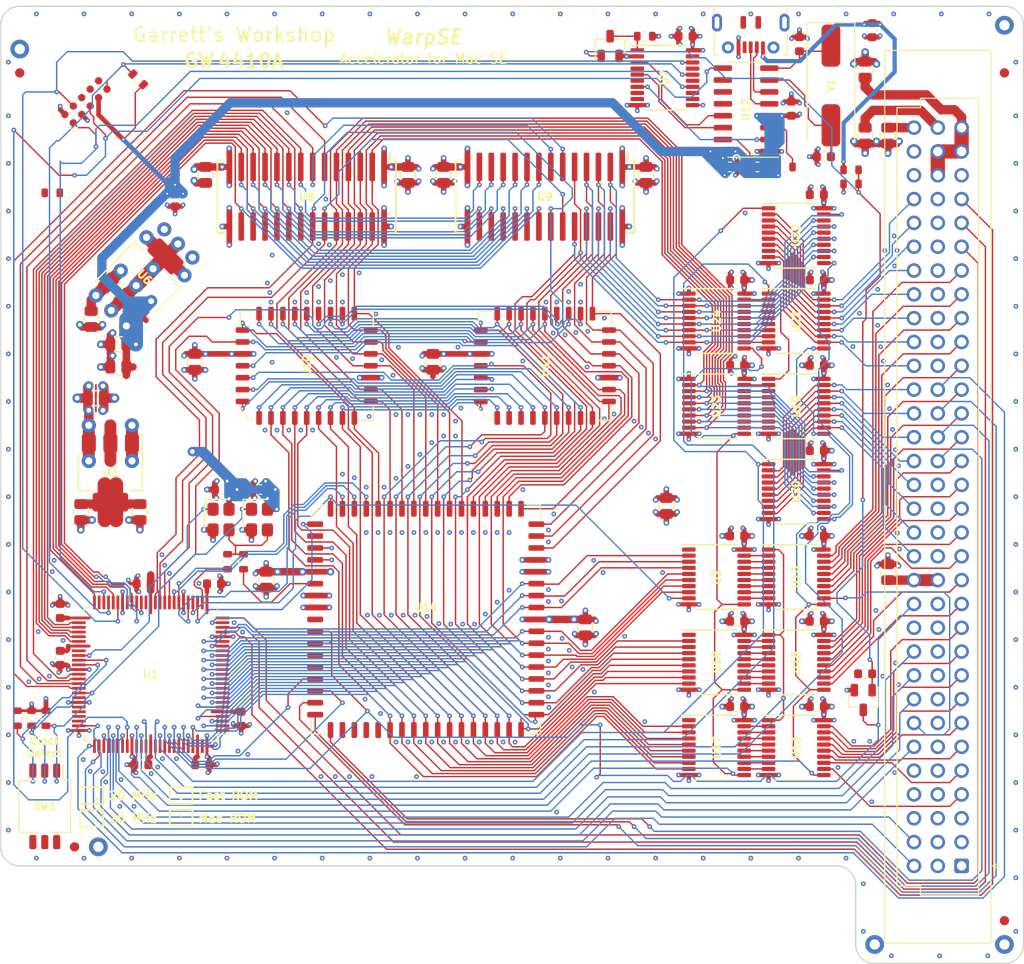
<source format=kicad_pcb>
(kicad_pcb (version 20171130) (host pcbnew "(5.1.10-1-10_14)")
  (layers (0 F.Cu signal) (1 In1.Cu power) (2 In2.Cu power) (31 B.Cu signal) (34 B.Paste user) (35 F.Paste user) (36 B.SilkS user) (37 F.SilkS user) (38 B.Mask user) (39 F.Mask user) (44 Edge.Cuts user))
  (net 0 "")
  (net 1 GND)
  (net 2 +5V)
  (net 3 +3V3)
  (net 4 -5V)
  (net 5 +12V)
  (net 6 -12V)
  (net 7 "Net-(C46-Pad1)")
  (net 8 "Net-(J1-PadC31)")
  (net 9 /PDS/D15)
  (net 10 /PDS/D14)
  (net 11 /PDS/D13)
  (net 12 /PDS/D12)
  (net 13 /PDS/D11)
  (net 14 /PDS/D10)
  (net 15 /PDS/D9)
  (net 16 /PDS/D8)
  (net 17 /PDS/D7)
  (net 18 /PDS/D6)
  (net 19 /PDS/D5)
  (net 20 /PDS/D4)
  (net 21 /PDS/D3)
  (net 22 /PDS/D2)
  (net 23 /PDS/D1)
  (net 24 /PDS/D0)
  (net 25 /Control/~RESET~)
  (net 26 "Net-(J1-PadC11)")
  (net 27 /Control/Mac~AS~)
  (net 28 /Control/Mac~UDS~)
  (net 29 /Control/Mac~LDS~)
  (net 30 /Buf/Mac~R~W)
  (net 31 /Control/Mac~DTACK~)
  (net 32 "Net-(J1-PadC5)")
  (net 33 /Control/Mac~VMA~)
  (net 34 /Control/Mac~VPA~)
  (net 35 "Net-(J1-PadB28)")
  (net 36 "Net-(J1-PadB27)")
  (net 37 "Net-(J1-PadB26)")
  (net 38 "Net-(J1-PadB25)")
  (net 39 "Net-(J1-PadB24)")
  (net 40 "Net-(J1-PadB23)")
  (net 41 "Net-(J1-PadB22)")
  (net 42 /Control/Mac~BERR~)
  (net 43 /MC68k/~IPL~2)
  (net 44 /MC68k/~IPL~1)
  (net 45 /MC68k/~IPL~0)
  (net 46 "Net-(J1-PadB12)")
  (net 47 "Net-(J1-PadB11)")
  (net 48 "Net-(J1-PadB10)")
  (net 49 /Control/C16M)
  (net 50 /Control/C8M)
  (net 51 /PDS/E)
  (net 52 /PDS/A23)
  (net 53 /PDS/A22)
  (net 54 /PDS/A21)
  (net 55 /PDS/A20)
  (net 56 /PDS/A19)
  (net 57 /PDS/A18)
  (net 58 /PDS/A17)
  (net 59 /PDS/A16)
  (net 60 /PDS/A15)
  (net 61 /PDS/A14)
  (net 62 /PDS/A13)
  (net 63 /PDS/A12)
  (net 64 /PDS/A11)
  (net 65 /PDS/A10)
  (net 66 /PDS/A9)
  (net 67 /PDS/A8)
  (net 68 /PDS/A7)
  (net 69 /PDS/A6)
  (net 70 /PDS/A5)
  (net 71 /PDS/A4)
  (net 72 /PDS/A3)
  (net 73 /PDS/A2)
  (net 74 /PDS/A1)
  (net 75 "Net-(J1-PadA3)")
  (net 76 "Net-(J1-PadA2)")
  (net 77 "Net-(J1-PadA1)")
  (net 78 /Control/TMS)
  (net 79 /Control/TCK)
  (net 80 /Control/TDO)
  (net 81 /Control/TDI)
  (net 82 "Net-(J3-Pad3)")
  (net 83 "Net-(J3-Pad4)")
  (net 84 /Prog/USB5V)
  (net 85 "Net-(J3-Pad2)")
  (net 86 "Net-(R1-Pad1)")
  (net 87 /MC68k/CLK)
  (net 88 /Control/FCLK)
  (net 89 /Control/SW1)
  (net 90 /Clk.sch/CK20EN)
  (net 91 /Control/A4)
  (net 92 /Control/A3)
  (net 93 /Control/A2)
  (net 94 /Control/A1)
  (net 95 /Control/Acc~VPA~)
  (net 96 /Control/Acc~BERR~)
  (net 97 /Buf/Din~OE~)
  (net 98 /Buf/Dout~OE~)
  (net 99 /Buf/Aout~OE~)
  (net 100 /Buf/DinLE)
  (net 101 /Buf/ADoutLE0)
  (net 102 /Buf/ADoutLE1)
  (net 103 "Net-(U1-Pad73)")
  (net 104 "Net-(U1-Pad72)")
  (net 105 "Net-(U1-Pad71)")
  (net 106 "Net-(U1-Pad70)")
  (net 107 "Net-(U1-Pad68)")
  (net 108 /Control/U~WE~)
  (net 109 /Control/L~WE~)
  (net 110 /Control/~RAS~)
  (net 111 /Control/RA11)
  (net 112 /Clk.sch/CK25EN)
  (net 113 "Net-(U1-Pad58)")
  (net 114 /Control/RA9)
  (net 115 /Control/RA10)
  (net 116 /Control/RA8)
  (net 117 /Control/RA0)
  (net 118 /Control/RA7)
  (net 119 /Control/RA1)
  (net 120 "Net-(U1-Pad49)")
  (net 121 /Control/RA6)
  (net 122 /Control/RA2)
  (net 123 /Control/RA5)
  (net 124 /Control/RA3)
  (net 125 /Control/RA4)
  (net 126 "Net-(U1-Pad39)")
  (net 127 /Control/~OE~)
  (net 128 /Control/~CAS~)
  (net 129 /Control/ROM~CS~)
  (net 130 /Control/ROM~WE~)
  (net 131 /Control/Acc~UDS~)
  (net 132 /Control/Acc~AS~)
  (net 133 /Control/Acc~LDS~)
  (net 134 /Control/AccR~W~)
  (net 135 /Control/Acc~DTACK)
  (net 136 /Control/A23)
  (net 137 /Control/A22)
  (net 138 /Control/A21)
  (net 139 /Control/A20)
  (net 140 /Control/A19)
  (net 141 /Control/A18)
  (net 142 /Control/A17)
  (net 143 /Control/A16)
  (net 144 /Control/A15)
  (net 145 /Control/A14)
  (net 146 /Control/A13)
  (net 147 /Control/A12)
  (net 148 /Control/A11)
  (net 149 /Control/A10)
  (net 150 /Control/A9)
  (net 151 /Control/A8)
  (net 152 /Control/A7)
  (net 153 /Control/A6)
  (net 154 /Control/A5)
  (net 155 "Net-(U16-Pad2)")
  (net 156 "Net-(U16-Pad3)")
  (net 157 "Net-(U16-Pad4)")
  (net 158 "Net-(U16-Pad5)")
  (net 159 "Net-(U16-Pad6)")
  (net 160 "Net-(U16-Pad7)")
  (net 161 "Net-(U16-Pad8)")
  (net 162 "Net-(U16-Pad9)")
  (net 163 /Buf/AccD6)
  (net 164 /Buf/AccD7)
  (net 165 /Buf/AccD5)
  (net 166 /Buf/AccD3)
  (net 167 /Buf/AccD1)
  (net 168 /Buf/AccD0)
  (net 169 /Buf/AccD2)
  (net 170 /Buf/AccD4)
  (net 171 /Buf/AccD14)
  (net 172 /Buf/AccD15)
  (net 173 /Buf/AccD13)
  (net 174 /Buf/AccD11)
  (net 175 /Buf/AccD9)
  (net 176 /Buf/AccD8)
  (net 177 /Buf/AccD10)
  (net 178 /Buf/AccD12)
  (net 179 "Net-(U12-Pad12)")
  (net 180 "Net-(U12-Pad11)")
  (net 181 "Net-(U12-Pad10)")
  (net 182 "Net-(U13-Pad2)")
  (net 183 "Net-(U13-Pad3)")
  (net 184 "Net-(U13-Pad4)")
  (net 185 "Net-(U13-Pad5)")
  (net 186 "Net-(U13-Pad6)")
  (net 187 "Net-(U13-Pad7)")
  (net 188 "Net-(U13-Pad8)")
  (net 189 "Net-(U13-Pad9)")
  (net 190 "Net-(U14-Pad11)")
  (net 191 "Net-(U14-Pad18)")
  (net 192 "Net-(U14-Pad21)")
  (net 193 "Net-(U14-Pad22)")
  (net 194 "Net-(U14-Pad28)")
  (net 195 "Net-(U14-Pad29)")
  (net 196 "Net-(U14-Pad30)")
  (net 197 "Net-(U14-Pad31)")
  (net 198 "Net-(U15-Pad2)")
  (net 199 "Net-(U15-Pad3)")
  (net 200 "Net-(U15-Pad4)")
  (net 201 "Net-(U15-Pad5)")
  (net 202 "Net-(U15-Pad6)")
  (net 203 "Net-(U15-Pad7)")
  (net 204 "Net-(U15-Pad8)")
  (net 205 "Net-(U15-Pad9)")
  (net 206 "Net-(U19-Pad2)")
  (net 207 "Net-(U19-Pad3)")
  (net 208 "Net-(U19-Pad4)")
  (net 209 "Net-(U19-Pad5)")
  (net 210 "Net-(U19-Pad6)")
  (net 211 "Net-(U19-Pad7)")
  (net 212 "Net-(U19-Pad8)")
  (net 213 "Net-(U19-Pad9)")
  (net 214 "Net-(U21-Pad2)")
  (net 215 "Net-(U21-Pad3)")
  (net 216 "Net-(U21-Pad4)")
  (net 217 "Net-(U21-Pad5)")
  (net 218 "Net-(U21-Pad6)")
  (net 219 "Net-(U21-Pad7)")
  (net 220 "Net-(U21-Pad8)")
  (net 221 "Net-(U21-Pad9)")
  (net 222 "Net-(R5-Pad1)")
  (net 223 "Net-(C47-Pad1)")
  (net 224 "Net-(J2-Pad6)")
  (net 225 "Net-(J2-Pad7)")
  (net 226 "Net-(J2-Pad8)")
  (net 227 "Net-(U1-Pad99)")
  (net 228 "Net-(U1-Pad1)")
  (net 229 "Net-(U7-Pad12)")
  (net 230 "Net-(U7-Pad13)")
  (net 231 /Prog/UTCK)
  (net 232 "Net-(C48-Pad1)")
  (net 233 /Prog/JTAG~OE~)
  (net 234 /Control/SW2)
  (net 235 "Net-(R9-Pad2)")
  (net 236 /Prog/UTMS)
  (net 237 /Prog/UTDI)
  (net 238 "Net-(U7-Pad15)")
  (net 239 "Net-(U7-Pad17)")
  (net 240 "Net-(U7-Pad19)")
  (module stdpads:R_0603 (layer F.Cu) (at 193.95 56.8 180)
    (fp_text reference R10)
    (fp_text value 1k)
    (pad 1 smd roundrect (at -0.8 0 180) (size 0.7 0.95) (layers F.Cu F.Paste F.Mask) (net 232 "Net-(C48-Pad1)"))
    (pad 2 smd roundrect (at 0.8 0 180) (size 0.7 0.95) (layers F.Cu F.Paste F.Mask) (net 1 GND))
  )
  (module stdpads:SOT-23 (layer F.Cu) (at 168.25 42.1 270)
    (fp_text reference Q1)
    (fp_text value MMBT3904)
    (pad 3 smd roundrect (at -1.05 0 90) (size 1.35 0.8) (layers F.Cu F.Paste F.Mask) (net 233 /Prog/JTAG~OE~))
    (pad 2 smd roundrect (at 1.05 -0.95 90) (size 1.35 0.8) (layers F.Cu F.Paste F.Mask) (net 1 GND))
    (pad 1 smd roundrect (at 1.05 0.95 90) (size 1.35 0.8) (layers F.Cu F.Paste F.Mask) (net 232 "Net-(C48-Pad1)"))
  )
  (module stdpads:TQFP-100_14x14mm_P0.5mm (layer F.Cu) (at 119.25 109.1 90)
    (fp_text reference U1)
    (fp_text value XC95144XL-TQ100)
    (fp_text user %R (at 0 0) (layer F.SilkS) (effects (font (size 0.8128 0.8128) (thickness 0.2032))))
    (pad 100 smd roundrect (at -7.6625 6 180) (size 0.3 1.475) (layers F.Cu F.Paste F.Mask) (net 1 GND))
    (pad 99 smd roundrect (at -7.6625 5.5 180) (size 0.3 1.475) (layers F.Cu F.Paste F.Mask) (net 227 "Net-(U1-Pad99)"))
    (pad 98 smd roundrect (at -7.6625 5 180) (size 0.3 1.475) (layers F.Cu F.Paste F.Mask) (net 3 +3V3))
    (pad 97 smd roundrect (at -7.6625 4.5 180) (size 0.3 1.475) (layers F.Cu F.Paste F.Mask) (net 91 /Control/A4))
    (pad 96 smd roundrect (at -7.6625 4 180) (size 0.3 1.475) (layers F.Cu F.Paste F.Mask) (net 92 /Control/A3))
    (pad 95 smd roundrect (at -7.6625 3.5 180) (size 0.3 1.475) (layers F.Cu F.Paste F.Mask) (net 93 /Control/A2))
    (pad 94 smd roundrect (at -7.6625 3 180) (size 0.3 1.475) (layers F.Cu F.Paste F.Mask) (net 94 /Control/A1))
    (pad 93 smd roundrect (at -7.6625 2.5 180) (size 0.3 1.475) (layers F.Cu F.Paste F.Mask) (net 95 /Control/Acc~VPA~))
    (pad 92 smd roundrect (at -7.6625 2 180) (size 0.3 1.475) (layers F.Cu F.Paste F.Mask) (net 96 /Control/Acc~BERR~))
    (pad 91 smd roundrect (at -7.6625 1.5 180) (size 0.3 1.475) (layers F.Cu F.Paste F.Mask) (net 25 /Control/~RESET~))
    (pad 90 smd roundrect (at -7.6625 1 180) (size 0.3 1.475) (layers F.Cu F.Paste F.Mask) (net 97 /Buf/Din~OE~))
    (pad 89 smd roundrect (at -7.6625 0.5 180) (size 0.3 1.475) (layers F.Cu F.Paste F.Mask) (net 98 /Buf/Dout~OE~))
    (pad 88 smd roundrect (at -7.6625 0 180) (size 0.3 1.475) (layers F.Cu F.Paste F.Mask) (net 3 +3V3))
    (pad 87 smd roundrect (at -7.6625 -0.5 180) (size 0.3 1.475) (layers F.Cu F.Paste F.Mask) (net 99 /Buf/Aout~OE~))
    (pad 86 smd roundrect (at -7.6625 -1 180) (size 0.3 1.475) (layers F.Cu F.Paste F.Mask) (net 100 /Buf/DinLE))
    (pad 85 smd roundrect (at -7.6625 -1.5 180) (size 0.3 1.475) (layers F.Cu F.Paste F.Mask) (net 101 /Buf/ADoutLE0))
    (pad 84 smd roundrect (at -7.6625 -2 180) (size 0.3 1.475) (layers F.Cu F.Paste F.Mask) (net 1 GND))
    (pad 83 smd roundrect (at -7.6625 -2.5 180) (size 0.3 1.475) (layers F.Cu F.Paste F.Mask) (net 80 /Control/TDO))
    (pad 82 smd roundrect (at -7.6625 -3 180) (size 0.3 1.475) (layers F.Cu F.Paste F.Mask) (net 102 /Buf/ADoutLE1))
    (pad 81 smd roundrect (at -7.6625 -3.5 180) (size 0.3 1.475) (layers F.Cu F.Paste F.Mask) (net 27 /Control/Mac~AS~))
    (pad 80 smd roundrect (at -7.6625 -4 180) (size 0.3 1.475) (layers F.Cu F.Paste F.Mask) (net 28 /Control/Mac~UDS~))
    (pad 79 smd roundrect (at -7.6625 -4.5 180) (size 0.3 1.475) (layers F.Cu F.Paste F.Mask) (net 29 /Control/Mac~LDS~))
    (pad 78 smd roundrect (at -7.6625 -5 180) (size 0.3 1.475) (layers F.Cu F.Paste F.Mask) (net 31 /Control/Mac~DTACK~))
    (pad 77 smd roundrect (at -7.6625 -5.5 180) (size 0.3 1.475) (layers F.Cu F.Paste F.Mask) (net 34 /Control/Mac~VPA~))
    (pad 76 smd roundrect (at -7.6625 -6 180) (size 0.3 1.475) (layers F.Cu F.Paste F.Mask) (net 42 /Control/Mac~BERR~))
    (pad 75 smd roundrect (at -6 -7.6625 180) (size 1.475 0.3) (layers F.Cu F.Paste F.Mask) (net 1 GND))
    (pad 74 smd roundrect (at -5.5 -7.6625 180) (size 1.475 0.3) (layers F.Cu F.Paste F.Mask) (net 33 /Control/Mac~VMA~))
    (pad 73 smd roundrect (at -5 -7.6625 180) (size 1.475 0.3) (layers F.Cu F.Paste F.Mask) (net 103 "Net-(U1-Pad73)"))
    (pad 72 smd roundrect (at -4.5 -7.6625 180) (size 1.475 0.3) (layers F.Cu F.Paste F.Mask) (net 104 "Net-(U1-Pad72)"))
    (pad 71 smd roundrect (at -4 -7.6625 180) (size 1.475 0.3) (layers F.Cu F.Paste F.Mask) (net 105 "Net-(U1-Pad71)"))
    (pad 70 smd roundrect (at -3.5 -7.6625 180) (size 1.475 0.3) (layers F.Cu F.Paste F.Mask) (net 106 "Net-(U1-Pad70)"))
    (pad 69 smd roundrect (at -3 -7.6625 180) (size 1.475 0.3) (layers F.Cu F.Paste F.Mask) (net 1 GND))
    (pad 68 smd roundrect (at -2.5 -7.6625 180) (size 1.475 0.3) (layers F.Cu F.Paste F.Mask) (net 107 "Net-(U1-Pad68)"))
    (pad 67 smd roundrect (at -2 -7.6625 180) (size 1.475 0.3) (layers F.Cu F.Paste F.Mask) (net 90 /Clk.sch/CK20EN))
    (pad 66 smd roundrect (at -1.5 -7.6625 180) (size 1.475 0.3) (layers F.Cu F.Paste F.Mask) (net 108 /Control/U~WE~))
    (pad 65 smd roundrect (at -1 -7.6625 180) (size 1.475 0.3) (layers F.Cu F.Paste F.Mask) (net 109 /Control/L~WE~))
    (pad 64 smd roundrect (at -0.5 -7.6625 180) (size 1.475 0.3) (layers F.Cu F.Paste F.Mask) (net 110 /Control/~RAS~))
    (pad 63 smd roundrect (at 0 -7.6625 180) (size 1.475 0.3) (layers F.Cu F.Paste F.Mask) (net 111 /Control/RA11))
    (pad 62 smd roundrect (at 0.5 -7.6625 180) (size 1.475 0.3) (layers F.Cu F.Paste F.Mask) (net 1 GND))
    (pad 61 smd roundrect (at 1 -7.6625 180) (size 1.475 0.3) (layers F.Cu F.Paste F.Mask) (net 234 /Control/SW2))
    (pad 60 smd roundrect (at 1.5 -7.6625 180) (size 1.475 0.3) (layers F.Cu F.Paste F.Mask) (net 89 /Control/SW1))
    (pad 59 smd roundrect (at 2 -7.6625 180) (size 1.475 0.3) (layers F.Cu F.Paste F.Mask) (net 112 /Clk.sch/CK25EN))
    (pad 58 smd roundrect (at 2.5 -7.6625 180) (size 1.475 0.3) (layers F.Cu F.Paste F.Mask) (net 113 "Net-(U1-Pad58)"))
    (pad 57 smd roundrect (at 3 -7.6625 180) (size 1.475 0.3) (layers F.Cu F.Paste F.Mask) (net 3 +3V3))
    (pad 56 smd roundrect (at 3.5 -7.6625 180) (size 1.475 0.3) (layers F.Cu F.Paste F.Mask) (net 114 /Control/RA9))
    (pad 55 smd roundrect (at 4 -7.6625 180) (size 1.475 0.3) (layers F.Cu F.Paste F.Mask) (net 115 /Control/RA10))
    (pad 54 smd roundrect (at 4.5 -7.6625 180) (size 1.475 0.3) (layers F.Cu F.Paste F.Mask) (net 116 /Control/RA8))
    (pad 53 smd roundrect (at 5 -7.6625 180) (size 1.475 0.3) (layers F.Cu F.Paste F.Mask) (net 117 /Control/RA0))
    (pad 52 smd roundrect (at 5.5 -7.6625 180) (size 1.475 0.3) (layers F.Cu F.Paste F.Mask) (net 118 /Control/RA7))
    (pad 51 smd roundrect (at 6 -7.6625 180) (size 1.475 0.3) (layers F.Cu F.Paste F.Mask) (net 3 +3V3))
    (pad 50 smd roundrect (at 7.6625 -6 180) (size 0.3 1.475) (layers F.Cu F.Paste F.Mask) (net 119 /Control/RA1))
    (pad 49 smd roundrect (at 7.6625 -5.5 180) (size 0.3 1.475) (layers F.Cu F.Paste F.Mask) (net 120 "Net-(U1-Pad49)"))
    (pad 48 smd roundrect (at 7.6625 -5 180) (size 0.3 1.475) (layers F.Cu F.Paste F.Mask) (net 79 /Control/TCK))
    (pad 47 smd roundrect (at 7.6625 -4.5 180) (size 0.3 1.475) (layers F.Cu F.Paste F.Mask) (net 78 /Control/TMS))
    (pad 46 smd roundrect (at 7.6625 -4 180) (size 0.3 1.475) (layers F.Cu F.Paste F.Mask) (net 121 /Control/RA6))
    (pad 45 smd roundrect (at 7.6625 -3.5 180) (size 0.3 1.475) (layers F.Cu F.Paste F.Mask) (net 81 /Control/TDI))
    (pad 44 smd roundrect (at 7.6625 -3 180) (size 0.3 1.475) (layers F.Cu F.Paste F.Mask) (net 1 GND))
    (pad 43 smd roundrect (at 7.6625 -2.5 180) (size 0.3 1.475) (layers F.Cu F.Paste F.Mask) (net 122 /Control/RA2))
    (pad 42 smd roundrect (at 7.6625 -2 180) (size 0.3 1.475) (layers F.Cu F.Paste F.Mask) (net 123 /Control/RA5))
    (pad 41 smd roundrect (at 7.6625 -1.5 180) (size 0.3 1.475) (layers F.Cu F.Paste F.Mask) (net 124 /Control/RA3))
    (pad 40 smd roundrect (at 7.6625 -1 180) (size 0.3 1.475) (layers F.Cu F.Paste F.Mask) (net 125 /Control/RA4))
    (pad 39 smd roundrect (at 7.6625 -0.5 180) (size 0.3 1.475) (layers F.Cu F.Paste F.Mask) (net 126 "Net-(U1-Pad39)"))
    (pad 38 smd roundrect (at 7.6625 0 180) (size 0.3 1.475) (layers F.Cu F.Paste F.Mask) (net 3 +3V3))
    (pad 37 smd roundrect (at 7.6625 0.5 180) (size 0.3 1.475) (layers F.Cu F.Paste F.Mask) (net 127 /Control/~OE~))
    (pad 36 smd roundrect (at 7.6625 1 180) (size 0.3 1.475) (layers F.Cu F.Paste F.Mask) (net 128 /Control/~CAS~))
    (pad 35 smd roundrect (at 7.6625 1.5 180) (size 0.3 1.475) (layers F.Cu F.Paste F.Mask) (net 129 /Control/ROM~CS~))
    (pad 34 smd roundrect (at 7.6625 2 180) (size 0.3 1.475) (layers F.Cu F.Paste F.Mask) (net 130 /Control/ROM~WE~))
    (pad 33 smd roundrect (at 7.6625 2.5 180) (size 0.3 1.475) (layers F.Cu F.Paste F.Mask) (net 131 /Control/Acc~UDS~))
    (pad 32 smd roundrect (at 7.6625 3 180) (size 0.3 1.475) (layers F.Cu F.Paste F.Mask) (net 132 /Control/Acc~AS~))
    (pad 31 smd roundrect (at 7.6625 3.5 180) (size 0.3 1.475) (layers F.Cu F.Paste F.Mask) (net 1 GND))
    (pad 30 smd roundrect (at 7.6625 4 180) (size 0.3 1.475) (layers F.Cu F.Paste F.Mask) (net 133 /Control/Acc~LDS~))
    (pad 29 smd roundrect (at 7.6625 4.5 180) (size 0.3 1.475) (layers F.Cu F.Paste F.Mask) (net 134 /Control/AccR~W~))
    (pad 28 smd roundrect (at 7.6625 5 180) (size 0.3 1.475) (layers F.Cu F.Paste F.Mask) (net 135 /Control/Acc~DTACK))
    (pad 27 smd roundrect (at 7.6625 5.5 180) (size 0.3 1.475) (layers F.Cu F.Paste F.Mask) (net 88 /Control/FCLK))
    (pad 26 smd roundrect (at 7.6625 6 180) (size 0.3 1.475) (layers F.Cu F.Paste F.Mask) (net 3 +3V3))
    (pad 25 smd roundrect (at 6 7.6625 180) (size 1.475 0.3) (layers F.Cu F.Paste F.Mask) (net 51 /PDS/E))
    (pad 24 smd roundrect (at 5.5 7.6625 180) (size 1.475 0.3) (layers F.Cu F.Paste F.Mask) (net 136 /Control/A23))
    (pad 23 smd roundrect (at 5 7.6625 180) (size 1.475 0.3) (layers F.Cu F.Paste F.Mask) (net 50 /Control/C8M))
    (pad 22 smd roundrect (at 4.5 7.6625 180) (size 1.475 0.3) (layers F.Cu F.Paste F.Mask) (net 49 /Control/C16M))
    (pad 21 smd roundrect (at 4 7.6625 180) (size 1.475 0.3) (layers F.Cu F.Paste F.Mask) (net 1 GND))
    (pad 20 smd roundrect (at 3.5 7.6625 180) (size 1.475 0.3) (layers F.Cu F.Paste F.Mask) (net 137 /Control/A22))
    (pad 19 smd roundrect (at 3 7.6625 180) (size 1.475 0.3) (layers F.Cu F.Paste F.Mask) (net 138 /Control/A21))
    (pad 18 smd roundrect (at 2.5 7.6625 180) (size 1.475 0.3) (layers F.Cu F.Paste F.Mask) (net 139 /Control/A20))
    (pad 17 smd roundrect (at 2 7.6625 180) (size 1.475 0.3) (layers F.Cu F.Paste F.Mask) (net 140 /Control/A19))
    (pad 16 smd roundrect (at 1.5 7.6625 180) (size 1.475 0.3) (layers F.Cu F.Paste F.Mask) (net 141 /Control/A18))
    (pad 15 smd roundrect (at 1 7.6625 180) (size 1.475 0.3) (layers F.Cu F.Paste F.Mask) (net 142 /Control/A17))
    (pad 14 smd roundrect (at 0.5 7.6625 180) (size 1.475 0.3) (layers F.Cu F.Paste F.Mask) (net 143 /Control/A16))
    (pad 13 smd roundrect (at 0 7.6625 180) (size 1.475 0.3) (layers F.Cu F.Paste F.Mask) (net 144 /Control/A15))
    (pad 12 smd roundrect (at -0.5 7.6625 180) (size 1.475 0.3) (layers F.Cu F.Paste F.Mask) (net 145 /Control/A14))
    (pad 11 smd roundrect (at -1 7.6625 180) (size 1.475 0.3) (layers F.Cu F.Paste F.Mask) (net 146 /Control/A13))
    (pad 10 smd roundrect (at -1.5 7.6625 180) (size 1.475 0.3) (layers F.Cu F.Paste F.Mask) (net 147 /Control/A12))
    (pad 9 smd roundrect (at -2 7.6625 180) (size 1.475 0.3) (layers F.Cu F.Paste F.Mask) (net 148 /Control/A11))
    (pad 8 smd roundrect (at -2.5 7.6625 180) (size 1.475 0.3) (layers F.Cu F.Paste F.Mask) (net 149 /Control/A10))
    (pad 7 smd roundrect (at -3 7.6625 180) (size 1.475 0.3) (layers F.Cu F.Paste F.Mask) (net 150 /Control/A9))
    (pad 6 smd roundrect (at -3.5 7.6625 180) (size 1.475 0.3) (layers F.Cu F.Paste F.Mask) (net 151 /Control/A8))
    (pad 5 smd roundrect (at -4 7.6625 180) (size 1.475 0.3) (layers F.Cu F.Paste F.Mask) (net 3 +3V3))
    (pad 4 smd roundrect (at -4.5 7.6625 180) (size 1.475 0.3) (layers F.Cu F.Paste F.Mask) (net 152 /Control/A7))
    (pad 3 smd roundrect (at -5 7.6625 180) (size 1.475 0.3) (layers F.Cu F.Paste F.Mask) (net 153 /Control/A6))
    (pad 2 smd roundrect (at -5.5 7.6625 180) (size 1.475 0.3) (layers F.Cu F.Paste F.Mask) (net 154 /Control/A5))
    (pad 1 smd roundrect (at -6 7.6625 180) (size 1.475 0.3) (layers F.Cu F.Paste F.Mask) (net 228 "Net-(U1-Pad1)"))
  )
  (module stdpads:R_0603 (layer F.Cu) (at 106.553 113.792 270)
    (fp_text reference R3)
    (fp_text value 10k)
    (pad 2 smd roundrect (at 0.8 0 270) (size 0.7 0.95) (layers F.Cu F.Paste F.Mask) (net 89 /Control/SW1))
    (pad 1 smd roundrect (at -0.8 0 270) (size 0.7 0.95) (layers F.Cu F.Paste F.Mask) (net 2 +5V))
  )
  (module stdpads:SW_DIP_SPSTx03_Slide_DSHP03TS_P1.27mm (layer F.Cu) (at 107.95 123.19 180)
    (fp_text reference SW1)
    (fp_text value OSCSEL)
    (fp_text user %R (at 0 0 180) (layer F.SilkS) (effects (font (size 0.8128 0.8128) (thickness 0.2032))))
    (pad 1 smd roundrect (at -1.27 3.81 270) (size 1.524 0.76) (layers F.Cu F.Paste F.Mask) (net 90 /Clk.sch/CK20EN))
    (pad 3 smd roundrect (at 1.27 3.81 270) (size 1.524 0.76) (layers F.Cu F.Paste F.Mask) (net 234 /Control/SW2))
    (pad 4 smd roundrect (at 1.27 -3.81 270) (size 1.524 0.76) (layers F.Cu F.Paste F.Mask) (net 1 GND))
    (pad 6 smd roundrect (at -1.27 -3.81 270) (size 1.524 0.76) (layers F.Cu F.Paste F.Mask) (net 1 GND))
    (pad 2 smd roundrect (at 0 3.81 270) (size 1.524 0.76) (layers F.Cu F.Paste F.Mask) (net 89 /Control/SW1))
    (pad 5 smd roundrect (at 0 -3.81 270) (size 1.524 0.76) (layers F.Cu F.Paste F.Mask) (net 1 GND))
  )
  (module stdpads:C_0805 (layer F.Cu) (at 150.495 55.841 270)
    (fp_text reference C14)
    (fp_text value 10u)
    (pad 2 smd roundrect (at 0.85 0 270) (size 1.05 1.4) (layers F.Cu F.Paste F.Mask) (net 1 GND))
    (pad 1 smd roundrect (at -0.85 0 270) (size 1.05 1.4) (layers F.Cu F.Paste F.Mask) (net 2 +5V))
  )
  (module stdpads:C_0805 (layer F.Cu) (at 146.685 55.841 270)
    (fp_text reference C13)
    (fp_text value 10u)
    (pad 2 smd roundrect (at 0.85 0 270) (size 1.05 1.4) (layers F.Cu F.Paste F.Mask) (net 1 GND))
    (pad 1 smd roundrect (at -0.85 0 270) (size 1.05 1.4) (layers F.Cu F.Paste F.Mask) (net 2 +5V))
  )
  (module stdpads:C_0805 (layer F.Cu) (at 125.095 55.841 270)
    (fp_text reference C12)
    (fp_text value 10u)
    (pad 1 smd roundrect (at -0.85 0 270) (size 1.05 1.4) (layers F.Cu F.Paste F.Mask) (net 2 +5V))
    (pad 2 smd roundrect (at 0.85 0 270) (size 1.05 1.4) (layers F.Cu F.Paste F.Mask) (net 1 GND))
  )
  (module stdpads:C_0805 (layer F.Cu) (at 172.085 55.841 270)
    (fp_text reference C15)
    (fp_text value 10u)
    (pad 1 smd roundrect (at -0.85 0 270) (size 1.05 1.4) (layers F.Cu F.Paste F.Mask) (net 2 +5V))
    (pad 2 smd roundrect (at 0.85 0 270) (size 1.05 1.4) (layers F.Cu F.Paste F.Mask) (net 1 GND))
  )
  (module stdpads:C_0805 (layer F.Cu) (at 149.352 75.78 270)
    (fp_text reference C17)
    (fp_text value 10u)
    (pad 2 smd roundrect (at 0.85 0 270) (size 1.05 1.4) (layers F.Cu F.Paste F.Mask) (net 1 GND))
    (pad 1 smd roundrect (at -0.85 0 270) (size 1.05 1.4) (layers F.Cu F.Paste F.Mask) (net 2 +5V))
  )
  (module stdpads:C_0805 (layer F.Cu) (at 123.952 75.78 270)
    (fp_text reference C16)
    (fp_text value 10u)
    (pad 1 smd roundrect (at -0.85 0 270) (size 1.05 1.4) (layers F.Cu F.Paste F.Mask) (net 2 +5V))
    (pad 2 smd roundrect (at 0.85 0 270) (size 1.05 1.4) (layers F.Cu F.Paste F.Mask) (net 1 GND))
  )
  (module stdpads:C_0805 (layer F.Cu) (at 118.1 91.8 270)
    (fp_text reference C8)
    (fp_text value 10u)
    (pad 2 smd roundrect (at 0.85 0 270) (size 1.05 1.4) (layers F.Cu F.Paste F.Mask) (net 1 GND))
    (pad 1 smd roundrect (at -0.85 0 270) (size 1.05 1.4) (layers F.Cu F.Paste F.Mask) (net 3 +3V3))
  )
  (module stdpads:C_0805 (layer F.Cu) (at 111.8 91.8 270)
    (fp_text reference C7)
    (fp_text value 10u)
    (pad 2 smd roundrect (at 0.85 0 270) (size 1.05 1.4) (layers F.Cu F.Paste F.Mask) (net 1 GND))
    (pad 1 smd roundrect (at -0.85 0 270) (size 1.05 1.4) (layers F.Cu F.Paste F.Mask) (net 3 +3V3))
  )
  (module stdpads:SOT-223 (layer F.Cu) (at 114.95 87.6 90)
    (fp_text reference U3 (at 0 0 180) (layer F.SilkS) (effects (font (size 0.8128 0.8128) (thickness 0.2032))))
    (fp_text value AZ1117EH-3.3)
    (pad 2 smd roundrect (at -3.15 0 270) (size 2 3.8) (layers F.Cu F.Paste F.Mask) (roundrect_rratio 0.15) (net 3 +3V3))
    (pad 2 smd roundrect (at 3.15 0 270) (size 2 1.5) (layers F.Cu F.Paste F.Mask) (roundrect_rratio 0.2) (net 3 +3V3))
    (pad 3 smd roundrect (at 3.15 -2.3 270) (size 2 1.5) (layers F.Cu F.Paste F.Mask) (roundrect_rratio 0.2) (net 2 +5V))
    (pad 1 smd roundrect (at 3.15 2.3 270) (size 2 1.5) (layers F.Cu F.Paste F.Mask) (roundrect_rratio 0.2) (net 1 GND))
  )
  (module stdpads:PLCC-68 (layer F.Cu) (at 148.59 103.251)
    (fp_text reference U14 (at 0 -1.27) (layer F.SilkS) (effects (font (size 0.8128 0.8128) (thickness 0.2032))))
    (fp_text value MC68HC000FN20)
    (pad 1 smd roundrect (at 0 -11.8) (size 0.6 1.7) (layers F.Cu F.Paste F.Mask) (net 170 /Buf/AccD4))
    (pad 2 smd roundrect (at -1.27 -11.8) (size 0.6 1.7) (layers F.Cu F.Paste F.Mask) (net 166 /Buf/AccD3))
    (pad 3 smd roundrect (at -2.54 -11.8) (size 0.6 1.7) (layers F.Cu F.Paste F.Mask) (net 169 /Buf/AccD2))
    (pad 4 smd roundrect (at -3.81 -11.8) (size 0.6 1.7) (layers F.Cu F.Paste F.Mask) (net 167 /Buf/AccD1))
    (pad 5 smd roundrect (at -5.08 -11.8) (size 0.6 1.7) (layers F.Cu F.Paste F.Mask) (net 168 /Buf/AccD0))
    (pad 6 smd roundrect (at -6.35 -11.8) (size 0.6 1.7) (layers F.Cu F.Paste F.Mask) (net 132 /Control/Acc~AS~))
    (pad 7 smd roundrect (at -7.62 -11.8) (size 0.6 1.7) (layers F.Cu F.Paste F.Mask) (net 131 /Control/Acc~UDS~))
    (pad 8 smd roundrect (at -8.89 -11.8) (size 0.6 1.7) (layers F.Cu F.Paste F.Mask) (net 133 /Control/Acc~LDS~))
    (pad 9 smd roundrect (at -10.16 -11.8) (size 0.6 1.7) (layers F.Cu F.Paste F.Mask) (net 134 /Control/AccR~W~))
    (pad 10 smd roundrect (at -11.8 -10.16) (size 1.7 0.6) (layers F.Cu F.Paste F.Mask) (net 135 /Control/Acc~DTACK))
    (pad 11 smd roundrect (at -11.8 -8.89) (size 1.7 0.6) (layers F.Cu F.Paste F.Mask) (net 190 "Net-(U14-Pad11)"))
    (pad 12 smd roundrect (at -11.8 -7.62) (size 1.7 0.6) (layers F.Cu F.Paste F.Mask) (net 2 +5V))
    (pad 13 smd roundrect (at -11.8 -6.35) (size 1.7 0.6) (layers F.Cu F.Paste F.Mask) (net 2 +5V))
    (pad 14 smd roundrect (at -11.8 -5.08) (size 1.7 0.6) (layers F.Cu F.Paste F.Mask) (net 2 +5V))
    (pad 15 smd roundrect (at -11.8 -3.81) (size 1.7 0.6) (layers F.Cu F.Paste F.Mask) (net 87 /MC68k/CLK))
    (pad 16 smd roundrect (at -11.8 -2.54) (size 1.7 0.6) (layers F.Cu F.Paste F.Mask) (net 1 GND))
    (pad 17 smd roundrect (at -11.8 -1.27) (size 1.7 0.6) (layers F.Cu F.Paste F.Mask) (net 1 GND))
    (pad 18 smd roundrect (at -11.8 0) (size 1.7 0.6) (layers F.Cu F.Paste F.Mask) (net 191 "Net-(U14-Pad18)"))
    (pad 19 smd roundrect (at -11.8 1.27) (size 1.7 0.6) (layers F.Cu F.Paste F.Mask) (net 25 /Control/~RESET~))
    (pad 20 smd roundrect (at -11.8 2.54) (size 1.7 0.6) (layers F.Cu F.Paste F.Mask) (net 25 /Control/~RESET~))
    (pad 21 smd roundrect (at -11.8 3.81) (size 1.7 0.6) (layers F.Cu F.Paste F.Mask) (net 192 "Net-(U14-Pad21)"))
    (pad 22 smd roundrect (at -11.8 5.08) (size 1.7 0.6) (layers F.Cu F.Paste F.Mask) (net 193 "Net-(U14-Pad22)"))
    (pad 23 smd roundrect (at -11.8 6.35) (size 1.7 0.6) (layers F.Cu F.Paste F.Mask) (net 95 /Control/Acc~VPA~))
    (pad 24 smd roundrect (at -11.8 7.62) (size 1.7 0.6) (layers F.Cu F.Paste F.Mask) (net 96 /Control/Acc~BERR~))
    (pad 25 smd roundrect (at -11.8 8.89) (size 1.7 0.6) (layers F.Cu F.Paste F.Mask) (net 43 /MC68k/~IPL~2))
    (pad 26 smd roundrect (at -11.8 10.16) (size 1.7 0.6) (layers F.Cu F.Paste F.Mask) (net 44 /MC68k/~IPL~1))
    (pad 27 smd roundrect (at -10.16 11.8) (size 0.6 1.7) (layers F.Cu F.Paste F.Mask) (net 45 /MC68k/~IPL~0))
    (pad 28 smd roundrect (at -8.89 11.8) (size 0.6 1.7) (layers F.Cu F.Paste F.Mask) (net 194 "Net-(U14-Pad28)"))
    (pad 29 smd roundrect (at -7.62 11.8) (size 0.6 1.7) (layers F.Cu F.Paste F.Mask) (net 195 "Net-(U14-Pad29)"))
    (pad 30 smd roundrect (at -6.35 11.8) (size 0.6 1.7) (layers F.Cu F.Paste F.Mask) (net 196 "Net-(U14-Pad30)"))
    (pad 31 smd roundrect (at -5.08 11.8) (size 0.6 1.7) (layers F.Cu F.Paste F.Mask) (net 197 "Net-(U14-Pad31)"))
    (pad 32 smd roundrect (at -3.81 11.8) (size 0.6 1.7) (layers F.Cu F.Paste F.Mask) (net 94 /Control/A1))
    (pad 33 smd roundrect (at -2.54 11.8) (size 0.6 1.7) (layers F.Cu F.Paste F.Mask) (net 93 /Control/A2))
    (pad 34 smd roundrect (at -1.27 11.8) (size 0.6 1.7) (layers F.Cu F.Paste F.Mask) (net 92 /Control/A3))
    (pad 35 smd roundrect (at 0 11.8) (size 0.6 1.7) (layers F.Cu F.Paste F.Mask) (net 91 /Control/A4))
    (pad 36 smd roundrect (at 1.27 11.8) (size 0.6 1.7) (layers F.Cu F.Paste F.Mask) (net 154 /Control/A5))
    (pad 37 smd roundrect (at 2.54 11.8) (size 0.6 1.7) (layers F.Cu F.Paste F.Mask) (net 153 /Control/A6))
    (pad 38 smd roundrect (at 3.81 11.8) (size 0.6 1.7) (layers F.Cu F.Paste F.Mask) (net 152 /Control/A7))
    (pad 39 smd roundrect (at 5.08 11.8) (size 0.6 1.7) (layers F.Cu F.Paste F.Mask) (net 151 /Control/A8))
    (pad 40 smd roundrect (at 6.35 11.8) (size 0.6 1.7) (layers F.Cu F.Paste F.Mask) (net 150 /Control/A9))
    (pad 41 smd roundrect (at 7.62 11.8) (size 0.6 1.7) (layers F.Cu F.Paste F.Mask) (net 149 /Control/A10))
    (pad 42 smd roundrect (at 8.89 11.8) (size 0.6 1.7) (layers F.Cu F.Paste F.Mask) (net 148 /Control/A11))
    (pad 43 smd roundrect (at 10.16 11.8) (size 0.6 1.7) (layers F.Cu F.Paste F.Mask) (net 147 /Control/A12))
    (pad 44 smd roundrect (at 11.8 10.16) (size 1.7 0.6) (layers F.Cu F.Paste F.Mask) (net 146 /Control/A13))
    (pad 45 smd roundrect (at 11.8 8.89) (size 1.7 0.6) (layers F.Cu F.Paste F.Mask) (net 145 /Control/A14))
    (pad 46 smd roundrect (at 11.8 7.62) (size 1.7 0.6) (layers F.Cu F.Paste F.Mask) (net 144 /Control/A15))
    (pad 47 smd roundrect (at 11.8 6.35) (size 1.7 0.6) (layers F.Cu F.Paste F.Mask) (net 143 /Control/A16))
    (pad 48 smd roundrect (at 11.8 5.08) (size 1.7 0.6) (layers F.Cu F.Paste F.Mask) (net 142 /Control/A17))
    (pad 49 smd roundrect (at 11.8 3.81) (size 1.7 0.6) (layers F.Cu F.Paste F.Mask) (net 141 /Control/A18))
    (pad 50 smd roundrect (at 11.8 2.54) (size 1.7 0.6) (layers F.Cu F.Paste F.Mask) (net 140 /Control/A19))
    (pad 51 smd roundrect (at 11.8 1.27) (size 1.7 0.6) (layers F.Cu F.Paste F.Mask) (net 139 /Control/A20))
    (pad 52 smd roundrect (at 11.8 0) (size 1.7 0.6) (layers F.Cu F.Paste F.Mask) (net 2 +5V))
    (pad 53 smd roundrect (at 11.8 -1.27) (size 1.7 0.6) (layers F.Cu F.Paste F.Mask) (net 138 /Control/A21))
    (pad 54 smd roundrect (at 11.8 -2.54) (size 1.7 0.6) (layers F.Cu F.Paste F.Mask) (net 137 /Control/A22))
    (pad 55 smd roundrect (at 11.8 -3.81) (size 1.7 0.6) (layers F.Cu F.Paste F.Mask) (net 136 /Control/A23))
    (pad 56 smd roundrect (at 11.8 -5.08) (size 1.7 0.6) (layers F.Cu F.Paste F.Mask) (net 1 GND))
    (pad 57 smd roundrect (at 11.8 -6.35) (size 1.7 0.6) (layers F.Cu F.Paste F.Mask) (net 1 GND))
    (pad 58 smd roundrect (at 11.8 -7.62) (size 1.7 0.6) (layers F.Cu F.Paste F.Mask) (net 172 /Buf/AccD15))
    (pad 59 smd roundrect (at 11.8 -8.89) (size 1.7 0.6) (layers F.Cu F.Paste F.Mask) (net 171 /Buf/AccD14))
    (pad 60 smd roundrect (at 11.8 -10.16) (size 1.7 0.6) (layers F.Cu F.Paste F.Mask) (net 173 /Buf/AccD13))
    (pad 61 smd roundrect (at 10.16 -11.8) (size 0.6 1.7) (layers F.Cu F.Paste F.Mask) (net 178 /Buf/AccD12))
    (pad 62 smd roundrect (at 8.89 -11.8) (size 0.6 1.7) (layers F.Cu F.Paste F.Mask) (net 174 /Buf/AccD11))
    (pad 63 smd roundrect (at 7.62 -11.8) (size 0.6 1.7) (layers F.Cu F.Paste F.Mask) (net 177 /Buf/AccD10))
    (pad 64 smd roundrect (at 6.35 -11.8) (size 0.6 1.7) (layers F.Cu F.Paste F.Mask) (net 175 /Buf/AccD9))
    (pad 65 smd roundrect (at 5.08 -11.8) (size 0.6 1.7) (layers F.Cu F.Paste F.Mask) (net 176 /Buf/AccD8))
    (pad 66 smd roundrect (at 3.81 -11.8) (size 0.6 1.7) (layers F.Cu F.Paste F.Mask) (net 164 /Buf/AccD7))
    (pad 67 smd roundrect (at 2.54 -11.8) (size 0.6 1.7) (layers F.Cu F.Paste F.Mask) (net 163 /Buf/AccD6))
    (pad 68 smd roundrect (at 1.27 -11.8) (size 0.6 1.7) (layers F.Cu F.Paste F.Mask) (net 165 /Buf/AccD5))
  )
  (module stdpads:PLCC-32 (layer F.Cu) (at 161.29 76.2 90)
    (fp_text reference U11)
    (fp_text value 39SF040)
    (fp_text user %R (at 0 0 90) (layer F.SilkS) (effects (font (size 0.8128 0.8128) (thickness 0.2032))))
    (pad 1 smd roundrect (at 0 -6.8375 90) (size 0.6 1.475) (layers F.Cu F.Paste F.Mask) (net 150 /Control/A9))
    (pad 2 smd roundrect (at -1.27 -6.8375 90) (size 0.6 1.475) (layers F.Cu F.Paste F.Mask) (net 94 /Control/A1))
    (pad 3 smd roundrect (at -2.54 -6.8375 90) (size 0.6 1.475) (layers F.Cu F.Paste F.Mask) (net 92 /Control/A3))
    (pad 4 smd roundrect (at -3.81 -6.8375 90) (size 0.6 1.475) (layers F.Cu F.Paste F.Mask) (net 152 /Control/A7))
    (pad 5 smd roundrect (at -5.5625 -5.08 90) (size 1.475 0.6) (layers F.Cu F.Paste F.Mask) (net 153 /Control/A6))
    (pad 6 smd roundrect (at -5.5625 -3.81 90) (size 1.475 0.6) (layers F.Cu F.Paste F.Mask) (net 154 /Control/A5))
    (pad 7 smd roundrect (at -5.5625 -2.54 90) (size 1.475 0.6) (layers F.Cu F.Paste F.Mask) (net 91 /Control/A4))
    (pad 8 smd roundrect (at -5.5625 -1.27 90) (size 1.475 0.6) (layers F.Cu F.Paste F.Mask) (net 93 /Control/A2))
    (pad 9 smd roundrect (at -5.5625 0 90) (size 1.475 0.6) (layers F.Cu F.Paste F.Mask) (net 149 /Control/A10))
    (pad 10 smd roundrect (at -5.5625 1.27 90) (size 1.475 0.6) (layers F.Cu F.Paste F.Mask) (net 148 /Control/A11))
    (pad 11 smd roundrect (at -5.5625 2.54 90) (size 1.475 0.6) (layers F.Cu F.Paste F.Mask) (net 145 /Control/A14))
    (pad 12 smd roundrect (at -5.5625 3.81 90) (size 1.475 0.6) (layers F.Cu F.Paste F.Mask) (net 144 /Control/A15))
    (pad 13 smd roundrect (at -5.5625 5.08 90) (size 1.475 0.6) (layers F.Cu F.Paste F.Mask) (net 176 /Buf/AccD8))
    (pad 14 smd roundrect (at -3.81 6.8375 90) (size 0.6 1.475) (layers F.Cu F.Paste F.Mask) (net 175 /Buf/AccD9))
    (pad 15 smd roundrect (at -2.54 6.8375 90) (size 0.6 1.475) (layers F.Cu F.Paste F.Mask) (net 177 /Buf/AccD10))
    (pad 16 smd roundrect (at -1.27 6.8375 90) (size 0.6 1.475) (layers F.Cu F.Paste F.Mask) (net 1 GND))
    (pad 17 smd roundrect (at 0 6.8375 90) (size 0.6 1.475) (layers F.Cu F.Paste F.Mask) (net 174 /Buf/AccD11))
    (pad 18 smd roundrect (at 1.27 6.8375 90) (size 0.6 1.475) (layers F.Cu F.Paste F.Mask) (net 178 /Buf/AccD12))
    (pad 19 smd roundrect (at 2.54 6.8375 90) (size 0.6 1.475) (layers F.Cu F.Paste F.Mask) (net 173 /Buf/AccD13))
    (pad 20 smd roundrect (at 3.81 6.8375 90) (size 0.6 1.475) (layers F.Cu F.Paste F.Mask) (net 171 /Buf/AccD14))
    (pad 21 smd roundrect (at 5.5625 5.08 90) (size 1.475 0.6) (layers F.Cu F.Paste F.Mask) (net 172 /Buf/AccD15))
    (pad 22 smd roundrect (at 5.5625 3.81 90) (size 1.475 0.6) (layers F.Cu F.Paste F.Mask) (net 129 /Control/ROM~CS~))
    (pad 23 smd roundrect (at 5.5625 2.54 90) (size 1.475 0.6) (layers F.Cu F.Paste F.Mask) (net 151 /Control/A8))
    (pad 24 smd roundrect (at 5.5625 1.27 90) (size 1.475 0.6) (layers F.Cu F.Paste F.Mask) (net 127 /Control/~OE~))
    (pad 25 smd roundrect (at 5.5625 0 90) (size 1.475 0.6) (layers F.Cu F.Paste F.Mask) (net 140 /Control/A19))
    (pad 26 smd roundrect (at 5.5625 -1.27 90) (size 1.475 0.6) (layers F.Cu F.Paste F.Mask) (net 141 /Control/A18))
    (pad 27 smd roundrect (at 5.5625 -2.54 90) (size 1.475 0.6) (layers F.Cu F.Paste F.Mask) (net 142 /Control/A17))
    (pad 28 smd roundrect (at 5.5625 -3.81 90) (size 1.475 0.6) (layers F.Cu F.Paste F.Mask) (net 143 /Control/A16))
    (pad 29 smd roundrect (at 5.5625 -5.08 90) (size 1.475 0.6) (layers F.Cu F.Paste F.Mask) (net 146 /Control/A13))
    (pad 30 smd roundrect (at 3.81 -6.8375 90) (size 0.6 1.475) (layers F.Cu F.Paste F.Mask) (net 147 /Control/A12))
    (pad 31 smd roundrect (at 2.54 -6.8375 90) (size 0.6 1.475) (layers F.Cu F.Paste F.Mask) (net 130 /Control/ROM~WE~))
    (pad 32 smd roundrect (at 1.27 -6.8375 90) (size 0.6 1.475) (layers F.Cu F.Paste F.Mask) (net 2 +5V))
  )
  (module stdpads:PLCC-32 (layer F.Cu) (at 135.89 76.2 90)
    (fp_text reference U10)
    (fp_text value 39SF040)
    (fp_text user %R (at 0 0 90) (layer F.SilkS) (effects (font (size 0.8128 0.8128) (thickness 0.2032))))
    (pad 1 smd roundrect (at 0 -6.8375 90) (size 0.6 1.475) (layers F.Cu F.Paste F.Mask) (net 144 /Control/A15))
    (pad 2 smd roundrect (at -1.27 -6.8375 90) (size 0.6 1.475) (layers F.Cu F.Paste F.Mask) (net 150 /Control/A9))
    (pad 3 smd roundrect (at -2.54 -6.8375 90) (size 0.6 1.475) (layers F.Cu F.Paste F.Mask) (net 145 /Control/A14))
    (pad 4 smd roundrect (at -3.81 -6.8375 90) (size 0.6 1.475) (layers F.Cu F.Paste F.Mask) (net 148 /Control/A11))
    (pad 5 smd roundrect (at -5.5625 -5.08 90) (size 1.475 0.6) (layers F.Cu F.Paste F.Mask) (net 149 /Control/A10))
    (pad 6 smd roundrect (at -5.5625 -3.81 90) (size 1.475 0.6) (layers F.Cu F.Paste F.Mask) (net 94 /Control/A1))
    (pad 7 smd roundrect (at -5.5625 -2.54 90) (size 1.475 0.6) (layers F.Cu F.Paste F.Mask) (net 93 /Control/A2))
    (pad 8 smd roundrect (at -5.5625 -1.27 90) (size 1.475 0.6) (layers F.Cu F.Paste F.Mask) (net 92 /Control/A3))
    (pad 9 smd roundrect (at -5.5625 0 90) (size 1.475 0.6) (layers F.Cu F.Paste F.Mask) (net 91 /Control/A4))
    (pad 10 smd roundrect (at -5.5625 1.27 90) (size 1.475 0.6) (layers F.Cu F.Paste F.Mask) (net 154 /Control/A5))
    (pad 11 smd roundrect (at -5.5625 2.54 90) (size 1.475 0.6) (layers F.Cu F.Paste F.Mask) (net 153 /Control/A6))
    (pad 12 smd roundrect (at -5.5625 3.81 90) (size 1.475 0.6) (layers F.Cu F.Paste F.Mask) (net 152 /Control/A7))
    (pad 13 smd roundrect (at -5.5625 5.08 90) (size 1.475 0.6) (layers F.Cu F.Paste F.Mask) (net 168 /Buf/AccD0))
    (pad 14 smd roundrect (at -3.81 6.8375 90) (size 0.6 1.475) (layers F.Cu F.Paste F.Mask) (net 167 /Buf/AccD1))
    (pad 15 smd roundrect (at -2.54 6.8375 90) (size 0.6 1.475) (layers F.Cu F.Paste F.Mask) (net 169 /Buf/AccD2))
    (pad 16 smd roundrect (at -1.27 6.8375 90) (size 0.6 1.475) (layers F.Cu F.Paste F.Mask) (net 1 GND))
    (pad 17 smd roundrect (at 0 6.8375 90) (size 0.6 1.475) (layers F.Cu F.Paste F.Mask) (net 166 /Buf/AccD3))
    (pad 18 smd roundrect (at 1.27 6.8375 90) (size 0.6 1.475) (layers F.Cu F.Paste F.Mask) (net 170 /Buf/AccD4))
    (pad 19 smd roundrect (at 2.54 6.8375 90) (size 0.6 1.475) (layers F.Cu F.Paste F.Mask) (net 165 /Buf/AccD5))
    (pad 20 smd roundrect (at 3.81 6.8375 90) (size 0.6 1.475) (layers F.Cu F.Paste F.Mask) (net 163 /Buf/AccD6))
    (pad 21 smd roundrect (at 5.5625 5.08 90) (size 1.475 0.6) (layers F.Cu F.Paste F.Mask) (net 164 /Buf/AccD7))
    (pad 22 smd roundrect (at 5.5625 3.81 90) (size 1.475 0.6) (layers F.Cu F.Paste F.Mask) (net 129 /Control/ROM~CS~))
    (pad 23 smd roundrect (at 5.5625 2.54 90) (size 1.475 0.6) (layers F.Cu F.Paste F.Mask) (net 147 /Control/A12))
    (pad 24 smd roundrect (at 5.5625 1.27 90) (size 1.475 0.6) (layers F.Cu F.Paste F.Mask) (net 127 /Control/~OE~))
    (pad 25 smd roundrect (at 5.5625 0 90) (size 1.475 0.6) (layers F.Cu F.Paste F.Mask) (net 146 /Control/A13))
    (pad 26 smd roundrect (at 5.5625 -1.27 90) (size 1.475 0.6) (layers F.Cu F.Paste F.Mask) (net 143 /Control/A16))
    (pad 27 smd roundrect (at 5.5625 -2.54 90) (size 1.475 0.6) (layers F.Cu F.Paste F.Mask) (net 142 /Control/A17))
    (pad 28 smd roundrect (at 5.5625 -3.81 90) (size 1.475 0.6) (layers F.Cu F.Paste F.Mask) (net 141 /Control/A18))
    (pad 29 smd roundrect (at 5.5625 -5.08 90) (size 1.475 0.6) (layers F.Cu F.Paste F.Mask) (net 140 /Control/A19))
    (pad 30 smd roundrect (at 3.81 -6.8375 90) (size 0.6 1.475) (layers F.Cu F.Paste F.Mask) (net 151 /Control/A8))
    (pad 31 smd roundrect (at 2.54 -6.8375 90) (size 0.6 1.475) (layers F.Cu F.Paste F.Mask) (net 130 /Control/ROM~WE~))
    (pad 32 smd roundrect (at 1.27 -6.8375 90) (size 0.6 1.475) (layers F.Cu F.Paste F.Mask) (net 2 +5V))
  )
  (module stdpads:Crystal_SMD_3225-4Pin_3.2x2.5mm (layer F.Cu) (at 126.75 92.6 270)
    (fp_text reference U5)
    (fp_text value 25M)
    (pad 4 smd roundrect (at -1.1 -0.85 270) (size 1.4 1.2) (layers F.Cu F.Paste F.Mask) (net 3 +3V3))
    (pad 3 smd roundrect (at 1.1 -0.85 270) (size 1.4 1.2) (layers F.Cu F.Paste F.Mask) (net 86 "Net-(R1-Pad1)"))
    (pad 2 smd roundrect (at 1.1 0.85 270) (size 1.4 1.2) (layers F.Cu F.Paste F.Mask) (net 1 GND))
    (pad 1 smd roundrect (at -1.1 0.85 270) (size 1.4 1.2) (layers F.Cu F.Paste F.Mask) (net 112 /Clk.sch/CK25EN))
  )
  (module stdpads:Crystal_SMD_3225-4Pin_3.2x2.5mm (layer F.Cu) (at 130.85 92.6 270)
    (fp_text reference U4)
    (fp_text value 20M)
    (pad 1 smd roundrect (at -1.1 0.85 270) (size 1.4 1.2) (layers F.Cu F.Paste F.Mask) (net 90 /Clk.sch/CK20EN))
    (pad 2 smd roundrect (at 1.1 0.85 270) (size 1.4 1.2) (layers F.Cu F.Paste F.Mask) (net 1 GND))
    (pad 3 smd roundrect (at 1.1 -0.85 270) (size 1.4 1.2) (layers F.Cu F.Paste F.Mask) (net 86 "Net-(R1-Pad1)"))
    (pad 4 smd roundrect (at -1.1 -0.85 270) (size 1.4 1.2) (layers F.Cu F.Paste F.Mask) (net 3 +3V3))
  )
  (module stdpads:R_0603 (layer F.Cu) (at 108.077 113.792 270)
    (fp_text reference R4)
    (fp_text value 10k)
    (pad 1 smd roundrect (at -0.8 0 270) (size 0.7 0.95) (layers F.Cu F.Paste F.Mask) (net 2 +5V))
    (pad 2 smd roundrect (at 0.8 0 270) (size 0.7 0.95) (layers F.Cu F.Paste F.Mask) (net 90 /Clk.sch/CK20EN))
  )
  (module stdpads:R_0603 (layer F.Cu) (at 127.45 97.1 270)
    (fp_text reference R2)
    (fp_text value 47)
    (pad 2 smd roundrect (at 0.8 0 270) (size 0.7 0.95) (layers F.Cu F.Paste F.Mask) (net 88 /Control/FCLK))
    (pad 1 smd roundrect (at -0.8 0 270) (size 0.7 0.95) (layers F.Cu F.Paste F.Mask) (net 86 "Net-(R1-Pad1)"))
  )
  (module stdpads:R_0603 (layer F.Cu) (at 129.15 97.1 270)
    (fp_text reference R1)
    (fp_text value 47)
    (pad 1 smd roundrect (at -0.8 0 270) (size 0.7 0.95) (layers F.Cu F.Paste F.Mask) (net 86 "Net-(R1-Pad1)"))
    (pad 2 smd roundrect (at 0.8 0 270) (size 0.7 0.95) (layers F.Cu F.Paste F.Mask) (net 87 /MC68k/CLK))
  )
  (module stdpads:PasteHole_1.1mm_PTH (layer F.Cu) (at 113.665 127.508)
    (fp_text reference H5)
    (fp_text value " " hide)
    (pad 1 thru_hole circle (at 0 0) (size 2 2) (drill 1.1) (layers *.Cu *.Mask) (net 1 GND))
  )
  (module stdpads:PasteHole_1.1mm_PTH (layer F.Cu) (at 196.469 137.922)
    (fp_text reference H4)
    (fp_text value " " hide)
    (pad 1 thru_hole circle (at 0 0) (size 2 2) (drill 1.1) (layers *.Cu *.Mask) (net 1 GND))
  )
  (module stdpads:PasteHole_1.1mm_PTH (layer F.Cu) (at 210.312 137.922)
    (fp_text reference H3)
    (fp_text value " " hide)
    (pad 1 thru_hole circle (at 0 0) (size 2 2) (drill 1.1) (layers *.Cu *.Mask) (net 1 GND))
  )
  (module stdpads:PasteHole_1.1mm_PTH (layer F.Cu) (at 210.312 39.878)
    (fp_text reference H2)
    (fp_text value " " hide)
    (pad 1 thru_hole circle (at 0 0) (size 2 2) (drill 1.1) (layers *.Cu *.Mask) (net 1 GND))
  )
  (module stdpads:PasteHole_1.1mm_PTH (layer F.Cu) (at 105.283 42.418)
    (fp_text reference H1)
    (fp_text value " " hide)
    (pad 1 thru_hole circle (at 0 0) (size 2 2) (drill 1.1) (layers *.Cu *.Mask) (net 1 GND))
  )
  (module stdpads:Fiducial (layer F.Cu) (at 111.125 127.508)
    (fp_text reference FID4)
    (fp_text value Fiducial hide)
    (pad ~ smd circle (at 0 0) (size 1 1) (layers F.Cu F.Mask) (clearance 0.575))
  )
  (module stdpads:Fiducial (layer F.Cu) (at 210.312 135.382)
    (fp_text reference FID3)
    (fp_text value Fiducial hide)
    (pad ~ smd circle (at 0 0) (size 1 1) (layers F.Cu F.Mask) (clearance 0.575))
  )
  (module stdpads:Fiducial (layer F.Cu) (at 210.312 44.958)
    (fp_text reference FID2)
    (fp_text value Fiducial hide)
    (pad ~ smd circle (at 0 0) (size 1 1) (layers F.Cu F.Mask) (clearance 0.575))
  )
  (module stdpads:Fiducial (layer F.Cu) (at 105.283 44.958)
    (fp_text reference FID1)
    (fp_text value Fiducial hide)
    (pad ~ smd circle (at 0 0) (size 1 1) (layers F.Cu F.Mask) (clearance 0.575))
  )
  (module stdpads:C_0603 (layer F.Cu) (at 109.6 102.35 90)
    (fp_text reference C32)
    (fp_text value 2u2)
    (pad 2 smd roundrect (at 0.75 0 90) (size 0.85 0.95) (layers F.Cu F.Paste F.Mask) (net 1 GND))
    (pad 1 smd roundrect (at -0.75 0 90) (size 0.85 0.95) (layers F.Cu F.Paste F.Mask) (net 3 +3V3))
  )
  (module stdpads:C_0603 (layer F.Cu) (at 128.9 113.85 270)
    (fp_text reference C28)
    (fp_text value 2u2)
    (pad 1 smd roundrect (at -0.75 0 270) (size 0.85 0.95) (layers F.Cu F.Paste F.Mask) (net 3 +3V3))
    (pad 2 smd roundrect (at 0.75 0 270) (size 0.85 0.95) (layers F.Cu F.Paste F.Mask) (net 1 GND))
  )
  (module stdpads:C_0603 (layer F.Cu) (at 118.5 99.45 180)
    (fp_text reference C26)
    (fp_text value 2u2)
    (pad 2 smd roundrect (at 0.75 0 180) (size 0.85 0.95) (layers F.Cu F.Paste F.Mask) (net 1 GND))
    (pad 1 smd roundrect (at -0.75 0 180) (size 0.85 0.95) (layers F.Cu F.Paste F.Mask) (net 3 +3V3))
  )
  (module stdpads:C_0603 (layer F.Cu) (at 118.25 118.75 180)
    (fp_text reference C30)
    (fp_text value 2u2)
    (pad 2 smd roundrect (at 0.75 0 180) (size 0.85 0.95) (layers F.Cu F.Paste F.Mask) (net 1 GND))
    (pad 1 smd roundrect (at -0.75 0 180) (size 0.85 0.95) (layers F.Cu F.Paste F.Mask) (net 3 +3V3))
  )
  (module stdpads:C_0603 (layer F.Cu) (at 109.6 107.35 270)
    (fp_text reference C31)
    (fp_text value 2u2)
    (pad 1 smd roundrect (at -0.75 0 270) (size 0.85 0.95) (layers F.Cu F.Paste F.Mask) (net 3 +3V3))
    (pad 2 smd roundrect (at 0.75 0 270) (size 0.85 0.95) (layers F.Cu F.Paste F.Mask) (net 1 GND))
  )
  (module stdpads:C_0603 (layer F.Cu) (at 124.75 118.75)
    (fp_text reference C29)
    (fp_text value 2u2)
    (pad 2 smd roundrect (at 0.75 0) (size 0.85 0.95) (layers F.Cu F.Paste F.Mask) (net 1 GND))
    (pad 1 smd roundrect (at -0.75 0) (size 0.85 0.95) (layers F.Cu F.Paste F.Mask) (net 3 +3V3))
  )
  (module stdpads:C_0603 (layer F.Cu) (at 126.85 89.4 180)
    (fp_text reference C5)
    (fp_text value 2u2)
    (pad 1 smd roundrect (at -0.75 0 180) (size 0.85 0.95) (layers F.Cu F.Paste F.Mask) (net 3 +3V3))
    (pad 2 smd roundrect (at 0.75 0 180) (size 0.85 0.95) (layers F.Cu F.Paste F.Mask) (net 1 GND))
  )
  (module stdpads:SOJ-28_300mil (layer F.Cu) (at 135.89 58.166 270)
    (fp_text reference U8)
    (fp_text value KM48C2100)
    (fp_text user %R (at 0 0) (layer F.SilkS) (effects (font (size 0.8128 0.8128) (thickness 0.2032))))
    (pad 28 smd roundrect (at 3.175 -8.255 270) (size 3.048 0.6) (layers F.Cu F.Paste F.Mask) (net 1 GND))
    (pad 27 smd roundrect (at 3.175 -6.985 270) (size 3.048 0.6) (layers F.Cu F.Paste F.Mask) (net 163 /Buf/AccD6))
    (pad 14 smd roundrect (at -3.175 8.255 270) (size 3.048 0.6) (layers F.Cu F.Paste F.Mask) (net 2 +5V))
    (pad 8 smd roundrect (at -3.175 0.635 270) (size 3.048 0.6) (layers F.Cu F.Paste F.Mask) (net 111 /Control/RA11))
    (pad 19 smd roundrect (at 3.175 3.175 270) (size 3.048 0.6) (layers F.Cu F.Paste F.Mask) (net 118 /Control/RA7))
    (pad 6 smd roundrect (at -3.175 -1.905 270) (size 3.048 0.6) (layers F.Cu F.Paste F.Mask) (net 109 /Control/L~WE~))
    (pad 21 smd roundrect (at 3.175 0.635 270) (size 3.048 0.6) (layers F.Cu F.Paste F.Mask) (net 114 /Control/RA9))
    (pad 1 smd roundrect (at -3.175 -8.255 270) (size 3.048 0.6) (layers F.Cu F.Paste F.Mask) (net 2 +5V))
    (pad 2 smd roundrect (at -3.175 -6.985 270) (size 3.048 0.6) (layers F.Cu F.Paste F.Mask) (net 164 /Buf/AccD7))
    (pad 3 smd roundrect (at -3.175 -5.715 270) (size 3.048 0.6) (layers F.Cu F.Paste F.Mask) (net 165 /Buf/AccD5))
    (pad 4 smd roundrect (at -3.175 -4.445 270) (size 3.048 0.6) (layers F.Cu F.Paste F.Mask) (net 166 /Buf/AccD3))
    (pad 5 smd roundrect (at -3.175 -3.175 270) (size 3.048 0.6) (layers F.Cu F.Paste F.Mask) (net 167 /Buf/AccD1))
    (pad 9 smd roundrect (at -3.175 1.905 270) (size 3.048 0.6) (layers F.Cu F.Paste F.Mask) (net 115 /Control/RA10))
    (pad 10 smd roundrect (at -3.175 3.175 270) (size 3.048 0.6) (layers F.Cu F.Paste F.Mask) (net 117 /Control/RA0))
    (pad 11 smd roundrect (at -3.175 4.445 270) (size 3.048 0.6) (layers F.Cu F.Paste F.Mask) (net 119 /Control/RA1))
    (pad 12 smd roundrect (at -3.175 5.715 270) (size 3.048 0.6) (layers F.Cu F.Paste F.Mask) (net 122 /Control/RA2))
    (pad 13 smd roundrect (at -3.175 6.985 270) (size 3.048 0.6) (layers F.Cu F.Paste F.Mask) (net 124 /Control/RA3))
    (pad 15 smd roundrect (at 3.175 8.255 270) (size 3.048 0.6) (layers F.Cu F.Paste F.Mask) (net 1 GND))
    (pad 16 smd roundrect (at 3.175 6.985 270) (size 3.048 0.6) (layers F.Cu F.Paste F.Mask) (net 125 /Control/RA4))
    (pad 17 smd roundrect (at 3.175 5.715 270) (size 3.048 0.6) (layers F.Cu F.Paste F.Mask) (net 123 /Control/RA5))
    (pad 18 smd roundrect (at 3.175 4.445 270) (size 3.048 0.6) (layers F.Cu F.Paste F.Mask) (net 121 /Control/RA6))
    (pad 22 smd roundrect (at 3.175 -0.635 270) (size 3.048 0.6) (layers F.Cu F.Paste F.Mask) (net 127 /Control/~OE~))
    (pad 23 smd roundrect (at 3.175 -1.905 270) (size 3.048 0.6) (layers F.Cu F.Paste F.Mask) (net 128 /Control/~CAS~))
    (pad 24 smd roundrect (at 3.175 -3.175 270) (size 3.048 0.6) (layers F.Cu F.Paste F.Mask) (net 168 /Buf/AccD0))
    (pad 25 smd roundrect (at 3.175 -4.445 270) (size 3.048 0.6) (layers F.Cu F.Paste F.Mask) (net 169 /Buf/AccD2))
    (pad 26 smd roundrect (at 3.175 -5.715 270) (size 3.048 0.6) (layers F.Cu F.Paste F.Mask) (net 170 /Buf/AccD4))
    (pad 7 smd roundrect (at -3.175 -0.635 270) (size 3.048 0.6) (layers F.Cu F.Paste F.Mask) (net 110 /Control/~RAS~))
    (pad 20 smd roundrect (at 3.175 1.905 270) (size 3.048 0.6) (layers F.Cu F.Paste F.Mask) (net 116 /Control/RA8))
  )
  (module stdpads:TSSOP-20_4.4x6.5mm_P0.65mm (layer F.Cu) (at 188.1 116.925 270)
    (fp_text reference U13)
    (fp_text value 74AHCT573PW)
    (fp_text user %R (at 0 0 90) (layer F.SilkS) (effects (font (size 0.8128 0.8128) (thickness 0.2032))))
    (pad 1 smd roundrect (at -2.925 2.95) (size 1.45 0.45) (layers F.Cu F.Paste F.Mask) (net 99 /Buf/Aout~OE~))
    (pad 2 smd roundrect (at -2.275 2.95) (size 1.45 0.45) (layers F.Cu F.Paste F.Mask) (net 182 "Net-(U13-Pad2)"))
    (pad 3 smd roundrect (at -1.625 2.95) (size 1.45 0.45) (layers F.Cu F.Paste F.Mask) (net 183 "Net-(U13-Pad3)"))
    (pad 4 smd roundrect (at -0.975 2.95) (size 1.45 0.45) (layers F.Cu F.Paste F.Mask) (net 184 "Net-(U13-Pad4)"))
    (pad 5 smd roundrect (at -0.325 2.95) (size 1.45 0.45) (layers F.Cu F.Paste F.Mask) (net 185 "Net-(U13-Pad5)"))
    (pad 6 smd roundrect (at 0.325 2.95) (size 1.45 0.45) (layers F.Cu F.Paste F.Mask) (net 186 "Net-(U13-Pad6)"))
    (pad 7 smd roundrect (at 0.975 2.95) (size 1.45 0.45) (layers F.Cu F.Paste F.Mask) (net 187 "Net-(U13-Pad7)"))
    (pad 8 smd roundrect (at 1.625 2.95) (size 1.45 0.45) (layers F.Cu F.Paste F.Mask) (net 188 "Net-(U13-Pad8)"))
    (pad 9 smd roundrect (at 2.275 2.95) (size 1.45 0.45) (layers F.Cu F.Paste F.Mask) (net 189 "Net-(U13-Pad9)"))
    (pad 10 smd roundrect (at 2.925 2.95) (size 1.45 0.45) (layers F.Cu F.Paste F.Mask) (net 1 GND))
    (pad 11 smd roundrect (at 2.925 -2.95) (size 1.45 0.45) (layers F.Cu F.Paste F.Mask) (net 101 /Buf/ADoutLE0))
    (pad 12 smd roundrect (at 2.275 -2.95) (size 1.45 0.45) (layers F.Cu F.Paste F.Mask) (net 74 /PDS/A1))
    (pad 13 smd roundrect (at 1.625 -2.95) (size 1.45 0.45) (layers F.Cu F.Paste F.Mask) (net 73 /PDS/A2))
    (pad 14 smd roundrect (at 0.975 -2.95) (size 1.45 0.45) (layers F.Cu F.Paste F.Mask) (net 72 /PDS/A3))
    (pad 15 smd roundrect (at 0.325 -2.95) (size 1.45 0.45) (layers F.Cu F.Paste F.Mask) (net 71 /PDS/A4))
    (pad 16 smd roundrect (at -0.325 -2.95) (size 1.45 0.45) (layers F.Cu F.Paste F.Mask) (net 70 /PDS/A5))
    (pad 17 smd roundrect (at -0.975 -2.95) (size 1.45 0.45) (layers F.Cu F.Paste F.Mask) (net 69 /PDS/A6))
    (pad 18 smd roundrect (at -1.625 -2.95) (size 1.45 0.45) (layers F.Cu F.Paste F.Mask) (net 68 /PDS/A7))
    (pad 19 smd roundrect (at -2.275 -2.95) (size 1.45 0.45) (layers F.Cu F.Paste F.Mask) (net 67 /PDS/A8))
    (pad 20 smd roundrect (at -2.925 -2.95) (size 1.45 0.45) (layers F.Cu F.Paste F.Mask) (net 2 +5V))
  )
  (module stdpads:TSSOP-20_4.4x6.5mm_P0.65mm (layer F.Cu) (at 188.1 107.825 270)
    (fp_text reference U15)
    (fp_text value 74AHCT573PW)
    (fp_text user %R (at 0 0 90) (layer F.SilkS) (effects (font (size 0.8128 0.8128) (thickness 0.2032))))
    (pad 1 smd roundrect (at -2.925 2.95) (size 1.45 0.45) (layers F.Cu F.Paste F.Mask) (net 99 /Buf/Aout~OE~))
    (pad 2 smd roundrect (at -2.275 2.95) (size 1.45 0.45) (layers F.Cu F.Paste F.Mask) (net 198 "Net-(U15-Pad2)"))
    (pad 3 smd roundrect (at -1.625 2.95) (size 1.45 0.45) (layers F.Cu F.Paste F.Mask) (net 199 "Net-(U15-Pad3)"))
    (pad 4 smd roundrect (at -0.975 2.95) (size 1.45 0.45) (layers F.Cu F.Paste F.Mask) (net 200 "Net-(U15-Pad4)"))
    (pad 5 smd roundrect (at -0.325 2.95) (size 1.45 0.45) (layers F.Cu F.Paste F.Mask) (net 201 "Net-(U15-Pad5)"))
    (pad 6 smd roundrect (at 0.325 2.95) (size 1.45 0.45) (layers F.Cu F.Paste F.Mask) (net 202 "Net-(U15-Pad6)"))
    (pad 7 smd roundrect (at 0.975 2.95) (size 1.45 0.45) (layers F.Cu F.Paste F.Mask) (net 203 "Net-(U15-Pad7)"))
    (pad 8 smd roundrect (at 1.625 2.95) (size 1.45 0.45) (layers F.Cu F.Paste F.Mask) (net 204 "Net-(U15-Pad8)"))
    (pad 9 smd roundrect (at 2.275 2.95) (size 1.45 0.45) (layers F.Cu F.Paste F.Mask) (net 205 "Net-(U15-Pad9)"))
    (pad 10 smd roundrect (at 2.925 2.95) (size 1.45 0.45) (layers F.Cu F.Paste F.Mask) (net 1 GND))
    (pad 11 smd roundrect (at 2.925 -2.95) (size 1.45 0.45) (layers F.Cu F.Paste F.Mask) (net 101 /Buf/ADoutLE0))
    (pad 12 smd roundrect (at 2.275 -2.95) (size 1.45 0.45) (layers F.Cu F.Paste F.Mask) (net 66 /PDS/A9))
    (pad 13 smd roundrect (at 1.625 -2.95) (size 1.45 0.45) (layers F.Cu F.Paste F.Mask) (net 65 /PDS/A10))
    (pad 14 smd roundrect (at 0.975 -2.95) (size 1.45 0.45) (layers F.Cu F.Paste F.Mask) (net 64 /PDS/A11))
    (pad 15 smd roundrect (at 0.325 -2.95) (size 1.45 0.45) (layers F.Cu F.Paste F.Mask) (net 63 /PDS/A12))
    (pad 16 smd roundrect (at -0.325 -2.95) (size 1.45 0.45) (layers F.Cu F.Paste F.Mask) (net 62 /PDS/A13))
    (pad 17 smd roundrect (at -0.975 -2.95) (size 1.45 0.45) (layers F.Cu F.Paste F.Mask) (net 61 /PDS/A14))
    (pad 18 smd roundrect (at -1.625 -2.95) (size 1.45 0.45) (layers F.Cu F.Paste F.Mask) (net 60 /PDS/A15))
    (pad 19 smd roundrect (at -2.275 -2.95) (size 1.45 0.45) (layers F.Cu F.Paste F.Mask) (net 59 /PDS/A16))
    (pad 20 smd roundrect (at -2.925 -2.95) (size 1.45 0.45) (layers F.Cu F.Paste F.Mask) (net 2 +5V))
  )
  (module stdpads:TSSOP-20_4.4x6.5mm_P0.65mm (layer F.Cu) (at 188.1 98.725 270)
    (fp_text reference U16)
    (fp_text value 74AHCT573PW)
    (fp_text user %R (at 0 0 90) (layer F.SilkS) (effects (font (size 0.8128 0.8128) (thickness 0.2032))))
    (pad 1 smd roundrect (at -2.925 2.95) (size 1.45 0.45) (layers F.Cu F.Paste F.Mask) (net 99 /Buf/Aout~OE~))
    (pad 2 smd roundrect (at -2.275 2.95) (size 1.45 0.45) (layers F.Cu F.Paste F.Mask) (net 155 "Net-(U16-Pad2)"))
    (pad 3 smd roundrect (at -1.625 2.95) (size 1.45 0.45) (layers F.Cu F.Paste F.Mask) (net 156 "Net-(U16-Pad3)"))
    (pad 4 smd roundrect (at -0.975 2.95) (size 1.45 0.45) (layers F.Cu F.Paste F.Mask) (net 157 "Net-(U16-Pad4)"))
    (pad 5 smd roundrect (at -0.325 2.95) (size 1.45 0.45) (layers F.Cu F.Paste F.Mask) (net 158 "Net-(U16-Pad5)"))
    (pad 6 smd roundrect (at 0.325 2.95) (size 1.45 0.45) (layers F.Cu F.Paste F.Mask) (net 159 "Net-(U16-Pad6)"))
    (pad 7 smd roundrect (at 0.975 2.95) (size 1.45 0.45) (layers F.Cu F.Paste F.Mask) (net 160 "Net-(U16-Pad7)"))
    (pad 8 smd roundrect (at 1.625 2.95) (size 1.45 0.45) (layers F.Cu F.Paste F.Mask) (net 161 "Net-(U16-Pad8)"))
    (pad 9 smd roundrect (at 2.275 2.95) (size 1.45 0.45) (layers F.Cu F.Paste F.Mask) (net 162 "Net-(U16-Pad9)"))
    (pad 10 smd roundrect (at 2.925 2.95) (size 1.45 0.45) (layers F.Cu F.Paste F.Mask) (net 1 GND))
    (pad 11 smd roundrect (at 2.925 -2.95) (size 1.45 0.45) (layers F.Cu F.Paste F.Mask) (net 101 /Buf/ADoutLE0))
    (pad 12 smd roundrect (at 2.275 -2.95) (size 1.45 0.45) (layers F.Cu F.Paste F.Mask) (net 30 /Buf/Mac~R~W))
    (pad 13 smd roundrect (at 1.625 -2.95) (size 1.45 0.45) (layers F.Cu F.Paste F.Mask) (net 58 /PDS/A17))
    (pad 14 smd roundrect (at 0.975 -2.95) (size 1.45 0.45) (layers F.Cu F.Paste F.Mask) (net 57 /PDS/A18))
    (pad 15 smd roundrect (at 0.325 -2.95) (size 1.45 0.45) (layers F.Cu F.Paste F.Mask) (net 56 /PDS/A19))
    (pad 16 smd roundrect (at -0.325 -2.95) (size 1.45 0.45) (layers F.Cu F.Paste F.Mask) (net 55 /PDS/A20))
    (pad 17 smd roundrect (at -0.975 -2.95) (size 1.45 0.45) (layers F.Cu F.Paste F.Mask) (net 54 /PDS/A21))
    (pad 18 smd roundrect (at -1.625 -2.95) (size 1.45 0.45) (layers F.Cu F.Paste F.Mask) (net 53 /PDS/A22))
    (pad 19 smd roundrect (at -2.275 -2.95) (size 1.45 0.45) (layers F.Cu F.Paste F.Mask) (net 52 /PDS/A23))
    (pad 20 smd roundrect (at -2.925 -2.95) (size 1.45 0.45) (layers F.Cu F.Paste F.Mask) (net 2 +5V))
  )
  (module stdpads:TSSOP-20_4.4x6.5mm_P0.65mm (layer F.Cu) (at 179.6 116.925 270)
    (fp_text reference U17)
    (fp_text value 74AHCT573PW)
    (fp_text user %R (at 0 0 90) (layer F.SilkS) (effects (font (size 0.8128 0.8128) (thickness 0.2032))))
    (pad 1 smd roundrect (at -2.925 2.95) (size 1.45 0.45) (layers F.Cu F.Paste F.Mask) (net 1 GND))
    (pad 2 smd roundrect (at -2.275 2.95) (size 1.45 0.45) (layers F.Cu F.Paste F.Mask) (net 151 /Control/A8))
    (pad 3 smd roundrect (at -1.625 2.95) (size 1.45 0.45) (layers F.Cu F.Paste F.Mask) (net 152 /Control/A7))
    (pad 4 smd roundrect (at -0.975 2.95) (size 1.45 0.45) (layers F.Cu F.Paste F.Mask) (net 153 /Control/A6))
    (pad 5 smd roundrect (at -0.325 2.95) (size 1.45 0.45) (layers F.Cu F.Paste F.Mask) (net 154 /Control/A5))
    (pad 6 smd roundrect (at 0.325 2.95) (size 1.45 0.45) (layers F.Cu F.Paste F.Mask) (net 91 /Control/A4))
    (pad 7 smd roundrect (at 0.975 2.95) (size 1.45 0.45) (layers F.Cu F.Paste F.Mask) (net 92 /Control/A3))
    (pad 8 smd roundrect (at 1.625 2.95) (size 1.45 0.45) (layers F.Cu F.Paste F.Mask) (net 93 /Control/A2))
    (pad 9 smd roundrect (at 2.275 2.95) (size 1.45 0.45) (layers F.Cu F.Paste F.Mask) (net 94 /Control/A1))
    (pad 10 smd roundrect (at 2.925 2.95) (size 1.45 0.45) (layers F.Cu F.Paste F.Mask) (net 1 GND))
    (pad 11 smd roundrect (at 2.925 -2.95) (size 1.45 0.45) (layers F.Cu F.Paste F.Mask) (net 102 /Buf/ADoutLE1))
    (pad 12 smd roundrect (at 2.275 -2.95) (size 1.45 0.45) (layers F.Cu F.Paste F.Mask) (net 189 "Net-(U13-Pad9)"))
    (pad 13 smd roundrect (at 1.625 -2.95) (size 1.45 0.45) (layers F.Cu F.Paste F.Mask) (net 188 "Net-(U13-Pad8)"))
    (pad 14 smd roundrect (at 0.975 -2.95) (size 1.45 0.45) (layers F.Cu F.Paste F.Mask) (net 187 "Net-(U13-Pad7)"))
    (pad 15 smd roundrect (at 0.325 -2.95) (size 1.45 0.45) (layers F.Cu F.Paste F.Mask) (net 186 "Net-(U13-Pad6)"))
    (pad 16 smd roundrect (at -0.325 -2.95) (size 1.45 0.45) (layers F.Cu F.Paste F.Mask) (net 185 "Net-(U13-Pad5)"))
    (pad 17 smd roundrect (at -0.975 -2.95) (size 1.45 0.45) (layers F.Cu F.Paste F.Mask) (net 184 "Net-(U13-Pad4)"))
    (pad 18 smd roundrect (at -1.625 -2.95) (size 1.45 0.45) (layers F.Cu F.Paste F.Mask) (net 183 "Net-(U13-Pad3)"))
    (pad 19 smd roundrect (at -2.275 -2.95) (size 1.45 0.45) (layers F.Cu F.Paste F.Mask) (net 182 "Net-(U13-Pad2)"))
    (pad 20 smd roundrect (at -2.925 -2.95) (size 1.45 0.45) (layers F.Cu F.Paste F.Mask) (net 2 +5V))
  )
  (module stdpads:TSSOP-20_4.4x6.5mm_P0.65mm (layer F.Cu) (at 179.6 107.825 270)
    (fp_text reference U18)
    (fp_text value 74AHCT573PW)
    (fp_text user %R (at 0 0 90) (layer F.SilkS) (effects (font (size 0.8128 0.8128) (thickness 0.2032))))
    (pad 1 smd roundrect (at -2.925 2.95) (size 1.45 0.45) (layers F.Cu F.Paste F.Mask) (net 1 GND))
    (pad 2 smd roundrect (at -2.275 2.95) (size 1.45 0.45) (layers F.Cu F.Paste F.Mask) (net 143 /Control/A16))
    (pad 3 smd roundrect (at -1.625 2.95) (size 1.45 0.45) (layers F.Cu F.Paste F.Mask) (net 144 /Control/A15))
    (pad 4 smd roundrect (at -0.975 2.95) (size 1.45 0.45) (layers F.Cu F.Paste F.Mask) (net 145 /Control/A14))
    (pad 5 smd roundrect (at -0.325 2.95) (size 1.45 0.45) (layers F.Cu F.Paste F.Mask) (net 146 /Control/A13))
    (pad 6 smd roundrect (at 0.325 2.95) (size 1.45 0.45) (layers F.Cu F.Paste F.Mask) (net 147 /Control/A12))
    (pad 7 smd roundrect (at 0.975 2.95) (size 1.45 0.45) (layers F.Cu F.Paste F.Mask) (net 148 /Control/A11))
    (pad 8 smd roundrect (at 1.625 2.95) (size 1.45 0.45) (layers F.Cu F.Paste F.Mask) (net 149 /Control/A10))
    (pad 9 smd roundrect (at 2.275 2.95) (size 1.45 0.45) (layers F.Cu F.Paste F.Mask) (net 150 /Control/A9))
    (pad 10 smd roundrect (at 2.925 2.95) (size 1.45 0.45) (layers F.Cu F.Paste F.Mask) (net 1 GND))
    (pad 11 smd roundrect (at 2.925 -2.95) (size 1.45 0.45) (layers F.Cu F.Paste F.Mask) (net 102 /Buf/ADoutLE1))
    (pad 12 smd roundrect (at 2.275 -2.95) (size 1.45 0.45) (layers F.Cu F.Paste F.Mask) (net 205 "Net-(U15-Pad9)"))
    (pad 13 smd roundrect (at 1.625 -2.95) (size 1.45 0.45) (layers F.Cu F.Paste F.Mask) (net 204 "Net-(U15-Pad8)"))
    (pad 14 smd roundrect (at 0.975 -2.95) (size 1.45 0.45) (layers F.Cu F.Paste F.Mask) (net 203 "Net-(U15-Pad7)"))
    (pad 15 smd roundrect (at 0.325 -2.95) (size 1.45 0.45) (layers F.Cu F.Paste F.Mask) (net 202 "Net-(U15-Pad6)"))
    (pad 16 smd roundrect (at -0.325 -2.95) (size 1.45 0.45) (layers F.Cu F.Paste F.Mask) (net 201 "Net-(U15-Pad5)"))
    (pad 17 smd roundrect (at -0.975 -2.95) (size 1.45 0.45) (layers F.Cu F.Paste F.Mask) (net 200 "Net-(U15-Pad4)"))
    (pad 18 smd roundrect (at -1.625 -2.95) (size 1.45 0.45) (layers F.Cu F.Paste F.Mask) (net 199 "Net-(U15-Pad3)"))
    (pad 19 smd roundrect (at -2.275 -2.95) (size 1.45 0.45) (layers F.Cu F.Paste F.Mask) (net 198 "Net-(U15-Pad2)"))
    (pad 20 smd roundrect (at -2.925 -2.95) (size 1.45 0.45) (layers F.Cu F.Paste F.Mask) (net 2 +5V))
  )
  (module stdpads:TSSOP-20_4.4x6.5mm_P0.65mm (layer F.Cu) (at 188.1 80.525 270)
    (fp_text reference U19)
    (fp_text value 74AHCT573PW)
    (fp_text user %R (at 0 0 90) (layer F.SilkS) (effects (font (size 0.8128 0.8128) (thickness 0.2032))))
    (pad 1 smd roundrect (at -2.925 2.95) (size 1.45 0.45) (layers F.Cu F.Paste F.Mask) (net 98 /Buf/Dout~OE~))
    (pad 2 smd roundrect (at -2.275 2.95) (size 1.45 0.45) (layers F.Cu F.Paste F.Mask) (net 206 "Net-(U19-Pad2)"))
    (pad 3 smd roundrect (at -1.625 2.95) (size 1.45 0.45) (layers F.Cu F.Paste F.Mask) (net 207 "Net-(U19-Pad3)"))
    (pad 4 smd roundrect (at -0.975 2.95) (size 1.45 0.45) (layers F.Cu F.Paste F.Mask) (net 208 "Net-(U19-Pad4)"))
    (pad 5 smd roundrect (at -0.325 2.95) (size 1.45 0.45) (layers F.Cu F.Paste F.Mask) (net 209 "Net-(U19-Pad5)"))
    (pad 6 smd roundrect (at 0.325 2.95) (size 1.45 0.45) (layers F.Cu F.Paste F.Mask) (net 210 "Net-(U19-Pad6)"))
    (pad 7 smd roundrect (at 0.975 2.95) (size 1.45 0.45) (layers F.Cu F.Paste F.Mask) (net 211 "Net-(U19-Pad7)"))
    (pad 8 smd roundrect (at 1.625 2.95) (size 1.45 0.45) (layers F.Cu F.Paste F.Mask) (net 212 "Net-(U19-Pad8)"))
    (pad 9 smd roundrect (at 2.275 2.95) (size 1.45 0.45) (layers F.Cu F.Paste F.Mask) (net 213 "Net-(U19-Pad9)"))
    (pad 10 smd roundrect (at 2.925 2.95) (size 1.45 0.45) (layers F.Cu F.Paste F.Mask) (net 1 GND))
    (pad 11 smd roundrect (at 2.925 -2.95) (size 1.45 0.45) (layers F.Cu F.Paste F.Mask) (net 101 /Buf/ADoutLE0))
    (pad 12 smd roundrect (at 2.275 -2.95) (size 1.45 0.45) (layers F.Cu F.Paste F.Mask) (net 24 /PDS/D0))
    (pad 13 smd roundrect (at 1.625 -2.95) (size 1.45 0.45) (layers F.Cu F.Paste F.Mask) (net 23 /PDS/D1))
    (pad 14 smd roundrect (at 0.975 -2.95) (size 1.45 0.45) (layers F.Cu F.Paste F.Mask) (net 22 /PDS/D2))
    (pad 15 smd roundrect (at 0.325 -2.95) (size 1.45 0.45) (layers F.Cu F.Paste F.Mask) (net 21 /PDS/D3))
    (pad 16 smd roundrect (at -0.325 -2.95) (size 1.45 0.45) (layers F.Cu F.Paste F.Mask) (net 20 /PDS/D4))
    (pad 17 smd roundrect (at -0.975 -2.95) (size 1.45 0.45) (layers F.Cu F.Paste F.Mask) (net 19 /PDS/D5))
    (pad 18 smd roundrect (at -1.625 -2.95) (size 1.45 0.45) (layers F.Cu F.Paste F.Mask) (net 18 /PDS/D6))
    (pad 19 smd roundrect (at -2.275 -2.95) (size 1.45 0.45) (layers F.Cu F.Paste F.Mask) (net 17 /PDS/D7))
    (pad 20 smd roundrect (at -2.925 -2.95) (size 1.45 0.45) (layers F.Cu F.Paste F.Mask) (net 2 +5V))
  )
  (module stdpads:TSSOP-20_4.4x6.5mm_P0.65mm (layer F.Cu) (at 188.1 89.625 270)
    (fp_text reference U20)
    (fp_text value 74AHCT573PW)
    (fp_text user %R (at 0 0 90) (layer F.SilkS) (effects (font (size 0.8128 0.8128) (thickness 0.2032))))
    (pad 1 smd roundrect (at -2.925 2.95) (size 1.45 0.45) (layers F.Cu F.Paste F.Mask) (net 97 /Buf/Din~OE~))
    (pad 2 smd roundrect (at -2.275 2.95) (size 1.45 0.45) (layers F.Cu F.Paste F.Mask) (net 17 /PDS/D7))
    (pad 3 smd roundrect (at -1.625 2.95) (size 1.45 0.45) (layers F.Cu F.Paste F.Mask) (net 18 /PDS/D6))
    (pad 4 smd roundrect (at -0.975 2.95) (size 1.45 0.45) (layers F.Cu F.Paste F.Mask) (net 19 /PDS/D5))
    (pad 5 smd roundrect (at -0.325 2.95) (size 1.45 0.45) (layers F.Cu F.Paste F.Mask) (net 20 /PDS/D4))
    (pad 6 smd roundrect (at 0.325 2.95) (size 1.45 0.45) (layers F.Cu F.Paste F.Mask) (net 21 /PDS/D3))
    (pad 7 smd roundrect (at 0.975 2.95) (size 1.45 0.45) (layers F.Cu F.Paste F.Mask) (net 22 /PDS/D2))
    (pad 8 smd roundrect (at 1.625 2.95) (size 1.45 0.45) (layers F.Cu F.Paste F.Mask) (net 23 /PDS/D1))
    (pad 9 smd roundrect (at 2.275 2.95) (size 1.45 0.45) (layers F.Cu F.Paste F.Mask) (net 24 /PDS/D0))
    (pad 10 smd roundrect (at 2.925 2.95) (size 1.45 0.45) (layers F.Cu F.Paste F.Mask) (net 1 GND))
    (pad 11 smd roundrect (at 2.925 -2.95) (size 1.45 0.45) (layers F.Cu F.Paste F.Mask) (net 100 /Buf/DinLE))
    (pad 12 smd roundrect (at 2.275 -2.95) (size 1.45 0.45) (layers F.Cu F.Paste F.Mask) (net 168 /Buf/AccD0))
    (pad 13 smd roundrect (at 1.625 -2.95) (size 1.45 0.45) (layers F.Cu F.Paste F.Mask) (net 167 /Buf/AccD1))
    (pad 14 smd roundrect (at 0.975 -2.95) (size 1.45 0.45) (layers F.Cu F.Paste F.Mask) (net 169 /Buf/AccD2))
    (pad 15 smd roundrect (at 0.325 -2.95) (size 1.45 0.45) (layers F.Cu F.Paste F.Mask) (net 166 /Buf/AccD3))
    (pad 16 smd roundrect (at -0.325 -2.95) (size 1.45 0.45) (layers F.Cu F.Paste F.Mask) (net 170 /Buf/AccD4))
    (pad 17 smd roundrect (at -0.975 -2.95) (size 1.45 0.45) (layers F.Cu F.Paste F.Mask) (net 165 /Buf/AccD5))
    (pad 18 smd roundrect (at -1.625 -2.95) (size 1.45 0.45) (layers F.Cu F.Paste F.Mask) (net 163 /Buf/AccD6))
    (pad 19 smd roundrect (at -2.275 -2.95) (size 1.45 0.45) (layers F.Cu F.Paste F.Mask) (net 164 /Buf/AccD7))
    (pad 20 smd roundrect (at -2.925 -2.95) (size 1.45 0.45) (layers F.Cu F.Paste F.Mask) (net 2 +5V))
  )
  (module stdpads:TSSOP-20_4.4x6.5mm_P0.65mm (layer F.Cu) (at 188.1 71.425 270)
    (fp_text reference U21)
    (fp_text value 74AHCT573PW)
    (fp_text user %R (at 0 0 90) (layer F.SilkS) (effects (font (size 0.8128 0.8128) (thickness 0.2032))))
    (pad 1 smd roundrect (at -2.925 2.95) (size 1.45 0.45) (layers F.Cu F.Paste F.Mask) (net 98 /Buf/Dout~OE~))
    (pad 2 smd roundrect (at -2.275 2.95) (size 1.45 0.45) (layers F.Cu F.Paste F.Mask) (net 214 "Net-(U21-Pad2)"))
    (pad 3 smd roundrect (at -1.625 2.95) (size 1.45 0.45) (layers F.Cu F.Paste F.Mask) (net 215 "Net-(U21-Pad3)"))
    (pad 4 smd roundrect (at -0.975 2.95) (size 1.45 0.45) (layers F.Cu F.Paste F.Mask) (net 216 "Net-(U21-Pad4)"))
    (pad 5 smd roundrect (at -0.325 2.95) (size 1.45 0.45) (layers F.Cu F.Paste F.Mask) (net 217 "Net-(U21-Pad5)"))
    (pad 6 smd roundrect (at 0.325 2.95) (size 1.45 0.45) (layers F.Cu F.Paste F.Mask) (net 218 "Net-(U21-Pad6)"))
    (pad 7 smd roundrect (at 0.975 2.95) (size 1.45 0.45) (layers F.Cu F.Paste F.Mask) (net 219 "Net-(U21-Pad7)"))
    (pad 8 smd roundrect (at 1.625 2.95) (size 1.45 0.45) (layers F.Cu F.Paste F.Mask) (net 220 "Net-(U21-Pad8)"))
    (pad 9 smd roundrect (at 2.275 2.95) (size 1.45 0.45) (layers F.Cu F.Paste F.Mask) (net 221 "Net-(U21-Pad9)"))
    (pad 10 smd roundrect (at 2.925 2.95) (size 1.45 0.45) (layers F.Cu F.Paste F.Mask) (net 1 GND))
    (pad 11 smd roundrect (at 2.925 -2.95) (size 1.45 0.45) (layers F.Cu F.Paste F.Mask) (net 101 /Buf/ADoutLE0))
    (pad 12 smd roundrect (at 2.275 -2.95) (size 1.45 0.45) (layers F.Cu F.Paste F.Mask) (net 16 /PDS/D8))
    (pad 13 smd roundrect (at 1.625 -2.95) (size 1.45 0.45) (layers F.Cu F.Paste F.Mask) (net 15 /PDS/D9))
    (pad 14 smd roundrect (at 0.975 -2.95) (size 1.45 0.45) (layers F.Cu F.Paste F.Mask) (net 14 /PDS/D10))
    (pad 15 smd roundrect (at 0.325 -2.95) (size 1.45 0.45) (layers F.Cu F.Paste F.Mask) (net 13 /PDS/D11))
    (pad 16 smd roundrect (at -0.325 -2.95) (size 1.45 0.45) (layers F.Cu F.Paste F.Mask) (net 12 /PDS/D12))
    (pad 17 smd roundrect (at -0.975 -2.95) (size 1.45 0.45) (layers F.Cu F.Paste F.Mask) (net 11 /PDS/D13))
    (pad 18 smd roundrect (at -1.625 -2.95) (size 1.45 0.45) (layers F.Cu F.Paste F.Mask) (net 10 /PDS/D14))
    (pad 19 smd roundrect (at -2.275 -2.95) (size 1.45 0.45) (layers F.Cu F.Paste F.Mask) (net 9 /PDS/D15))
    (pad 20 smd roundrect (at -2.925 -2.95) (size 1.45 0.45) (layers F.Cu F.Paste F.Mask) (net 2 +5V))
  )
  (module stdpads:TSSOP-20_4.4x6.5mm_P0.65mm (layer F.Cu) (at 188.1 62.325 270)
    (fp_text reference U22)
    (fp_text value 74AHCT573PW)
    (fp_text user %R (at 0 0 90) (layer F.SilkS) (effects (font (size 0.8128 0.8128) (thickness 0.2032))))
    (pad 1 smd roundrect (at -2.925 2.95) (size 1.45 0.45) (layers F.Cu F.Paste F.Mask) (net 97 /Buf/Din~OE~))
    (pad 2 smd roundrect (at -2.275 2.95) (size 1.45 0.45) (layers F.Cu F.Paste F.Mask) (net 9 /PDS/D15))
    (pad 3 smd roundrect (at -1.625 2.95) (size 1.45 0.45) (layers F.Cu F.Paste F.Mask) (net 10 /PDS/D14))
    (pad 4 smd roundrect (at -0.975 2.95) (size 1.45 0.45) (layers F.Cu F.Paste F.Mask) (net 11 /PDS/D13))
    (pad 5 smd roundrect (at -0.325 2.95) (size 1.45 0.45) (layers F.Cu F.Paste F.Mask) (net 12 /PDS/D12))
    (pad 6 smd roundrect (at 0.325 2.95) (size 1.45 0.45) (layers F.Cu F.Paste F.Mask) (net 13 /PDS/D11))
    (pad 7 smd roundrect (at 0.975 2.95) (size 1.45 0.45) (layers F.Cu F.Paste F.Mask) (net 14 /PDS/D10))
    (pad 8 smd roundrect (at 1.625 2.95) (size 1.45 0.45) (layers F.Cu F.Paste F.Mask) (net 15 /PDS/D9))
    (pad 9 smd roundrect (at 2.275 2.95) (size 1.45 0.45) (layers F.Cu F.Paste F.Mask) (net 16 /PDS/D8))
    (pad 10 smd roundrect (at 2.925 2.95) (size 1.45 0.45) (layers F.Cu F.Paste F.Mask) (net 1 GND))
    (pad 11 smd roundrect (at 2.925 -2.95) (size 1.45 0.45) (layers F.Cu F.Paste F.Mask) (net 100 /Buf/DinLE))
    (pad 12 smd roundrect (at 2.275 -2.95) (size 1.45 0.45) (layers F.Cu F.Paste F.Mask) (net 176 /Buf/AccD8))
    (pad 13 smd roundrect (at 1.625 -2.95) (size 1.45 0.45) (layers F.Cu F.Paste F.Mask) (net 175 /Buf/AccD9))
    (pad 14 smd roundrect (at 0.975 -2.95) (size 1.45 0.45) (layers F.Cu F.Paste F.Mask) (net 177 /Buf/AccD10))
    (pad 15 smd roundrect (at 0.325 -2.95) (size 1.45 0.45) (layers F.Cu F.Paste F.Mask) (net 174 /Buf/AccD11))
    (pad 16 smd roundrect (at -0.325 -2.95) (size 1.45 0.45) (layers F.Cu F.Paste F.Mask) (net 178 /Buf/AccD12))
    (pad 17 smd roundrect (at -0.975 -2.95) (size 1.45 0.45) (layers F.Cu F.Paste F.Mask) (net 173 /Buf/AccD13))
    (pad 18 smd roundrect (at -1.625 -2.95) (size 1.45 0.45) (layers F.Cu F.Paste F.Mask) (net 171 /Buf/AccD14))
    (pad 19 smd roundrect (at -2.275 -2.95) (size 1.45 0.45) (layers F.Cu F.Paste F.Mask) (net 172 /Buf/AccD15))
    (pad 20 smd roundrect (at -2.925 -2.95) (size 1.45 0.45) (layers F.Cu F.Paste F.Mask) (net 2 +5V))
  )
  (module stdpads:TSSOP-20_4.4x6.5mm_P0.65mm (layer F.Cu) (at 179.6 80.525 270)
    (fp_text reference U23)
    (fp_text value 74AHCT573PW)
    (fp_text user %R (at 0 0 90) (layer F.SilkS) (effects (font (size 0.8128 0.8128) (thickness 0.2032))))
    (pad 1 smd roundrect (at -2.925 2.95) (size 1.45 0.45) (layers F.Cu F.Paste F.Mask) (net 1 GND))
    (pad 2 smd roundrect (at -2.275 2.95) (size 1.45 0.45) (layers F.Cu F.Paste F.Mask) (net 164 /Buf/AccD7))
    (pad 3 smd roundrect (at -1.625 2.95) (size 1.45 0.45) (layers F.Cu F.Paste F.Mask) (net 163 /Buf/AccD6))
    (pad 4 smd roundrect (at -0.975 2.95) (size 1.45 0.45) (layers F.Cu F.Paste F.Mask) (net 165 /Buf/AccD5))
    (pad 5 smd roundrect (at -0.325 2.95) (size 1.45 0.45) (layers F.Cu F.Paste F.Mask) (net 170 /Buf/AccD4))
    (pad 6 smd roundrect (at 0.325 2.95) (size 1.45 0.45) (layers F.Cu F.Paste F.Mask) (net 166 /Buf/AccD3))
    (pad 7 smd roundrect (at 0.975 2.95) (size 1.45 0.45) (layers F.Cu F.Paste F.Mask) (net 169 /Buf/AccD2))
    (pad 8 smd roundrect (at 1.625 2.95) (size 1.45 0.45) (layers F.Cu F.Paste F.Mask) (net 167 /Buf/AccD1))
    (pad 9 smd roundrect (at 2.275 2.95) (size 1.45 0.45) (layers F.Cu F.Paste F.Mask) (net 168 /Buf/AccD0))
    (pad 10 smd roundrect (at 2.925 2.95) (size 1.45 0.45) (layers F.Cu F.Paste F.Mask) (net 1 GND))
    (pad 11 smd roundrect (at 2.925 -2.95) (size 1.45 0.45) (layers F.Cu F.Paste F.Mask) (net 102 /Buf/ADoutLE1))
    (pad 12 smd roundrect (at 2.275 -2.95) (size 1.45 0.45) (layers F.Cu F.Paste F.Mask) (net 213 "Net-(U19-Pad9)"))
    (pad 13 smd roundrect (at 1.625 -2.95) (size 1.45 0.45) (layers F.Cu F.Paste F.Mask) (net 212 "Net-(U19-Pad8)"))
    (pad 14 smd roundrect (at 0.975 -2.95) (size 1.45 0.45) (layers F.Cu F.Paste F.Mask) (net 211 "Net-(U19-Pad7)"))
    (pad 15 smd roundrect (at 0.325 -2.95) (size 1.45 0.45) (layers F.Cu F.Paste F.Mask) (net 210 "Net-(U19-Pad6)"))
    (pad 16 smd roundrect (at -0.325 -2.95) (size 1.45 0.45) (layers F.Cu F.Paste F.Mask) (net 209 "Net-(U19-Pad5)"))
    (pad 17 smd roundrect (at -0.975 -2.95) (size 1.45 0.45) (layers F.Cu F.Paste F.Mask) (net 208 "Net-(U19-Pad4)"))
    (pad 18 smd roundrect (at -1.625 -2.95) (size 1.45 0.45) (layers F.Cu F.Paste F.Mask) (net 207 "Net-(U19-Pad3)"))
    (pad 19 smd roundrect (at -2.275 -2.95) (size 1.45 0.45) (layers F.Cu F.Paste F.Mask) (net 206 "Net-(U19-Pad2)"))
    (pad 20 smd roundrect (at -2.925 -2.95) (size 1.45 0.45) (layers F.Cu F.Paste F.Mask) (net 2 +5V))
  )
  (module stdpads:TSSOP-20_4.4x6.5mm_P0.65mm (layer F.Cu) (at 179.6 71.425 270)
    (fp_text reference U24)
    (fp_text value 74AHCT573PW)
    (fp_text user %R (at 0 0 90) (layer F.SilkS) (effects (font (size 0.8128 0.8128) (thickness 0.2032))))
    (pad 1 smd roundrect (at -2.925 2.95) (size 1.45 0.45) (layers F.Cu F.Paste F.Mask) (net 1 GND))
    (pad 2 smd roundrect (at -2.275 2.95) (size 1.45 0.45) (layers F.Cu F.Paste F.Mask) (net 172 /Buf/AccD15))
    (pad 3 smd roundrect (at -1.625 2.95) (size 1.45 0.45) (layers F.Cu F.Paste F.Mask) (net 171 /Buf/AccD14))
    (pad 4 smd roundrect (at -0.975 2.95) (size 1.45 0.45) (layers F.Cu F.Paste F.Mask) (net 173 /Buf/AccD13))
    (pad 5 smd roundrect (at -0.325 2.95) (size 1.45 0.45) (layers F.Cu F.Paste F.Mask) (net 178 /Buf/AccD12))
    (pad 6 smd roundrect (at 0.325 2.95) (size 1.45 0.45) (layers F.Cu F.Paste F.Mask) (net 174 /Buf/AccD11))
    (pad 7 smd roundrect (at 0.975 2.95) (size 1.45 0.45) (layers F.Cu F.Paste F.Mask) (net 177 /Buf/AccD10))
    (pad 8 smd roundrect (at 1.625 2.95) (size 1.45 0.45) (layers F.Cu F.Paste F.Mask) (net 175 /Buf/AccD9))
    (pad 9 smd roundrect (at 2.275 2.95) (size 1.45 0.45) (layers F.Cu F.Paste F.Mask) (net 176 /Buf/AccD8))
    (pad 10 smd roundrect (at 2.925 2.95) (size 1.45 0.45) (layers F.Cu F.Paste F.Mask) (net 1 GND))
    (pad 11 smd roundrect (at 2.925 -2.95) (size 1.45 0.45) (layers F.Cu F.Paste F.Mask) (net 102 /Buf/ADoutLE1))
    (pad 12 smd roundrect (at 2.275 -2.95) (size 1.45 0.45) (layers F.Cu F.Paste F.Mask) (net 221 "Net-(U21-Pad9)"))
    (pad 13 smd roundrect (at 1.625 -2.95) (size 1.45 0.45) (layers F.Cu F.Paste F.Mask) (net 220 "Net-(U21-Pad8)"))
    (pad 14 smd roundrect (at 0.975 -2.95) (size 1.45 0.45) (layers F.Cu F.Paste F.Mask) (net 219 "Net-(U21-Pad7)"))
    (pad 15 smd roundrect (at 0.325 -2.95) (size 1.45 0.45) (layers F.Cu F.Paste F.Mask) (net 218 "Net-(U21-Pad6)"))
    (pad 16 smd roundrect (at -0.325 -2.95) (size 1.45 0.45) (layers F.Cu F.Paste F.Mask) (net 217 "Net-(U21-Pad5)"))
    (pad 17 smd roundrect (at -0.975 -2.95) (size 1.45 0.45) (layers F.Cu F.Paste F.Mask) (net 216 "Net-(U21-Pad4)"))
    (pad 18 smd roundrect (at -1.625 -2.95) (size 1.45 0.45) (layers F.Cu F.Paste F.Mask) (net 215 "Net-(U21-Pad3)"))
    (pad 19 smd roundrect (at -2.275 -2.95) (size 1.45 0.45) (layers F.Cu F.Paste F.Mask) (net 214 "Net-(U21-Pad2)"))
    (pad 20 smd roundrect (at -2.925 -2.95) (size 1.45 0.45) (layers F.Cu F.Paste F.Mask) (net 2 +5V))
  )
  (module stdpads:C_0805 (layer F.Cu) (at 165.608 104.101 270)
    (fp_text reference C2)
    (fp_text value 10u)
    (pad 2 smd roundrect (at 0.85 0 270) (size 1.05 1.4) (layers F.Cu F.Paste F.Mask) (net 1 GND))
    (pad 1 smd roundrect (at -0.85 0 270) (size 1.05 1.4) (layers F.Cu F.Paste F.Mask) (net 2 +5V))
  )
  (module stdpads:C_0805 (layer F.Cu) (at 131.572 99.021 270)
    (fp_text reference C1)
    (fp_text value 10u)
    (pad 2 smd roundrect (at 0.85 0 270) (size 1.05 1.4) (layers F.Cu F.Paste F.Mask) (net 1 GND))
    (pad 1 smd roundrect (at -0.85 0 270) (size 1.05 1.4) (layers F.Cu F.Paste F.Mask) (net 2 +5V))
  )
  (module stdpads:C_0805 (layer F.Cu) (at 197.866 98.21 90)
    (fp_text reference C18)
    (fp_text value 10u)
    (pad 1 smd roundrect (at -0.85 0 90) (size 1.05 1.4) (layers F.Cu F.Paste F.Mask) (net 2 +5V))
    (pad 2 smd roundrect (at 0.85 0 90) (size 1.05 1.4) (layers F.Cu F.Paste F.Mask) (net 1 GND))
  )
  (module stdpads:C_0603 (layer F.Cu) (at 190.3 103.45 180)
    (fp_text reference C42)
    (fp_text value 2u2)
    (pad 1 smd roundrect (at -0.75 0 180) (size 0.85 0.95) (layers F.Cu F.Paste F.Mask) (net 2 +5V))
    (pad 2 smd roundrect (at 0.75 0 180) (size 0.85 0.95) (layers F.Cu F.Paste F.Mask) (net 1 GND))
  )
  (module stdpads:C_0603 (layer F.Cu) (at 181.8 103.45 180)
    (fp_text reference C41)
    (fp_text value 2u2)
    (pad 2 smd roundrect (at 0.75 0 180) (size 0.85 0.95) (layers F.Cu F.Paste F.Mask) (net 1 GND))
    (pad 1 smd roundrect (at -0.75 0 180) (size 0.85 0.95) (layers F.Cu F.Paste F.Mask) (net 2 +5V))
  )
  (module stdpads:C_0603 (layer F.Cu) (at 190.3 76.15 180)
    (fp_text reference C37)
    (fp_text value 2u2)
    (pad 2 smd roundrect (at 0.75 0 180) (size 0.85 0.95) (layers F.Cu F.Paste F.Mask) (net 1 GND))
    (pad 1 smd roundrect (at -0.75 0 180) (size 0.85 0.95) (layers F.Cu F.Paste F.Mask) (net 2 +5V))
  )
  (module stdpads:C_0603 (layer F.Cu) (at 181.8 76.15 180)
    (fp_text reference C36)
    (fp_text value 2u2)
    (pad 1 smd roundrect (at -0.75 0 180) (size 0.85 0.95) (layers F.Cu F.Paste F.Mask) (net 2 +5V))
    (pad 2 smd roundrect (at 0.75 0 180) (size 0.85 0.95) (layers F.Cu F.Paste F.Mask) (net 1 GND))
  )
  (module stdpads:C_0603 (layer F.Cu) (at 181.8 67.05 180)
    (fp_text reference C34)
    (fp_text value 2u2)
    (pad 2 smd roundrect (at 0.75 0 180) (size 0.85 0.95) (layers F.Cu F.Paste F.Mask) (net 1 GND))
    (pad 1 smd roundrect (at -0.75 0 180) (size 0.85 0.95) (layers F.Cu F.Paste F.Mask) (net 2 +5V))
  )
  (module stdpads:C_0603 (layer F.Cu) (at 190.3 67.05 180)
    (fp_text reference C35)
    (fp_text value 2u2)
    (pad 1 smd roundrect (at -0.75 0 180) (size 0.85 0.95) (layers F.Cu F.Paste F.Mask) (net 2 +5V))
    (pad 2 smd roundrect (at 0.75 0 180) (size 0.85 0.95) (layers F.Cu F.Paste F.Mask) (net 1 GND))
  )
  (module stdpads:C_0603 (layer F.Cu) (at 190.3 112.55 180)
    (fp_text reference C44)
    (fp_text value 2u2)
    (pad 2 smd roundrect (at 0.75 0 180) (size 0.85 0.95) (layers F.Cu F.Paste F.Mask) (net 1 GND))
    (pad 1 smd roundrect (at -0.75 0 180) (size 0.85 0.95) (layers F.Cu F.Paste F.Mask) (net 2 +5V))
  )
  (module stdpads:C_0603 (layer F.Cu) (at 181.8 112.55 180)
    (fp_text reference C43)
    (fp_text value 2u2)
    (pad 1 smd roundrect (at -0.75 0 180) (size 0.85 0.95) (layers F.Cu F.Paste F.Mask) (net 2 +5V))
    (pad 2 smd roundrect (at 0.75 0 180) (size 0.85 0.95) (layers F.Cu F.Paste F.Mask) (net 1 GND))
  )
  (module stdpads:C_0603 (layer F.Cu) (at 190.3 85.25 180)
    (fp_text reference C38)
    (fp_text value 2u2)
    (pad 1 smd roundrect (at -0.75 0 180) (size 0.85 0.95) (layers F.Cu F.Paste F.Mask) (net 2 +5V))
    (pad 2 smd roundrect (at 0.75 0 180) (size 0.85 0.95) (layers F.Cu F.Paste F.Mask) (net 1 GND))
  )
  (module stdpads:C_0603 (layer F.Cu) (at 190.3 94.35 180)
    (fp_text reference C40)
    (fp_text value 2u2)
    (pad 2 smd roundrect (at 0.75 0 180) (size 0.85 0.95) (layers F.Cu F.Paste F.Mask) (net 1 GND))
    (pad 1 smd roundrect (at -0.75 0 180) (size 0.85 0.95) (layers F.Cu F.Paste F.Mask) (net 2 +5V))
  )
  (module stdpads:C_0603 (layer F.Cu) (at 190.3 57.95 180)
    (fp_text reference C33)
    (fp_text value 2u2)
    (pad 2 smd roundrect (at 0.75 0 180) (size 0.85 0.95) (layers F.Cu F.Paste F.Mask) (net 1 GND))
    (pad 1 smd roundrect (at -0.75 0 180) (size 0.85 0.95) (layers F.Cu F.Paste F.Mask) (net 2 +5V))
  )
  (module stdpads:C_0603 (layer F.Cu) (at 181.8 94.35 180)
    (fp_text reference C39)
    (fp_text value 2u2)
    (pad 1 smd roundrect (at -0.75 0 180) (size 0.85 0.95) (layers F.Cu F.Paste F.Mask) (net 2 +5V))
    (pad 2 smd roundrect (at 0.75 0 180) (size 0.85 0.95) (layers F.Cu F.Paste F.Mask) (net 1 GND))
  )
  (module stdpads:TSSOP-20_4.4x6.5mm_P0.65mm (layer F.Cu) (at 179.6 98.725 270)
    (fp_text reference U2)
    (fp_text value 74AHCT573PW)
    (fp_text user %R (at 0 0 90) (layer F.SilkS) (effects (font (size 0.8128 0.8128) (thickness 0.2032))))
    (pad 20 smd roundrect (at -2.925 -2.95) (size 1.45 0.45) (layers F.Cu F.Paste F.Mask) (net 2 +5V))
    (pad 19 smd roundrect (at -2.275 -2.95) (size 1.45 0.45) (layers F.Cu F.Paste F.Mask) (net 155 "Net-(U16-Pad2)"))
    (pad 18 smd roundrect (at -1.625 -2.95) (size 1.45 0.45) (layers F.Cu F.Paste F.Mask) (net 156 "Net-(U16-Pad3)"))
    (pad 17 smd roundrect (at -0.975 -2.95) (size 1.45 0.45) (layers F.Cu F.Paste F.Mask) (net 157 "Net-(U16-Pad4)"))
    (pad 16 smd roundrect (at -0.325 -2.95) (size 1.45 0.45) (layers F.Cu F.Paste F.Mask) (net 158 "Net-(U16-Pad5)"))
    (pad 15 smd roundrect (at 0.325 -2.95) (size 1.45 0.45) (layers F.Cu F.Paste F.Mask) (net 159 "Net-(U16-Pad6)"))
    (pad 14 smd roundrect (at 0.975 -2.95) (size 1.45 0.45) (layers F.Cu F.Paste F.Mask) (net 160 "Net-(U16-Pad7)"))
    (pad 13 smd roundrect (at 1.625 -2.95) (size 1.45 0.45) (layers F.Cu F.Paste F.Mask) (net 161 "Net-(U16-Pad8)"))
    (pad 12 smd roundrect (at 2.275 -2.95) (size 1.45 0.45) (layers F.Cu F.Paste F.Mask) (net 162 "Net-(U16-Pad9)"))
    (pad 11 smd roundrect (at 2.925 -2.95) (size 1.45 0.45) (layers F.Cu F.Paste F.Mask) (net 102 /Buf/ADoutLE1))
    (pad 10 smd roundrect (at 2.925 2.95) (size 1.45 0.45) (layers F.Cu F.Paste F.Mask) (net 1 GND))
    (pad 9 smd roundrect (at 2.275 2.95) (size 1.45 0.45) (layers F.Cu F.Paste F.Mask) (net 134 /Control/AccR~W~))
    (pad 8 smd roundrect (at 1.625 2.95) (size 1.45 0.45) (layers F.Cu F.Paste F.Mask) (net 142 /Control/A17))
    (pad 7 smd roundrect (at 0.975 2.95) (size 1.45 0.45) (layers F.Cu F.Paste F.Mask) (net 141 /Control/A18))
    (pad 6 smd roundrect (at 0.325 2.95) (size 1.45 0.45) (layers F.Cu F.Paste F.Mask) (net 140 /Control/A19))
    (pad 5 smd roundrect (at -0.325 2.95) (size 1.45 0.45) (layers F.Cu F.Paste F.Mask) (net 139 /Control/A20))
    (pad 4 smd roundrect (at -0.975 2.95) (size 1.45 0.45) (layers F.Cu F.Paste F.Mask) (net 138 /Control/A21))
    (pad 3 smd roundrect (at -1.625 2.95) (size 1.45 0.45) (layers F.Cu F.Paste F.Mask) (net 137 /Control/A22))
    (pad 2 smd roundrect (at -2.275 2.95) (size 1.45 0.45) (layers F.Cu F.Paste F.Mask) (net 136 /Control/A23))
    (pad 1 smd roundrect (at -2.925 2.95) (size 1.45 0.45) (layers F.Cu F.Paste F.Mask) (net 1 GND))
  )
  (module stdpads:C_0603 (layer F.Cu) (at 126 99.45)
    (fp_text reference C27)
    (fp_text value 2u2)
    (pad 1 smd roundrect (at -0.75 0) (size 0.85 0.95) (layers F.Cu F.Paste F.Mask) (net 3 +3V3))
    (pad 2 smd roundrect (at 0.75 0) (size 0.85 0.95) (layers F.Cu F.Paste F.Mask) (net 1 GND))
  )
  (module stdpads:DIN41612_R_3x32_Male_Vertical_THT (layer F.Cu) (at 205.74 129.54 180)
    (fp_text reference J1 hide)
    (fp_text value MacSEPDS)
    (pad "" np_thru_hole circle (at 2.24 84.37 180) (size 2.85 2.85) (drill 2.85) (layers *.Cu *.Mask))
    (pad "" np_thru_hole circle (at 2.24 -5.63 180) (size 2.85 2.85) (drill 2.85) (layers *.Cu *.Mask))
    (pad C32 thru_hole circle (at 5.08 78.74 180) (size 1.55 1.55) (drill 1) (layers *.Cu *.Mask) (net 6 -12V))
    (pad C31 thru_hole circle (at 5.08 76.2 180) (size 1.55 1.55) (drill 1) (layers *.Cu *.Mask) (net 8 "Net-(J1-PadC31)"))
    (pad C30 thru_hole circle (at 5.08 73.66 180) (size 1.55 1.55) (drill 1) (layers *.Cu *.Mask) (net 1 GND))
    (pad C29 thru_hole circle (at 5.08 71.12 180) (size 1.55 1.55) (drill 1) (layers *.Cu *.Mask) (net 9 /PDS/D15))
    (pad C28 thru_hole circle (at 5.08 68.58 180) (size 1.55 1.55) (drill 1) (layers *.Cu *.Mask) (net 10 /PDS/D14))
    (pad C27 thru_hole circle (at 5.08 66.04 180) (size 1.55 1.55) (drill 1) (layers *.Cu *.Mask) (net 11 /PDS/D13))
    (pad C26 thru_hole circle (at 5.08 63.5 180) (size 1.55 1.55) (drill 1) (layers *.Cu *.Mask) (net 12 /PDS/D12))
    (pad C25 thru_hole circle (at 5.08 60.96 180) (size 1.55 1.55) (drill 1) (layers *.Cu *.Mask) (net 13 /PDS/D11))
    (pad C24 thru_hole circle (at 5.08 58.42 180) (size 1.55 1.55) (drill 1) (layers *.Cu *.Mask) (net 14 /PDS/D10))
    (pad C23 thru_hole circle (at 5.08 55.88 180) (size 1.55 1.55) (drill 1) (layers *.Cu *.Mask) (net 15 /PDS/D9))
    (pad C22 thru_hole circle (at 5.08 53.34 180) (size 1.55 1.55) (drill 1) (layers *.Cu *.Mask) (net 16 /PDS/D8))
    (pad C21 thru_hole circle (at 5.08 50.8 180) (size 1.55 1.55) (drill 1) (layers *.Cu *.Mask) (net 17 /PDS/D7))
    (pad C20 thru_hole circle (at 5.08 48.26 180) (size 1.55 1.55) (drill 1) (layers *.Cu *.Mask) (net 18 /PDS/D6))
    (pad C19 thru_hole circle (at 5.08 45.72 180) (size 1.55 1.55) (drill 1) (layers *.Cu *.Mask) (net 19 /PDS/D5))
    (pad C18 thru_hole circle (at 5.08 43.18 180) (size 1.55 1.55) (drill 1) (layers *.Cu *.Mask) (net 20 /PDS/D4))
    (pad C17 thru_hole circle (at 5.08 40.64 180) (size 1.55 1.55) (drill 1) (layers *.Cu *.Mask) (net 21 /PDS/D3))
    (pad C16 thru_hole circle (at 5.08 38.1 180) (size 1.55 1.55) (drill 1) (layers *.Cu *.Mask) (net 22 /PDS/D2))
    (pad C15 thru_hole circle (at 5.08 35.56 180) (size 1.55 1.55) (drill 1) (layers *.Cu *.Mask) (net 23 /PDS/D1))
    (pad C14 thru_hole circle (at 5.08 33.02 180) (size 1.55 1.55) (drill 1) (layers *.Cu *.Mask) (net 24 /PDS/D0))
    (pad C13 thru_hole circle (at 5.08 30.48 180) (size 1.55 1.55) (drill 1) (layers *.Cu *.Mask) (net 2 +5V))
    (pad C12 thru_hole circle (at 5.08 27.94 180) (size 1.55 1.55) (drill 1) (layers *.Cu *.Mask) (net 25 /Control/~RESET~))
    (pad C11 thru_hole circle (at 5.08 25.4 180) (size 1.55 1.55) (drill 1) (layers *.Cu *.Mask) (net 26 "Net-(J1-PadC11)"))
    (pad C10 thru_hole circle (at 5.08 22.86 180) (size 1.55 1.55) (drill 1) (layers *.Cu *.Mask) (net 27 /Control/Mac~AS~))
    (pad C9 thru_hole circle (at 5.08 20.32 180) (size 1.55 1.55) (drill 1) (layers *.Cu *.Mask) (net 28 /Control/Mac~UDS~))
    (pad C8 thru_hole circle (at 5.08 17.78 180) (size 1.55 1.55) (drill 1) (layers *.Cu *.Mask) (net 29 /Control/Mac~LDS~))
    (pad C7 thru_hole circle (at 5.08 15.24 180) (size 1.55 1.55) (drill 1) (layers *.Cu *.Mask) (net 30 /Buf/Mac~R~W))
    (pad C6 thru_hole circle (at 5.08 12.7 180) (size 1.55 1.55) (drill 1) (layers *.Cu *.Mask) (net 31 /Control/Mac~DTACK~))
    (pad C5 thru_hole circle (at 5.08 10.16 180) (size 1.55 1.55) (drill 1) (layers *.Cu *.Mask) (net 32 "Net-(J1-PadC5)"))
    (pad C4 thru_hole circle (at 5.08 7.62 180) (size 1.55 1.55) (drill 1) (layers *.Cu *.Mask) (net 2 +5V))
    (pad C3 thru_hole circle (at 5.08 5.08 180) (size 1.55 1.55) (drill 1) (layers *.Cu *.Mask) (net 1 GND))
    (pad C2 thru_hole circle (at 5.08 2.54 180) (size 1.55 1.55) (drill 1) (layers *.Cu *.Mask) (net 33 /Control/Mac~VMA~))
    (pad C1 thru_hole circle (at 5.08 0 180) (size 1.55 1.55) (drill 1) (layers *.Cu *.Mask) (net 34 /Control/Mac~VPA~))
    (pad B32 thru_hole circle (at 2.54 78.74 180) (size 1.55 1.55) (drill 1) (layers *.Cu *.Mask) (net 4 -5V))
    (pad B31 thru_hole circle (at 2.54 76.2 180) (size 1.55 1.55) (drill 1) (layers *.Cu *.Mask) (net 5 +12V))
    (pad B30 thru_hole circle (at 2.54 73.66 180) (size 1.55 1.55) (drill 1) (layers *.Cu *.Mask) (net 5 +12V))
    (pad B29 thru_hole circle (at 2.54 71.12 180) (size 1.55 1.55) (drill 1) (layers *.Cu *.Mask) (net 1 GND))
    (pad B28 thru_hole circle (at 2.54 68.58 180) (size 1.55 1.55) (drill 1) (layers *.Cu *.Mask) (net 35 "Net-(J1-PadB28)"))
    (pad B27 thru_hole circle (at 2.54 66.04 180) (size 1.55 1.55) (drill 1) (layers *.Cu *.Mask) (net 36 "Net-(J1-PadB27)"))
    (pad B26 thru_hole circle (at 2.54 63.5 180) (size 1.55 1.55) (drill 1) (layers *.Cu *.Mask) (net 37 "Net-(J1-PadB26)"))
    (pad B25 thru_hole circle (at 2.54 60.96 180) (size 1.55 1.55) (drill 1) (layers *.Cu *.Mask) (net 38 "Net-(J1-PadB25)"))
    (pad B24 thru_hole circle (at 2.54 58.42 180) (size 1.55 1.55) (drill 1) (layers *.Cu *.Mask) (net 39 "Net-(J1-PadB24)"))
    (pad B23 thru_hole circle (at 2.54 55.88 180) (size 1.55 1.55) (drill 1) (layers *.Cu *.Mask) (net 40 "Net-(J1-PadB23)"))
    (pad B22 thru_hole circle (at 2.54 53.34 180) (size 1.55 1.55) (drill 1) (layers *.Cu *.Mask) (net 41 "Net-(J1-PadB22)"))
    (pad B21 thru_hole circle (at 2.54 50.8 180) (size 1.55 1.55) (drill 1) (layers *.Cu *.Mask) (net 42 /Control/Mac~BERR~))
    (pad B20 thru_hole circle (at 2.54 48.26 180) (size 1.55 1.55) (drill 1) (layers *.Cu *.Mask) (net 43 /MC68k/~IPL~2))
    (pad B19 thru_hole circle (at 2.54 45.72 180) (size 1.55 1.55) (drill 1) (layers *.Cu *.Mask) (net 44 /MC68k/~IPL~1))
    (pad B18 thru_hole circle (at 2.54 43.18 180) (size 1.55 1.55) (drill 1) (layers *.Cu *.Mask) (net 45 /MC68k/~IPL~0))
    (pad B17 thru_hole circle (at 2.54 40.64 180) (size 1.55 1.55) (drill 1) (layers *.Cu *.Mask) (net 2 +5V))
    (pad B16 thru_hole circle (at 2.54 38.1 180) (size 1.55 1.55) (drill 1) (layers *.Cu *.Mask) (net 2 +5V))
    (pad B15 thru_hole circle (at 2.54 35.56 180) (size 1.55 1.55) (drill 1) (layers *.Cu *.Mask) (net 2 +5V))
    (pad B14 thru_hole circle (at 2.54 33.02 180) (size 1.55 1.55) (drill 1) (layers *.Cu *.Mask) (net 2 +5V))
    (pad B13 thru_hole circle (at 2.54 30.48 180) (size 1.55 1.55) (drill 1) (layers *.Cu *.Mask) (net 2 +5V))
    (pad B12 thru_hole circle (at 2.54 27.94 180) (size 1.55 1.55) (drill 1) (layers *.Cu *.Mask) (net 46 "Net-(J1-PadB12)"))
    (pad B11 thru_hole circle (at 2.54 25.4 180) (size 1.55 1.55) (drill 1) (layers *.Cu *.Mask) (net 47 "Net-(J1-PadB11)"))
    (pad B10 thru_hole circle (at 2.54 22.86 180) (size 1.55 1.55) (drill 1) (layers *.Cu *.Mask) (net 48 "Net-(J1-PadB10)"))
    (pad B9 thru_hole circle (at 2.54 20.32 180) (size 1.55 1.55) (drill 1) (layers *.Cu *.Mask) (net 1 GND))
    (pad B8 thru_hole circle (at 2.54 17.78 180) (size 1.55 1.55) (drill 1) (layers *.Cu *.Mask) (net 1 GND))
    (pad B7 thru_hole circle (at 2.54 15.24 180) (size 1.55 1.55) (drill 1) (layers *.Cu *.Mask) (net 1 GND))
    (pad B6 thru_hole circle (at 2.54 12.7 180) (size 1.55 1.55) (drill 1) (layers *.Cu *.Mask) (net 1 GND))
    (pad B5 thru_hole circle (at 2.54 10.16 180) (size 1.55 1.55) (drill 1) (layers *.Cu *.Mask) (net 1 GND))
    (pad B4 thru_hole circle (at 2.54 7.62 180) (size 1.55 1.55) (drill 1) (layers *.Cu *.Mask) (net 1 GND))
    (pad B3 thru_hole circle (at 2.54 5.08 180) (size 1.55 1.55) (drill 1) (layers *.Cu *.Mask) (net 1 GND))
    (pad B2 thru_hole circle (at 2.54 2.54 180) (size 1.55 1.55) (drill 1) (layers *.Cu *.Mask) (net 1 GND))
    (pad B1 thru_hole circle (at 2.54 0 180) (size 1.55 1.55) (drill 1) (layers *.Cu *.Mask) (net 1 GND))
    (pad A32 thru_hole circle (at 0 78.74 180) (size 1.55 1.55) (drill 1) (layers *.Cu *.Mask) (net 5 +12V))
    (pad A31 thru_hole circle (at 0 76.2 180) (size 1.55 1.55) (drill 1) (layers *.Cu *.Mask) (net 5 +12V))
    (pad A30 thru_hole circle (at 0 73.66 180) (size 1.55 1.55) (drill 1) (layers *.Cu *.Mask) (net 1 GND))
    (pad A29 thru_hole circle (at 0 71.12 180) (size 1.55 1.55) (drill 1) (layers *.Cu *.Mask) (net 49 /Control/C16M))
    (pad A28 thru_hole circle (at 0 68.58 180) (size 1.55 1.55) (drill 1) (layers *.Cu *.Mask) (net 50 /Control/C8M))
    (pad A27 thru_hole circle (at 0 66.04 180) (size 1.55 1.55) (drill 1) (layers *.Cu *.Mask) (net 51 /PDS/E))
    (pad A26 thru_hole circle (at 0 63.5 180) (size 1.55 1.55) (drill 1) (layers *.Cu *.Mask) (net 52 /PDS/A23))
    (pad A25 thru_hole circle (at 0 60.96 180) (size 1.55 1.55) (drill 1) (layers *.Cu *.Mask) (net 53 /PDS/A22))
    (pad A24 thru_hole circle (at 0 58.42 180) (size 1.55 1.55) (drill 1) (layers *.Cu *.Mask) (net 54 /PDS/A21))
    (pad A23 thru_hole circle (at 0 55.88 180) (size 1.55 1.55) (drill 1) (layers *.Cu *.Mask) (net 55 /PDS/A20))
    (pad A22 thru_hole circle (at 0 53.34 180) (size 1.55 1.55) (drill 1) (layers *.Cu *.Mask) (net 56 /PDS/A19))
    (pad A21 thru_hole circle (at 0 50.8 180) (size 1.55 1.55) (drill 1) (layers *.Cu *.Mask) (net 57 /PDS/A18))
    (pad A20 thru_hole circle (at 0 48.26 180) (size 1.55 1.55) (drill 1) (layers *.Cu *.Mask) (net 58 /PDS/A17))
    (pad A19 thru_hole circle (at 0 45.72 180) (size 1.55 1.55) (drill 1) (layers *.Cu *.Mask) (net 59 /PDS/A16))
    (pad A18 thru_hole circle (at 0 43.18 180) (size 1.55 1.55) (drill 1) (layers *.Cu *.Mask) (net 60 /PDS/A15))
    (pad A17 thru_hole circle (at 0 40.64 180) (size 1.55 1.55) (drill 1) (layers *.Cu *.Mask) (net 61 /PDS/A14))
    (pad A16 thru_hole circle (at 0 38.1 180) (size 1.55 1.55) (drill 1) (layers *.Cu *.Mask) (net 62 /PDS/A13))
    (pad A15 thru_hole circle (at 0 35.56 180) (size 1.55 1.55) (drill 1) (layers *.Cu *.Mask) (net 63 /PDS/A12))
    (pad A14 thru_hole circle (at 0 33.02 180) (size 1.55 1.55) (drill 1) (layers *.Cu *.Mask) (net 64 /PDS/A11))
    (pad A13 thru_hole circle (at 0 30.48 180) (size 1.55 1.55) (drill 1) (layers *.Cu *.Mask) (net 65 /PDS/A10))
    (pad A12 thru_hole circle (at 0 27.94 180) (size 1.55 1.55) (drill 1) (layers *.Cu *.Mask) (net 66 /PDS/A9))
    (pad A11 thru_hole circle (at 0 25.4 180) (size 1.55 1.55) (drill 1) (layers *.Cu *.Mask) (net 67 /PDS/A8))
    (pad A10 thru_hole circle (at 0 22.86 180) (size 1.55 1.55) (drill 1) (layers *.Cu *.Mask) (net 68 /PDS/A7))
    (pad A9 thru_hole circle (at 0 20.32 180) (size 1.55 1.55) (drill 1) (layers *.Cu *.Mask) (net 69 /PDS/A6))
    (pad A8 thru_hole circle (at 0 17.78 180) (size 1.55 1.55) (drill 1) (layers *.Cu *.Mask) (net 70 /PDS/A5))
    (pad A7 thru_hole circle (at 0 15.24 180) (size 1.55 1.55) (drill 1) (layers *.Cu *.Mask) (net 71 /PDS/A4))
    (pad A6 thru_hole circle (at 0 12.7 180) (size 1.55 1.55) (drill 1) (layers *.Cu *.Mask) (net 72 /PDS/A3))
    (pad A5 thru_hole circle (at 0 10.16 180) (size 1.55 1.55) (drill 1) (layers *.Cu *.Mask) (net 73 /PDS/A2))
    (pad A4 thru_hole circle (at 0 7.62 180) (size 1.55 1.55) (drill 1) (layers *.Cu *.Mask) (net 74 /PDS/A1))
    (pad A3 thru_hole circle (at 0 5.08 180) (size 1.55 1.55) (drill 1) (layers *.Cu *.Mask) (net 75 "Net-(J1-PadA3)"))
    (pad A2 thru_hole circle (at 0 2.54 180) (size 1.55 1.55) (drill 1) (layers *.Cu *.Mask) (net 76 "Net-(J1-PadA2)"))
    (pad A1 thru_hole roundrect (at 0 0 180) (size 1.55 1.55) (drill 1) (layers *.Cu *.Mask) (roundrect_rratio 0.16129) (net 77 "Net-(J1-PadA1)"))
  )
  (module stdpads:SOJ-28_300mil (layer F.Cu) (at 161.29 58.166 270)
    (fp_text reference U9)
    (fp_text value KM48C2100)
    (fp_text user %R (at 0 0) (layer F.SilkS) (effects (font (size 0.8128 0.8128) (thickness 0.2032))))
    (pad 28 smd roundrect (at 3.175 -8.255 270) (size 3.048 0.6) (layers F.Cu F.Paste F.Mask) (net 1 GND))
    (pad 27 smd roundrect (at 3.175 -6.985 270) (size 3.048 0.6) (layers F.Cu F.Paste F.Mask) (net 171 /Buf/AccD14))
    (pad 14 smd roundrect (at -3.175 8.255 270) (size 3.048 0.6) (layers F.Cu F.Paste F.Mask) (net 2 +5V))
    (pad 8 smd roundrect (at -3.175 0.635 270) (size 3.048 0.6) (layers F.Cu F.Paste F.Mask) (net 124 /Control/RA3))
    (pad 19 smd roundrect (at 3.175 3.175 270) (size 3.048 0.6) (layers F.Cu F.Paste F.Mask) (net 121 /Control/RA6))
    (pad 6 smd roundrect (at -3.175 -1.905 270) (size 3.048 0.6) (layers F.Cu F.Paste F.Mask) (net 108 /Control/U~WE~))
    (pad 21 smd roundrect (at 3.175 0.635 270) (size 3.048 0.6) (layers F.Cu F.Paste F.Mask) (net 125 /Control/RA4))
    (pad 1 smd roundrect (at -3.175 -8.255 270) (size 3.048 0.6) (layers F.Cu F.Paste F.Mask) (net 2 +5V))
    (pad 2 smd roundrect (at -3.175 -6.985 270) (size 3.048 0.6) (layers F.Cu F.Paste F.Mask) (net 172 /Buf/AccD15))
    (pad 3 smd roundrect (at -3.175 -5.715 270) (size 3.048 0.6) (layers F.Cu F.Paste F.Mask) (net 173 /Buf/AccD13))
    (pad 4 smd roundrect (at -3.175 -4.445 270) (size 3.048 0.6) (layers F.Cu F.Paste F.Mask) (net 174 /Buf/AccD11))
    (pad 5 smd roundrect (at -3.175 -3.175 270) (size 3.048 0.6) (layers F.Cu F.Paste F.Mask) (net 175 /Buf/AccD9))
    (pad 9 smd roundrect (at -3.175 1.905 270) (size 3.048 0.6) (layers F.Cu F.Paste F.Mask) (net 122 /Control/RA2))
    (pad 10 smd roundrect (at -3.175 3.175 270) (size 3.048 0.6) (layers F.Cu F.Paste F.Mask) (net 119 /Control/RA1))
    (pad 11 smd roundrect (at -3.175 4.445 270) (size 3.048 0.6) (layers F.Cu F.Paste F.Mask) (net 117 /Control/RA0))
    (pad 12 smd roundrect (at -3.175 5.715 270) (size 3.048 0.6) (layers F.Cu F.Paste F.Mask) (net 115 /Control/RA10))
    (pad 13 smd roundrect (at -3.175 6.985 270) (size 3.048 0.6) (layers F.Cu F.Paste F.Mask) (net 111 /Control/RA11))
    (pad 15 smd roundrect (at 3.175 8.255 270) (size 3.048 0.6) (layers F.Cu F.Paste F.Mask) (net 1 GND))
    (pad 16 smd roundrect (at 3.175 6.985 270) (size 3.048 0.6) (layers F.Cu F.Paste F.Mask) (net 114 /Control/RA9))
    (pad 17 smd roundrect (at 3.175 5.715 270) (size 3.048 0.6) (layers F.Cu F.Paste F.Mask) (net 116 /Control/RA8))
    (pad 18 smd roundrect (at 3.175 4.445 270) (size 3.048 0.6) (layers F.Cu F.Paste F.Mask) (net 118 /Control/RA7))
    (pad 22 smd roundrect (at 3.175 -0.635 270) (size 3.048 0.6) (layers F.Cu F.Paste F.Mask) (net 127 /Control/~OE~))
    (pad 23 smd roundrect (at 3.175 -1.905 270) (size 3.048 0.6) (layers F.Cu F.Paste F.Mask) (net 128 /Control/~CAS~))
    (pad 24 smd roundrect (at 3.175 -3.175 270) (size 3.048 0.6) (layers F.Cu F.Paste F.Mask) (net 176 /Buf/AccD8))
    (pad 25 smd roundrect (at 3.175 -4.445 270) (size 3.048 0.6) (layers F.Cu F.Paste F.Mask) (net 177 /Buf/AccD10))
    (pad 26 smd roundrect (at 3.175 -5.715 270) (size 3.048 0.6) (layers F.Cu F.Paste F.Mask) (net 178 /Buf/AccD12))
    (pad 7 smd roundrect (at -3.175 -0.635 270) (size 3.048 0.6) (layers F.Cu F.Paste F.Mask) (net 110 /Control/~RAS~))
    (pad 20 smd roundrect (at 3.175 1.905 270) (size 3.048 0.6) (layers F.Cu F.Paste F.Mask) (net 123 /Control/RA5))
  )
  (module stdpads:SOT-223 (layer F.Cu) (at 118.6 66.75 225)
    (fp_text reference U6 (at 0 0 315) (layer F.SilkS) (effects (font (size 0.8128 0.8128) (thickness 0.2032))))
    (fp_text value DNP-AZ1117CH2-3.3)
    (pad 1 smd roundrect (at 3.15 2.3 45) (size 2 1.5) (layers F.Cu F.Paste F.Mask) (roundrect_rratio 0.2) (net 2 +5V))
    (pad 3 smd roundrect (at 3.15 -2.3 45) (size 2 1.5) (layers F.Cu F.Paste F.Mask) (roundrect_rratio 0.2) (net 3 +3V3))
    (pad 2 smd roundrect (at 3.149999 0 45) (size 2 1.5) (layers F.Cu F.Paste F.Mask) (roundrect_rratio 0.2) (net 1 GND))
    (pad 2 smd roundrect (at -3.149999 0 45) (size 2 3.8) (layers F.Cu F.Paste F.Mask) (roundrect_rratio 0.15) (net 1 GND))
  )
  (module stdpads:C_0805 (layer F.Cu) (at 197.866 51.65 270)
    (fp_text reference C24)
    (fp_text value 10u)
    (pad 2 smd roundrect (at 0.85 0 270) (size 1.05 1.4) (layers F.Cu F.Paste F.Mask) (net 1 GND))
    (pad 1 smd roundrect (at -0.85 0 270) (size 1.05 1.4) (layers F.Cu F.Paste F.Mask) (net 6 -12V))
  )
  (module stdpads:C_0805 (layer F.Cu) (at 195.453 51.65 270)
    (fp_text reference C20)
    (fp_text value 10u)
    (pad 1 smd roundrect (at -0.85 0 270) (size 1.05 1.4) (layers F.Cu F.Paste F.Mask) (net 4 -5V))
    (pad 2 smd roundrect (at 0.85 0 270) (size 1.05 1.4) (layers F.Cu F.Paste F.Mask) (net 1 GND))
  )
  (module stdpads:C_0805 (layer F.Cu) (at 195.453 44.616 90)
    (fp_text reference C22)
    (fp_text value 10u)
    (pad 2 smd roundrect (at 0.85 0 90) (size 1.05 1.4) (layers F.Cu F.Paste F.Mask) (net 1 GND))
    (pad 1 smd roundrect (at -0.85 0 90) (size 1.05 1.4) (layers F.Cu F.Paste F.Mask) (net 5 +12V))
  )
  (module stdpads:USB_Micro-B_ShouHan_MicroXNJ (layer F.Cu) (at 183.25 40.45 90)
    (fp_text reference J3)
    (fp_text value microUSB)
    (pad 6 thru_hole oval (at 0.85 -3.6 180) (size 1.07 1.9) (drill oval 0.5 1.3) (layers *.Cu *.Mask) (net 1 GND))
    (pad 6 thru_hole oval (at 0.85 3.6) (size 1.07 1.9) (drill oval 0.5 1.3) (layers *.Cu *.Mask) (net 1 GND))
    (pad 6 smd roundrect (at 0.875 0.8 180) (size 0.6 1.35) (layers F.Cu F.Paste F.Mask) (net 1 GND))
    (pad 6 thru_hole circle (at -1.8 -2.425 180) (size 1.3 1.3) (drill 0.7) (layers *.Cu *.Mask) (net 1 GND))
    (pad 3 smd roundrect (at -1.775 0 180) (size 0.4 1.25) (layers F.Cu F.Paste F.Mask) (roundrect_rratio 0.2) (net 82 "Net-(J3-Pad3)"))
    (pad 4 smd roundrect (at -1.775 -0.65 180) (size 0.4 1.25) (layers F.Cu F.Paste F.Mask) (roundrect_rratio 0.2) (net 83 "Net-(J3-Pad4)"))
    (pad 5 smd roundrect (at -1.775 -1.3 180) (size 0.4 1.25) (layers F.Cu F.Paste F.Mask) (roundrect_rratio 0.2) (net 1 GND))
    (pad 1 smd roundrect (at -1.775 1.3 180) (size 0.4 1.25) (layers F.Cu F.Paste F.Mask) (roundrect_rratio 0.2) (net 84 /Prog/USB5V))
    (pad 2 smd roundrect (at -1.775 0.65 180) (size 0.4 1.25) (layers F.Cu F.Paste F.Mask) (roundrect_rratio 0.2) (net 85 "Net-(J3-Pad2)"))
    (pad 6 thru_hole circle (at -1.8 2.425 180) (size 1.3 1.3) (drill 0.7) (layers *.Cu *.Mask) (net 1 GND))
    (pad 6 smd roundrect (at 0.875 -0.8 180) (size 0.6 1.35) (layers F.Cu F.Paste F.Mask) (net 1 GND))
  )
  (module stdpads:C_0805 (layer F.Cu) (at 113.4 79.65)
    (fp_text reference C3)
    (fp_text value 10u)
    (pad 1 smd roundrect (at -0.85 0) (size 1.05 1.4) (layers F.Cu F.Paste F.Mask) (net 2 +5V))
    (pad 2 smd roundrect (at 0.85 0) (size 1.05 1.4) (layers F.Cu F.Paste F.Mask) (net 1 GND))
  )
  (module stdpads:C_0603 (layer F.Cu) (at 130.95 89.4 180)
    (fp_text reference C6)
    (fp_text value 2u2)
    (pad 2 smd roundrect (at 0.75 0 180) (size 0.85 0.95) (layers F.Cu F.Paste F.Mask) (net 1 GND))
    (pad 1 smd roundrect (at -0.75 0 180) (size 0.85 0.95) (layers F.Cu F.Paste F.Mask) (net 3 +3V3))
  )
  (module stdpads:C_0805 (layer F.Cu) (at 115.7995 76.327 180)
    (fp_text reference C9)
    (fp_text value 10u)
    (pad 1 smd roundrect (at -0.85 0 180) (size 1.05 1.4) (layers F.Cu F.Paste F.Mask) (net 3 +3V3))
    (pad 2 smd roundrect (at 0.85 0 180) (size 1.05 1.4) (layers F.Cu F.Paste F.Mask) (net 1 GND))
  )
  (module stdpads:C_0805 (layer F.Cu) (at 115.7995 73.914 180)
    (fp_text reference C10)
    (fp_text value 10u)
    (pad 1 smd roundrect (at -0.85 0 180) (size 1.05 1.4) (layers F.Cu F.Paste F.Mask) (net 3 +3V3))
    (pad 2 smd roundrect (at 0.85 0 180) (size 1.05 1.4) (layers F.Cu F.Paste F.Mask) (net 1 GND))
  )
  (module stdpads:C_0805 (layer F.Cu) (at 112.903 71.208 270)
    (fp_text reference C4)
    (fp_text value 10u)
    (pad 2 smd roundrect (at 0.85 0 270) (size 1.05 1.4) (layers F.Cu F.Paste F.Mask) (net 1 GND))
    (pad 1 smd roundrect (at -0.85 0 270) (size 1.05 1.4) (layers F.Cu F.Paste F.Mask) (net 2 +5V))
  )
  (module stdpads:C_0805 (layer F.Cu) (at 174.25 91.15 270)
    (fp_text reference C19)
    (fp_text value 10u)
    (pad 1 smd roundrect (at -0.85 0 270) (size 1.05 1.4) (layers F.Cu F.Paste F.Mask) (net 2 +5V))
    (pad 2 smd roundrect (at 0.85 0 270) (size 1.05 1.4) (layers F.Cu F.Paste F.Mask) (net 1 GND))
  )
  (module stdpads:SOT-23 (layer F.Cu) (at 195.25 111.85 90)
    (fp_text reference Q2)
    (fp_text value MMBT3904)
    (pad 3 smd roundrect (at -1.05 0 270) (size 1.35 0.8) (layers F.Cu F.Paste F.Mask) (net 25 /Control/~RESET~))
    (pad 2 smd roundrect (at 1.05 -0.95 270) (size 1.35 0.8) (layers F.Cu F.Paste F.Mask) (net 1 GND))
    (pad 1 smd roundrect (at 1.05 0.95 270) (size 1.35 0.8) (layers F.Cu F.Paste F.Mask) (net 232 "Net-(C48-Pad1)"))
  )
  (module stdpads:R_0603 (layer F.Cu) (at 117.913685 45.650685 135)
    (fp_text reference R15)
    (fp_text value 10k)
    (pad 1 smd roundrect (at -0.8 0 135) (size 0.7 0.95) (layers F.Cu F.Paste F.Mask) (net 3 +3V3))
    (pad 2 smd roundrect (at 0.8 0 135) (size 0.7 0.95) (layers F.Cu F.Paste F.Mask) (net 78 /Control/TMS))
  )
  (module Connector:Tag-Connect_TC2050-IDC-FP_2x05_P1.27mm_Vertical (layer F.Cu) (at 112.345038 48.046936 45)
    (fp_text reference J2)
    (fp_text value JTAG)
    (pad "" np_thru_hole circle (at 3.81 -1.016 45) (size 0.9906 0.9906) (drill 0.9906) (layers *.Cu *.Mask))
    (pad "" np_thru_hole circle (at 3.81 1.016 45) (size 0.9906 0.9906) (drill 0.9906) (layers *.Cu *.Mask))
    (pad "" np_thru_hole circle (at -3.81 0 45) (size 0.9906 0.9906) (drill 0.9906) (layers *.Cu *.Mask))
    (pad 1 connect circle (at -2.54 0.635 45) (size 0.7874 0.7874) (layers F.Cu F.Mask) (net 79 /Control/TCK))
    (pad 2 connect circle (at -1.27 0.635 45) (size 0.7874 0.7874) (layers F.Cu F.Mask) (net 1 GND))
    (pad 3 connect circle (at 0 0.635 45) (size 0.7874 0.7874) (layers F.Cu F.Mask) (net 80 /Control/TDO))
    (pad 4 connect circle (at 1.27 0.635 45) (size 0.7874 0.7874) (layers F.Cu F.Mask) (net 3 +3V3))
    (pad 5 connect circle (at 2.54 0.635 45) (size 0.7874 0.7874) (layers F.Cu F.Mask) (net 78 /Control/TMS))
    (pad 6 connect circle (at 2.54 -0.635 45) (size 0.7874 0.7874) (layers F.Cu F.Mask) (net 224 "Net-(J2-Pad6)"))
    (pad 7 connect circle (at 1.27 -0.635 45) (size 0.7874 0.7874) (layers F.Cu F.Mask) (net 225 "Net-(J2-Pad7)"))
    (pad 8 connect circle (at 0 -0.635 45) (size 0.7874 0.7874) (layers F.Cu F.Mask) (net 226 "Net-(J2-Pad8)"))
    (pad 9 connect circle (at -1.27 -0.635 45) (size 0.7874 0.7874) (layers F.Cu F.Mask) (net 81 /Control/TDI))
    (pad 10 connect circle (at -2.54 -0.635 45) (size 0.7874 0.7874) (layers F.Cu F.Mask) (net 1 GND))
    (pad "" np_thru_hole circle (at -3.81 -2.54 45) (size 2.3749 2.3749) (drill 2.3749) (layers *.Cu *.Mask))
    (pad "" np_thru_hole circle (at -3.81 2.54 45) (size 2.3749 2.3749) (drill 2.3749) (layers *.Cu *.Mask))
    (pad "" np_thru_hole circle (at 1.905 2.54 45) (size 2.3749 2.3749) (drill 2.3749) (layers *.Cu *.Mask))
    (pad "" np_thru_hole circle (at 1.905 -2.54 45) (size 2.3749 2.3749) (drill 2.3749) (layers *.Cu *.Mask))
  )
  (module stdpads:R_0603 (layer F.Cu) (at 108.75 57.75 180)
    (fp_text reference R16)
    (fp_text value 10k)
    (pad 2 smd roundrect (at 0.8 0 180) (size 0.7 0.95) (layers F.Cu F.Paste F.Mask) (net 1 GND))
    (pad 1 smd roundrect (at -0.8 0 180) (size 0.7 0.95) (layers F.Cu F.Paste F.Mask) (net 79 /Control/TCK))
  )
  (module stdpads:R_0603 (layer F.Cu) (at 105.029 113.792 270)
    (fp_text reference R6)
    (fp_text value 10k)
    (pad 2 smd roundrect (at 0.8 0 270) (size 0.7 0.95) (layers F.Cu F.Paste F.Mask) (net 234 /Control/SW2))
    (pad 1 smd roundrect (at -0.8 0 270) (size 0.7 0.95) (layers F.Cu F.Paste F.Mask) (net 2 +5V))
  )
  (module stdpads:C_0603 (layer F.Cu) (at 181.0265 54.991)
    (fp_text reference C21)
    (fp_text value 2u2)
    (pad 1 smd roundrect (at -0.75 0) (size 0.85 0.95) (layers F.Cu F.Paste F.Mask) (net 3 +3V3))
    (pad 2 smd roundrect (at 0.75 0) (size 0.85 0.95) (layers F.Cu F.Paste F.Mask) (net 1 GND))
  )
  (module stdpads:C_0603 (layer F.Cu) (at 187.579 48.78 90)
    (fp_text reference C23)
    (fp_text value 2u2)
    (pad 2 smd roundrect (at 0.75 0 90) (size 0.85 0.95) (layers F.Cu F.Paste F.Mask) (net 1 GND))
    (pad 1 smd roundrect (at -0.75 0 90) (size 0.85 0.95) (layers F.Cu F.Paste F.Mask) (net 3 +3V3))
  )
  (module stdpads:C_0603 (layer F.Cu) (at 196.2 40.4 270)
    (fp_text reference C25)
    (fp_text value 2u2)
    (pad 1 smd roundrect (at -0.75 0 270) (size 0.85 0.95) (layers F.Cu F.Paste F.Mask) (net 84 /Prog/USB5V))
    (pad 2 smd roundrect (at 0.75 0 270) (size 0.85 0.95) (layers F.Cu F.Paste F.Mask) (net 1 GND))
  )
  (module stdpads:C_0603 (layer F.Cu) (at 188.45 41.9 90)
    (fp_text reference C46)
    (fp_text value 22p)
    (pad 1 smd roundrect (at -0.75 0 90) (size 0.85 0.95) (layers F.Cu F.Paste F.Mask) (net 7 "Net-(C46-Pad1)"))
    (pad 2 smd roundrect (at 0.75 0 90) (size 0.85 0.95) (layers F.Cu F.Paste F.Mask) (net 1 GND))
  )
  (module stdpads:C_0603 (layer F.Cu) (at 191.05 53.9 180)
    (fp_text reference C47)
    (fp_text value 22p)
    (pad 2 smd roundrect (at 0.75 0 180) (size 0.85 0.95) (layers F.Cu F.Paste F.Mask) (net 1 GND))
    (pad 1 smd roundrect (at -0.75 0 180) (size 0.85 0.95) (layers F.Cu F.Paste F.Mask) (net 223 "Net-(C47-Pad1)"))
  )
  (module stdpads:C_0603 (layer F.Cu) (at 195.45 109.05 180)
    (fp_text reference C48)
    (fp_text value 22p)
    (pad 1 smd roundrect (at -0.75 0 180) (size 0.85 0.95) (layers F.Cu F.Paste F.Mask) (net 232 "Net-(C48-Pad1)"))
    (pad 2 smd roundrect (at 0.75 0 180) (size 0.85 0.95) (layers F.Cu F.Paste F.Mask) (net 1 GND))
  )
  (module stdpads:C_0603 (layer F.Cu) (at 176.3 41.05 180)
    (fp_text reference C49)
    (fp_text value 2u2)
    (pad 2 smd roundrect (at 0.75 0 180) (size 0.85 0.95) (layers F.Cu F.Paste F.Mask) (net 1 GND))
    (pad 1 smd roundrect (at -0.75 0 180) (size 0.85 0.95) (layers F.Cu F.Paste F.Mask) (net 2 +5V))
  )
  (module stdpads:R_0603 (layer F.Cu) (at 183.9595 54.991)
    (fp_text reference R5)
    (fp_text value 1k)
    (pad 2 smd roundrect (at 0.8 0) (size 0.7 0.95) (layers F.Cu F.Paste F.Mask) (net 1 GND))
    (pad 1 smd roundrect (at -0.8 0) (size 0.7 0.95) (layers F.Cu F.Paste F.Mask) (net 222 "Net-(R5-Pad1)"))
  )
  (module stdpads:R_0603 (layer F.Cu) (at 171.95 41.05 180)
    (fp_text reference R8)
    (fp_text value 1k)
    (pad 1 smd roundrect (at -0.8 0 180) (size 0.7 0.95) (layers F.Cu F.Paste F.Mask) (net 2 +5V))
    (pad 2 smd roundrect (at 0.8 0 180) (size 0.7 0.95) (layers F.Cu F.Paste F.Mask) (net 233 /Prog/JTAG~OE~))
  )
  (module stdpads:R_0603 (layer F.Cu) (at 186.906 54.991)
    (fp_text reference R9)
    (fp_text value 1k)
    (pad 2 smd roundrect (at 0.8 0) (size 0.7 0.95) (layers F.Cu F.Paste F.Mask) (net 235 "Net-(R9-Pad2)"))
    (pad 1 smd roundrect (at -0.8 0) (size 0.7 0.95) (layers F.Cu F.Paste F.Mask) (net 3 +3V3))
  )
  (module stdpads:R_0603 (layer F.Cu) (at 193.95 55.3 180)
    (fp_text reference R11)
    (fp_text value 1k)
    (pad 1 smd roundrect (at -0.8 0 180) (size 0.7 0.95) (layers F.Cu F.Paste F.Mask) (net 232 "Net-(C48-Pad1)"))
    (pad 2 smd roundrect (at 0.8 0 180) (size 0.7 0.95) (layers F.Cu F.Paste F.Mask) (net 84 /Prog/USB5V))
  )
  (module stdpads:TSSOP-20_4.4x6.5mm_P0.65mm (layer F.Cu) (at 174.1 45.475 270)
    (fp_text reference U7)
    (fp_text value 74AHCT573PW)
    (fp_text user %R (at 0 0 90) (layer F.SilkS) (effects (font (size 0.8128 0.8128) (thickness 0.2032))))
    (pad 20 smd roundrect (at -2.925 -2.95) (size 1.45 0.45) (layers F.Cu F.Paste F.Mask) (net 2 +5V))
    (pad 19 smd roundrect (at -2.275 -2.95) (size 1.45 0.45) (layers F.Cu F.Paste F.Mask) (net 240 "Net-(U7-Pad19)"))
    (pad 18 smd roundrect (at -1.625 -2.95) (size 1.45 0.45) (layers F.Cu F.Paste F.Mask) (net 81 /Control/TDI))
    (pad 17 smd roundrect (at -0.975 -2.95) (size 1.45 0.45) (layers F.Cu F.Paste F.Mask) (net 239 "Net-(U7-Pad17)"))
    (pad 16 smd roundrect (at -0.325 -2.95) (size 1.45 0.45) (layers F.Cu F.Paste F.Mask) (net 78 /Control/TMS))
    (pad 15 smd roundrect (at 0.325 -2.95) (size 1.45 0.45) (layers F.Cu F.Paste F.Mask) (net 238 "Net-(U7-Pad15)"))
    (pad 14 smd roundrect (at 0.975 -2.95) (size 1.45 0.45) (layers F.Cu F.Paste F.Mask) (net 79 /Control/TCK))
    (pad 13 smd roundrect (at 1.625 -2.95) (size 1.45 0.45) (layers F.Cu F.Paste F.Mask) (net 230 "Net-(U7-Pad13)"))
    (pad 12 smd roundrect (at 2.275 -2.95) (size 1.45 0.45) (layers F.Cu F.Paste F.Mask) (net 229 "Net-(U7-Pad12)"))
    (pad 11 smd roundrect (at 2.925 -2.95) (size 1.45 0.45) (layers F.Cu F.Paste F.Mask) (net 2 +5V))
    (pad 10 smd roundrect (at 2.925 2.95) (size 1.45 0.45) (layers F.Cu F.Paste F.Mask) (net 1 GND))
    (pad 9 smd roundrect (at 2.275 2.95) (size 1.45 0.45) (layers F.Cu F.Paste F.Mask) (net 1 GND))
    (pad 8 smd roundrect (at 1.625 2.95) (size 1.45 0.45) (layers F.Cu F.Paste F.Mask) (net 1 GND))
    (pad 7 smd roundrect (at 0.975 2.95) (size 1.45 0.45) (layers F.Cu F.Paste F.Mask) (net 231 /Prog/UTCK))
    (pad 6 smd roundrect (at 0.325 2.95) (size 1.45 0.45) (layers F.Cu F.Paste F.Mask) (net 1 GND))
    (pad 5 smd roundrect (at -0.325 2.95) (size 1.45 0.45) (layers F.Cu F.Paste F.Mask) (net 236 /Prog/UTMS))
    (pad 4 smd roundrect (at -0.975 2.95) (size 1.45 0.45) (layers F.Cu F.Paste F.Mask) (net 1 GND))
    (pad 3 smd roundrect (at -1.625 2.95) (size 1.45 0.45) (layers F.Cu F.Paste F.Mask) (net 237 /Prog/UTDI))
    (pad 2 smd roundrect (at -2.275 2.95) (size 1.45 0.45) (layers F.Cu F.Paste F.Mask) (net 1 GND))
    (pad 1 smd roundrect (at -2.925 2.95) (size 1.45 0.45) (layers F.Cu F.Paste F.Mask) (net 233 /Prog/JTAG~OE~))
  )
  (module stdpads:SOIC-16_3.9mm (layer F.Cu) (at 182.753 48.895 90)
    (fp_text reference U12)
    (fp_text value CH340G)
    (fp_text user %R (at 0 0 270) (layer F.SilkS) (effects (font (size 0.8128 0.8128) (thickness 0.2032))))
    (pad 16 smd roundrect (at -4.445 -2.475 180) (size 1.95 0.6) (layers F.Cu F.Paste F.Mask) (net 3 +3V3))
    (pad 15 smd roundrect (at -3.175 -2.475 180) (size 1.95 0.6) (layers F.Cu F.Paste F.Mask) (net 222 "Net-(R5-Pad1)"))
    (pad 14 smd roundrect (at -1.905 -2.475 180) (size 1.95 0.6) (layers F.Cu F.Paste F.Mask) (net 236 /Prog/UTMS))
    (pad 13 smd roundrect (at -0.635 -2.475 180) (size 1.95 0.6) (layers F.Cu F.Paste F.Mask) (net 237 /Prog/UTDI))
    (pad 12 smd roundrect (at 0.635 -2.475 180) (size 1.95 0.6) (layers F.Cu F.Paste F.Mask) (net 179 "Net-(U12-Pad12)"))
    (pad 11 smd roundrect (at 1.905 -2.475 180) (size 1.95 0.6) (layers F.Cu F.Paste F.Mask) (net 180 "Net-(U12-Pad11)"))
    (pad 10 smd roundrect (at 3.175 -2.475 180) (size 1.95 0.6) (layers F.Cu F.Paste F.Mask) (net 181 "Net-(U12-Pad10)"))
    (pad 9 smd roundrect (at 4.445 -2.475 180) (size 1.95 0.6) (layers F.Cu F.Paste F.Mask) (net 80 /Control/TDO))
    (pad 8 smd roundrect (at 4.445 2.475 180) (size 1.95 0.6) (layers F.Cu F.Paste F.Mask) (net 7 "Net-(C46-Pad1)"))
    (pad 7 smd roundrect (at 3.175 2.475 180) (size 1.95 0.6) (layers F.Cu F.Paste F.Mask) (net 223 "Net-(C47-Pad1)"))
    (pad 6 smd roundrect (at 1.905 2.475 180) (size 1.95 0.6) (layers F.Cu F.Paste F.Mask) (net 85 "Net-(J3-Pad2)"))
    (pad 5 smd roundrect (at 0.635 2.475 180) (size 1.95 0.6) (layers F.Cu F.Paste F.Mask) (net 82 "Net-(J3-Pad3)"))
    (pad 4 smd roundrect (at -0.635 2.475 180) (size 1.95 0.6) (layers F.Cu F.Paste F.Mask) (net 3 +3V3))
    (pad 3 smd roundrect (at -1.905 2.475 180) (size 1.95 0.6) (layers F.Cu F.Paste F.Mask) (net 235 "Net-(R9-Pad2)"))
    (pad 2 smd roundrect (at -3.175 2.475 180) (size 1.95 0.6) (layers F.Cu F.Paste F.Mask) (net 231 /Prog/UTCK))
    (pad 1 smd roundrect (at -4.445 2.475 180) (size 1.95 0.6) (layers F.Cu F.Paste F.Mask) (net 1 GND))
  )
  (module stdpads:Crystal_HC49-SMD (layer F.Cu) (at 191.8 46.3 270)
    (fp_text reference Y1)
    (fp_text value 12M)
    (fp_text user %R (at 0 0 270) (layer F.SilkS) (effects (font (size 0.8128 0.8128) (thickness 0.2032))))
    (pad 1 smd roundrect (at -4.25 0 270) (size 4.5 2) (layers F.Cu F.Paste F.Mask) (net 7 "Net-(C46-Pad1)"))
    (pad 2 smd roundrect (at 4.25 0 270) (size 4.5 2) (layers F.Cu F.Paste F.Mask) (net 223 "Net-(C47-Pad1)"))
  )
  (module stdpads:C_0603 (layer F.Cu) (at 121.85 58.45 270)
    (fp_text reference C11)
    (fp_text value 2u2)
    (pad 1 smd roundrect (at -0.75 0 270) (size 0.85 0.95) (layers F.Cu F.Paste F.Mask) (net 3 +3V3))
    (pad 2 smd roundrect (at 0.75 0 270) (size 0.85 0.95) (layers F.Cu F.Paste F.Mask) (net 1 GND))
  )
  (gr_line (start 122.4915 122.3646) (end 122.4915 122.3645) (layer F.SilkS) (width 0.35))
  (gr_line (start 123.698 121.158) (end 121.285 121.158) (layer F.SilkS) (width 0.2032))
  (gr_line (start 121.285 122.936) (end 121.285 121.158) (layer F.SilkS) (width 0.2032))
  (gr_line (start 123.698 122.936) (end 123.698 121.158) (layer F.SilkS) (width 0.2032))
  (gr_line (start 121.285 122.936) (end 123.698 122.936) (layer F.SilkS) (width 0.2032))
  (gr_line (start 121.285 125.349) (end 121.285 123.571) (layer F.SilkS) (width 0.2032))
  (gr_line (start 123.698 125.349) (end 123.698 123.571) (layer F.SilkS) (width 0.2032))
  (gr_line (start 123.698 123.571) (end 121.285 123.571) (layer F.SilkS) (width 0.2032))
  (gr_line (start 121.285 125.349) (end 123.698 125.349) (layer F.SilkS) (width 0.2032))
  (gr_line (start 122.4915 124.1426) (end 122.4915 124.1425) (layer F.SilkS) (width 0.35))
  (gr_text "Mac ROM" (at 124.206 124.46) (layer F.SilkS) (effects (font (size 0.9 0.9) (thickness 0.2032)) (justify left)))
  (gr_text "Fast ROM" (at 124.206 122.047) (layer F.SilkS) (effects (font (size 0.9 0.9) (thickness 0.2032)) (justify left)))
  (gr_line (start 212.344 39.878) (end 212.344 137.922) (layer Edge.Cuts) (width 0.15))
  (gr_line (start 210.312 139.954) (end 196.469 139.954) (layer Edge.Cuts) (width 0.15))
  (gr_line (start 194.437 137.922) (end 194.437 131.572) (layer Edge.Cuts) (width 0.15))
  (gr_line (start 192.405 129.54) (end 105.283 129.54) (layer Edge.Cuts) (width 0.15))
  (gr_line (start 103.251 127.508) (end 103.251 39.878) (layer Edge.Cuts) (width 0.15))
  (gr_line (start 210.312 37.846) (end 105.283 37.846) (layer Edge.Cuts) (width 0.15))
  (gr_arc (start 210.312 137.922) (end 210.312 139.954) (angle -90) (layer Edge.Cuts) (width 0.15))
  (gr_arc (start 196.469 137.922) (end 194.437 137.922) (angle -90) (layer Edge.Cuts) (width 0.15))
  (gr_arc (start 210.312 39.878) (end 212.344 39.878) (angle -90) (layer Edge.Cuts) (width 0.15))
  (gr_arc (start 192.405 131.572) (end 194.437 131.572) (angle -90) (layer Edge.Cuts) (width 0.15))
  (gr_arc (start 105.283 127.508) (end 103.251 127.508) (angle -90) (layer Edge.Cuts) (width 0.15))
  (gr_arc (start 105.283 39.878) (end 105.283 37.846) (angle -90) (layer Edge.Cuts) (width 0.15))
  (gr_line (start 111.76 125.349) (end 114.173 125.349) (layer F.SilkS) (width 0.2032))
  (gr_line (start 114.173 123.571) (end 111.76 123.571) (layer F.SilkS) (width 0.2032))
  (gr_line (start 114.173 125.349) (end 114.173 123.571) (layer F.SilkS) (width 0.2032))
  (gr_line (start 111.76 125.349) (end 111.76 123.571) (layer F.SilkS) (width 0.2032))
  (gr_line (start 111.76 122.936) (end 114.173 122.936) (layer F.SilkS) (width 0.2032))
  (gr_line (start 114.173 122.936) (end 114.173 121.158) (layer F.SilkS) (width 0.2032))
  (gr_line (start 111.76 122.936) (end 111.76 121.158) (layer F.SilkS) (width 0.2032))
  (gr_line (start 114.173 121.158) (end 111.76 121.158) (layer F.SilkS) (width 0.2032))
  (gr_line (start 113.60155 122.3645) (end 113.60165 122.3645) (layer F.SilkS) (width 0.35))
  (gr_line (start 113.6015 124.14245) (end 113.6015 124.14235) (layer F.SilkS) (width 0.35))
  (gr_text "Clock\nSelect" (at 107.95 116.84) (layer F.SilkS) (effects (font (size 0.8128 0.8128) (thickness 0.2032))))
  (gr_text "20 MHz" (at 114.681 122.047) (layer F.SilkS) (effects (font (size 0.9 0.9) (thickness 0.2032)) (justify left)))
  (gr_text "25 MHz" (at 114.681 124.46) (layer F.SilkS) (effects (font (size 0.9 0.9) (thickness 0.2032)) (justify left)))
  (gr_text "Garrett’s Workshop" (at 128.143 40.894) (layer F.SilkS) (effects (font (size 1.524 1.524) (thickness 0.225))))
  (gr_text 4410A (at 126.238 43.688) (layer F.SilkS) (effects (font (size 1.5 1.5) (thickness 0.3)) (justify left)))
  (gr_text GW (at 126.238 43.6245) (layer F.SilkS) (effects (font (size 1.5 1.5) (thickness 0.3)) (justify right)))
  (gr_text "Accelerator for Mac SE" (at 148.336 43.434) (layer F.SilkS) (effects (font (size 1.016 1.016) (thickness 0.2032))))
  (gr_text WarpSE (at 148.336 41.148) (layer F.SilkS) (effects (font (size 1.524 1.524) (thickness 0.3) italic)))
  (via (at 161.671 108.966) (size 0.5) (drill 0.2) (layers F.Cu B.Cu) (net 0))
  (via (at 167.64 81.8515) (size 0.5) (drill 0.2) (layers F.Cu B.Cu) (net 1))
  (via (at 161.671 100.076) (size 0.5) (drill 0.2) (layers F.Cu B.Cu) (net 1))
  (via (at 168.656 81.3435) (size 0.5) (drill 0.2) (layers F.Cu B.Cu) (net 1))
  (via (at 161.671 106.426) (size 0.5) (drill 0.2) (layers F.Cu B.Cu) (net 0))
  (via (at 161.671 107.696) (size 0.5) (drill 0.2) (layers F.Cu B.Cu) (net 0))
  (via (at 161.671 105.156) (size 0.5) (drill 0.2) (layers F.Cu B.Cu) (net 0))
  (via (at 161.671 101.346) (size 0.5) (drill 0.2) (layers F.Cu B.Cu) (net 1))
  (via (at 161.671 111.506) (size 0.5) (drill 0.2) (layers F.Cu B.Cu) (net 0))
  (via (at 161.671 110.236) (size 0.5) (drill 0.2) (layers F.Cu B.Cu) (net 0))
  (via (at 161.7345 112.649) (size 0.5) (drill 0.2) (layers F.Cu B.Cu) (net 0))
  (via (at 161.417 69.4055) (size 0.5) (drill 0.2) (layers F.Cu B.Cu) (net 1))
  (via (at 162.56 69.4055) (size 0.5) (drill 0.2) (layers F.Cu B.Cu) (net 1))
  (via (at 163.83 69.4055) (size 0.5) (drill 0.2) (layers F.Cu B.Cu) (net 1))
  (via (at 165.1 69.4055) (size 0.5) (drill 0.2) (layers F.Cu B.Cu) (net 1))
  (via (at 145.415 116.332) (size 0.5) (drill 0.2) (layers F.Cu B.Cu) (net 1))
  (via (at 147.955 116.332) (size 0.5) (drill 0.2) (layers F.Cu B.Cu) (net 1))
  (via (at 146.685 116.332) (size 0.5) (drill 0.2) (layers F.Cu B.Cu) (net 1))
  (via (at 149.225 116.332) (size 0.5) (drill 0.2) (layers F.Cu B.Cu) (net 1))
  (via (at 150.495 116.332) (size 0.5) (drill 0.2) (layers F.Cu B.Cu) (net 1))
  (via (at 151.765 116.332) (size 0.5) (drill 0.2) (layers F.Cu B.Cu) (net 1))
  (via (at 153.035 116.332) (size 0.5) (drill 0.2) (layers F.Cu B.Cu) (net 1))
  (via (at 154.305 116.332) (size 0.5) (drill 0.2) (layers F.Cu B.Cu) (net 1))
  (via (at 155.575 116.332) (size 0.5) (drill 0.2) (layers F.Cu B.Cu) (net 1))
  (via (at 156.845 116.332) (size 0.5) (drill 0.2) (layers F.Cu B.Cu) (net 1))
  (via (at 158.115 116.332) (size 0.5) (drill 0.2) (layers F.Cu B.Cu) (net 1))
  (via (at 143.256 70.6755) (size 0.5) (drill 0.2) (layers F.Cu B.Cu) (net 1))
  (segment (start 113.4 81.05) (end 113.4 78.25) (width 0.2) (layer F.Cu) (net 0))
  (via (at 143.764 113.284) (size 0.5) (drill 0.2) (layers F.Cu B.Cu) (net 1))
  (via (at 158.9405 75.692) (size 0.5) (drill 0.2) (layers F.Cu B.Cu) (net 1))
  (via (at 141.478 66.294) (size 0.5) (drill 0.2) (layers F.Cu B.Cu) (net 1))
  (via (at 161.671 94.996) (size 0.5) (drill 0.2) (layers F.Cu B.Cu) (net 1))
  (via (at 161.671 93.726) (size 0.5) (drill 0.2) (layers F.Cu B.Cu) (net 1))
  (via (at 137.16 69.4055) (size 0.5) (drill 0.2) (layers F.Cu B.Cu) (net 1))
  (via (at 122.85 66.55) (size 1.524) (drill 0.762) (layers F.Cu B.Cu) (net 1))
  (via (at 118.8 62.5) (size 1.524) (drill 0.762) (layers F.Cu B.Cu) (net 1))
  (via (at 120.7 61.65) (size 1.524) (drill 0.762) (layers F.Cu B.Cu) (net 1))
  (via (at 123.7 64.65) (size 1.524) (drill 0.762) (layers F.Cu B.Cu) (net 1))
  (via (at 139.7 69.4055) (size 0.5) (drill 0.2) (layers F.Cu B.Cu) (net 1))
  (via (at 134.62 69.4055) (size 0.5) (drill 0.2) (layers F.Cu B.Cu) (net 1))
  (via (at 135.89 68.3895) (size 0.5) (drill 0.2) (layers F.Cu B.Cu) (net 1))
  (via (at 137.16 67.7545) (size 0.5) (drill 0.2) (layers F.Cu B.Cu) (net 1))
  (via (at 138.43 67.1195) (size 0.5) (drill 0.2) (layers F.Cu B.Cu) (net 1))
  (via (at 138.43 69.4055) (size 0.5) (drill 0.2) (layers F.Cu B.Cu) (net 1))
  (via (at 135.89 69.4055) (size 0.5) (drill 0.2) (layers F.Cu B.Cu) (net 1))
  (via (at 139.7 66.4845) (size 0.5) (drill 0.2) (layers F.Cu B.Cu) (net 1))
  (via (at 152.019 74.2188) (size 0.5) (drill 0.2) (layers F.Cu B.Cu) (net 1))
  (via (at 170.815 82.1055) (size 0.5) (drill 0.2) (layers F.Cu B.Cu) (net 1))
  (via (at 171.577 82.7405) (size 0.5) (drill 0.2) (layers F.Cu B.Cu) (net 1))
  (via (at 172.339 83.3755) (size 0.5) (drill 0.2) (layers F.Cu B.Cu) (net 1))
  (via (at 158.9405 89.408) (size 0.5) (drill 0.2) (layers F.Cu B.Cu) (net 1))
  (via (at 173.101 84.0105) (size 0.5) (drill 0.2) (layers F.Cu B.Cu) (net 1))
  (via (at 162.2425 92.0115) (size 0.5) (drill 0.2) (layers F.Cu B.Cu) (net 1))
  (via (at 194.2465 44.0055) (size 0.8) (drill 0.4) (layers F.Cu B.Cu) (net 1))
  (segment (start 195.453 43.766) (end 196.42 43.766) (width 0.8) (layer F.Cu) (net 1))
  (via (at 167.64 71.12) (size 0.5) (drill 0.2) (layers F.Cu B.Cu) (net 1))
  (via (at 137.16 63.1825) (size 0.5) (drill 0.2) (layers F.Cu B.Cu) (net 1))
  (segment (start 196.42 43.766) (end 196.6595 44.0055) (width 0.8) (layer F.Cu) (net 1))
  (via (at 137.922 58.42) (size 0.5) (drill 0.2) (layers F.Cu B.Cu) (net 1))
  (via (at 165.354 108.585) (size 0.5) (drill 0.2) (layers F.Cu B.Cu) (net 1))
  (via (at 138.303 63.3095) (size 0.5) (drill 0.2) (layers F.Cu B.Cu) (net 1))
  (via (at 163.1315 105.283) (size 0.5) (drill 0.2) (layers F.Cu B.Cu) (net 1))
  (via (at 164.211 108.331) (size 0.5) (drill 0.2) (layers F.Cu B.Cu) (net 1))
  (via (at 163.8935 106.553) (size 0.5) (drill 0.2) (layers F.Cu B.Cu) (net 1))
  (via (at 166.5605 110.998) (size 0.5) (drill 0.2) (layers F.Cu B.Cu) (net 1))
  (via (at 131.699 67.3735) (size 0.5) (drill 0.2) (layers F.Cu B.Cu) (net 1))
  (via (at 163.068 101.2825) (size 0.5) (drill 0.2) (layers F.Cu B.Cu) (net 1))
  (segment (start 194.486 43.766) (end 194.2465 44.0055) (width 0.8) (layer F.Cu) (net 1))
  (segment (start 195.453 43.766) (end 194.486 43.766) (width 0.8) (layer F.Cu) (net 1))
  (via (at 195.453 42.7355) (size 0.8) (drill 0.4) (layers F.Cu B.Cu) (net 1))
  (segment (start 195.453 43.766) (end 195.453 42.7355) (width 0.8) (layer F.Cu) (net 1))
  (via (at 117.7 67.65) (size 1.524) (drill 0.762) (layers F.Cu B.Cu) (net 1))
  (via (at 196.6595 44.0055) (size 0.8) (drill 0.4) (layers F.Cu B.Cu) (net 1))
  (via (at 196.9135 104.3305) (size 0.5) (drill 0.2) (layers F.Cu B.Cu) (net 1))
  (segment (start 114.9495 73.914) (end 113.919 73.914) (width 0.8) (layer F.Cu) (net 1))
  (via (at 113.919 73.914) (size 0.8) (drill 0.4) (layers F.Cu B.Cu) (net 1))
  (via (at 196.8 68.05) (size 0.5) (drill 0.2) (layers F.Cu B.Cu) (net 1))
  (via (at 198.374 82.9945) (size 0.5) (drill 0.2) (layers F.Cu B.Cu) (net 1))
  (via (at 199.009 86.868) (size 0.5) (drill 0.2) (layers F.Cu B.Cu) (net 1))
  (via (at 198.6 65.55) (size 0.5) (drill 0.2) (layers F.Cu B.Cu) (net 1))
  (via (at 125.095 76.6445) (size 0.6) (drill 0.3) (layers F.Cu B.Cu) (net 1))
  (segment (start 125.0805 76.63) (end 125.095 76.6445) (width 0.6) (layer F.Cu) (net 1))
  (segment (start 122.8235 76.63) (end 122.809 76.6445) (width 0.6) (layer F.Cu) (net 1))
  (segment (start 123.952 76.63) (end 125.0805 76.63) (width 0.6) (layer F.Cu) (net 1))
  (via (at 113.919 76.327) (size 0.8) (drill 0.4) (layers F.Cu B.Cu) (net 1))
  (segment (start 113.87 72.058) (end 114.1095 71.8185) (width 0.8) (layer F.Cu) (net 1))
  (via (at 195.2625 136.525) (size 0.5) (drill 0.2) (layers F.Cu B.Cu) (net 1))
  (via (at 195.2625 131.445) (size 0.5) (drill 0.2) (layers F.Cu B.Cu) (net 1))
  (via (at 196.596 102.2985) (size 0.5) (drill 0.2) (layers F.Cu B.Cu) (net 1))
  (via (at 208.534 139.1285) (size 0.5) (drill 0.2) (layers F.Cu B.Cu) (net 1))
  (via (at 198.0565 80.772) (size 0.5) (drill 0.2) (layers F.Cu B.Cu) (net 1))
  (via (at 211.5185 130.81) (size 0.5) (drill 0.2) (layers F.Cu B.Cu) (net 1))
  (via (at 197.104 74.168) (size 0.5) (drill 0.2) (layers F.Cu B.Cu) (net 1))
  (via (at 198.247 139.1285) (size 0.5) (drill 0.2) (layers F.Cu B.Cu) (net 1))
  (via (at 208.661 38.6715) (size 0.5) (drill 0.2) (layers F.Cu B.Cu) (net 1))
  (via (at 197.4 75.7) (size 0.5) (drill 0.2) (layers F.Cu B.Cu) (net 1))
  (via (at 211.5185 136.525) (size 0.5) (drill 0.2) (layers F.Cu B.Cu) (net 1))
  (via (at 203.3905 139.1285) (size 0.5) (drill 0.2) (layers F.Cu B.Cu) (net 1))
  (segment (start 123.952 76.63) (end 122.8235 76.63) (width 0.6) (layer F.Cu) (net 1))
  (via (at 122.809 76.6445) (size 0.6) (drill 0.3) (layers F.Cu B.Cu) (net 1))
  (via (at 198.55 62.35) (size 0.5) (drill 0.2) (layers F.Cu B.Cu) (net 1))
  (via (at 193.421 128.7145) (size 0.5) (drill 0.2) (layers F.Cu B.Cu) (net 1))
  (via (at 198.85 63.9) (size 0.5) (drill 0.2) (layers F.Cu B.Cu) (net 1))
  (via (at 198.6915 85.1535) (size 0.5) (drill 0.2) (layers F.Cu B.Cu) (net 1))
  (segment (start 112.903 72.058) (end 113.87 72.058) (width 0.8) (layer F.Cu) (net 1))
  (via (at 197.85 78.25) (size 0.5) (drill 0.2) (layers F.Cu B.Cu) (net 1))
  (via (at 115.189 72.7075) (size 0.8) (drill 0.4) (layers F.Cu B.Cu) (net 1))
  (via (at 196.7865 71.882) (size 0.5) (drill 0.2) (layers F.Cu B.Cu) (net 1))
  (segment (start 114.9495 76.327) (end 113.919 76.327) (width 0.8) (layer F.Cu) (net 1))
  (via (at 194.15 74.15) (size 0.5) (drill 0.2) (layers F.Cu B.Cu) (net 1))
  (segment (start 114.9495 72.947) (end 115.189 72.7075) (width 0.8) (layer F.Cu) (net 1))
  (via (at 194.85 70.6) (size 0.5) (drill 0.2) (layers F.Cu B.Cu) (net 1))
  (segment (start 112.903 72.058) (end 111.936 72.058) (width 0.8) (layer F.Cu) (net 1))
  (via (at 114.1095 71.8185) (size 0.8) (drill 0.4) (layers F.Cu B.Cu) (net 1))
  (via (at 111.6965 71.8185) (size 0.8) (drill 0.4) (layers F.Cu B.Cu) (net 1))
  (segment (start 111.936 72.058) (end 111.6965 71.8185) (width 0.8) (layer F.Cu) (net 1))
  (via (at 183.261 128.7145) (size 0.5) (drill 0.2) (layers F.Cu B.Cu) (net 1))
  (via (at 188.341 128.7145) (size 0.5) (drill 0.2) (layers F.Cu B.Cu) (net 1))
  (via (at 173.101 128.7145) (size 0.5) (drill 0.2) (layers F.Cu B.Cu) (net 1))
  (via (at 178.181 128.7145) (size 0.5) (drill 0.2) (layers F.Cu B.Cu) (net 1))
  (via (at 115.189 75.1205) (size 0.8) (drill 0.4) (layers F.Cu B.Cu) (net 1))
  (segment (start 114.9495 73.914) (end 114.9495 74.881) (width 0.8) (layer F.Cu) (net 1))
  (via (at 162.941 128.7145) (size 0.5) (drill 0.2) (layers F.Cu B.Cu) (net 1))
  (via (at 168.021 128.7145) (size 0.5) (drill 0.2) (layers F.Cu B.Cu) (net 1))
  (segment (start 114.9495 74.881) (end 115.189 75.1205) (width 0.8) (layer F.Cu) (net 1))
  (segment (start 114.9495 73.914) (end 114.9495 72.947) (width 0.8) (layer F.Cu) (net 1))
  (segment (start 114.9495 76.327) (end 114.9495 75.36) (width 0.8) (layer F.Cu) (net 1))
  (segment (start 114.9495 75.36) (end 115.189 75.1205) (width 0.8) (layer F.Cu) (net 1))
  (via (at 147.701 128.7145) (size 0.5) (drill 0.2) (layers F.Cu B.Cu) (net 1))
  (via (at 142.621 128.7145) (size 0.5) (drill 0.2) (layers F.Cu B.Cu) (net 1))
  (via (at 152.781 128.7145) (size 0.5) (drill 0.2) (layers F.Cu B.Cu) (net 1))
  (via (at 157.861 128.7145) (size 0.5) (drill 0.2) (layers F.Cu B.Cu) (net 1))
  (via (at 127.381 128.7145) (size 0.5) (drill 0.2) (layers F.Cu B.Cu) (net 1))
  (via (at 122.301 128.7145) (size 0.5) (drill 0.2) (layers F.Cu B.Cu) (net 1))
  (via (at 132.461 128.7145) (size 0.5) (drill 0.2) (layers F.Cu B.Cu) (net 1))
  (via (at 137.541 128.7145) (size 0.5) (drill 0.2) (layers F.Cu B.Cu) (net 1))
  (via (at 107.061 128.7145) (size 0.5) (drill 0.2) (layers F.Cu B.Cu) (net 1))
  (via (at 104.0765 43.815) (size 0.5) (drill 0.2) (layers F.Cu B.Cu) (net 1))
  (via (at 112.141 128.7145) (size 0.5) (drill 0.2) (layers F.Cu B.Cu) (net 1))
  (via (at 117.221 128.7145) (size 0.5) (drill 0.2) (layers F.Cu B.Cu) (net 1))
  (via (at 104.0765 49.53) (size 0.5) (drill 0.2) (layers F.Cu B.Cu) (net 1))
  (via (at 104.0765 59.69) (size 0.5) (drill 0.2) (layers F.Cu B.Cu) (net 1))
  (via (at 104.0765 54.61) (size 0.5) (drill 0.2) (layers F.Cu B.Cu) (net 1))
  (via (at 104.0765 100.33) (size 0.5) (drill 0.2) (layers F.Cu B.Cu) (net 1))
  (via (at 104.0765 105.41) (size 0.5) (drill 0.2) (layers F.Cu B.Cu) (net 1))
  (via (at 104.0765 85.09) (size 0.5) (drill 0.2) (layers F.Cu B.Cu) (net 1))
  (via (at 104.0765 125.73) (size 0.5) (drill 0.2) (layers F.Cu B.Cu) (net 1))
  (via (at 104.0765 95.25) (size 0.5) (drill 0.2) (layers F.Cu B.Cu) (net 1))
  (via (at 104.0765 110.49) (size 0.5) (drill 0.2) (layers F.Cu B.Cu) (net 1))
  (via (at 104.0765 80.01) (size 0.5) (drill 0.2) (layers F.Cu B.Cu) (net 1))
  (via (at 104.0765 115.57) (size 0.5) (drill 0.2) (layers F.Cu B.Cu) (net 1))
  (via (at 104.0765 120.65) (size 0.5) (drill 0.2) (layers F.Cu B.Cu) (net 1))
  (via (at 104.0765 64.77) (size 0.5) (drill 0.2) (layers F.Cu B.Cu) (net 1))
  (via (at 104.0765 69.85) (size 0.5) (drill 0.2) (layers F.Cu B.Cu) (net 1))
  (via (at 104.0765 90.17) (size 0.5) (drill 0.2) (layers F.Cu B.Cu) (net 1))
  (via (at 104.0765 74.93) (size 0.5) (drill 0.2) (layers F.Cu B.Cu) (net 1))
  (segment (start 149.352 76.63) (end 149.352 77.343) (width 0.6) (layer F.Cu) (net 1))
  (segment (start 189.55 76.15) (end 189.55 75.45) (width 0.5) (layer F.Cu) (net 1))
  (segment (start 189.55 57.95) (end 189.55 57.25) (width 0.5) (layer F.Cu) (net 1))
  (via (at 189.7 75.3) (size 0.5) (drill 0.2) (layers F.Cu B.Cu) (net 1))
  (segment (start 189.55 75.45) (end 189.7 75.3) (width 0.5) (layer F.Cu) (net 1))
  (via (at 181.2 66.2) (size 0.5) (drill 0.2) (layers F.Cu B.Cu) (net 1))
  (segment (start 189.55 66.35) (end 189.7 66.2) (width 0.5) (layer F.Cu) (net 1))
  (segment (start 189.55 67.05) (end 189.55 66.35) (width 0.5) (layer F.Cu) (net 1))
  (segment (start 181.05 67.05) (end 181.05 66.35) (width 0.5) (layer F.Cu) (net 1))
  (segment (start 181.05 66.35) (end 181.2 66.2) (width 0.5) (layer F.Cu) (net 1))
  (via (at 189.7 66.2) (size 0.5) (drill 0.2) (layers F.Cu B.Cu) (net 1))
  (segment (start 189.55 85.25) (end 189.55 84.55) (width 0.5) (layer F.Cu) (net 1))
  (via (at 189.7 84.4) (size 0.5) (drill 0.2) (layers F.Cu B.Cu) (net 1))
  (segment (start 189.55 93.65) (end 189.7 93.5) (width 0.5) (layer F.Cu) (net 1))
  (segment (start 189.55 84.55) (end 189.7 84.4) (width 0.5) (layer F.Cu) (net 1))
  (via (at 189.7 93.5) (size 0.5) (drill 0.2) (layers F.Cu B.Cu) (net 1))
  (segment (start 189.55 94.35) (end 189.55 93.65) (width 0.5) (layer F.Cu) (net 1))
  (via (at 189.7 102.6) (size 0.5) (drill 0.2) (layers F.Cu B.Cu) (net 1))
  (segment (start 189.55 103.45) (end 189.55 102.75) (width 0.5) (layer F.Cu) (net 1))
  (segment (start 189.55 102.75) (end 189.7 102.6) (width 0.5) (layer F.Cu) (net 1))
  (via (at 181.2 102.6) (size 0.5) (drill 0.2) (layers F.Cu B.Cu) (net 1))
  (segment (start 181.05 103.45) (end 181.05 102.75) (width 0.5) (layer F.Cu) (net 1))
  (segment (start 181.05 102.75) (end 181.2 102.6) (width 0.5) (layer F.Cu) (net 1))
  (segment (start 189.55 111.85) (end 189.7 111.7) (width 0.5) (layer F.Cu) (net 1))
  (via (at 189.7 111.7) (size 0.5) (drill 0.2) (layers F.Cu B.Cu) (net 1))
  (segment (start 181.05 112.55) (end 181.05 111.85) (width 0.5) (layer F.Cu) (net 1))
  (segment (start 189.55 112.55) (end 189.55 111.85) (width 0.5) (layer F.Cu) (net 1))
  (via (at 181.2 111.7) (size 0.5) (drill 0.2) (layers F.Cu B.Cu) (net 1))
  (segment (start 181.05 111.85) (end 181.2 111.7) (width 0.5) (layer F.Cu) (net 1))
  (segment (start 181.05 103.45) (end 180.2 103.45) (width 0.6) (layer F.Cu) (net 1))
  (segment (start 189.55 103.45) (end 188.7 103.45) (width 0.6) (layer F.Cu) (net 1))
  (via (at 188.7 103.45) (size 0.6) (drill 0.3) (layers F.Cu B.Cu) (net 1))
  (via (at 180.2 103.45) (size 0.6) (drill 0.3) (layers F.Cu B.Cu) (net 1))
  (via (at 188.7 112.55) (size 0.6) (drill 0.3) (layers F.Cu B.Cu) (net 1))
  (segment (start 189.55 112.55) (end 188.7 112.55) (width 0.6) (layer F.Cu) (net 1))
  (via (at 180.2 112.55) (size 0.6) (drill 0.3) (layers F.Cu B.Cu) (net 1))
  (segment (start 166.575 104.951) (end 166.751 104.775) (width 0.6) (layer F.Cu) (net 1))
  (segment (start 181.05 112.55) (end 180.2 112.55) (width 0.6) (layer F.Cu) (net 1))
  (segment (start 189.55 94.35) (end 188.7 94.35) (width 0.6) (layer F.Cu) (net 1))
  (via (at 177.75 119.85) (size 0.5) (drill 0.2) (layers F.Cu B.Cu) (net 1))
  (via (at 164.465 104.775) (size 0.6) (drill 0.3) (layers F.Cu B.Cu) (net 1))
  (via (at 175.55 119.85) (size 0.5) (drill 0.2) (layers F.Cu B.Cu) (net 1))
  (segment (start 176.65 68.5) (end 175.55 68.5) (width 0.45) (layer F.Cu) (net 1))
  (via (at 175.55 77.6) (size 0.5) (drill 0.2) (layers F.Cu B.Cu) (net 1))
  (segment (start 165.608 104.951) (end 166.575 104.951) (width 0.6) (layer F.Cu) (net 1))
  (segment (start 176.65 77.6) (end 176.65 77) (width 0.45) (layer F.Cu) (net 1))
  (via (at 176.65 77) (size 0.5) (drill 0.2) (layers F.Cu B.Cu) (net 1))
  (segment (start 197.866 97.36) (end 197.866 96.393) (width 0.6) (layer F.Cu) (net 1))
  (via (at 176.65 67.9) (size 0.5) (drill 0.2) (layers F.Cu B.Cu) (net 1))
  (segment (start 176.65 68.5) (end 176.65 67.9) (width 0.45) (layer F.Cu) (net 1))
  (via (at 175.55 68.5) (size 0.5) (drill 0.2) (layers F.Cu B.Cu) (net 1))
  (segment (start 189.55 76.15) (end 188.7 76.15) (width 0.6) (layer F.Cu) (net 1))
  (segment (start 189.55 57.25) (end 189.7 57.1) (width 0.5) (layer F.Cu) (net 1))
  (via (at 189.7 57.1) (size 0.5) (drill 0.2) (layers F.Cu B.Cu) (net 1))
  (via (at 197.866 96.393) (size 0.6) (drill 0.3) (layers F.Cu B.Cu) (net 1))
  (via (at 188.7 94.35) (size 0.6) (drill 0.3) (layers F.Cu B.Cu) (net 1))
  (via (at 188.7 76.15) (size 0.6) (drill 0.3) (layers F.Cu B.Cu) (net 1))
  (via (at 166.751 104.775) (size 0.6) (drill 0.3) (layers F.Cu B.Cu) (net 1))
  (segment (start 196.899 97.36) (end 196.723 97.536) (width 0.6) (layer F.Cu) (net 1))
  (segment (start 197.866 97.36) (end 196.899 97.36) (width 0.6) (layer F.Cu) (net 1))
  (via (at 196.723 97.536) (size 0.6) (drill 0.3) (layers F.Cu B.Cu) (net 1))
  (segment (start 197.866 97.36) (end 198.833 97.36) (width 0.6) (layer F.Cu) (net 1))
  (segment (start 198.833 97.36) (end 199.009 97.536) (width 0.6) (layer F.Cu) (net 1))
  (via (at 199.009 97.536) (size 0.6) (drill 0.3) (layers F.Cu B.Cu) (net 1))
  (segment (start 168.1275 77.47) (end 169.291 77.47) (width 0.6) (layer F.Cu) (net 1))
  (via (at 169.291 77.47) (size 0.6) (drill 0.3) (layers F.Cu B.Cu) (net 1))
  (segment (start 168.1275 77.47) (end 166.9415 77.47) (width 0.6) (layer F.Cu) (net 1))
  (via (at 166.9415 77.47) (size 0.6) (drill 0.3) (layers F.Cu B.Cu) (net 1))
  (segment (start 142.7275 77.47) (end 143.891 77.47) (width 0.6) (layer F.Cu) (net 1))
  (via (at 143.891 77.47) (size 0.6) (drill 0.3) (layers F.Cu B.Cu) (net 1))
  (segment (start 142.7275 77.47) (end 141.5415 77.47) (width 0.6) (layer F.Cu) (net 1))
  (via (at 141.5415 77.47) (size 0.6) (drill 0.3) (layers F.Cu B.Cu) (net 1))
  (segment (start 176.65 77.6) (end 175.55 77.6) (width 0.45) (layer F.Cu) (net 1))
  (segment (start 181.05 76.15) (end 181.05 76.85) (width 0.5) (layer F.Cu) (net 1))
  (segment (start 117.35 117.9) (end 117.25 117.9) (width 0.5) (layer F.Cu) (net 1))
  (segment (start 117.25 116.7625) (end 117.25 117.9) (width 0.3) (layer F.Cu) (net 1))
  (segment (start 125.5 118.05) (end 125.35 117.9) (width 0.5) (layer F.Cu) (net 1))
  (segment (start 181.05 76.85) (end 181.2 77) (width 0.5) (layer F.Cu) (net 1))
  (via (at 117.25 117.9) (size 0.5) (drill 0.2) (layers F.Cu B.Cu) (net 1))
  (segment (start 117.5 118.75) (end 117.5 118.05) (width 0.5) (layer F.Cu) (net 1))
  (segment (start 181.05 75.474278) (end 181.05 76.15) (width 0.15) (layer F.Cu) (net 1))
  (segment (start 180.962139 75.562139) (end 181.05 75.474278) (width 0.15) (layer F.Cu) (net 1))
  (segment (start 180.962139 76.062139) (end 180.962139 75.562139) (width 0.15) (layer F.Cu) (net 1))
  (segment (start 181.05 76.15) (end 180.962139 76.062139) (width 0.15) (layer F.Cu) (net 1))
  (segment (start 181.187139 76.012861) (end 181.187139 75.512861) (width 0.15) (layer F.Cu) (net 1))
  (segment (start 181.05 76.15) (end 181.187139 76.012861) (width 0.15) (layer F.Cu) (net 1))
  (segment (start 181.5 75.2) (end 181.6 75.2) (width 0.15) (layer F.Cu) (net 1))
  (segment (start 181.187139 75.512861) (end 181.5 75.2) (width 0.15) (layer F.Cu) (net 1))
  (via (at 181.6 75.2) (size 0.5) (drill 0.2) (layers F.Cu B.Cu) (net 1))
  (segment (start 181.05 76.15) (end 181.05 75.5) (width 0.15) (layer F.Cu) (net 1))
  (segment (start 181.35 75.2) (end 181.6 75.2) (width 0.15) (layer F.Cu) (net 1))
  (segment (start 181.05 75.5) (end 181.35 75.2) (width 0.15) (layer F.Cu) (net 1))
  (segment (start 125.5 118.75) (end 125.5 118.05) (width 0.5) (layer F.Cu) (net 1))
  (segment (start 125.35 117.9) (end 125.25 117.9) (width 0.5) (layer F.Cu) (net 1))
  (via (at 125.25 117.9) (size 0.5) (drill 0.2) (layers F.Cu B.Cu) (net 1))
  (segment (start 125.25 116.7625) (end 125.25 117.9) (width 0.3) (layer F.Cu) (net 1))
  (segment (start 145.718 56.691) (end 145.542 56.515) (width 0.6) (layer F.Cu) (net 1))
  (segment (start 146.685 56.691) (end 145.718 56.691) (width 0.6) (layer F.Cu) (net 1))
  (segment (start 150.495 56.691) (end 151.462 56.691) (width 0.6) (layer F.Cu) (net 1))
  (via (at 145.542 56.515) (size 0.6) (drill 0.3) (layers F.Cu B.Cu) (net 1))
  (via (at 151.638 56.515) (size 0.6) (drill 0.3) (layers F.Cu B.Cu) (net 1))
  (segment (start 151.462 56.691) (end 151.638 56.515) (width 0.6) (layer F.Cu) (net 1))
  (segment (start 147.652 56.691) (end 147.828 56.515) (width 0.6) (layer F.Cu) (net 1))
  (segment (start 146.685 56.691) (end 146.685 57.658) (width 0.6) (layer F.Cu) (net 1))
  (via (at 169.545 59.3725) (size 0.6) (drill 0.3) (layers F.Cu B.Cu) (net 1))
  (via (at 147.828 56.515) (size 0.6) (drill 0.3) (layers F.Cu B.Cu) (net 1))
  (via (at 170.307 61.341) (size 0.6) (drill 0.3) (layers F.Cu B.Cu) (net 1))
  (segment (start 169.545 61.341) (end 169.545 63.3095) (width 0.6) (layer F.Cu) (net 1))
  (segment (start 169.545 61.341) (end 169.545 59.3725) (width 0.6) (layer F.Cu) (net 1))
  (via (at 169.545 63.3095) (size 0.6) (drill 0.3) (layers F.Cu B.Cu) (net 1))
  (via (at 153.035 59.3725) (size 0.6) (drill 0.3) (layers F.Cu B.Cu) (net 1))
  (segment (start 169.545 61.341) (end 170.307 61.341) (width 0.6) (layer F.Cu) (net 1))
  (segment (start 153.035 61.341) (end 153.035 63.3095) (width 0.6) (layer F.Cu) (net 1))
  (segment (start 153.035 61.341) (end 153.035 59.3725) (width 0.6) (layer F.Cu) (net 1))
  (segment (start 153.035 61.341) (end 152.273 61.341) (width 0.6) (layer F.Cu) (net 1))
  (via (at 152.273 61.341) (size 0.6) (drill 0.3) (layers F.Cu B.Cu) (net 1))
  (via (at 153.035 63.3095) (size 0.6) (drill 0.3) (layers F.Cu B.Cu) (net 1))
  (segment (start 144.145 61.341) (end 144.145 59.3725) (width 0.6) (layer F.Cu) (net 1))
  (segment (start 144.145 61.341) (end 144.907 61.341) (width 0.6) (layer F.Cu) (net 1))
  (via (at 144.145 63.3095) (size 0.6) (drill 0.3) (layers F.Cu B.Cu) (net 1))
  (via (at 144.145 59.3725) (size 0.6) (drill 0.3) (layers F.Cu B.Cu) (net 1))
  (via (at 144.907 61.341) (size 0.6) (drill 0.3) (layers F.Cu B.Cu) (net 1))
  (segment (start 144.145 61.341) (end 144.145 63.3095) (width 0.6) (layer F.Cu) (net 1))
  (via (at 126.873 61.341) (size 0.6) (drill 0.3) (layers F.Cu B.Cu) (net 1))
  (segment (start 127.635 61.341) (end 126.873 61.341) (width 0.6) (layer F.Cu) (net 1))
  (segment (start 127.635 61.341) (end 127.635 63.3095) (width 0.6) (layer F.Cu) (net 1))
  (via (at 127.635 63.3095) (size 0.6) (drill 0.3) (layers F.Cu B.Cu) (net 1))
  (via (at 127.635 59.3725) (size 0.6) (drill 0.3) (layers F.Cu B.Cu) (net 1))
  (segment (start 164.641 104.951) (end 164.465 104.775) (width 0.6) (layer F.Cu) (net 1))
  (via (at 181.2 77) (size 0.5) (drill 0.2) (layers F.Cu B.Cu) (net 1))
  (segment (start 117.5 118.05) (end 117.35 117.9) (width 0.5) (layer F.Cu) (net 1))
  (segment (start 181.05 67.05) (end 181.05 67.75) (width 0.5) (layer F.Cu) (net 1))
  (via (at 117.25 115.65) (size 0.5) (drill 0.2) (layers F.Cu B.Cu) (net 1))
  (segment (start 181.05 67.75) (end 181.2 67.9) (width 0.5) (layer F.Cu) (net 1))
  (segment (start 165.608 104.951) (end 164.641 104.951) (width 0.6) (layer F.Cu) (net 1))
  (via (at 181.2 67.9) (size 0.5) (drill 0.2) (layers F.Cu B.Cu) (net 1))
  (via (at 165.608 105.918) (size 0.6) (drill 0.3) (layers F.Cu B.Cu) (net 1))
  (via (at 181.2 93.5) (size 0.5) (drill 0.2) (layers F.Cu B.Cu) (net 1))
  (segment (start 165.608 104.951) (end 165.608 105.918) (width 0.6) (layer F.Cu) (net 1))
  (segment (start 181.05 94.35) (end 181.05 93.65) (width 0.5) (layer F.Cu) (net 1))
  (segment (start 176.65 101.65) (end 176.65 102.25) (width 0.45) (layer F.Cu) (net 1))
  (segment (start 181.05 93.65) (end 181.2 93.5) (width 0.5) (layer F.Cu) (net 1))
  (segment (start 176.65 101.65) (end 175.55 101.65) (width 0.45) (layer F.Cu) (net 1))
  (via (at 180.2 94.35) (size 0.6) (drill 0.3) (layers F.Cu B.Cu) (net 1))
  (segment (start 176.65 101.65) (end 177.75 101.65) (width 0.45) (layer F.Cu) (net 1))
  (segment (start 181.05 94.35) (end 180.2 94.35) (width 0.6) (layer F.Cu) (net 1))
  (via (at 177.75 101.65) (size 0.5) (drill 0.2) (layers F.Cu B.Cu) (net 1))
  (via (at 176.65 102.25) (size 0.5) (drill 0.2) (layers F.Cu B.Cu) (net 1))
  (via (at 175.55 101.65) (size 0.5) (drill 0.2) (layers F.Cu B.Cu) (net 1))
  (segment (start 127.635 61.341) (end 127.635 59.3725) (width 0.6) (layer F.Cu) (net 1))
  (segment (start 117.25 116.7625) (end 117.25 115.65) (width 0.3) (layer F.Cu) (net 1))
  (segment (start 111.5875 108.6) (end 110.45 108.6) (width 0.3) (layer F.Cu) (net 1))
  (via (at 110.45 112.1) (size 0.5) (drill 0.2) (layers F.Cu B.Cu) (net 1))
  (segment (start 111.5875 112.1) (end 112.7 112.1) (width 0.3) (layer F.Cu) (net 1))
  (via (at 110.45 115.1) (size 0.5) (drill 0.2) (layers F.Cu B.Cu) (net 1))
  (via (at 112.7 112.1) (size 0.5) (drill 0.2) (layers F.Cu B.Cu) (net 1))
  (segment (start 111.5875 115.1) (end 110.45 115.1) (width 0.3) (layer F.Cu) (net 1))
  (segment (start 111.5875 115.1) (end 111.5875 115.6375) (width 0.3) (layer F.Cu) (net 1))
  (via (at 111.6 115.65) (size 0.5) (drill 0.2) (layers F.Cu B.Cu) (net 1))
  (segment (start 111.5875 115.6375) (end 111.6 115.65) (width 0.3) (layer F.Cu) (net 1))
  (segment (start 111.5875 112.1) (end 110.45 112.1) (width 0.3) (layer F.Cu) (net 1))
  (via (at 112.7 108.6) (size 0.5) (drill 0.2) (layers F.Cu B.Cu) (net 1))
  (segment (start 111.5875 108.6) (end 112.7 108.6) (width 0.3) (layer F.Cu) (net 1))
  (via (at 110.45 108.6) (size 0.5) (drill 0.2) (layers F.Cu B.Cu) (net 1))
  (via (at 114.45 120.6) (size 0.5) (drill 0.2) (layers F.Cu B.Cu) (net 1))
  (via (at 116.078 120.3325) (size 0.5) (drill 0.2) (layers F.Cu B.Cu) (net 1))
  (via (at 117.475 123.19) (size 0.5) (drill 0.2) (layers F.Cu B.Cu) (net 1))
  (via (at 115.951 123.19) (size 0.5) (drill 0.2) (layers F.Cu B.Cu) (net 1))
  (via (at 114.15 119.5) (size 0.5) (drill 0.2) (layers F.Cu B.Cu) (net 1))
  (segment (start 125.5 118.75) (end 126.25 118.75) (width 0.5) (layer F.Cu) (net 1))
  (via (at 119.3 119.7) (size 0.5) (drill 0.2) (layers F.Cu B.Cu) (net 1))
  (via (at 120 119) (size 0.5) (drill 0.2) (layers F.Cu B.Cu) (net 1))
  (via (at 120.5 118.1) (size 0.5) (drill 0.2) (layers F.Cu B.Cu) (net 1))
  (via (at 124.4 99.4) (size 0.5) (drill 0.2) (layers F.Cu B.Cu) (net 1))
  (via (at 122 118.1) (size 0.5) (drill 0.2) (layers F.Cu B.Cu) (net 1))
  (via (at 112.05 118.2) (size 0.5) (drill 0.2) (layers F.Cu B.Cu) (net 1))
  (via (at 112.8 119.45) (size 0.5) (drill 0.2) (layers F.Cu B.Cu) (net 1))
  (via (at 115.05 70.3) (size 1.524) (drill 0.762) (layers F.Cu B.Cu) (net 1))
  (segment (start 120.827386 64.522614) (end 122.15 63.2) (width 1.27) (layer F.Cu) (net 1))
  (segment (start 120.827386 64.522614) (end 119.5 65.85) (width 1.524) (layer F.Cu) (net 1))
  (via (at 122.15 63.2) (size 1.524) (drill 0.762) (layers F.Cu B.Cu) (net 1))
  (via (at 119.5 65.85) (size 1.524) (drill 0.762) (layers F.Cu B.Cu) (net 1))
  (segment (start 117.7 67.65) (end 119.5 65.85) (width 1.524) (layer F.Cu) (net 1))
  (segment (start 116.372614 68.977386) (end 115.05 70.3) (width 1.27) (layer F.Cu) (net 1))
  (segment (start 116.372614 68.977386) (end 117.7 67.65) (width 1.27) (layer F.Cu) (net 1))
  (via (at 142.621 38.6715) (size 0.5) (drill 0.2) (layers F.Cu B.Cu) (net 1))
  (via (at 122.301 38.6715) (size 0.5) (drill 0.2) (layers F.Cu B.Cu) (net 1))
  (via (at 117.221 38.6715) (size 0.5) (drill 0.2) (layers F.Cu B.Cu) (net 1))
  (via (at 127.381 38.6715) (size 0.5) (drill 0.2) (layers F.Cu B.Cu) (net 1))
  (via (at 132.461 38.6715) (size 0.5) (drill 0.2) (layers F.Cu B.Cu) (net 1))
  (segment (start 126.25 118.75) (end 126.35 118.65) (width 0.5) (layer F.Cu) (net 1))
  (via (at 183.261 38.6715) (size 0.5) (drill 0.2) (layers F.Cu B.Cu) (net 1))
  (via (at 168.021 38.6715) (size 0.5) (drill 0.2) (layers F.Cu B.Cu) (net 1))
  (via (at 147.701 38.6715) (size 0.5) (drill 0.2) (layers F.Cu B.Cu) (net 1))
  (via (at 137.541 38.6715) (size 0.5) (drill 0.2) (layers F.Cu B.Cu) (net 1))
  (via (at 152.781 38.6715) (size 0.5) (drill 0.2) (layers F.Cu B.Cu) (net 1))
  (via (at 147.447 102.8065) (size 0.5) (drill 0.2) (layers F.Cu B.Cu) (net 1))
  (via (at 162.941 38.6715) (size 0.5) (drill 0.2) (layers F.Cu B.Cu) (net 1))
  (via (at 144.145 89.154) (size 0.5) (drill 0.2) (layers F.Cu B.Cu) (net 1))
  (via (at 157.861 38.6715) (size 0.5) (drill 0.2) (layers F.Cu B.Cu) (net 1))
  (via (at 125.9 94.8) (size 0.6) (drill 0.3) (layers F.Cu B.Cu) (net 1))
  (via (at 126.35 118.65) (size 0.5) (drill 0.2) (layers F.Cu B.Cu) (net 1))
  (via (at 173.101 38.6715) (size 0.5) (drill 0.2) (layers F.Cu B.Cu) (net 1))
  (via (at 178.181 38.6715) (size 0.5) (drill 0.2) (layers F.Cu B.Cu) (net 1))
  (via (at 188.341 38.6715) (size 0.5) (drill 0.2) (layers F.Cu B.Cu) (net 1))
  (segment (start 125.9 93.7) (end 125.9 94.8) (width 0.6) (layer F.Cu) (net 1))
  (segment (start 125.9 93.7) (end 124.9 93.7) (width 0.6) (layer F.Cu) (net 1))
  (via (at 124.9 93.7) (size 0.6) (drill 0.3) (layers F.Cu B.Cu) (net 1))
  (via (at 198.501 38.6715) (size 0.5) (drill 0.2) (layers F.Cu B.Cu) (net 1))
  (via (at 211.5185 90.17) (size 0.5) (drill 0.2) (layers F.Cu B.Cu) (net 1))
  (via (at 193.421 38.6715) (size 0.5) (drill 0.2) (layers F.Cu B.Cu) (net 1))
  (via (at 211.5185 49.53) (size 0.5) (drill 0.2) (layers F.Cu B.Cu) (net 1))
  (via (at 156.21 93.98) (size 0.5) (drill 0.2) (layers F.Cu B.Cu) (net 1))
  (via (at 151.765 83.693) (size 0.5) (drill 0.2) (layers F.Cu B.Cu) (net 1))
  (via (at 211.5185 95.25) (size 0.5) (drill 0.2) (layers F.Cu B.Cu) (net 1))
  (via (at 152.527 103.759) (size 0.5) (drill 0.2) (layers F.Cu B.Cu) (net 1))
  (via (at 211.5185 43.815) (size 0.5) (drill 0.2) (layers F.Cu B.Cu) (net 1))
  (via (at 211.5185 115.57) (size 0.5) (drill 0.2) (layers F.Cu B.Cu) (net 1))
  (via (at 211.5185 59.69) (size 0.5) (drill 0.2) (layers F.Cu B.Cu) (net 1))
  (via (at 211.5185 120.65) (size 0.5) (drill 0.2) (layers F.Cu B.Cu) (net 1))
  (via (at 211.5185 54.61) (size 0.5) (drill 0.2) (layers F.Cu B.Cu) (net 1))
  (via (at 211.5185 110.49) (size 0.5) (drill 0.2) (layers F.Cu B.Cu) (net 1))
  (via (at 211.5185 69.85) (size 0.5) (drill 0.2) (layers F.Cu B.Cu) (net 1))
  (via (at 211.5185 105.41) (size 0.5) (drill 0.2) (layers F.Cu B.Cu) (net 1))
  (via (at 211.5185 64.77) (size 0.5) (drill 0.2) (layers F.Cu B.Cu) (net 1))
  (via (at 211.5185 74.93) (size 0.5) (drill 0.2) (layers F.Cu B.Cu) (net 1))
  (via (at 211.5185 80.01) (size 0.5) (drill 0.2) (layers F.Cu B.Cu) (net 1))
  (via (at 211.5185 100.33) (size 0.5) (drill 0.2) (layers F.Cu B.Cu) (net 1))
  (via (at 211.5185 85.09) (size 0.5) (drill 0.2) (layers F.Cu B.Cu) (net 1))
  (via (at 150.495 83.693) (size 0.5) (drill 0.2) (layers F.Cu B.Cu) (net 1))
  (via (at 149.225 84.3915) (size 0.5) (drill 0.2) (layers F.Cu B.Cu) (net 1))
  (via (at 147.955 85.6615) (size 0.5) (drill 0.2) (layers F.Cu B.Cu) (net 1))
  (via (at 146.685 86.9315) (size 0.5) (drill 0.2) (layers F.Cu B.Cu) (net 1))
  (via (at 145.415 88.2015) (size 0.5) (drill 0.2) (layers F.Cu B.Cu) (net 1))
  (via (at 145.0975 77.216) (size 0.5) (drill 0.2) (layers F.Cu B.Cu) (net 1))
  (via (at 145.669 74.2315) (size 0.5) (drill 0.2) (layers F.Cu B.Cu) (net 1))
  (via (at 139.065 75.311) (size 0.5) (drill 0.2) (layers F.Cu B.Cu) (net 1))
  (via (at 163.83 68.2625) (size 0.5) (drill 0.2) (layers F.Cu B.Cu) (net 1))
  (via (at 165.1 67.5005) (size 0.5) (drill 0.2) (layers F.Cu B.Cu) (net 1))
  (via (at 131.953 68.3895) (size 0.5) (drill 0.2) (layers F.Cu B.Cu) (net 1))
  (via (at 132.08 69.4055) (size 0.5) (drill 0.2) (layers F.Cu B.Cu) (net 1))
  (via (at 203.581 38.6715) (size 0.5) (drill 0.2) (layers F.Cu B.Cu) (net 1))
  (via (at 135.509 100.711) (size 0.6) (drill 0.3) (layers F.Cu B.Cu) (net 1))
  (segment (start 160.2625 96.901) (end 161.671 96.901) (width 0.6) (layer F.Cu) (net 1))
  (segment (start 160.2625 98.171) (end 161.671 98.171) (width 0.6) (layer F.Cu) (net 1))
  (via (at 161.671 96.901) (size 0.6) (drill 0.3) (layers F.Cu B.Cu) (net 1))
  (segment (start 160.2625 98.171) (end 158.877 98.171) (width 0.6) (layer F.Cu) (net 1))
  (via (at 161.671 98.171) (size 0.6) (drill 0.3) (layers F.Cu B.Cu) (net 1))
  (segment (start 160.2625 96.901) (end 158.877 96.901) (width 0.6) (layer F.Cu) (net 1))
  (via (at 158.877 98.171) (size 0.6) (drill 0.3) (layers F.Cu B.Cu) (net 1))
  (via (at 112.141 38.6715) (size 0.5) (drill 0.2) (layers F.Cu B.Cu) (net 1))
  (via (at 158.877 96.901) (size 0.6) (drill 0.3) (layers F.Cu B.Cu) (net 1))
  (via (at 107.061 38.6715) (size 0.5) (drill 0.2) (layers F.Cu B.Cu) (net 1))
  (via (at 184.05 65.25) (size 0.5) (drill 0.2) (layers F.Cu B.Cu) (net 1))
  (segment (start 136.9175 101.981) (end 138.303 101.981) (width 0.6) (layer F.Cu) (net 1))
  (via (at 138.303 101.981) (size 0.6) (drill 0.3) (layers F.Cu B.Cu) (net 1))
  (via (at 186.25 65.25) (size 0.5) (drill 0.2) (layers F.Cu B.Cu) (net 1))
  (segment (start 185.15 65.25) (end 186.25 65.25) (width 0.45) (layer F.Cu) (net 1))
  (segment (start 136.9175 101.981) (end 135.509 101.981) (width 0.6) (layer F.Cu) (net 1))
  (via (at 135.509 101.981) (size 0.6) (drill 0.3) (layers F.Cu B.Cu) (net 1))
  (via (at 138.303 100.711) (size 0.6) (drill 0.3) (layers F.Cu B.Cu) (net 1))
  (segment (start 136.9175 100.711) (end 138.303 100.711) (width 0.6) (layer F.Cu) (net 1))
  (via (at 185.15 65.85) (size 0.5) (drill 0.2) (layers F.Cu B.Cu) (net 1))
  (segment (start 185.15 65.25) (end 184.05 65.25) (width 0.45) (layer F.Cu) (net 1))
  (via (at 185.15 74.95) (size 0.5) (drill 0.2) (layers F.Cu B.Cu) (net 1))
  (segment (start 185.15 65.25) (end 185.15 65.85) (width 0.45) (layer F.Cu) (net 1))
  (segment (start 185.15 74.35) (end 186.25 74.35) (width 0.45) (layer F.Cu) (net 1))
  (segment (start 185.15 74.35) (end 185.15 74.95) (width 0.45) (layer F.Cu) (net 1))
  (segment (start 185.15 74.35) (end 184.05 74.35) (width 0.45) (layer F.Cu) (net 1))
  (via (at 186.25 74.35) (size 0.5) (drill 0.2) (layers F.Cu B.Cu) (net 1))
  (via (at 184.05 83.45) (size 0.5) (drill 0.2) (layers F.Cu B.Cu) (net 1))
  (via (at 184.05 74.35) (size 0.5) (drill 0.2) (layers F.Cu B.Cu) (net 1))
  (segment (start 185.15 83.45) (end 184.05 83.45) (width 0.45) (layer F.Cu) (net 1))
  (via (at 186.25 83.45) (size 0.5) (drill 0.2) (layers F.Cu B.Cu) (net 1))
  (via (at 185.15 84.05) (size 0.5) (drill 0.2) (layers F.Cu B.Cu) (net 1))
  (segment (start 185.15 83.45) (end 185.15 84.05) (width 0.45) (layer F.Cu) (net 1))
  (segment (start 185.15 92.55) (end 185.15 93.15) (width 0.45) (layer F.Cu) (net 1))
  (segment (start 185.15 83.45) (end 186.25 83.45) (width 0.45) (layer F.Cu) (net 1))
  (via (at 185.15 93.15) (size 0.5) (drill 0.2) (layers F.Cu B.Cu) (net 1))
  (via (at 184.05 92.55) (size 0.5) (drill 0.2) (layers F.Cu B.Cu) (net 1))
  (via (at 186.25 92.55) (size 0.5) (drill 0.2) (layers F.Cu B.Cu) (net 1))
  (segment (start 185.15 92.55) (end 186.25 92.55) (width 0.45) (layer F.Cu) (net 1))
  (segment (start 185.15 92.55) (end 184.05 92.55) (width 0.45) (layer F.Cu) (net 1))
  (via (at 184.05 101.65) (size 0.5) (drill 0.2) (layers F.Cu B.Cu) (net 1))
  (segment (start 185.15 101.65) (end 184.05 101.65) (width 0.45) (layer F.Cu) (net 1))
  (via (at 186.25 101.65) (size 0.5) (drill 0.2) (layers F.Cu B.Cu) (net 1))
  (segment (start 185.15 101.65) (end 186.25 101.65) (width 0.45) (layer F.Cu) (net 1))
  (segment (start 185.15 101.65) (end 185.15 102.25) (width 0.45) (layer F.Cu) (net 1))
  (via (at 185.15 102.25) (size 0.5) (drill 0.2) (layers F.Cu B.Cu) (net 1))
  (via (at 186.25 110.75) (size 0.5) (drill 0.2) (layers F.Cu B.Cu) (net 1))
  (segment (start 185.15 110.75) (end 186.25 110.75) (width 0.45) (layer F.Cu) (net 1))
  (via (at 185.15 111.35) (size 0.5) (drill 0.2) (layers F.Cu B.Cu) (net 1))
  (segment (start 185.15 110.75) (end 184.05 110.75) (width 0.45) (layer F.Cu) (net 1))
  (via (at 184.05 110.75) (size 0.5) (drill 0.2) (layers F.Cu B.Cu) (net 1))
  (via (at 186.25 119.85) (size 0.5) (drill 0.2) (layers F.Cu B.Cu) (net 1))
  (segment (start 185.15 110.75) (end 185.15 111.35) (width 0.45) (layer F.Cu) (net 1))
  (via (at 175.55 83.45) (size 0.5) (drill 0.2) (layers F.Cu B.Cu) (net 1))
  (via (at 177.75 83.45) (size 0.5) (drill 0.2) (layers F.Cu B.Cu) (net 1))
  (via (at 176.65 84.05) (size 0.5) (drill 0.2) (layers F.Cu B.Cu) (net 1))
  (segment (start 176.65 83.45) (end 175.55 83.45) (width 0.45) (layer F.Cu) (net 1))
  (via (at 176.65 74.95) (size 0.5) (drill 0.2) (layers F.Cu B.Cu) (net 1))
  (segment (start 176.65 74.35) (end 176.65 74.95) (width 0.45) (layer F.Cu) (net 1))
  (segment (start 176.65 74.35) (end 177.75 74.35) (width 0.45) (layer F.Cu) (net 1))
  (segment (start 176.65 83.45) (end 176.65 84.05) (width 0.45) (layer F.Cu) (net 1))
  (via (at 175.55 74.35) (size 0.5) (drill 0.2) (layers F.Cu B.Cu) (net 1))
  (segment (start 185.15 119.85) (end 186.25 119.85) (width 0.45) (layer F.Cu) (net 1))
  (via (at 177.75 74.35) (size 0.5) (drill 0.2) (layers F.Cu B.Cu) (net 1))
  (segment (start 176.65 74.35) (end 175.55 74.35) (width 0.45) (layer F.Cu) (net 1))
  (segment (start 185.15 119.85) (end 184.05 119.85) (width 0.45) (layer F.Cu) (net 1))
  (via (at 185.15 120.45) (size 0.5) (drill 0.2) (layers F.Cu B.Cu) (net 1))
  (via (at 184.05 119.85) (size 0.5) (drill 0.2) (layers F.Cu B.Cu) (net 1))
  (segment (start 185.15 119.85) (end 185.15 120.45) (width 0.45) (layer F.Cu) (net 1))
  (via (at 177.75 110.75) (size 0.5) (drill 0.2) (layers F.Cu B.Cu) (net 1))
  (segment (start 176.65 83.45) (end 177.75 83.45) (width 0.45) (layer F.Cu) (net 1))
  (segment (start 176.65 110.75) (end 175.55 110.75) (width 0.45) (layer F.Cu) (net 1))
  (via (at 176.65 111.35) (size 0.5) (drill 0.2) (layers F.Cu B.Cu) (net 1))
  (segment (start 176.65 110.75) (end 176.65 111.35) (width 0.45) (layer F.Cu) (net 1))
  (via (at 175.55 110.75) (size 0.5) (drill 0.2) (layers F.Cu B.Cu) (net 1))
  (segment (start 176.65 119.85) (end 177.75 119.85) (width 0.45) (layer F.Cu) (net 1))
  (segment (start 176.65 110.75) (end 177.75 110.75) (width 0.45) (layer F.Cu) (net 1))
  (segment (start 176.65 119.85) (end 176.65 120.45) (width 0.45) (layer F.Cu) (net 1))
  (segment (start 136.9175 100.711) (end 135.509 100.711) (width 0.6) (layer F.Cu) (net 1))
  (segment (start 176.65 119.85) (end 175.55 119.85) (width 0.45) (layer F.Cu) (net 1))
  (via (at 176.65 120.45) (size 0.5) (drill 0.2) (layers F.Cu B.Cu) (net 1))
  (via (at 199.0725 52.2605) (size 0.8) (drill 0.4) (layers F.Cu B.Cu) (net 1))
  (segment (start 198.833 52.5) (end 199.0725 52.2605) (width 0.8) (layer F.Cu) (net 1))
  (segment (start 197.866 52.5) (end 198.833 52.5) (width 0.8) (layer F.Cu) (net 1))
  (via (at 196.6595 52.2605) (size 0.8) (drill 0.4) (layers F.Cu B.Cu) (net 1))
  (segment (start 196.899 52.5) (end 196.6595 52.2605) (width 0.8) (layer F.Cu) (net 1))
  (segment (start 197.866 52.5) (end 196.899 52.5) (width 0.8) (layer F.Cu) (net 1))
  (segment (start 194.486 52.5) (end 194.2465 52.2605) (width 0.8) (layer F.Cu) (net 1))
  (segment (start 195.453 52.5) (end 194.486 52.5) (width 0.8) (layer F.Cu) (net 1))
  (via (at 194.2465 52.2605) (size 0.8) (drill 0.4) (layers F.Cu B.Cu) (net 1))
  (segment (start 196.42 52.5) (end 196.6595 52.2605) (width 0.8) (layer F.Cu) (net 1))
  (segment (start 195.453 52.5) (end 196.42 52.5) (width 0.8) (layer F.Cu) (net 1))
  (via (at 195.453 53.5305) (size 0.8) (drill 0.4) (layers F.Cu B.Cu) (net 1))
  (segment (start 195.453 52.5) (end 195.453 53.5305) (width 0.8) (layer F.Cu) (net 1))
  (via (at 197.866 53.5305) (size 0.8) (drill 0.4) (layers F.Cu B.Cu) (net 1))
  (segment (start 197.866 52.5) (end 197.866 53.5305) (width 0.8) (layer F.Cu) (net 1))
  (via (at 123.8885 56.4515) (size 0.8) (drill 0.4) (layers F.Cu B.Cu) (net 1))
  (segment (start 124.128 56.691) (end 123.8885 56.4515) (width 0.8) (layer F.Cu) (net 1))
  (segment (start 125.095 56.691) (end 124.128 56.691) (width 0.8) (layer F.Cu) (net 1))
  (segment (start 117.75 99.45) (end 117.115698 99.45) (width 0.35) (layer F.Cu) (net 1))
  (via (at 116.85 99.05) (size 0.5) (drill 0.2) (layers F.Cu B.Cu) (net 1))
  (segment (start 116.85 99.184302) (end 116.85 99.05) (width 0.35) (layer F.Cu) (net 1))
  (segment (start 117.115698 99.45) (end 116.85 99.184302) (width 0.35) (layer F.Cu) (net 1))
  (via (at 121.25 98.35) (size 0.5) (drill 0.2) (layers F.Cu B.Cu) (net 1))
  (via (at 120.74 97.48) (size 0.5) (drill 0.2) (layers F.Cu B.Cu) (net 1))
  (via (at 108.45 109.3) (size 0.5) (drill 0.2) (layers F.Cu B.Cu) (net 1))
  (via (at 107.35 109.6) (size 0.5) (drill 0.2) (layers F.Cu B.Cu) (net 1))
  (via (at 106.25 109.9) (size 0.5) (drill 0.2) (layers F.Cu B.Cu) (net 1))
  (via (at 107.25 104.55) (size 0.5) (drill 0.2) (layers F.Cu B.Cu) (net 1))
  (via (at 109.9 105.5) (size 0.5) (drill 0.2) (layers F.Cu B.Cu) (net 1))
  (via (at 113 92.65) (size 0.8) (drill 0.4) (layers F.Cu B.Cu) (net 1))
  (segment (start 111.8 92.65) (end 113 92.65) (width 0.8) (layer F.Cu) (net 1))
  (via (at 116.9 92.65) (size 0.8) (drill 0.4) (layers F.Cu B.Cu) (net 1))
  (segment (start 118.1 92.65) (end 116.9 92.65) (width 0.8) (layer F.Cu) (net 1))
  (via (at 111.8 93.7) (size 0.8) (drill 0.4) (layers F.Cu B.Cu) (net 1))
  (segment (start 111.8 92.65) (end 111.8 93.7) (width 0.8) (layer F.Cu) (net 1))
  (via (at 118.1 93.7) (size 0.8) (drill 0.4) (layers F.Cu B.Cu) (net 1))
  (segment (start 118.1 92.65) (end 118.1 93.7) (width 0.8) (layer F.Cu) (net 1))
  (via (at 117.25 86.35) (size 1.524) (drill 0.762) (layers F.Cu B.Cu) (net 1))
  (segment (start 117.25 84.45) (end 117.25 86.35) (width 1.27) (layer F.Cu) (net 1))
  (via (at 117.25 82.55) (size 1.524) (drill 0.762) (layers F.Cu B.Cu) (net 1))
  (segment (start 117.25 84.45) (end 117.25 82.55) (width 1.27) (layer F.Cu) (net 1))
  (via (at 115.4 79.65) (size 1) (drill 0.5) (layers F.Cu B.Cu) (net 1))
  (segment (start 114.25 79.65) (end 115.4 79.65) (width 1) (layer F.Cu) (net 1))
  (via (at 114.15 80.95) (size 1) (drill 0.5) (layers F.Cu B.Cu) (net 1))
  (segment (start 114.25 80.85) (end 114.15 80.95) (width 1) (layer F.Cu) (net 1))
  (via (at 152.3365 80.7085) (size 0.5) (drill 0.2) (layers F.Cu B.Cu) (net 1))
  (segment (start 114.25 79.65) (end 114.25 80.85) (width 1) (layer F.Cu) (net 1))
  (segment (start 114.25 78.45) (end 114.15 78.35) (width 1) (layer F.Cu) (net 1))
  (via (at 153.797 103.759) (size 0.5) (drill 0.2) (layers F.Cu B.Cu) (net 1))
  (segment (start 114.25 79.65) (end 114.25 78.45) (width 1) (layer F.Cu) (net 1))
  (via (at 114.15 78.35) (size 1) (drill 0.5) (layers F.Cu B.Cu) (net 1))
  (via (at 120.45 96.35) (size 0.5) (drill 0.2) (layers F.Cu B.Cu) (net 1))
  (via (at 173.228 56.515) (size 0.6) (drill 0.3) (layers F.Cu B.Cu) (net 1))
  (via (at 170.942 56.515) (size 0.6) (drill 0.3) (layers F.Cu B.Cu) (net 1))
  (segment (start 173.052 56.691) (end 173.228 56.515) (width 0.6) (layer F.Cu) (net 1))
  (segment (start 172.085 56.691) (end 173.052 56.691) (width 0.6) (layer F.Cu) (net 1))
  (segment (start 171.118 56.691) (end 170.942 56.515) (width 0.6) (layer F.Cu) (net 1))
  (segment (start 172.085 56.691) (end 171.118 56.691) (width 0.6) (layer F.Cu) (net 1))
  (via (at 142.5575 81.5975) (size 0.5) (drill 0.2) (layers F.Cu B.Cu) (net 1))
  (via (at 172.085 57.658) (size 0.6) (drill 0.3) (layers F.Cu B.Cu) (net 1))
  (segment (start 172.085 56.691) (end 172.085 57.658) (width 0.6) (layer F.Cu) (net 1))
  (via (at 145.415 81.407) (size 0.5) (drill 0.2) (layers F.Cu B.Cu) (net 1))
  (via (at 146.685 81.407) (size 0.5) (drill 0.2) (layers F.Cu B.Cu) (net 1))
  (via (at 147.955 81.407) (size 0.5) (drill 0.2) (layers F.Cu B.Cu) (net 1))
  (via (at 150.495 81.407) (size 0.5) (drill 0.2) (layers F.Cu B.Cu) (net 1))
  (via (at 151.765 82.1055) (size 0.5) (drill 0.2) (layers F.Cu B.Cu) (net 1))
  (via (at 149.225 81.407) (size 0.5) (drill 0.2) (layers F.Cu B.Cu) (net 1))
  (via (at 147.32 93.98) (size 0.5) (drill 0.2) (layers F.Cu B.Cu) (net 1))
  (via (at 146.177 102.8065) (size 0.5) (drill 0.2) (layers F.Cu B.Cu) (net 1))
  (via (at 142.367 102.8065) (size 0.5) (drill 0.2) (layers F.Cu B.Cu) (net 1))
  (via (at 157.48 100.1395) (size 0.5) (drill 0.2) (layers F.Cu B.Cu) (net 1))
  (via (at 142.113 111.76) (size 0.5) (drill 0.2) (layers F.Cu B.Cu) (net 1))
  (via (at 140.462 120.015) (size 0.5) (drill 0.2) (layers F.Cu B.Cu) (net 1))
  (via (at 138.938 120.015) (size 0.5) (drill 0.2) (layers F.Cu B.Cu) (net 1))
  (via (at 137.414 120.015) (size 0.5) (drill 0.2) (layers F.Cu B.Cu) (net 1))
  (via (at 162.179 72.7075) (size 0.5) (drill 0.2) (layers F.Cu B.Cu) (net 1))
  (via (at 140.7795 75.438) (size 0.5) (drill 0.2) (layers F.Cu B.Cu) (net 1))
  (via (at 143.891 75.565) (size 0.5) (drill 0.2) (layers F.Cu B.Cu) (net 1))
  (via (at 139.7 87.757) (size 0.5) (drill 0.2) (layers F.Cu B.Cu) (net 1))
  (via (at 140.97 88.138) (size 0.5) (drill 0.2) (layers F.Cu B.Cu) (net 1))
  (via (at 142.24 89.154) (size 0.5) (drill 0.2) (layers F.Cu B.Cu) (net 1))
  (via (at 126.25 90.3) (size 0.6) (drill 0.3) (layers F.Cu B.Cu) (net 1))
  (segment (start 126.1 90.15) (end 126.25 90.3) (width 0.6) (layer F.Cu) (net 1))
  (segment (start 126.1 89.4) (end 126.1 90.15) (width 0.6) (layer F.Cu) (net 1))
  (via (at 130.35 90.3) (size 0.6) (drill 0.3) (layers F.Cu B.Cu) (net 1))
  (segment (start 130.2 90.15) (end 130.35 90.3) (width 0.6) (layer F.Cu) (net 1))
  (segment (start 130.2 89.4) (end 130.2 90.15) (width 0.6) (layer F.Cu) (net 1))
  (via (at 130.4 88.5) (size 0.6) (drill 0.3) (layers F.Cu B.Cu) (net 1))
  (segment (start 130.2 88.7) (end 130.4 88.5) (width 0.6) (layer F.Cu) (net 1))
  (segment (start 130.2 89.4) (end 130.2 88.7) (width 0.6) (layer F.Cu) (net 1))
  (via (at 126.3 88.5) (size 0.6) (drill 0.3) (layers F.Cu B.Cu) (net 1))
  (segment (start 126.1 88.7) (end 126.3 88.5) (width 0.6) (layer F.Cu) (net 1))
  (segment (start 126.1 89.4) (end 126.1 88.7) (width 0.6) (layer F.Cu) (net 1))
  (via (at 125.25 89.4) (size 0.6) (drill 0.3) (layers F.Cu B.Cu) (net 1))
  (segment (start 126.1 89.4) (end 125.25 89.4) (width 0.6) (layer F.Cu) (net 1))
  (via (at 129 93.7) (size 0.6) (drill 0.3) (layers F.Cu B.Cu) (net 1))
  (segment (start 130 93.7) (end 129 93.7) (width 0.6) (layer F.Cu) (net 1))
  (via (at 130 94.8) (size 0.6) (drill 0.3) (layers F.Cu B.Cu) (net 1))
  (segment (start 130 93.7) (end 130 94.8) (width 0.6) (layer F.Cu) (net 1))
  (via (at 165.862 72.517) (size 0.5) (drill 0.2) (layers F.Cu B.Cu) (net 1))
  (via (at 164.592 72.644) (size 0.5) (drill 0.2) (layers F.Cu B.Cu) (net 1))
  (via (at 163.449 72.898) (size 0.5) (drill 0.2) (layers F.Cu B.Cu) (net 1))
  (via (at 165.7985 76.327) (size 0.5) (drill 0.2) (layers F.Cu B.Cu) (net 1))
  (via (at 148.717 102.9335) (size 0.5) (drill 0.2) (layers F.Cu B.Cu) (net 1))
  (via (at 149.987 103.6955) (size 0.5) (drill 0.2) (layers F.Cu B.Cu) (net 1))
  (via (at 151.257 103.759) (size 0.5) (drill 0.2) (layers F.Cu B.Cu) (net 1))
  (via (at 156.21 101.4095) (size 0.5) (drill 0.2) (layers F.Cu B.Cu) (net 1))
  (via (at 154.94 102.6795) (size 0.5) (drill 0.2) (layers F.Cu B.Cu) (net 1))
  (via (at 198.882 94.0435) (size 0.5) (drill 0.2) (layers F.Cu B.Cu) (net 1))
  (segment (start 109.6 108.1) (end 108.9 108.1) (width 0.5) (layer F.Cu) (net 1))
  (segment (start 108.9 108.1) (end 108.75 107.95) (width 0.5) (layer F.Cu) (net 1))
  (via (at 108.75 107.95) (size 0.5) (drill 0.2) (layers F.Cu B.Cu) (net 1))
  (segment (start 109.6 108.1) (end 109.6 108.75) (width 0.5) (layer F.Cu) (net 1))
  (segment (start 109.6 108.75) (end 109.45 108.9) (width 0.5) (layer F.Cu) (net 1))
  (via (at 109.45 108.9) (size 0.5) (drill 0.2) (layers F.Cu B.Cu) (net 1))
  (segment (start 109.6 101.6) (end 108.9 101.6) (width 0.5) (layer F.Cu) (net 1))
  (segment (start 108.9 101.6) (end 108.75 101.75) (width 0.5) (layer F.Cu) (net 1))
  (via (at 108.75 101.75) (size 0.5) (drill 0.2) (layers F.Cu B.Cu) (net 1))
  (segment (start 109.6 101.6) (end 109.6 100.8) (width 0.5) (layer F.Cu) (net 1))
  (via (at 109.6 100.8) (size 0.5) (drill 0.2) (layers F.Cu B.Cu) (net 1))
  (segment (start 109.6 101.6) (end 110.3 101.6) (width 0.5) (layer F.Cu) (net 1))
  (segment (start 110.3 101.6) (end 110.45 101.75) (width 0.5) (layer F.Cu) (net 1))
  (via (at 110.45 101.75) (size 0.5) (drill 0.2) (layers F.Cu B.Cu) (net 1))
  (segment (start 117.75 99.45) (end 117.75 98.75) (width 0.5) (layer F.Cu) (net 1))
  (segment (start 117.75 98.75) (end 117.9 98.6) (width 0.5) (layer F.Cu) (net 1))
  (via (at 117.9 98.6) (size 0.5) (drill 0.2) (layers F.Cu B.Cu) (net 1))
  (segment (start 117.75 100.15) (end 117.9 100.3) (width 0.5) (layer F.Cu) (net 1))
  (via (at 118 100.3) (size 0.5) (drill 0.2) (layers F.Cu B.Cu) (net 1))
  (segment (start 117.9 100.3) (end 118 100.3) (width 0.5) (layer F.Cu) (net 1))
  (segment (start 117.75 99.45) (end 117.75 100.15) (width 0.5) (layer F.Cu) (net 1))
  (segment (start 126.75 99.45) (end 127.55 99.45) (width 0.5) (layer F.Cu) (net 1))
  (via (at 127.55 99.45) (size 0.5) (drill 0.2) (layers F.Cu B.Cu) (net 1))
  (segment (start 126.75 99.45) (end 126.75 100.15) (width 0.5) (layer F.Cu) (net 1))
  (segment (start 126.75 100.15) (end 126.6 100.3) (width 0.5) (layer F.Cu) (net 1))
  (via (at 126.6 100.3) (size 0.5) (drill 0.2) (layers F.Cu B.Cu) (net 1))
  (segment (start 126.75 99.45) (end 126.75 98.75) (width 0.5) (layer F.Cu) (net 1))
  (segment (start 126.75 98.75) (end 126.6 98.6) (width 0.5) (layer F.Cu) (net 1))
  (via (at 126.6 98.6) (size 0.5) (drill 0.2) (layers F.Cu B.Cu) (net 1))
  (segment (start 128.2 114.6) (end 128.05 114.45) (width 0.5) (layer F.Cu) (net 1))
  (via (at 128.05 114.35) (size 0.5) (drill 0.2) (layers F.Cu B.Cu) (net 1))
  (segment (start 128.05 114.45) (end 128.05 114.35) (width 0.5) (layer F.Cu) (net 1))
  (segment (start 128.9 114.6) (end 128.2 114.6) (width 0.5) (layer F.Cu) (net 1))
  (via (at 117.7 119.6) (size 0.5) (drill 0.2) (layers F.Cu B.Cu) (net 1))
  (segment (start 117.5 118.75) (end 117.5 119.45) (width 0.5) (layer F.Cu) (net 1))
  (segment (start 117.5 119.45) (end 117.65 119.6) (width 0.5) (layer F.Cu) (net 1))
  (segment (start 117.5 118.75) (end 116.7 118.75) (width 0.5) (layer F.Cu) (net 1))
  (via (at 116.7 118.75) (size 0.5) (drill 0.2) (layers F.Cu B.Cu) (net 1))
  (segment (start 125.5 118.75) (end 125.5 119.45) (width 0.5) (layer F.Cu) (net 1))
  (segment (start 125.5 119.45) (end 125.35 119.6) (width 0.5) (layer F.Cu) (net 1))
  (via (at 125.35 119.6) (size 0.5) (drill 0.2) (layers F.Cu B.Cu) (net 1))
  (segment (start 128.9 114.6) (end 128.9 115.4) (width 0.5) (layer F.Cu) (net 1))
  (via (at 128.9 115.4) (size 0.5) (drill 0.2) (layers F.Cu B.Cu) (net 1))
  (segment (start 116.25 101.4375) (end 116.25 100.3) (width 0.3) (layer F.Cu) (net 1))
  (via (at 116.25 100.3) (size 0.5) (drill 0.2) (layers F.Cu B.Cu) (net 1))
  (segment (start 116.25 101.4375) (end 116.25 102.55) (width 0.3) (layer F.Cu) (net 1))
  (via (at 116.25 102.55) (size 0.5) (drill 0.2) (layers F.Cu B.Cu) (net 1))
  (via (at 122.75 100.3) (size 0.5) (drill 0.2) (layers F.Cu B.Cu) (net 1))
  (segment (start 122.75 100.3) (end 122.75 101.4375) (width 0.3) (layer F.Cu) (net 1))
  (segment (start 122.75 101.4375) (end 122.75 102.55) (width 0.3) (layer F.Cu) (net 1))
  (via (at 122.75 102.55) (size 0.5) (drill 0.2) (layers F.Cu B.Cu) (net 1))
  (segment (start 126.9125 105.1) (end 128.05 105.1) (width 0.3) (layer F.Cu) (net 1))
  (via (at 128.05 105.1) (size 0.5) (drill 0.2) (layers F.Cu B.Cu) (net 1))
  (segment (start 126.9125 105.1) (end 125.8 105.1) (width 0.3) (layer F.Cu) (net 1))
  (via (at 133.8 49.2) (size 0.5) (drill 0.2) (layers F.Cu B.Cu) (net 1))
  (via (at 125.8 105.1) (size 0.5) (drill 0.2) (layers F.Cu B.Cu) (net 1))
  (via (at 144.907 102.8065) (size 0.5) (drill 0.2) (layers F.Cu B.Cu) (net 1))
  (via (at 143.637 102.8065) (size 0.5) (drill 0.2) (layers F.Cu B.Cu) (net 1))
  (via (at 154.94 93.98) (size 0.5) (drill 0.2) (layers F.Cu B.Cu) (net 1))
  (via (at 144.78 93.98) (size 0.5) (drill 0.2) (layers F.Cu B.Cu) (net 1))
  (via (at 157.48 93.98) (size 0.5) (drill 0.2) (layers F.Cu B.Cu) (net 1))
  (via (at 148.59 93.98) (size 0.5) (drill 0.2) (layers F.Cu B.Cu) (net 1))
  (via (at 146.05 93.98) (size 0.5) (drill 0.2) (layers F.Cu B.Cu) (net 1))
  (via (at 149.86 93.98) (size 0.5) (drill 0.2) (layers F.Cu B.Cu) (net 1))
  (via (at 151.13 93.98) (size 0.5) (drill 0.2) (layers F.Cu B.Cu) (net 1))
  (via (at 143.51 93.98) (size 0.5) (drill 0.2) (layers F.Cu B.Cu) (net 1))
  (via (at 153.67 93.98) (size 0.5) (drill 0.2) (layers F.Cu B.Cu) (net 1))
  (via (at 142.24 93.98) (size 0.5) (drill 0.2) (layers F.Cu B.Cu) (net 1))
  (via (at 152.4 93.98) (size 0.5) (drill 0.2) (layers F.Cu B.Cu) (net 1))
  (segment (start 130.605 99.871) (end 130.429 99.695) (width 0.6) (layer F.Cu) (net 1))
  (via (at 130.429 99.695) (size 0.6) (drill 0.3) (layers F.Cu B.Cu) (net 1))
  (segment (start 131.572 99.871) (end 130.605 99.871) (width 0.6) (layer F.Cu) (net 1))
  (segment (start 132.539 99.871) (end 132.715 99.695) (width 0.6) (layer F.Cu) (net 1))
  (via (at 132.715 99.695) (size 0.6) (drill 0.3) (layers F.Cu B.Cu) (net 1))
  (segment (start 131.572 99.871) (end 132.539 99.871) (width 0.6) (layer F.Cu) (net 1))
  (via (at 131.572 100.838) (size 0.6) (drill 0.3) (layers F.Cu B.Cu) (net 1))
  (segment (start 131.572 99.871) (end 131.572 100.838) (width 0.6) (layer F.Cu) (net 1))
  (segment (start 111.5875 115.1) (end 112.7 115.1) (width 0.3) (layer F.Cu) (net 1))
  (via (at 112.7 115.1) (size 0.5) (drill 0.2) (layers F.Cu B.Cu) (net 1))
  (via (at 129.05 104.6) (size 0.5) (drill 0.2) (layers F.Cu B.Cu) (net 1))
  (via (at 128.15 103.6) (size 0.5) (drill 0.2) (layers F.Cu B.Cu) (net 1))
  (via (at 148.209 76.454) (size 0.6) (drill 0.3) (layers F.Cu B.Cu) (net 1))
  (segment (start 148.385 76.63) (end 148.209 76.454) (width 0.6) (layer F.Cu) (net 1))
  (segment (start 149.352 76.63) (end 148.385 76.63) (width 0.6) (layer F.Cu) (net 1))
  (via (at 150.495 76.454) (size 0.6) (drill 0.3) (layers F.Cu B.Cu) (net 1))
  (segment (start 150.319 76.63) (end 150.495 76.454) (width 0.6) (layer F.Cu) (net 1))
  (segment (start 149.352 76.63) (end 150.319 76.63) (width 0.6) (layer F.Cu) (net 1))
  (via (at 123.952 77.597) (size 0.6) (drill 0.3) (layers F.Cu B.Cu) (net 1))
  (segment (start 123.952 76.63) (end 123.952 77.597) (width 0.6) (layer F.Cu) (net 1))
  (via (at 132.207 64.389) (size 0.5) (drill 0.2) (layers F.Cu B.Cu) (net 1))
  (segment (start 129.65 114.6) (end 128.9 114.6) (width 0.5) (layer F.Cu) (net 1))
  (segment (start 129.8 114.45) (end 129.65 114.6) (width 0.5) (layer F.Cu) (net 1))
  (via (at 129.8 114.45) (size 0.5) (drill 0.2) (layers F.Cu B.Cu) (net 1))
  (via (at 126.15 116.6) (size 0.5) (drill 0.2) (layers F.Cu B.Cu) (net 1))
  (via (at 149.352 56.515) (size 0.6) (drill 0.3) (layers F.Cu B.Cu) (net 1))
  (segment (start 146.685 56.691) (end 147.652 56.691) (width 0.6) (layer F.Cu) (net 1))
  (segment (start 150.495 56.691) (end 149.528 56.691) (width 0.6) (layer F.Cu) (net 1))
  (segment (start 149.528 56.691) (end 149.352 56.515) (width 0.6) (layer F.Cu) (net 1))
  (segment (start 150.495 56.691) (end 150.495 57.658) (width 0.6) (layer F.Cu) (net 1))
  (via (at 150.495 57.658) (size 0.6) (drill 0.3) (layers F.Cu B.Cu) (net 1))
  (segment (start 109.6 108.1) (end 110.3 108.1) (width 0.5) (layer F.Cu) (net 1))
  (via (at 146.685 57.658) (size 0.6) (drill 0.3) (layers F.Cu B.Cu) (net 1))
  (segment (start 110.3 108.1) (end 110.45 108.25) (width 0.5) (layer F.Cu) (net 1))
  (segment (start 110.45 108.25) (end 110.45 108.6) (width 0.5) (layer F.Cu) (net 1))
  (segment (start 125.25 116.7625) (end 125.25 115.65) (width 0.3) (layer F.Cu) (net 1))
  (via (at 125.25 115.65) (size 0.5) (drill 0.2) (layers F.Cu B.Cu) (net 1))
  (via (at 197.55 63.9) (size 0.5) (drill 0.2) (layers F.Cu B.Cu) (net 1))
  (via (at 181.95 43.25) (size 0.5) (drill 0.2) (layers F.Cu B.Cu) (net 1))
  (segment (start 181.95 42.225) (end 181.95 43.25) (width 0.4) (layer F.Cu) (net 1))
  (via (at 181.95 41.2) (size 0.5) (drill 0.2) (layers F.Cu B.Cu) (net 1))
  (segment (start 181.95 42.225) (end 181.95 41.2) (width 0.4) (layer F.Cu) (net 1))
  (via (at 192.55 119.05) (size 0.5) (drill 0.2) (layers F.Cu B.Cu) (net 1))
  (via (at 194.25 116.25) (size 0.5) (drill 0.2) (layers F.Cu B.Cu) (net 1))
  (via (at 195.95 116.25) (size 0.5) (drill 0.2) (layers F.Cu B.Cu) (net 1))
  (via (at 197.35 109.3) (size 0.5) (drill 0.2) (layers F.Cu B.Cu) (net 1))
  (via (at 199 110.2) (size 0.5) (drill 0.2) (layers F.Cu B.Cu) (net 1))
  (via (at 198.7 107.9) (size 0.5) (drill 0.2) (layers F.Cu B.Cu) (net 1))
  (via (at 199.1 95.75) (size 0.5) (drill 0.2) (layers F.Cu B.Cu) (net 1))
  (via (at 196.15 122.7) (size 0.5) (drill 0.2) (layers F.Cu B.Cu) (net 1))
  (via (at 198.6 119.6) (size 0.5) (drill 0.2) (layers F.Cu B.Cu) (net 1))
  (via (at 193.5 110.8) (size 0.5) (drill 0.2) (layers F.Cu B.Cu) (net 1))
  (segment (start 194.3 110.8) (end 193.5 110.8) (width 0.5) (layer F.Cu) (net 1))
  (via (at 173.1 91.8) (size 0.6) (drill 0.3) (layers F.Cu B.Cu) (net 1))
  (segment (start 173.3 92) (end 173.1 91.8) (width 0.6) (layer F.Cu) (net 1))
  (segment (start 174.25 92) (end 173.3 92) (width 0.6) (layer F.Cu) (net 1))
  (via (at 175.4 91.8) (size 0.6) (drill 0.3) (layers F.Cu B.Cu) (net 1))
  (segment (start 175.2 92) (end 175.4 91.8) (width 0.6) (layer F.Cu) (net 1))
  (segment (start 174.25 92) (end 175.2 92) (width 0.6) (layer F.Cu) (net 1))
  (via (at 174.25 92.95) (size 0.6) (drill 0.3) (layers F.Cu B.Cu) (net 1))
  (segment (start 174.25 92) (end 174.25 92.95) (width 0.6) (layer F.Cu) (net 1))
  (via (at 112.522 50.038) (size 0.5) (drill 0.2) (layers F.Cu B.Cu) (net 1))
  (segment (start 111.896025 49.412025) (end 112.522 50.038) (width 0.5) (layer F.Cu) (net 1))
  (segment (start 111.896025 49.393974) (end 111.896025 49.412025) (width 0.5) (layer F.Cu) (net 1))
  (via (at 109.601 48.514) (size 0.5) (drill 0.2) (layers F.Cu B.Cu) (net 1))
  (segment (start 109.601 48.895) (end 109.601 48.514) (width 0.5) (layer F.Cu) (net 1))
  (segment (start 110.099974 49.393974) (end 109.601 48.895) (width 0.5) (layer F.Cu) (net 1))
  (segment (start 122.85 66.545228) (end 122.85 66.55) (width 1.27) (layer F.Cu) (net 1))
  (segment (start 120.827386 64.522614) (end 122.85 66.545228) (width 1.27) (layer F.Cu) (net 1))
  (segment (start 120.822614 64.522614) (end 118.8 62.5) (width 1.27) (layer F.Cu) (net 1))
  (segment (start 120.827386 64.522614) (end 120.822614 64.522614) (width 1.27) (layer F.Cu) (net 1))
  (segment (start 117.7 119.6) (end 117.65 119.6) (width 0.5) (layer F.Cu) (net 1))
  (segment (start 125.9875 116.7625) (end 125.25 116.7625) (width 0.3) (layer F.Cu) (net 1))
  (segment (start 126.15 116.6) (end 125.9875 116.7625) (width 0.3) (layer F.Cu) (net 1))
  (via (at 132.715 83.058) (size 0.5) (drill 0.2) (layers F.Cu B.Cu) (net 1))
  (via (at 133.985 83.058) (size 0.5) (drill 0.2) (layers F.Cu B.Cu) (net 1))
  (via (at 135.255 83.058) (size 0.5) (drill 0.2) (layers F.Cu B.Cu) (net 1))
  (via (at 136.525 83.058) (size 0.5) (drill 0.2) (layers F.Cu B.Cu) (net 1))
  (via (at 131.445 83.058) (size 0.5) (drill 0.2) (layers F.Cu B.Cu) (net 1))
  (via (at 132.207 75.819) (size 0.5) (drill 0.2) (layers F.Cu B.Cu) (net 1))
  (via (at 170.05 48.4) (size 0.5) (drill 0.2) (layers F.Cu B.Cu) (net 1))
  (segment (start 171.15 48.4) (end 170.05 48.4) (width 0.45) (layer F.Cu) (net 1))
  (via (at 172.25 48.4) (size 0.5) (drill 0.2) (layers F.Cu B.Cu) (net 1))
  (segment (start 171.15 48.4) (end 172.25 48.4) (width 0.45) (layer F.Cu) (net 1))
  (via (at 183.896 53.34) (size 0.5) (drill 0.2) (layers F.Cu B.Cu) (net 1))
  (segment (start 185.228 53.34) (end 183.896 53.34) (width 0.5) (layer F.Cu) (net 1))
  (via (at 181.61 55.88) (size 0.5) (drill 0.2) (layers F.Cu B.Cu) (net 1))
  (segment (start 181.7765 55.7135) (end 181.61 55.88) (width 0.5) (layer F.Cu) (net 1))
  (segment (start 181.7765 54.991) (end 181.7765 55.7135) (width 0.5) (layer F.Cu) (net 1))
  (via (at 181.737 54.0385) (size 0.5) (drill 0.2) (layers F.Cu B.Cu) (net 1))
  (segment (start 181.7765 54.991) (end 181.7765 54.0385) (width 0.5) (layer F.Cu) (net 1))
  (via (at 186.563 53.34) (size 0.5) (drill 0.2) (layers F.Cu B.Cu) (net 1))
  (segment (start 185.228 53.34) (end 186.563 53.34) (width 0.5) (layer F.Cu) (net 1))
  (segment (start 185.228 53.8495) (end 185.228 53.34) (width 0.15) (layer F.Cu) (net 1))
  (segment (start 184.7595 54.318) (end 185.228 53.8495) (width 0.15) (layer F.Cu) (net 1))
  (segment (start 184.7595 54.991) (end 184.7595 54.318) (width 0.15) (layer F.Cu) (net 1))
  (via (at 171.15 49) (size 0.5) (drill 0.2) (layers F.Cu B.Cu) (net 1))
  (segment (start 171.15 48.4) (end 171.15 49) (width 0.4) (layer F.Cu) (net 1))
  (via (at 175.7 40.2) (size 0.5) (drill 0.2) (layers F.Cu B.Cu) (net 1))
  (segment (start 175.55 40.35) (end 175.7 40.2) (width 0.5) (layer F.Cu) (net 1))
  (segment (start 175.55 41.05) (end 175.55 40.35) (width 0.5) (layer F.Cu) (net 1))
  (via (at 174.75 41.05) (size 0.5) (drill 0.2) (layers F.Cu B.Cu) (net 1))
  (segment (start 175.55 41.05) (end 174.75 41.05) (width 0.5) (layer F.Cu) (net 1))
  (via (at 170 43.2) (size 0.5) (drill 0.2) (layers F.Cu B.Cu) (net 1))
  (segment (start 169.95 43.15) (end 170 43.2) (width 0.5) (layer F.Cu) (net 1))
  (segment (start 169.2 43.15) (end 169.95 43.15) (width 0.5) (layer F.Cu) (net 1))
  (segment (start 171.15 43.2) (end 170 43.2) (width 0.45) (layer F.Cu) (net 1))
  (via (at 182.65 59.9) (size 0.5) (drill 0.2) (layers F.Cu B.Cu) (net 1))
  (via (at 186.69 48.1965) (size 0.5) (drill 0.2) (layers F.Cu B.Cu) (net 1))
  (segment (start 186.8565 48.03) (end 186.69 48.1965) (width 0.5) (layer F.Cu) (net 1))
  (segment (start 187.579 48.03) (end 186.8565 48.03) (width 0.5) (layer F.Cu) (net 1))
  (via (at 188.468 48.1965) (size 0.5) (drill 0.2) (layers F.Cu B.Cu) (net 1))
  (segment (start 188.3015 48.03) (end 188.468 48.1965) (width 0.5) (layer F.Cu) (net 1))
  (segment (start 187.579 48.03) (end 188.3015 48.03) (width 0.5) (layer F.Cu) (net 1))
  (via (at 187.579 47.1805) (size 0.5) (drill 0.2) (layers F.Cu B.Cu) (net 1))
  (segment (start 187.579 48.03) (end 187.579 47.1805) (width 0.5) (layer F.Cu) (net 1))
  (via (at 190.45 53.05) (size 0.5) (drill 0.2) (layers F.Cu B.Cu) (net 1))
  (segment (start 190.3 53.2) (end 190.45 53.05) (width 0.5) (layer F.Cu) (net 1))
  (segment (start 190.3 53.9) (end 190.3 53.2) (width 0.5) (layer F.Cu) (net 1))
  (via (at 189.5 53.9) (size 0.5) (drill 0.2) (layers F.Cu B.Cu) (net 1))
  (segment (start 190.3 53.9) (end 189.5 53.9) (width 0.5) (layer F.Cu) (net 1))
  (via (at 190.45 54.75) (size 0.5) (drill 0.2) (layers F.Cu B.Cu) (net 1))
  (segment (start 190.3 54.6) (end 190.45 54.75) (width 0.5) (layer F.Cu) (net 1))
  (segment (start 190.3 53.9) (end 190.3 54.6) (width 0.5) (layer F.Cu) (net 1))
  (via (at 187.6 41.3) (size 0.5) (drill 0.2) (layers F.Cu B.Cu) (net 1))
  (segment (start 187.75 41.15) (end 187.6 41.3) (width 0.5) (layer F.Cu) (net 1))
  (segment (start 188.45 41.15) (end 187.75 41.15) (width 0.5) (layer F.Cu) (net 1))
  (via (at 188.45 40.35) (size 0.5) (drill 0.2) (layers F.Cu B.Cu) (net 1))
  (segment (start 188.45 41.15) (end 188.45 40.35) (width 0.5) (layer F.Cu) (net 1))
  (via (at 189.3 41.3) (size 0.5) (drill 0.2) (layers F.Cu B.Cu) (net 1))
  (segment (start 189.15 41.15) (end 189.3 41.3) (width 0.5) (layer F.Cu) (net 1))
  (segment (start 188.45 41.15) (end 189.15 41.15) (width 0.5) (layer F.Cu) (net 1))
  (via (at 193.15 57.7) (size 0.5) (drill 0.2) (layers F.Cu B.Cu) (net 1))
  (segment (start 193.15 56.8) (end 193.15 57.7) (width 0.3) (layer F.Cu) (net 1))
  (via (at 191.05 104.3) (size 0.5) (drill 0.2) (layers F.Cu B.Cu) (net 2))
  (segment (start 200.66 99.06) (end 203.2 99.06) (width 1.27) (layer F.Cu) (net 2))
  (segment (start 172.085 54.991) (end 173.0375 54.991) (width 0.6) (layer F.Cu) (net 2))
  (segment (start 144.145 54.991) (end 144.907 54.991) (width 0.6) (layer F.Cu) (net 2))
  (segment (start 144.145 54.991) (end 144.145 56.9595) (width 0.6) (layer F.Cu) (net 2))
  (via (at 127.635 56.9595) (size 0.6) (drill 0.3) (layers F.Cu B.Cu) (net 2))
  (via (at 144.145 56.9595) (size 0.6) (drill 0.3) (layers F.Cu B.Cu) (net 2))
  (segment (start 127.635 54.991) (end 127.635 56.9595) (width 0.6) (layer F.Cu) (net 2))
  (segment (start 144.145 54.991) (end 144.145 53.0225) (width 0.6) (layer F.Cu) (net 2))
  (via (at 144.907 54.991) (size 0.6) (drill 0.3) (layers F.Cu B.Cu) (net 2))
  (via (at 144.145 53.0225) (size 0.6) (drill 0.3) (layers F.Cu B.Cu) (net 2))
  (via (at 169.545 53.0225) (size 0.6) (drill 0.3) (layers F.Cu B.Cu) (net 2))
  (via (at 127.635 53.0225) (size 0.6) (drill 0.3) (layers F.Cu B.Cu) (net 2))
  (segment (start 169.545 54.991) (end 169.545 53.0225) (width 0.6) (layer F.Cu) (net 2))
  (via (at 138.557 95.631) (size 0.5) (drill 0.2) (layers F.Cu B.Cu) (net 2))
  (segment (start 153.035 54.991) (end 153.035 56.9595) (width 0.6) (layer F.Cu) (net 2))
  (segment (start 169.545 54.991) (end 170.307 54.991) (width 0.6) (layer F.Cu) (net 2))
  (segment (start 172.085 54.991) (end 170.307 54.991) (width 0.6) (layer F.Cu) (net 2))
  (via (at 153.035 56.9595) (size 0.6) (drill 0.3) (layers F.Cu B.Cu) (net 2))
  (segment (start 136.9175 96.901) (end 138.557 96.901) (width 0.15) (layer F.Cu) (net 2))
  (via (at 173.228 55.1815) (size 0.6) (drill 0.3) (layers F.Cu B.Cu) (net 2))
  (via (at 170.307 54.991) (size 0.6) (drill 0.3) (layers F.Cu B.Cu) (net 2))
  (via (at 169.545 56.9595) (size 0.6) (drill 0.3) (layers F.Cu B.Cu) (net 2))
  (segment (start 172.085 54.991) (end 172.085 54.0385) (width 0.6) (layer F.Cu) (net 2))
  (segment (start 173.0375 54.991) (end 173.228 55.1815) (width 0.6) (layer F.Cu) (net 2))
  (via (at 138.557 96.901) (size 0.5) (drill 0.2) (layers F.Cu B.Cu) (net 2))
  (segment (start 153.035 54.991) (end 153.035 53.0225) (width 0.6) (layer F.Cu) (net 2))
  (via (at 172.085 54.0385) (size 0.6) (drill 0.3) (layers F.Cu B.Cu) (net 2))
  (via (at 153.035 53.0225) (size 0.6) (drill 0.3) (layers F.Cu B.Cu) (net 2))
  (segment (start 169.545 54.991) (end 169.545 56.9595) (width 0.6) (layer F.Cu) (net 2))
  (via (at 126.873 54.991) (size 0.6) (drill 0.3) (layers F.Cu B.Cu) (net 2))
  (segment (start 127.635 54.991) (end 127.635 53.0225) (width 0.6) (layer F.Cu) (net 2))
  (via (at 152.273 54.991) (size 0.6) (drill 0.3) (layers F.Cu B.Cu) (net 2))
  (segment (start 127.635 54.991) (end 126.873 54.991) (width 0.6) (layer F.Cu) (net 2))
  (segment (start 136.9175 95.631) (end 138.557 95.631) (width 0.15) (layer F.Cu) (net 2))
  (segment (start 153.035 54.991) (end 152.273 54.991) (width 0.6) (layer F.Cu) (net 2))
  (segment (start 125.095 54.991) (end 126.873 54.991) (width 0.8) (layer F.Cu) (net 2))
  (via (at 113.4 68.7) (size 1.524) (drill 0.762) (layers F.Cu B.Cu) (net 2))
  (segment (start 144.907 54.991) (end 146.685 54.991) (width 0.8) (layer F.Cu) (net 2))
  (segment (start 150.495 54.991) (end 152.273 54.991) (width 0.8) (layer F.Cu) (net 2))
  (segment (start 116.047309 66.05) (end 116.05 66.05) (width 1.27) (layer F.Cu) (net 2))
  (segment (start 113.4 68.697309) (end 113.4 68.7) (width 1.27) (layer F.Cu) (net 2))
  (via (at 116.05 66.05) (size 1.524) (drill 0.762) (layers F.Cu B.Cu) (net 2))
  (segment (start 114.746268 67.351041) (end 113.4 68.697309) (width 1.27) (layer F.Cu) (net 2))
  (segment (start 112.903 69.197) (end 113.4 68.7) (width 1) (layer F.Cu) (net 2))
  (segment (start 114.746268 67.351041) (end 116.047309 66.05) (width 1.27) (layer F.Cu) (net 2))
  (segment (start 112.903 70.358) (end 112.903 69.197) (width 1) (layer F.Cu) (net 2))
  (via (at 112.65 80.95) (size 1) (drill 0.5) (layers F.Cu B.Cu) (net 2))
  (segment (start 112.55 80.85) (end 112.65 80.95) (width 1) (layer F.Cu) (net 2))
  (via (at 125.095 74.93) (size 0.6) (drill 0.3) (layers F.Cu B.Cu) (net 2))
  (segment (start 123.952 74.93) (end 123.952 73.9775) (width 0.6) (layer F.Cu) (net 2))
  (segment (start 123.952 74.93) (end 125.095 74.93) (width 0.6) (layer F.Cu) (net 2))
  (segment (start 125.095 74.93) (end 127.889 74.93) (width 0.6) (layer F.Cu) (net 2))
  (via (at 112.65 86.35) (size 1.524) (drill 0.762) (layers F.Cu B.Cu) (net 2))
  (segment (start 112.65 84.45) (end 112.65 82.55) (width 1.27) (layer F.Cu) (net 2))
  (segment (start 112.65 84.45) (end 112.65 86.35) (width 1.27) (layer F.Cu) (net 2))
  (segment (start 112.55 78.45) (end 112.65 78.35) (width 1) (layer F.Cu) (net 2))
  (segment (start 129.0525 74.93) (end 130.2385 74.93) (width 0.6) (layer F.Cu) (net 2))
  (via (at 130.2385 74.93) (size 0.6) (drill 0.3) (layers F.Cu B.Cu) (net 2))
  (via (at 127.889 74.93) (size 0.6) (drill 0.3) (layers F.Cu B.Cu) (net 2))
  (segment (start 129.0525 74.93) (end 127.889 74.93) (width 0.6) (layer F.Cu) (net 2))
  (segment (start 124.1425 54.991) (end 123.8885 55.245) (width 0.8) (layer F.Cu) (net 2))
  (via (at 123.8885 55.245) (size 0.8) (drill 0.4) (layers F.Cu B.Cu) (net 2))
  (segment (start 125.095 54.991) (end 124.1425 54.991) (width 0.8) (layer F.Cu) (net 2))
  (via (at 112.65 82.55) (size 1.524) (drill 0.762) (layers F.Cu B.Cu) (net 2))
  (via (at 150.495 74.93) (size 0.6) (drill 0.3) (layers F.Cu B.Cu) (net 2))
  (segment (start 154.4525 74.93) (end 155.6385 74.93) (width 0.6) (layer F.Cu) (net 2))
  (segment (start 149.352 74.93) (end 150.495 74.93) (width 0.6) (layer F.Cu) (net 2))
  (segment (start 150.495 74.93) (end 153.289 74.93) (width 0.6) (layer F.Cu) (net 2))
  (via (at 112.65 78.35) (size 1) (drill 0.5) (layers F.Cu B.Cu) (net 2))
  (segment (start 112.55 79.65) (end 112.55 78.45) (width 1) (layer F.Cu) (net 2))
  (via (at 111.4 79.65) (size 1) (drill 0.5) (layers F.Cu B.Cu) (net 2))
  (segment (start 112.55 79.65) (end 111.4 79.65) (width 1) (layer F.Cu) (net 2))
  (segment (start 122.9995 74.93) (end 122.809 75.1205) (width 0.6) (layer F.Cu) (net 2))
  (via (at 122.809 75.1205) (size 0.6) (drill 0.3) (layers F.Cu B.Cu) (net 2))
  (segment (start 123.952 74.93) (end 122.9995 74.93) (width 0.6) (layer F.Cu) (net 2))
  (via (at 123.952 73.9775) (size 0.6) (drill 0.3) (layers F.Cu B.Cu) (net 2))
  (via (at 132.7785 98.171) (size 0.8) (drill 0.4) (layers F.Cu B.Cu) (net 2))
  (segment (start 146.685 54.991) (end 147.6375 54.991) (width 0.6) (layer F.Cu) (net 2))
  (segment (start 161.7345 103.251) (end 164.4015 103.251) (width 0.8) (layer F.Cu) (net 2))
  (segment (start 165.608 103.251) (end 164.4015 103.251) (width 0.8) (layer F.Cu) (net 2))
  (via (at 164.4015 103.251) (size 0.8) (drill 0.4) (layers F.Cu B.Cu) (net 2))
  (via (at 146.685 54.0385) (size 0.6) (drill 0.3) (layers F.Cu B.Cu) (net 2))
  (segment (start 160.2625 103.251) (end 161.7345 103.251) (width 0.6) (layer F.Cu) (net 2))
  (segment (start 146.685 54.991) (end 146.685 54.0385) (width 0.6) (layer F.Cu) (net 2))
  (via (at 158.877 103.251) (size 0.6) (drill 0.3) (layers F.Cu B.Cu) (net 2))
  (via (at 161.7345 103.251) (size 0.8) (drill 0.4) (layers F.Cu B.Cu) (net 2))
  (via (at 150.495 54.0385) (size 0.6) (drill 0.3) (layers F.Cu B.Cu) (net 2))
  (segment (start 160.2625 103.251) (end 158.877 103.251) (width 0.6) (layer F.Cu) (net 2))
  (segment (start 150.495 54.991) (end 150.495 54.0385) (width 0.6) (layer F.Cu) (net 2))
  (segment (start 136.9175 98.171) (end 138.43 98.171) (width 0.6) (layer F.Cu) (net 2))
  (segment (start 200.79 99.06) (end 200.8 99.05) (width 1) (layer F.Cu) (net 2))
  (via (at 138.43 98.171) (size 0.8) (drill 0.4) (layers F.Cu B.Cu) (net 2))
  (segment (start 197.866 99.06) (end 200.79 99.06) (width 1) (layer F.Cu) (net 2))
  (segment (start 136.9175 98.171) (end 135.4455 98.171) (width 0.6) (layer F.Cu) (net 2))
  (segment (start 131.572 98.171) (end 130.6195 98.171) (width 0.6) (layer F.Cu) (net 2))
  (via (at 135.4455 98.171) (size 0.8) (drill 0.4) (layers F.Cu B.Cu) (net 2))
  (segment (start 130.6195 98.171) (end 130.429 98.3615) (width 0.6) (layer F.Cu) (net 2))
  (segment (start 131.572 98.171) (end 131.572 97.2185) (width 0.6) (layer F.Cu) (net 2))
  (via (at 130.429 98.3615) (size 0.6) (drill 0.3) (layers F.Cu B.Cu) (net 2))
  (via (at 131.572 97.2185) (size 0.6) (drill 0.3) (layers F.Cu B.Cu) (net 2))
  (segment (start 147.6375 54.991) (end 147.828 55.1815) (width 0.6) (layer F.Cu) (net 2))
  (via (at 148.209 75.1205) (size 0.6) (drill 0.3) (layers F.Cu B.Cu) (net 2))
  (via (at 182.6 75.3) (size 0.5) (drill 0.2) (layers F.Cu B.Cu) (net 2))
  (segment (start 182.55 95.2) (end 182.55 94.35) (width 0.6) (layer F.Cu) (net 2))
  (segment (start 131.572 98.171) (end 132.7785 98.171) (width 0.8) (layer F.Cu) (net 2))
  (via (at 147.828 55.1815) (size 0.6) (drill 0.3) (layers F.Cu B.Cu) (net 2))
  (segment (start 135.4455 98.171) (end 132.7785 98.171) (width 0.8) (layer F.Cu) (net 2))
  (segment (start 150.495 54.991) (end 149.5425 54.991) (width 0.6) (layer F.Cu) (net 2))
  (segment (start 148.3995 74.93) (end 148.209 75.1205) (width 0.6) (layer F.Cu) (net 2))
  (segment (start 149.5425 54.991) (end 149.352 55.1815) (width 0.6) (layer F.Cu) (net 2))
  (segment (start 149.352 74.93) (end 148.3995 74.93) (width 0.6) (layer F.Cu) (net 2))
  (via (at 149.352 55.1815) (size 0.6) (drill 0.3) (layers F.Cu B.Cu) (net 2))
  (via (at 153.289 74.93) (size 0.6) (drill 0.3) (layers F.Cu B.Cu) (net 2))
  (segment (start 182.55 76.15) (end 182.55 75.35) (width 0.5) (layer F.Cu) (net 2))
  (segment (start 154.4525 74.93) (end 153.289 74.93) (width 0.6) (layer F.Cu) (net 2))
  (segment (start 182.55 75.35) (end 182.6 75.3) (width 0.5) (layer F.Cu) (net 2))
  (via (at 155.6385 74.93) (size 0.6) (drill 0.3) (layers F.Cu B.Cu) (net 2))
  (segment (start 191.05 67.05) (end 191.05 66.35) (width 0.5) (layer F.Cu) (net 2))
  (via (at 190.9 84.4) (size 0.5) (drill 0.2) (layers F.Cu B.Cu) (net 2))
  (segment (start 112.65 82.55) (end 112.65 80.95) (width 1) (layer F.Cu) (net 2))
  (segment (start 182.55 66.35) (end 182.4 66.2) (width 0.5) (layer F.Cu) (net 2))
  (via (at 182.4 66.2) (size 0.5) (drill 0.2) (layers F.Cu B.Cu) (net 2))
  (via (at 190.9 75.3) (size 0.5) (drill 0.2) (layers F.Cu B.Cu) (net 2))
  (segment (start 191.05 66.35) (end 190.9 66.2) (width 0.5) (layer F.Cu) (net 2))
  (via (at 190.9 66.2) (size 0.5) (drill 0.2) (layers F.Cu B.Cu) (net 2))
  (segment (start 182.55 67.05) (end 182.55 66.35) (width 0.5) (layer F.Cu) (net 2))
  (segment (start 191.05 75.45) (end 190.9 75.3) (width 0.5) (layer F.Cu) (net 2))
  (via (at 190.9 57.1) (size 0.5) (drill 0.2) (layers F.Cu B.Cu) (net 2))
  (segment (start 191.05 76.15) (end 191.05 75.45) (width 0.5) (layer F.Cu) (net 2))
  (segment (start 191.05 57.25) (end 190.9 57.1) (width 0.5) (layer F.Cu) (net 2))
  (segment (start 191.05 57.95) (end 191.05 57.25) (width 0.5) (layer F.Cu) (net 2))
  (segment (start 166.5605 103.251) (end 166.751 103.4415) (width 0.6) (layer F.Cu) (net 2))
  (via (at 189.95 68.5) (size 0.5) (drill 0.2) (layers F.Cu B.Cu) (net 2))
  (segment (start 182.55 68.5) (end 183.65 68.5) (width 0.45) (layer F.Cu) (net 2))
  (via (at 183.65 68.5) (size 0.5) (drill 0.2) (layers F.Cu B.Cu) (net 2))
  (segment (start 191.05 68.5) (end 189.95 68.5) (width 0.45) (layer F.Cu) (net 2))
  (segment (start 165.608 103.251) (end 166.5605 103.251) (width 0.6) (layer F.Cu) (net 2))
  (via (at 166.751 103.4415) (size 0.6) (drill 0.3) (layers F.Cu B.Cu) (net 2))
  (segment (start 165.608 103.251) (end 165.608 102.2985) (width 0.6) (layer F.Cu) (net 2))
  (via (at 165.608 102.2985) (size 0.6) (drill 0.3) (layers F.Cu B.Cu) (net 2))
  (via (at 182.55 95.2) (size 0.5) (drill 0.2) (layers F.Cu B.Cu) (net 2))
  (segment (start 182.55 94.35) (end 183.4 94.35) (width 0.6) (layer F.Cu) (net 2))
  (segment (start 182.55 95.8) (end 181.45 95.8) (width 0.45) (layer F.Cu) (net 2))
  (segment (start 182.55 95.8) (end 182.55 95.2) (width 0.45) (layer F.Cu) (net 2))
  (segment (start 182.55 95.8) (end 183.65 95.8) (width 0.45) (layer F.Cu) (net 2))
  (via (at 183.65 95.8) (size 0.5) (drill 0.2) (layers F.Cu B.Cu) (net 2))
  (via (at 182.4 93.5) (size 0.5) (drill 0.2) (layers F.Cu B.Cu) (net 2))
  (via (at 183.4 94.35) (size 0.6) (drill 0.3) (layers F.Cu B.Cu) (net 2))
  (segment (start 112.55 79.65) (end 112.55 80.85) (width 1) (layer F.Cu) (net 2))
  (segment (start 182.55 93.65) (end 182.4 93.5) (width 0.5) (layer F.Cu) (net 2))
  (via (at 181.45 95.8) (size 0.5) (drill 0.2) (layers F.Cu B.Cu) (net 2))
  (segment (start 182.55 94.35) (end 182.55 93.65) (width 0.5) (layer F.Cu) (net 2))
  (segment (start 191.05 85.25) (end 191.05 84.55) (width 0.5) (layer F.Cu) (net 2))
  (via (at 190.9 93.5) (size 0.5) (drill 0.2) (layers F.Cu B.Cu) (net 2))
  (segment (start 191.05 93.65) (end 190.9 93.5) (width 0.5) (layer F.Cu) (net 2))
  (segment (start 191.05 84.55) (end 190.9 84.4) (width 0.5) (layer F.Cu) (net 2))
  (segment (start 191.05 94.35) (end 191.05 93.65) (width 0.5) (layer F.Cu) (net 2))
  (segment (start 182.55 77.6) (end 182.55 77) (width 0.45) (layer F.Cu) (net 2))
  (segment (start 182.55 112.55) (end 182.55 113.4) (width 0.6) (layer F.Cu) (net 2))
  (segment (start 191.05 103.45) (end 191.05 104.3) (width 0.6) (layer F.Cu) (net 2))
  (segment (start 182.55 104.3) (end 182.55 103.45) (width 0.6) (layer F.Cu) (net 2))
  (via (at 182.55 113.4) (size 0.5) (drill 0.2) (layers F.Cu B.Cu) (net 2))
  (segment (start 191.05 114) (end 192.15 114) (width 0.45) (layer F.Cu) (net 2))
  (via (at 191.05 77) (size 0.5) (drill 0.2) (layers F.Cu B.Cu) (net 2))
  (segment (start 191.05 59.4) (end 192.15 59.4) (width 0.45) (layer F.Cu) (net 2))
  (via (at 183.65 77.6) (size 0.5) (drill 0.2) (layers F.Cu B.Cu) (net 2))
  (segment (start 182.55 77.6) (end 183.65 77.6) (width 0.45) (layer F.Cu) (net 2))
  (segment (start 191.05 104.9) (end 189.95 104.9) (width 0.45) (layer F.Cu) (net 2))
  (via (at 189.95 104.9) (size 0.5) (drill 0.2) (layers F.Cu B.Cu) (net 2))
  (segment (start 191.05 104.9) (end 192.15 104.9) (width 0.45) (layer F.Cu) (net 2))
  (via (at 192.15 104.9) (size 0.5) (drill 0.2) (layers F.Cu B.Cu) (net 2))
  (via (at 189.95 114) (size 0.5) (drill 0.2) (layers F.Cu B.Cu) (net 2))
  (via (at 189.95 59.4) (size 0.5) (drill 0.2) (layers F.Cu B.Cu) (net 2))
  (via (at 191.05 58.8) (size 0.5) (drill 0.2) (layers F.Cu B.Cu) (net 2))
  (segment (start 191.05 59.4) (end 191.05 58.8) (width 0.45) (layer F.Cu) (net 2))
  (segment (start 191.05 59.4) (end 189.95 59.4) (width 0.45) (layer F.Cu) (net 2))
  (segment (start 191.05 68.5) (end 191.05 67.9) (width 0.45) (layer F.Cu) (net 2))
  (via (at 191.05 67.9) (size 0.5) (drill 0.2) (layers F.Cu B.Cu) (net 2))
  (segment (start 191.05 77.6) (end 189.95 77.6) (width 0.45) (layer F.Cu) (net 2))
  (via (at 189.95 77.6) (size 0.5) (drill 0.2) (layers F.Cu B.Cu) (net 2))
  (segment (start 191.05 77.6) (end 191.05 77) (width 0.45) (layer F.Cu) (net 2))
  (via (at 191.05 86.1) (size 0.5) (drill 0.2) (layers F.Cu B.Cu) (net 2))
  (via (at 189.95 86.7) (size 0.5) (drill 0.2) (layers F.Cu B.Cu) (net 2))
  (segment (start 191.05 86.7) (end 189.95 86.7) (width 0.45) (layer F.Cu) (net 2))
  (segment (start 191.05 86.7) (end 191.05 86.1) (width 0.45) (layer F.Cu) (net 2))
  (via (at 191.05 95.2) (size 0.5) (drill 0.2) (layers F.Cu B.Cu) (net 2))
  (segment (start 191.05 95.8) (end 191.05 95.2) (width 0.45) (layer F.Cu) (net 2))
  (segment (start 191.05 95.8) (end 189.95 95.8) (width 0.45) (layer F.Cu) (net 2))
  (via (at 189.95 95.8) (size 0.5) (drill 0.2) (layers F.Cu B.Cu) (net 2))
  (via (at 192.15 86.7) (size 0.5) (drill 0.2) (layers F.Cu B.Cu) (net 2))
  (segment (start 191.05 86.7) (end 192.15 86.7) (width 0.45) (layer F.Cu) (net 2))
  (via (at 192.15 59.4) (size 0.5) (drill 0.2) (layers F.Cu B.Cu) (net 2))
  (segment (start 182.55 68.5) (end 182.55 67.9) (width 0.45) (layer F.Cu) (net 2))
  (via (at 182.55 67.9) (size 0.5) (drill 0.2) (layers F.Cu B.Cu) (net 2))
  (via (at 181.45 114) (size 0.5) (drill 0.2) (layers F.Cu B.Cu) (net 2))
  (segment (start 182.55 104.9) (end 181.45 104.9) (width 0.45) (layer F.Cu) (net 2))
  (segment (start 191.05 114) (end 189.95 114) (width 0.45) (layer F.Cu) (net 2))
  (segment (start 182.55 104.9) (end 182.55 104.3) (width 0.45) (layer F.Cu) (net 2))
  (via (at 192.15 114) (size 0.5) (drill 0.2) (layers F.Cu B.Cu) (net 2))
  (segment (start 182.55 104.9) (end 183.65 104.9) (width 0.45) (layer F.Cu) (net 2))
  (segment (start 191.05 114) (end 191.05 113.4) (width 0.45) (layer F.Cu) (net 2))
  (via (at 181.45 104.9) (size 0.5) (drill 0.2) (layers F.Cu B.Cu) (net 2))
  (via (at 183.65 104.9) (size 0.5) (drill 0.2) (layers F.Cu B.Cu) (net 2))
  (segment (start 182.55 114) (end 182.55 113.4) (width 0.45) (layer F.Cu) (net 2))
  (segment (start 182.55 114) (end 181.45 114) (width 0.45) (layer F.Cu) (net 2))
  (segment (start 182.55 114) (end 183.65 114) (width 0.45) (layer F.Cu) (net 2))
  (segment (start 191.05 104.9) (end 191.05 104.3) (width 0.45) (layer F.Cu) (net 2))
  (via (at 182.55 77) (size 0.5) (drill 0.2) (layers F.Cu B.Cu) (net 2))
  (via (at 183.65 114) (size 0.5) (drill 0.2) (layers F.Cu B.Cu) (net 2))
  (via (at 182.55 104.3) (size 0.5) (drill 0.2) (layers F.Cu B.Cu) (net 2))
  (via (at 191.05 113.4) (size 0.5) (drill 0.2) (layers F.Cu B.Cu) (net 2))
  (segment (start 191.05 112.55) (end 191.05 113.4) (width 0.6) (layer F.Cu) (net 2))
  (segment (start 191.05 95.2) (end 191.05 94.35) (width 0.6) (layer F.Cu) (net 2))
  (segment (start 191.05 85.25) (end 191.05 86.1) (width 0.6) (layer F.Cu) (net 2))
  (segment (start 191.05 76.15) (end 191.05 77) (width 0.6) (layer F.Cu) (net 2))
  (segment (start 182.55 76.15) (end 182.55 77) (width 0.6) (layer F.Cu) (net 2))
  (segment (start 182.55 67.05) (end 182.55 67.9) (width 0.6) (layer F.Cu) (net 2))
  (segment (start 191.05 67.05) (end 191.05 67.9) (width 0.6) (layer F.Cu) (net 2))
  (segment (start 191.05 58.8) (end 191.05 57.95) (width 0.6) (layer F.Cu) (net 2))
  (via (at 191.9 67.05) (size 0.6) (drill 0.3) (layers F.Cu B.Cu) (net 2))
  (segment (start 191.05 67.05) (end 191.9 67.05) (width 0.6) (layer F.Cu) (net 2))
  (via (at 183.4 67.05) (size 0.6) (drill 0.3) (layers F.Cu B.Cu) (net 2))
  (segment (start 182.55 67.05) (end 183.4 67.05) (width 0.6) (layer F.Cu) (net 2))
  (segment (start 182.55 76.15) (end 183.4 76.15) (width 0.6) (layer F.Cu) (net 2))
  (via (at 191.9 76.15) (size 0.6) (drill 0.3) (layers F.Cu B.Cu) (net 2))
  (segment (start 191.05 76.15) (end 191.9 76.15) (width 0.6) (layer F.Cu) (net 2))
  (via (at 183.4 76.15) (size 0.6) (drill 0.3) (layers F.Cu B.Cu) (net 2))
  (segment (start 191.05 94.35) (end 191.9 94.35) (width 0.6) (layer F.Cu) (net 2))
  (via (at 191.9 94.35) (size 0.6) (drill 0.3) (layers F.Cu B.Cu) (net 2))
  (via (at 191.9 85.25) (size 0.6) (drill 0.3) (layers F.Cu B.Cu) (net 2))
  (segment (start 191.05 85.25) (end 191.9 85.25) (width 0.6) (layer F.Cu) (net 2))
  (segment (start 191.05 112.55) (end 191.9 112.55) (width 0.6) (layer F.Cu) (net 2))
  (via (at 191.9 112.55) (size 0.6) (drill 0.3) (layers F.Cu B.Cu) (net 2))
  (via (at 183.4 112.55) (size 0.6) (drill 0.3) (layers F.Cu B.Cu) (net 2))
  (segment (start 182.55 112.55) (end 183.4 112.55) (width 0.6) (layer F.Cu) (net 2))
  (segment (start 182.55 103.45) (end 183.4 103.45) (width 0.6) (layer F.Cu) (net 2))
  (via (at 191.9 103.45) (size 0.6) (drill 0.3) (layers F.Cu B.Cu) (net 2))
  (segment (start 191.05 103.45) (end 191.9 103.45) (width 0.6) (layer F.Cu) (net 2))
  (via (at 183.4 103.45) (size 0.6) (drill 0.3) (layers F.Cu B.Cu) (net 2))
  (via (at 182.4 111.7) (size 0.5) (drill 0.2) (layers F.Cu B.Cu) (net 2))
  (segment (start 182.55 111.85) (end 182.4 111.7) (width 0.5) (layer F.Cu) (net 2))
  (segment (start 182.55 112.55) (end 182.55 111.85) (width 0.5) (layer F.Cu) (net 2))
  (via (at 190.9 111.7) (size 0.5) (drill 0.2) (layers F.Cu B.Cu) (net 2))
  (segment (start 191.05 112.55) (end 191.05 111.85) (width 0.5) (layer F.Cu) (net 2))
  (segment (start 191.05 111.85) (end 190.9 111.7) (width 0.5) (layer F.Cu) (net 2))
  (via (at 182.4 102.6) (size 0.5) (drill 0.2) (layers F.Cu B.Cu) (net 2))
  (segment (start 182.55 103.45) (end 182.55 102.75) (width 0.5) (layer F.Cu) (net 2))
  (segment (start 182.55 102.75) (end 182.4 102.6) (width 0.5) (layer F.Cu) (net 2))
  (segment (start 191.05 102.75) (end 190.9 102.6) (width 0.5) (layer F.Cu) (net 2))
  (via (at 190.9 102.6) (size 0.5) (drill 0.2) (layers F.Cu B.Cu) (net 2))
  (segment (start 191.05 103.45) (end 191.05 102.75) (width 0.5) (layer F.Cu) (net 2))
  (segment (start 175.2 90.3) (end 175.4 90.5) (width 0.6) (layer F.Cu) (net 2))
  (via (at 175.4 90.5) (size 0.6) (drill 0.3) (layers F.Cu B.Cu) (net 2))
  (segment (start 174.25 90.3) (end 175.2 90.3) (width 0.6) (layer F.Cu) (net 2))
  (via (at 173.1 90.5) (size 0.6) (drill 0.3) (layers F.Cu B.Cu) (net 2))
  (segment (start 173.3 90.3) (end 173.1 90.5) (width 0.6) (layer F.Cu) (net 2))
  (segment (start 174.25 90.3) (end 173.3 90.3) (width 0.6) (layer F.Cu) (net 2))
  (via (at 174.25 89.35) (size 0.6) (drill 0.3) (layers F.Cu B.Cu) (net 2))
  (segment (start 174.25 90.3) (end 174.25 89.35) (width 0.6) (layer F.Cu) (net 2))
  (via (at 178.15 42.55) (size 0.5) (drill 0.2) (layers F.Cu B.Cu) (net 2))
  (segment (start 177.05 42.55) (end 178.15 42.55) (width 0.45) (layer F.Cu) (net 2))
  (via (at 177.05 41.95) (size 0.5) (drill 0.2) (layers F.Cu B.Cu) (net 2))
  (segment (start 177.05 42.55) (end 177.05 41.95) (width 0.4) (layer F.Cu) (net 2))
  (segment (start 177.05 41.05) (end 177.05 41.95) (width 0.5) (layer F.Cu) (net 2))
  (segment (start 177.05 40.35) (end 176.9 40.2) (width 0.5) (layer F.Cu) (net 2))
  (via (at 176.9 40.2) (size 0.5) (drill 0.2) (layers F.Cu B.Cu) (net 2))
  (segment (start 177.05 41.05) (end 177.05 40.35) (width 0.5) (layer F.Cu) (net 2))
  (via (at 177.85 41.05) (size 0.5) (drill 0.2) (layers F.Cu B.Cu) (net 2))
  (segment (start 177.05 41.05) (end 177.85 41.05) (width 0.5) (layer F.Cu) (net 2))
  (via (at 123.7 85.35) (size 1) (drill 0.5) (layers F.Cu B.Cu) (net 3))
  (segment (start 132.7 91.5) (end 132.7 89.55) (width 0.6) (layer B.Cu) (net 3))
  (segment (start 126.35 87.3) (end 128.45 89.4) (width 0.6) (layer B.Cu) (net 3))
  (segment (start 127.4 88.35) (end 126.35 87.3) (width 0.6) (layer B.Cu) (net 3))
  (segment (start 127.4 90.15) (end 127.4 88.35) (width 0.6) (layer B.Cu) (net 3))
  (segment (start 124.35 85.35) (end 125.15 85.35) (width 0.6) (layer B.Cu) (net 3))
  (segment (start 128.45 89.4) (end 132 89.4) (width 0.8) (layer B.Cu) (net 3))
  (segment (start 132.7 89.55) (end 131.65 88.5) (width 0.6) (layer B.Cu) (net 3))
  (segment (start 125.15 85.35) (end 129.2 89.4) (width 0.6) (layer B.Cu) (net 3))
  (segment (start 129.25 89.4) (end 132 89.4) (width 0.6) (layer B.Cu) (net 3))
  (segment (start 116.652691 71.95) (end 116.65 71.95) (width 1.27) (layer F.Cu) (net 3))
  (segment (start 132.3 91.1) (end 132.3 89.65) (width 0.6) (layer B.Cu) (net 3))
  (segment (start 119.3 69.302691) (end 119.3 69.3) (width 1.27) (layer F.Cu) (net 3))
  (segment (start 123.7 85.35) (end 124.35 85.35) (width 0.6) (layer B.Cu) (net 3))
  (segment (start 132.3 89.65) (end 132.55 89.4) (width 0.6) (layer B.Cu) (net 3))
  (segment (start 132.7 91.5) (end 132.3 91.1) (width 0.6) (layer B.Cu) (net 3))
  (segment (start 117.998959 70.603732) (end 116.652691 71.95) (width 1.27) (layer F.Cu) (net 3))
  (segment (start 127.4 90.15) (end 127.6 90.35) (width 0.6) (layer B.Cu) (net 3))
  (segment (start 127.55 88.5) (end 128.45 89.4) (width 0.6) (layer B.Cu) (net 3))
  (segment (start 131.55 90.35) (end 131.7 90.35) (width 0.6) (layer B.Cu) (net 3))
  (segment (start 127.4 88.5) (end 127.6 88.7) (width 0.6) (layer B.Cu) (net 3))
  (segment (start 128.45 89.5) (end 128.45 89.4) (width 0.6) (layer B.Cu) (net 3))
  (segment (start 127.6 90.35) (end 128.45 89.5) (width 0.6) (layer B.Cu) (net 3))
  (segment (start 130.6 89.4) (end 131.5 88.5) (width 0.6) (layer B.Cu) (net 3))
  (segment (start 127.4 88.5) (end 127.55 88.5) (width 0.6) (layer B.Cu) (net 3))
  (segment (start 132.55 89.5) (end 131.7 90.35) (width 0.6) (layer B.Cu) (net 3))
  (segment (start 132.55 89.4) (end 132.55 89.5) (width 0.6) (layer B.Cu) (net 3))
  (segment (start 131.7 90.35) (end 131.7 88.7) (width 0.6) (layer B.Cu) (net 3))
  (segment (start 127.4 88.5) (end 127.4 90.15) (width 0.6) (layer B.Cu) (net 3))
  (segment (start 132.55 89.4) (end 132 89.4) (width 0.6) (layer B.Cu) (net 3))
  (segment (start 131.5 88.5) (end 131.5 90.15) (width 0.6) (layer B.Cu) (net 3))
  (segment (start 131.5 90.15) (end 131.7 90.35) (width 0.6) (layer B.Cu) (net 3))
  (segment (start 131.5 88.5) (end 131.65 88.5) (width 0.6) (layer B.Cu) (net 3))
  (segment (start 128.45 89.4) (end 127.9 89.4) (width 0.6) (layer B.Cu) (net 3))
  (segment (start 131.65 88.5) (end 132.55 89.4) (width 0.6) (layer B.Cu) (net 3))
  (segment (start 131.7 88.7) (end 131.5 88.5) (width 0.6) (layer B.Cu) (net 3))
  (segment (start 130.6 89.4) (end 131.55 90.35) (width 0.6) (layer B.Cu) (net 3))
  (segment (start 130.6 89.4) (end 131.2 89.4) (width 0.6) (layer B.Cu) (net 3))
  (segment (start 114.35 90.15) (end 114.35 88.85) (width 1.524) (layer F.Cu) (net 3))
  (segment (start 119.25 100.15) (end 119.25 100.3) (width 0.3) (layer F.Cu) (net 3))
  (segment (start 115.55 90.15) (end 115.55 88.85) (width 1.524) (layer F.Cu) (net 3))
  (segment (start 114.95 90.75) (end 114.35 90.15) (width 1.524) (layer F.Cu) (net 3))
  (via (at 132.55 89.4) (size 0.6) (drill 0.3) (layers F.Cu B.Cu) (net 3))
  (segment (start 131.7 89.4) (end 132.55 89.4) (width 0.6) (layer F.Cu) (net 3))
  (via (at 127.4 88.5) (size 0.6) (drill 0.3) (layers F.Cu B.Cu) (net 3))
  (segment (start 127.6 89.4) (end 127.6 88.7) (width 0.6) (layer F.Cu) (net 3))
  (segment (start 131.7 89.4) (end 131.7 88.7) (width 0.6) (layer F.Cu) (net 3))
  (segment (start 127.6 88.7) (end 127.4 88.5) (width 0.6) (layer F.Cu) (net 3))
  (segment (start 127.6 89.4) (end 127.6 90.35) (width 0.6) (layer F.Cu) (net 3))
  (via (at 131.5 88.5) (size 0.6) (drill 0.3) (layers F.Cu B.Cu) (net 3))
  (segment (start 131.7 88.7) (end 131.5 88.5) (width 0.6) (layer F.Cu) (net 3))
  (via (at 127.6 90.35) (size 0.6) (drill 0.3) (layers F.Cu B.Cu) (net 3))
  (segment (start 131.7 89.4) (end 131.7 90.35) (width 0.6) (layer F.Cu) (net 3))
  (segment (start 127.6 90.35) (end 127.6 91.5) (width 0.6) (layer F.Cu) (net 3))
  (segment (start 119 118.75) (end 119 118.05) (width 0.5) (layer F.Cu) (net 3))
  (segment (start 119 118.05) (end 119.15 117.9) (width 0.5) (layer F.Cu) (net 3))
  (segment (start 126.9125 113.1) (end 125.8 113.1) (width 0.3) (layer F.Cu) (net 3))
  (segment (start 111.5875 103.1) (end 112.7 103.1) (width 0.3) (layer F.Cu) (net 3))
  (segment (start 119.25 116.7625) (end 119.25 115.65) (width 0.3) (layer F.Cu) (net 3))
  (segment (start 109.6 106.6) (end 110.3 106.6) (width 0.5) (layer F.Cu) (net 3))
  (segment (start 110.3 106.6) (end 110.45 106.45) (width 0.5) (layer F.Cu) (net 3))
  (segment (start 110.45 106.45) (end 110.45 106.1) (width 0.5) (layer F.Cu) (net 3))
  (segment (start 119.25 99.45) (end 119.25 100.15) (width 0.8) (layer F.Cu) (net 3))
  (via (at 132.7 91.5) (size 0.6) (drill 0.3) (layers F.Cu B.Cu) (net 3))
  (segment (start 114.95 84.45) (end 114.95 86.35) (width 1.27) (layer F.Cu) (net 3))
  (segment (start 114.95 90.75) (end 115.55 90.15) (width 1.524) (layer F.Cu) (net 3))
  (segment (start 111.5875 106.1) (end 112.7 106.1) (width 0.3) (layer F.Cu) (net 3))
  (segment (start 114.95 84.45) (end 114.95 82.55) (width 1.27) (layer F.Cu) (net 3))
  (via (at 131.7 90.35) (size 0.6) (drill 0.3) (layers F.Cu B.Cu) (net 3))
  (segment (start 111.5875 106.1) (end 110.45 106.1) (width 0.3) (layer F.Cu) (net 3))
  (segment (start 119.15 117.9) (end 119.25 117.9) (width 0.5) (layer F.Cu) (net 3))
  (segment (start 119.25 101.4375) (end 119.25 100.3) (width 0.3) (layer F.Cu) (net 3))
  (segment (start 131.7 90.35) (end 131.7 91.5) (width 0.6) (layer F.Cu) (net 3))
  (segment (start 124.15 117.9) (end 124.25 117.9) (width 0.5) (layer F.Cu) (net 3))
  (segment (start 119.25 116.7625) (end 119.25 117.9) (width 0.3) (layer F.Cu) (net 3))
  (segment (start 126.9125 113.1) (end 128.05 113.1) (width 0.3) (layer F.Cu) (net 3))
  (segment (start 125.25 101.4375) (end 125.25 100.3) (width 0.3) (layer F.Cu) (net 3))
  (segment (start 124 118.05) (end 124.15 117.9) (width 0.5) (layer F.Cu) (net 3))
  (segment (start 124 118.75) (end 124 118.05) (width 0.5) (layer F.Cu) (net 3))
  (segment (start 124.25 116.7625) (end 124.25 117.9) (width 0.3) (layer F.Cu) (net 3))
  (via (at 106.553 112.268) (size 0.5) (drill 0.2) (layers F.Cu B.Cu) (net 2))
  (segment (start 106.553 112.992) (end 106.553 112.268) (width 0.5) (layer F.Cu) (net 2))
  (segment (start 111.5875 103.1) (end 110.45 103.1) (width 0.3) (layer F.Cu) (net 3))
  (segment (start 114.35 91.35) (end 114.35 92.65) (width 1.524) (layer F.Cu) (net 3))
  (segment (start 131.7 91.5) (end 132.7 91.5) (width 0.6) (layer F.Cu) (net 3))
  (segment (start 115.55 91.35) (end 115.55 92.65) (width 1.524) (layer F.Cu) (net 3))
  (segment (start 114.95 90.75) (end 114.35 91.35) (width 1.524) (layer F.Cu) (net 3))
  (segment (start 124.25 116.7625) (end 124.25 115.65) (width 0.3) (layer F.Cu) (net 3))
  (segment (start 119.25 99.45) (end 119.25 98.5) (width 0.8) (layer F.Cu) (net 3))
  (segment (start 125.25 101.4375) (end 125.25 102.55) (width 0.3) (layer F.Cu) (net 3))
  (via (at 128.45 89.4) (size 0.6) (drill 0.3) (layers F.Cu B.Cu) (net 3))
  (segment (start 127.6 89.4) (end 128.45 89.4) (width 0.6) (layer F.Cu) (net 3))
  (segment (start 125.25 99.45) (end 125.25 100.3) (width 0.5) (layer F.Cu) (net 3))
  (segment (start 128.9 113.1) (end 128.05 113.1) (width 0.5) (layer F.Cu) (net 3))
  (segment (start 119.25 101.4375) (end 119.25 102.55) (width 0.3) (layer F.Cu) (net 3))
  (segment (start 109.6 103.1) (end 110.45 103.1) (width 0.5) (layer F.Cu) (net 3))
  (segment (start 127.6 88.7) (end 127.6 90.35) (width 0.6) (layer B.Cu) (net 3))
  (segment (start 111.8 90.95) (end 114.75 90.95) (width 1) (layer F.Cu) (net 3))
  (segment (start 114.95 90.75) (end 115.55 91.35) (width 1.524) (layer F.Cu) (net 3))
  (segment (start 118.1 90.95) (end 115.15 90.95) (width 1) (layer F.Cu) (net 3))
  (segment (start 117.998959 70.603732) (end 119.3 69.302691) (width 1.27) (layer F.Cu) (net 3))
  (segment (start 116.6495 71.953191) (end 116.652691 71.95) (width 0.6) (layer F.Cu) (net 3))
  (segment (start 117.998959 70.603732) (end 118.745 71.349773) (width 0.6) (layer F.Cu) (net 3))
  (segment (start 117.998959 70.603732) (end 117.308727 69.9135) (width 0.6) (layer F.Cu) (net 3))
  (segment (start 123.7 85.35) (end 123.85 85.2) (width 0.6) (layer B.Cu) (net 3))
  (segment (start 125 85.2) (end 125.15 85.35) (width 0.6) (layer B.Cu) (net 3))
  (segment (start 123.85 85.2) (end 125 85.2) (width 0.6) (layer B.Cu) (net 3))
  (segment (start 123.7 85.35) (end 123.85 85.5) (width 0.6) (layer B.Cu) (net 3))
  (segment (start 124.7 85.5) (end 125 85.2) (width 0.6) (layer B.Cu) (net 3))
  (segment (start 123.85 85.5) (end 124.7 85.5) (width 0.6) (layer B.Cu) (net 3))
  (segment (start 127.4 88.4) (end 127.4 88.5) (width 0.6) (layer B.Cu) (net 3))
  (segment (start 124.35 85.35) (end 127.4 88.4) (width 0.6) (layer B.Cu) (net 3))
  (segment (start 123.7 85.35) (end 124.85 85.35) (width 1) (layer B.Cu) (net 3))
  (segment (start 116.6495 71.953191) (end 116.6495 73.914) (width 0.8) (layer F.Cu) (net 3))
  (segment (start 116.6495 73.914) (end 116.6495 76.327) (width 0.8) (layer F.Cu) (net 3))
  (segment (start 116.6495 76.327) (end 116.6495 77.216) (width 0.8) (layer F.Cu) (net 3))
  (via (at 117.6655 73.914) (size 0.8) (drill 0.4) (layers F.Cu B.Cu) (net 3))
  (segment (start 116.6495 73.914) (end 117.6655 73.914) (width 0.8) (layer F.Cu) (net 3))
  (segment (start 116.6495 76.327) (end 117.348 76.327) (width 0.8) (layer F.Cu) (net 3))
  (via (at 116.652691 71.95) (size 1.524) (drill 0.762) (layers F.Cu B.Cu) (net 3))
  (segment (start 117.6655 72.962809) (end 116.652691 71.95) (width 1.524) (layer B.Cu) (net 3))
  (segment (start 117.6655 73.914) (end 117.6655 72.962809) (width 1.524) (layer B.Cu) (net 3))
  (segment (start 116.652691 72.901191) (end 116.652691 71.95) (width 1.524) (layer B.Cu) (net 3))
  (segment (start 117.6655 73.914) (end 116.652691 72.901191) (width 1.524) (layer B.Cu) (net 3))
  (segment (start 116.652691 71.95) (end 116.652691 71.243809) (width 1.524) (layer B.Cu) (net 3))
  (segment (start 116.652691 71.95) (end 116.75 71.852691) (width 1.524) (layer B.Cu) (net 3))
  (segment (start 116.75 69.3155) (end 114.046 66.6115) (width 1) (layer B.Cu) (net 3))
  (segment (start 116.75 71.852691) (end 116.75 69.3155) (width 1) (layer B.Cu) (net 3))
  (segment (start 117.925 73.6545) (end 117.6655 73.914) (width 1) (layer B.Cu) (net 3))
  (segment (start 117.925 70.4905) (end 117.925 73.6545) (width 1) (layer B.Cu) (net 3))
  (segment (start 116.652691 71.762809) (end 117.925 70.4905) (width 1) (layer B.Cu) (net 3))
  (segment (start 116.652691 71.95) (end 116.652691 71.762809) (width 1) (layer B.Cu) (net 3))
  (segment (start 117.24225 73.49075) (end 117.24225 69.80775) (width 1) (layer B.Cu) (net 3))
  (segment (start 117.6655 73.914) (end 117.24225 73.49075) (width 1) (layer B.Cu) (net 3))
  (segment (start 117.24225 69.80775) (end 117.925 70.4905) (width 1) (layer B.Cu) (net 3))
  (segment (start 114.046 66.6115) (end 117.24225 69.80775) (width 1) (layer B.Cu) (net 3))
  (segment (start 113.692076 49.430076) (end 113.692076 47.597923) (width 0.5) (layer F.Cu) (net 3))
  (segment (start 116.332 52.07) (end 113.692076 49.430076) (width 0.5) (layer F.Cu) (net 3))
  (via (at 116.332 52.07) (size 0.5) (drill 0.2) (layers F.Cu B.Cu) (net 3))
  (segment (start 116.332 52.07) (end 117.602 50.8) (width 0.15) (layer F.Cu) (net 3))
  (segment (start 117.602 47.09374) (end 118.47937 46.21637) (width 0.15) (layer F.Cu) (net 3))
  (segment (start 117.602 50.8) (end 117.602 47.09374) (width 0.15) (layer F.Cu) (net 3))
  (segment (start 127.6 90.35) (end 129.2 90.35) (width 0.6) (layer B.Cu) (net 3))
  (segment (start 130.85 89.5) (end 131.7 90.35) (width 0.6) (layer B.Cu) (net 3))
  (segment (start 130.05 89.5) (end 130.85 89.5) (width 0.6) (layer B.Cu) (net 3))
  (segment (start 128.025 89.925) (end 127.6 90.35) (width 0.6) (layer B.Cu) (net 3))
  (segment (start 129.625 89.925) (end 128.025 89.925) (width 0.6) (layer B.Cu) (net 3))
  (segment (start 129.2 90.35) (end 129.625 89.925) (width 0.6) (layer B.Cu) (net 3))
  (segment (start 129.625 89.925) (end 130.05 89.5) (width 0.6) (layer B.Cu) (net 3))
  (segment (start 130.85 89.5) (end 130.3 89.5) (width 0.6) (layer B.Cu) (net 3))
  (segment (start 129.3 88.5) (end 127.4 88.5) (width 0.6) (layer B.Cu) (net 3))
  (segment (start 130.3 89.5) (end 129.3 88.5) (width 0.6) (layer B.Cu) (net 3))
  (segment (start 129.05 88.5) (end 130.05 89.5) (width 0.6) (layer B.Cu) (net 3))
  (segment (start 127.4 88.5) (end 129.05 88.5) (width 0.6) (layer B.Cu) (net 3))
  (segment (start 130.6 89.45) (end 130.6 89.4) (width 0.6) (layer B.Cu) (net 3))
  (segment (start 132.65 91.5) (end 130.6 89.45) (width 0.6) (layer B.Cu) (net 3))
  (segment (start 132.7 91.5) (end 132.65 91.5) (width 0.6) (layer B.Cu) (net 3))
  (segment (start 130.65 89.5) (end 132.65 91.5) (width 0.6) (layer B.Cu) (net 3))
  (segment (start 130.05 89.5) (end 130.65 89.5) (width 0.6) (layer B.Cu) (net 3))
  (via (at 183.896 49.53) (size 0.5) (drill 0.2) (layers F.Cu B.Cu) (net 3))
  (segment (start 185.228 49.53) (end 183.896 49.53) (width 0.5) (layer F.Cu) (net 3))
  (via (at 186.563 49.53) (size 0.5) (drill 0.2) (layers F.Cu B.Cu) (net 3))
  (segment (start 185.228 49.53) (end 186.563 49.53) (width 0.5) (layer F.Cu) (net 3))
  (via (at 178.943 53.34) (size 0.5) (drill 0.2) (layers F.Cu B.Cu) (net 3))
  (segment (start 180.278 53.34) (end 178.943 53.34) (width 0.5) (layer F.Cu) (net 3))
  (via (at 181.61 53.34) (size 0.5) (drill 0.2) (layers F.Cu B.Cu) (net 3))
  (segment (start 180.278 53.34) (end 181.61 53.34) (width 0.5) (layer F.Cu) (net 3))
  (via (at 180.2765 54.0385) (size 0.5) (drill 0.2) (layers F.Cu B.Cu) (net 3))
  (segment (start 180.278 54.037) (end 180.2765 54.0385) (width 0.5) (layer F.Cu) (net 3))
  (segment (start 180.278 53.34) (end 180.278 54.037) (width 0.5) (layer F.Cu) (net 3))
  (via (at 180.467 55.88) (size 0.5) (drill 0.2) (layers F.Cu B.Cu) (net 3))
  (segment (start 180.2765 55.6895) (end 180.467 55.88) (width 0.5) (layer F.Cu) (net 3))
  (segment (start 180.2765 54.991) (end 180.2765 55.6895) (width 0.5) (layer F.Cu) (net 3))
  (segment (start 180.2765 54.991) (end 180.2765 54.0385) (width 0.5) (layer F.Cu) (net 3))
  (via (at 186.182 55.88) (size 0.5) (drill 0.2) (layers F.Cu B.Cu) (net 3))
  (segment (start 186.106 55.804) (end 186.182 55.88) (width 0.15) (layer F.Cu) (net 3))
  (segment (start 186.106 54.991) (end 186.106 55.804) (width 0.15) (layer F.Cu) (net 3))
  (segment (start 177.05 48.4) (end 178.15 48.4) (width 0.15) (layer F.Cu) (net 2))
  (via (at 178.15 48.4) (size 0.5) (drill 0.2) (layers F.Cu B.Cu) (net 2))
  (segment (start 176.44 53.34) (end 178.943 53.34) (width 1) (layer B.Cu) (net 3))
  (segment (start 178.943 53.34) (end 181.61 53.34) (width 0.6) (layer B.Cu) (net 3))
  (segment (start 179.578 53.34) (end 180.2765 54.0385) (width 0.6) (layer B.Cu) (net 3))
  (segment (start 178.943 53.34) (end 179.578 53.34) (width 0.6) (layer B.Cu) (net 3))
  (segment (start 179.6415 54.0385) (end 180.2765 54.0385) (width 0.6) (layer B.Cu) (net 3))
  (segment (start 178.943 53.34) (end 179.6415 54.0385) (width 0.6) (layer B.Cu) (net 3))
  (segment (start 180.975 53.34) (end 180.2765 54.0385) (width 0.6) (layer B.Cu) (net 3))
  (segment (start 181.61 53.34) (end 180.975 53.34) (width 0.6) (layer B.Cu) (net 3))
  (segment (start 180.467 54.229) (end 180.2765 54.0385) (width 0.6) (layer B.Cu) (net 3))
  (segment (start 180.467 55.88) (end 180.467 54.229) (width 0.6) (layer B.Cu) (net 3))
  (segment (start 180.2765 55.6895) (end 180.467 55.88) (width 0.6) (layer B.Cu) (net 3))
  (segment (start 180.467 54.864) (end 178.943 53.34) (width 0.6) (layer B.Cu) (net 3))
  (segment (start 180.467 55.88) (end 180.467 54.864) (width 0.6) (layer B.Cu) (net 3))
  (segment (start 180.467 55.88) (end 180.467 54.283) (width 0.6) (layer B.Cu) (net 3))
  (segment (start 181.41 53.34) (end 181.61 53.34) (width 0.6) (layer B.Cu) (net 3))
  (segment (start 180.467 54.283) (end 181.41 53.34) (width 0.6) (layer B.Cu) (net 3))
  (segment (start 181.61 53.34) (end 181.42 53.15) (width 0.6) (layer B.Cu) (net 3))
  (segment (start 176.63 53.15) (end 176.44 53.34) (width 0.6) (layer B.Cu) (net 3))
  (segment (start 180.467 55.88) (end 181 55.347) (width 0.6) (layer B.Cu) (net 3))
  (segment (start 181 55.347) (end 181 53.75) (width 0.6) (layer B.Cu) (net 3))
  (segment (start 181 53.75) (end 181.41 53.34) (width 0.6) (layer B.Cu) (net 3))
  (segment (start 177.927 53.34) (end 176.44 53.34) (width 0.6) (layer B.Cu) (net 3))
  (segment (start 180.467 55.88) (end 177.927 53.34) (width 0.6) (layer B.Cu) (net 3))
  (segment (start 178.393 53.34) (end 180.2765 55.2235) (width 0.6) (layer B.Cu) (net 3))
  (segment (start 177.927 53.34) (end 178.393 53.34) (width 0.6) (layer B.Cu) (net 3))
  (segment (start 180.2765 55.2235) (end 180.2765 55.6895) (width 0.6) (layer B.Cu) (net 3))
  (segment (start 180.2765 54.0385) (end 180.2765 55.2235) (width 0.6) (layer B.Cu) (net 3))
  (segment (start 180.2765 54.0385) (end 180.7385 54.0385) (width 0.6) (layer B.Cu) (net 3))
  (segment (start 180.7385 54.0385) (end 181.45 54.75) (width 0.6) (layer B.Cu) (net 3))
  (segment (start 183.5 54.75) (end 185 53.25) (width 0.6) (layer B.Cu) (net 3))
  (segment (start 185 50.634) (end 183.896 49.53) (width 0.6) (layer B.Cu) (net 3))
  (segment (start 185 53.25) (end 185 50.634) (width 0.6) (layer B.Cu) (net 3))
  (segment (start 181.35 55.15) (end 183.9 55.15) (width 0.6) (layer B.Cu) (net 3))
  (segment (start 185.55 50.543) (end 186.563 49.53) (width 0.6) (layer B.Cu) (net 3))
  (segment (start 185.55 53.5) (end 185.55 50.543) (width 0.6) (layer B.Cu) (net 3))
  (segment (start 183.9 55.15) (end 184.7 55.15) (width 0.6) (layer B.Cu) (net 3))
  (segment (start 184.7 55.15) (end 185.85 54) (width 0.6) (layer B.Cu) (net 3))
  (segment (start 185.85 50.243) (end 186.563 49.53) (width 0.6) (layer B.Cu) (net 3))
  (segment (start 185.85 54) (end 185.85 50.243) (width 0.6) (layer B.Cu) (net 3))
  (segment (start 186.563 49.53) (end 183.896 49.53) (width 0.6) (layer B.Cu) (net 3))
  (segment (start 184.537 49.53) (end 185.55 50.543) (width 0.6) (layer B.Cu) (net 3))
  (segment (start 183.896 49.53) (end 184.537 49.53) (width 0.6) (layer B.Cu) (net 3))
  (segment (start 186.104 49.53) (end 185 50.634) (width 0.6) (layer B.Cu) (net 3))
  (segment (start 186.563 49.53) (end 186.104 49.53) (width 0.6) (layer B.Cu) (net 3))
  (segment (start 185.137 49.53) (end 185.85 50.243) (width 0.6) (layer B.Cu) (net 3))
  (segment (start 183.896 49.53) (end 185.137 49.53) (width 0.6) (layer B.Cu) (net 3))
  (segment (start 181.42 53.15) (end 180.35 53.15) (width 0.6) (layer B.Cu) (net 3))
  (segment (start 180.35 53.15) (end 180.5 53.3) (width 0.6) (layer B.Cu) (net 3))
  (segment (start 180.35 53.15) (end 176.63 53.15) (width 0.6) (layer B.Cu) (net 3))
  (segment (start 180.5 53.3) (end 182 53.3) (width 0.6) (layer B.Cu) (net 3))
  (segment (start 182 53.3) (end 182.45 53.75) (width 0.6) (layer B.Cu) (net 3))
  (segment (start 182.45 54.35) (end 182.05 54.75) (width 0.6) (layer B.Cu) (net 3))
  (segment (start 182.45 53.75) (end 182.45 54.35) (width 0.6) (layer B.Cu) (net 3))
  (segment (start 181.45 54.75) (end 182.05 54.75) (width 0.6) (layer B.Cu) (net 3))
  (segment (start 183.45 54.75) (end 183.5 54.75) (width 0.6) (layer B.Cu) (net 3))
  (segment (start 182 53.3) (end 183.45 54.75) (width 0.6) (layer B.Cu) (net 3))
  (segment (start 182.7 54) (end 182 53.3) (width 0.6) (layer B.Cu) (net 3))
  (segment (start 182.7 54.75) (end 182.7 54) (width 0.6) (layer B.Cu) (net 3))
  (segment (start 182.05 54.75) (end 182.7 54.75) (width 0.6) (layer B.Cu) (net 3))
  (segment (start 182.7 54.75) (end 183.5 54.75) (width 0.6) (layer B.Cu) (net 3))
  (segment (start 182 53.3) (end 182.75 54.05) (width 0.6) (layer B.Cu) (net 3))
  (segment (start 184.2 54.05) (end 185 53.25) (width 0.6) (layer B.Cu) (net 3))
  (segment (start 182.75 54.05) (end 184.2 54.05) (width 0.6) (layer B.Cu) (net 3))
  (segment (start 181.85 53.15) (end 182 53.3) (width 0.6) (layer B.Cu) (net 3))
  (segment (start 180.35 53.15) (end 181.85 53.15) (width 0.6) (layer B.Cu) (net 3))
  (segment (start 105.029 112.992) (end 106.553 112.992) (width 0.3) (layer F.Cu) (net 2))
  (segment (start 106.553 112.992) (end 108.077 112.992) (width 0.3) (layer F.Cu) (net 2))
  (segment (start 175.55 41.05) (end 175.55 41.75) (width 0.5) (layer F.Cu) (net 1))
  (segment (start 175.55 41.75) (end 175.7 41.9) (width 0.5) (layer F.Cu) (net 1))
  (via (at 175.7 41.9) (size 0.5) (drill 0.2) (layers F.Cu B.Cu) (net 1))
  (segment (start 187.579 49.53) (end 186.563 49.53) (width 0.5) (layer F.Cu) (net 3))
  (via (at 188.468 49.3395) (size 0.5) (drill 0.2) (layers F.Cu B.Cu) (net 3))
  (segment (start 188.2775 49.53) (end 188.468 49.3395) (width 0.5) (layer F.Cu) (net 3))
  (segment (start 187.579 49.53) (end 188.2775 49.53) (width 0.5) (layer F.Cu) (net 3))
  (segment (start 185.452 55.15) (end 186.182 55.88) (width 0.6) (layer B.Cu) (net 3))
  (segment (start 181.35 55.15) (end 185.452 55.15) (width 0.6) (layer B.Cu) (net 3))
  (segment (start 185.85 55.548) (end 186.182 55.88) (width 0.6) (layer B.Cu) (net 3))
  (segment (start 184.825 54.225) (end 185.55 53.5) (width 0.6) (layer B.Cu) (net 3))
  (segment (start 185.7 55.1) (end 184.825 54.225) (width 0.6) (layer B.Cu) (net 3))
  (segment (start 185.85 55.1) (end 185.7 55.1) (width 0.6) (layer B.Cu) (net 3))
  (segment (start 183.9 55.15) (end 184.825 54.225) (width 0.6) (layer B.Cu) (net 3))
  (segment (start 185.85 54) (end 185.85 55.1) (width 0.6) (layer B.Cu) (net 3))
  (segment (start 185.85 55.1) (end 185.85 55.548) (width 0.6) (layer B.Cu) (net 3))
  (segment (start 181.35 55.15) (end 181.9 55.15) (width 0.6) (layer B.Cu) (net 3))
  (segment (start 181.325 55.15) (end 181.35 55.15) (width 0.6) (layer B.Cu) (net 3))
  (segment (start 180.595 55.88) (end 181.325 55.15) (width 0.6) (layer B.Cu) (net 3))
  (segment (start 180.467 55.88) (end 180.595 55.88) (width 0.6) (layer B.Cu) (net 3))
  (segment (start 181.9 55.15) (end 182.45 55.7) (width 0.6) (layer B.Cu) (net 3))
  (segment (start 186.002 55.7) (end 186.182 55.88) (width 0.6) (layer B.Cu) (net 3))
  (segment (start 182.45 55.7) (end 186.002 55.7) (width 0.6) (layer B.Cu) (net 3))
  (segment (start 182.63 55.88) (end 182.45 55.7) (width 0.6) (layer B.Cu) (net 3))
  (segment (start 186.182 55.88) (end 182.63 55.88) (width 0.6) (layer B.Cu) (net 3))
  (segment (start 186.182 55.88) (end 186.182 53.982) (width 0.6) (layer B.Cu) (net 3))
  (segment (start 186.182 53.982) (end 185.85 53.65) (width 0.6) (layer B.Cu) (net 3))
  (segment (start 185.85 53.65) (end 185.85 53.05) (width 0.6) (layer B.Cu) (net 3))
  (segment (start 185.85 53.05) (end 186.4 52.5) (width 0.6) (layer B.Cu) (net 3))
  (segment (start 186.4 49.693) (end 186.563 49.53) (width 0.6) (layer B.Cu) (net 3))
  (segment (start 186.4 52.5) (end 186.4 49.693) (width 0.6) (layer B.Cu) (net 3))
  (segment (start 186.563 52.337) (end 186.4 52.5) (width 0.6) (layer B.Cu) (net 3))
  (segment (start 186.563 49.53) (end 186.563 52.337) (width 0.6) (layer B.Cu) (net 3))
  (segment (start 195.453 49.784) (end 195.453 50.8) (width 1) (layer F.Cu) (net 4))
  (segment (start 201.3585 48.9585) (end 196.2785 48.9585) (width 1) (layer F.Cu) (net 4))
  (segment (start 196.2785 48.9585) (end 195.453 49.784) (width 1) (layer F.Cu) (net 4))
  (segment (start 203.2 50.8) (end 201.3585 48.9585) (width 1) (layer F.Cu) (net 4))
  (segment (start 203.2 55.88) (end 203.2 53.34) (width 1.524) (layer F.Cu) (net 5))
  (segment (start 203.2 53.34) (end 205.74 53.34) (width 1.524) (layer F.Cu) (net 5))
  (segment (start 205.74 53.34) (end 205.74 50.8) (width 1.524) (layer F.Cu) (net 5))
  (segment (start 195.453 46.482) (end 195.453 45.466) (width 1) (layer F.Cu) (net 5))
  (segment (start 196.2785 47.3075) (end 195.453 46.482) (width 1) (layer F.Cu) (net 5))
  (segment (start 201.9935 47.3075) (end 196.2785 47.3075) (width 1) (layer F.Cu) (net 5))
  (segment (start 203.581 48.895) (end 201.9935 47.3075) (width 1) (layer F.Cu) (net 5))
  (segment (start 204.978 48.895) (end 203.581 48.895) (width 1) (layer F.Cu) (net 5))
  (segment (start 205.74 49.657) (end 204.978 48.895) (width 1) (layer F.Cu) (net 5))
  (segment (start 205.74 50.8) (end 205.74 49.657) (width 1) (layer F.Cu) (net 5))
  (segment (start 197.866 50.8) (end 200.66 50.8) (width 1) (layer F.Cu) (net 6))
  (segment (start 191.2 42.65) (end 191.8 42.05) (width 0.15) (layer F.Cu) (net 7))
  (segment (start 188.45 42.65) (end 191.2 42.65) (width 0.15) (layer F.Cu) (net 7))
  (segment (start 188.45 43.45) (end 188.45 42.65) (width 0.15) (layer F.Cu) (net 7))
  (segment (start 187.45 44.45) (end 188.45 43.45) (width 0.15) (layer F.Cu) (net 7))
  (segment (start 185.228 44.45) (end 187.45 44.45) (width 0.15) (layer F.Cu) (net 7))
  (segment (start 188.85 62.85) (end 186.05 60.05) (width 0.15) (layer F.Cu) (net 9))
  (segment (start 189.927 69.15) (end 188.85 68.073) (width 0.15) (layer F.Cu) (net 9))
  (segment (start 186.05 60.05) (end 185.15 60.05) (width 0.15) (layer F.Cu) (net 9))
  (segment (start 188.85 68.073) (end 188.85 62.85) (width 0.15) (layer F.Cu) (net 9))
  (segment (start 191.05 69.15) (end 189.927 69.15) (width 0.15) (layer F.Cu) (net 9))
  (via (at 192.15 69.15) (size 0.5) (drill 0.2) (layers F.Cu B.Cu) (net 9))
  (segment (start 191.05 69.15) (end 192.15 69.15) (width 0.15) (layer F.Cu) (net 9))
  (segment (start 193 69.15) (end 192.15 69.15) (width 0.15) (layer B.Cu) (net 9))
  (segment (start 198.05 64.1) (end 193 69.15) (width 0.15) (layer B.Cu) (net 9))
  (segment (start 198.05 61.03) (end 198.05 64.1) (width 0.15) (layer B.Cu) (net 9))
  (segment (start 200.66 58.42) (end 198.05 61.03) (width 0.15) (layer B.Cu) (net 9))
  (segment (start 190.15 69.8) (end 191.05 69.8) (width 0.15) (layer F.Cu) (net 10))
  (segment (start 188.55 68.2) (end 190.15 69.8) (width 0.15) (layer F.Cu) (net 10))
  (segment (start 188.55 63.2) (end 188.55 68.2) (width 0.15) (layer F.Cu) (net 10))
  (segment (start 186.05 60.7) (end 188.55 63.2) (width 0.15) (layer F.Cu) (net 10))
  (segment (start 185.15 60.7) (end 186.05 60.7) (width 0.15) (layer F.Cu) (net 10))
  (segment (start 191.05 69.8) (end 192.95 69.8) (width 0.15) (layer F.Cu) (net 10))
  (via (at 192.95 69.8) (size 0.5) (drill 0.2) (layers F.Cu B.Cu) (net 10))
  (segment (start 193 69.8) (end 192.95 69.8) (width 0.15) (layer B.Cu) (net 10))
  (segment (start 198.35 64.45) (end 193 69.8) (width 0.15) (layer B.Cu) (net 10))
  (segment (start 198.35 63.27) (end 198.35 64.45) (width 0.15) (layer B.Cu) (net 10))
  (segment (start 200.66 60.96) (end 198.35 63.27) (width 0.15) (layer B.Cu) (net 10))
  (segment (start 188.25 63.55) (end 186.05 61.35) (width 0.15) (layer F.Cu) (net 11))
  (segment (start 188.25 68.55) (end 188.25 63.55) (width 0.15) (layer F.Cu) (net 11))
  (segment (start 186.05 61.35) (end 185.15 61.35) (width 0.15) (layer F.Cu) (net 11))
  (segment (start 190.15 70.45) (end 188.25 68.55) (width 0.15) (layer F.Cu) (net 11))
  (segment (start 191.05 70.45) (end 190.15 70.45) (width 0.15) (layer F.Cu) (net 11))
  (segment (start 191.05 70.45) (end 192.15 70.45) (width 0.15) (layer F.Cu) (net 11))
  (via (at 192.15 70.45) (size 0.5) (drill 0.2) (layers F.Cu B.Cu) (net 11))
  (segment (start 193 70.45) (end 199.95 63.5) (width 0.15) (layer B.Cu) (net 11))
  (segment (start 199.95 63.5) (end 200.66 63.5) (width 0.15) (layer B.Cu) (net 11))
  (segment (start 192.15 70.45) (end 193 70.45) (width 0.15) (layer B.Cu) (net 11))
  (segment (start 190.15 71.1) (end 191.05 71.1) (width 0.15) (layer F.Cu) (net 12))
  (segment (start 187.95 68.9) (end 190.15 71.1) (width 0.15) (layer F.Cu) (net 12))
  (segment (start 187.95 63.85) (end 187.95 68.9) (width 0.15) (layer F.Cu) (net 12))
  (segment (start 186.1 62) (end 187.95 63.85) (width 0.15) (layer F.Cu) (net 12))
  (segment (start 185.15 62) (end 186.1 62) (width 0.15) (layer F.Cu) (net 12))
  (via (at 192.95 71.1) (size 0.5) (drill 0.2) (layers F.Cu B.Cu) (net 12))
  (segment (start 191.05 71.1) (end 192.95 71.1) (width 0.15) (layer F.Cu) (net 12))
  (segment (start 193 71.1) (end 192.95 71.1) (width 0.15) (layer B.Cu) (net 12))
  (segment (start 198.06 66.04) (end 193 71.1) (width 0.15) (layer B.Cu) (net 12))
  (segment (start 200.66 66.04) (end 198.06 66.04) (width 0.15) (layer B.Cu) (net 12))
  (segment (start 186.05 62.65) (end 185.15 62.65) (width 0.15) (layer F.Cu) (net 13))
  (segment (start 187.65 64.25) (end 186.05 62.65) (width 0.15) (layer F.Cu) (net 13))
  (segment (start 187.65 69.25) (end 187.65 64.25) (width 0.15) (layer F.Cu) (net 13))
  (segment (start 190.15 71.75) (end 187.65 69.25) (width 0.15) (layer F.Cu) (net 13))
  (segment (start 191.05 71.75) (end 190.15 71.75) (width 0.15) (layer F.Cu) (net 13))
  (segment (start 191.05 71.75) (end 192.15 71.75) (width 0.15) (layer F.Cu) (net 13))
  (via (at 192.15 71.75) (size 0.5) (drill 0.2) (layers F.Cu B.Cu) (net 13))
  (segment (start 196.17 68.58) (end 200.66 68.58) (width 0.15) (layer B.Cu) (net 13))
  (segment (start 193 71.75) (end 196.17 68.58) (width 0.15) (layer B.Cu) (net 13))
  (segment (start 192.15 71.75) (end 193 71.75) (width 0.15) (layer B.Cu) (net 13))
  (segment (start 190.15 72.4) (end 191.05 72.4) (width 0.15) (layer F.Cu) (net 14))
  (segment (start 187.35 69.6) (end 190.15 72.4) (width 0.15) (layer F.Cu) (net 14))
  (segment (start 187.35 64.6) (end 187.35 69.6) (width 0.15) (layer F.Cu) (net 14))
  (segment (start 186.05 63.3) (end 187.35 64.6) (width 0.15) (layer F.Cu) (net 14))
  (segment (start 185.15 63.3) (end 186.05 63.3) (width 0.15) (layer F.Cu) (net 14))
  (segment (start 191.05 72.4) (end 192.95 72.4) (width 0.15) (layer F.Cu) (net 14))
  (via (at 192.95 72.4) (size 0.5) (drill 0.2) (layers F.Cu B.Cu) (net 14))
  (segment (start 194.23 71.12) (end 192.95 72.4) (width 0.15) (layer B.Cu) (net 14))
  (segment (start 200.66 71.12) (end 194.23 71.12) (width 0.15) (layer B.Cu) (net 14))
  (segment (start 186.1 63.95) (end 185.15 63.95) (width 0.15) (layer F.Cu) (net 15))
  (segment (start 187.05 64.9) (end 186.1 63.95) (width 0.15) (layer F.Cu) (net 15))
  (segment (start 187.05 69.95) (end 187.05 64.9) (width 0.15) (layer F.Cu) (net 15))
  (segment (start 190.15 73.05) (end 187.05 69.95) (width 0.15) (layer F.Cu) (net 15))
  (segment (start 191.05 73.05) (end 190.15 73.05) (width 0.15) (layer F.Cu) (net 15))
  (via (at 192.15 73.05) (size 0.5) (drill 0.2) (layers F.Cu B.Cu) (net 15))
  (segment (start 191.05 73.05) (end 192.15 73.05) (width 0.15) (layer F.Cu) (net 15))
  (segment (start 193 73.05) (end 192.15 73.05) (width 0.15) (layer B.Cu) (net 15))
  (segment (start 193.61 73.66) (end 193 73.05) (width 0.15) (layer B.Cu) (net 15))
  (segment (start 200.66 73.66) (end 193.61 73.66) (width 0.15) (layer B.Cu) (net 15))
  (segment (start 193 73.7) (end 195.5 76.2) (width 0.15) (layer B.Cu) (net 16))
  (segment (start 192.95 73.7) (end 193 73.7) (width 0.15) (layer B.Cu) (net 16))
  (via (at 192.95 73.7) (size 0.5) (drill 0.2) (layers F.Cu B.Cu) (net 16))
  (segment (start 195.5 76.2) (end 200.66 76.2) (width 0.15) (layer B.Cu) (net 16))
  (segment (start 185.15 64.6) (end 186.3 64.6) (width 0.15) (layer F.Cu) (net 16))
  (segment (start 191.05 73.7) (end 192.95 73.7) (width 0.15) (layer F.Cu) (net 16))
  (segment (start 186.75 65.05) (end 186.75 70.3) (width 0.15) (layer F.Cu) (net 16))
  (segment (start 186.3 64.6) (end 186.75 65.05) (width 0.15) (layer F.Cu) (net 16))
  (segment (start 190.15 73.7) (end 191.05 73.7) (width 0.15) (layer F.Cu) (net 16))
  (segment (start 186.75 70.3) (end 190.15 73.7) (width 0.15) (layer F.Cu) (net 16))
  (segment (start 191.05 78.25) (end 192.15 78.25) (width 0.15) (layer F.Cu) (net 17))
  (via (at 192.15 78.25) (size 0.5) (drill 0.2) (layers F.Cu B.Cu) (net 17))
  (segment (start 193.49 78.74) (end 200.66 78.74) (width 0.15) (layer B.Cu) (net 17))
  (segment (start 193 78.25) (end 193.49 78.74) (width 0.15) (layer B.Cu) (net 17))
  (segment (start 186.3 87.4) (end 186.75 86.95) (width 0.15) (layer F.Cu) (net 17))
  (segment (start 186.75 81.7) (end 190.15 78.3) (width 0.15) (layer F.Cu) (net 17))
  (segment (start 186.75 86.95) (end 186.75 81.7) (width 0.15) (layer F.Cu) (net 17))
  (segment (start 185.15 87.4) (end 186.3 87.4) (width 0.15) (layer F.Cu) (net 17))
  (segment (start 190.15 78.3) (end 191.05 78.3) (width 0.15) (layer F.Cu) (net 17))
  (segment (start 192.15 78.25) (end 193 78.25) (width 0.15) (layer B.Cu) (net 17))
  (segment (start 187.05 87.1) (end 186.1 88.05) (width 0.15) (layer F.Cu) (net 18))
  (segment (start 191.05 78.95) (end 190.15 78.95) (width 0.15) (layer F.Cu) (net 18))
  (segment (start 190.15 78.95) (end 187.05 82.05) (width 0.15) (layer F.Cu) (net 18))
  (segment (start 193 78.9) (end 195.38 81.28) (width 0.15) (layer B.Cu) (net 18))
  (segment (start 195.38 81.28) (end 200.66 81.28) (width 0.15) (layer B.Cu) (net 18))
  (segment (start 192.95 78.9) (end 193 78.9) (width 0.15) (layer B.Cu) (net 18))
  (segment (start 186.1 88.05) (end 185.15 88.05) (width 0.15) (layer F.Cu) (net 18))
  (segment (start 187.05 82.05) (end 187.05 87.1) (width 0.15) (layer F.Cu) (net 18))
  (via (at 192.95 78.9) (size 0.5) (drill 0.2) (layers F.Cu B.Cu) (net 18))
  (segment (start 191.05 78.9) (end 192.95 78.9) (width 0.15) (layer F.Cu) (net 18))
  (segment (start 192.15 79.55) (end 193 79.55) (width 0.15) (layer B.Cu) (net 19))
  (segment (start 190.15 79.6) (end 191.05 79.6) (width 0.15) (layer F.Cu) (net 19))
  (segment (start 185.15 88.7) (end 186.05 88.7) (width 0.15) (layer F.Cu) (net 19))
  (segment (start 187.35 87.4) (end 187.35 82.4) (width 0.15) (layer F.Cu) (net 19))
  (segment (start 186.05 88.7) (end 187.35 87.4) (width 0.15) (layer F.Cu) (net 19))
  (segment (start 187.35 82.4) (end 190.15 79.6) (width 0.15) (layer F.Cu) (net 19))
  (via (at 192.15 79.55) (size 0.5) (drill 0.2) (layers F.Cu B.Cu) (net 19))
  (segment (start 191.05 79.55) (end 192.15 79.55) (width 0.15) (layer F.Cu) (net 19))
  (segment (start 197.27 83.82) (end 200.66 83.82) (width 0.15) (layer B.Cu) (net 19))
  (segment (start 193 79.55) (end 197.27 83.82) (width 0.15) (layer B.Cu) (net 19))
  (segment (start 187.65 82.75) (end 187.65 87.75) (width 0.15) (layer F.Cu) (net 20))
  (segment (start 191.05 80.2) (end 192.95 80.2) (width 0.15) (layer F.Cu) (net 20))
  (segment (start 190.15 80.25) (end 187.65 82.75) (width 0.15) (layer F.Cu) (net 20))
  (segment (start 187.65 87.75) (end 186.05 89.35) (width 0.15) (layer F.Cu) (net 20))
  (segment (start 193 80.2) (end 199.16 86.36) (width 0.15) (layer B.Cu) (net 20))
  (segment (start 199.16 86.36) (end 200.66 86.36) (width 0.15) (layer B.Cu) (net 20))
  (segment (start 192.95 80.2) (end 193 80.2) (width 0.15) (layer B.Cu) (net 20))
  (via (at 192.95 80.2) (size 0.5) (drill 0.2) (layers F.Cu B.Cu) (net 20))
  (segment (start 191.05 80.25) (end 190.15 80.25) (width 0.15) (layer F.Cu) (net 20))
  (segment (start 186.05 89.35) (end 185.15 89.35) (width 0.15) (layer F.Cu) (net 20))
  (segment (start 191.05 80.85) (end 192.15 80.85) (width 0.15) (layer F.Cu) (net 21))
  (segment (start 187.95 83.1) (end 190.15 80.9) (width 0.15) (layer F.Cu) (net 21))
  (segment (start 187.95 88.15) (end 187.95 83.1) (width 0.15) (layer F.Cu) (net 21))
  (segment (start 200.3425 88.9) (end 200.66 88.9) (width 0.15) (layer B.Cu) (net 21))
  (segment (start 198.35 86.2) (end 198.35 86.9075) (width 0.15) (layer B.Cu) (net 21))
  (segment (start 198.35 86.9075) (end 200.3425 88.9) (width 0.15) (layer B.Cu) (net 21))
  (segment (start 185.15 90) (end 186.1 90) (width 0.15) (layer F.Cu) (net 21))
  (segment (start 190.15 80.9) (end 191.05 80.9) (width 0.15) (layer F.Cu) (net 21))
  (via (at 192.15 80.85) (size 0.5) (drill 0.2) (layers F.Cu B.Cu) (net 21))
  (segment (start 186.1 90) (end 187.95 88.15) (width 0.15) (layer F.Cu) (net 21))
  (segment (start 193 80.85) (end 198.35 86.2) (width 0.15) (layer B.Cu) (net 21))
  (segment (start 192.15 80.85) (end 193 80.85) (width 0.15) (layer B.Cu) (net 21))
  (segment (start 191.05 81.55) (end 190.15 81.55) (width 0.15) (layer F.Cu) (net 22))
  (segment (start 186.05 90.65) (end 185.15 90.65) (width 0.15) (layer F.Cu) (net 22))
  (segment (start 188.25 83.45) (end 188.25 88.45) (width 0.15) (layer F.Cu) (net 22))
  (segment (start 188.25 88.45) (end 186.05 90.65) (width 0.15) (layer F.Cu) (net 22))
  (segment (start 190.15 81.55) (end 188.25 83.45) (width 0.15) (layer F.Cu) (net 22))
  (segment (start 191.05 81.5) (end 192.95 81.5) (width 0.15) (layer F.Cu) (net 22))
  (segment (start 192.95 81.5) (end 193 81.5) (width 0.15) (layer B.Cu) (net 22))
  (segment (start 193 81.5) (end 198 86.5) (width 0.15) (layer B.Cu) (net 22))
  (segment (start 198 86.5) (end 198 88.78) (width 0.15) (layer B.Cu) (net 22))
  (segment (start 198 88.78) (end 200.66 91.44) (width 0.15) (layer B.Cu) (net 22))
  (via (at 192.95 81.5) (size 0.5) (drill 0.2) (layers F.Cu B.Cu) (net 22))
  (segment (start 188.55 88.8) (end 188.55 83.7) (width 0.15) (layer F.Cu) (net 23))
  (segment (start 197.7 86.85) (end 197.7 91.02) (width 0.15) (layer B.Cu) (net 23))
  (segment (start 192.15 82.15) (end 193 82.15) (width 0.15) (layer B.Cu) (net 23))
  (segment (start 193 82.15) (end 197.7 86.85) (width 0.15) (layer B.Cu) (net 23))
  (segment (start 197.7 91.02) (end 200.66 93.98) (width 0.15) (layer B.Cu) (net 23))
  (segment (start 186.05 91.3) (end 188.55 88.8) (width 0.15) (layer F.Cu) (net 23))
  (segment (start 185.15 91.3) (end 186.05 91.3) (width 0.15) (layer F.Cu) (net 23))
  (segment (start 191.05 82.15) (end 192.15 82.15) (width 0.15) (layer F.Cu) (net 23))
  (via (at 192.15 82.15) (size 0.5) (drill 0.2) (layers F.Cu B.Cu) (net 23))
  (segment (start 190.05 82.2) (end 191.05 82.2) (width 0.15) (layer F.Cu) (net 23))
  (segment (start 188.55 83.7) (end 190.05 82.2) (width 0.15) (layer F.Cu) (net 23))
  (via (at 192.95 82.8) (size 0.5) (drill 0.2) (layers F.Cu B.Cu) (net 24))
  (segment (start 191.05 82.8) (end 192.95 82.8) (width 0.15) (layer F.Cu) (net 24))
  (segment (start 186.05 91.95) (end 185.15 91.95) (width 0.15) (layer F.Cu) (net 24))
  (segment (start 188.85 89.15) (end 186.05 91.95) (width 0.15) (layer F.Cu) (net 24))
  (segment (start 188.85 83.85) (end 188.85 89.15) (width 0.15) (layer F.Cu) (net 24))
  (segment (start 189.85 82.85) (end 188.85 83.85) (width 0.15) (layer F.Cu) (net 24))
  (segment (start 191.05 82.85) (end 189.85 82.85) (width 0.15) (layer F.Cu) (net 24))
  (segment (start 193 82.8) (end 192.95 82.8) (width 0.15) (layer B.Cu) (net 24))
  (segment (start 197.4 87.2) (end 193 82.8) (width 0.15) (layer B.Cu) (net 24))
  (segment (start 197.4 93.26) (end 197.4 87.2) (width 0.15) (layer B.Cu) (net 24))
  (segment (start 200.66 96.52) (end 197.4 93.26) (width 0.15) (layer B.Cu) (net 24))
  (segment (start 167.1955 119.6975) (end 166.8145 120.0785) (width 0.15) (layer F.Cu) (net 25))
  (segment (start 136.247 119.15) (end 125.6 119.15) (width 0.15) (layer B.Cu) (net 25))
  (segment (start 123.6 119) (end 120.75 116.15) (width 0.15) (layer B.Cu) (net 25))
  (segment (start 125.6 119.15) (end 125.45 119) (width 0.15) (layer B.Cu) (net 25))
  (segment (start 125.45 119) (end 123.6 119) (width 0.15) (layer B.Cu) (net 25))
  (via (at 167.1955 114.4955) (size 0.5) (drill 0.2) (layers F.Cu B.Cu) (net 25))
  (segment (start 167.1955 114.4955) (end 164.99975 114.4955) (width 0.15) (layer B.Cu) (net 25))
  (segment (start 164.99975 114.4955) (end 163.67125 115.824) (width 0.15) (layer B.Cu) (net 25))
  (segment (start 163.67125 115.824) (end 145.161 115.824) (width 0.15) (layer B.Cu) (net 25))
  (segment (start 145.161 115.824) (end 142.367 113.03) (width 0.15) (layer B.Cu) (net 25))
  (segment (start 167.1955 114.4955) (end 167.1955 119.6975) (width 0.15) (layer F.Cu) (net 25))
  (via (at 120.75 114.75) (size 0.5) (drill 0.2) (layers F.Cu B.Cu) (net 25))
  (via (at 142.367 113.03) (size 0.5) (drill 0.2) (layers F.Cu B.Cu) (net 25))
  (segment (start 120.75 116.7625) (end 120.75 114.75) (width 0.15) (layer F.Cu) (net 25))
  (via (at 166.8145 120.0785) (size 0.5) (drill 0.2) (layers F.Cu B.Cu) (net 25))
  (segment (start 136.9175 104.521) (end 138.303 104.521) (width 0.15) (layer F.Cu) (net 25))
  (segment (start 138.557 105.537) (end 138.303 105.791) (width 0.15) (layer F.Cu) (net 25))
  (segment (start 138.303 105.791) (end 136.9175 105.791) (width 0.15) (layer F.Cu) (net 25))
  (segment (start 138.303 104.521) (end 138.557 104.775) (width 0.15) (layer F.Cu) (net 25))
  (segment (start 138.557 104.775) (end 138.557 105.537) (width 0.15) (layer F.Cu) (net 25))
  (segment (start 120.75 116.15) (end 120.75 114.75) (width 0.15) (layer B.Cu) (net 25))
  (segment (start 142.367 113.03) (end 136.247 119.15) (width 0.15) (layer B.Cu) (net 25))
  (segment (start 138.557 109.22) (end 138.557 105.537) (width 0.15) (layer F.Cu) (net 25))
  (segment (start 142.367 113.03) (end 138.557 109.22) (width 0.15) (layer F.Cu) (net 25))
  (segment (start 167.005 119.888) (end 166.8145 120.0785) (width 0.15) (layer B.Cu) (net 25))
  (segment (start 175.768 120.523) (end 175.006 120.523) (width 0.15) (layer B.Cu) (net 25))
  (segment (start 176.911 119.888) (end 176.403 119.888) (width 0.15) (layer B.Cu) (net 25))
  (segment (start 175.006 120.523) (end 174.371 119.888) (width 0.15) (layer B.Cu) (net 25))
  (segment (start 184.277 120.523) (end 177.546 120.523) (width 0.15) (layer B.Cu) (net 25))
  (segment (start 186.055 120.523) (end 185.42 119.888) (width 0.15) (layer B.Cu) (net 25))
  (segment (start 192.405 120.523) (end 186.055 120.523) (width 0.15) (layer B.Cu) (net 25))
  (segment (start 174.371 119.888) (end 167.005 119.888) (width 0.15) (layer B.Cu) (net 25))
  (segment (start 176.403 119.888) (end 175.768 120.523) (width 0.15) (layer B.Cu) (net 25))
  (segment (start 185.42 119.888) (end 184.912 119.888) (width 0.15) (layer B.Cu) (net 25))
  (segment (start 196.85 116.078) (end 192.405 120.523) (width 0.15) (layer B.Cu) (net 25))
  (segment (start 177.546 120.523) (end 176.911 119.888) (width 0.15) (layer B.Cu) (net 25))
  (segment (start 196.85 114.5) (end 196.85 116.078) (width 0.15) (layer B.Cu) (net 25))
  (segment (start 196.85 105.41) (end 200.66 101.6) (width 0.15) (layer B.Cu) (net 25))
  (via (at 196.85 114.5) (size 0.5) (drill 0.2) (layers F.Cu B.Cu) (net 25))
  (segment (start 196.85 114.5) (end 196.85 105.41) (width 0.15) (layer B.Cu) (net 25))
  (segment (start 184.912 119.888) (end 184.277 120.523) (width 0.15) (layer B.Cu) (net 25))
  (segment (start 195.25 114.05) (end 195.7 114.5) (width 0.15) (layer F.Cu) (net 25))
  (segment (start 195.25 112.9) (end 195.25 114.05) (width 0.15) (layer F.Cu) (net 25))
  (segment (start 196.85 114.5) (end 195.7 114.5) (width 0.15) (layer F.Cu) (net 25))
  (via (at 115.75 114.75) (size 0.5) (drill 0.2) (layers F.Cu B.Cu) (net 27))
  (segment (start 115.75 116.7625) (end 115.75 114.75) (width 0.15) (layer F.Cu) (net 27))
  (segment (start 197.612 116.332) (end 197.612 109.728) (width 0.15) (layer B.Cu) (net 27))
  (segment (start 174.752 121.285) (end 192.659 121.285) (width 0.15) (layer B.Cu) (net 27))
  (segment (start 174.117 120.65) (end 174.752 121.285) (width 0.15) (layer B.Cu) (net 27))
  (segment (start 192.659 121.285) (end 197.612 116.332) (width 0.15) (layer B.Cu) (net 27))
  (segment (start 167.513 120.65) (end 174.117 120.65) (width 0.15) (layer B.Cu) (net 27))
  (segment (start 115.55 120.503) (end 119.38 124.333) (width 0.15) (layer B.Cu) (net 27))
  (segment (start 163.83 124.333) (end 167.513 120.65) (width 0.15) (layer B.Cu) (net 27))
  (segment (start 115.55 116.05) (end 115.55 120.503) (width 0.15) (layer B.Cu) (net 27))
  (segment (start 119.38 124.333) (end 163.83 124.333) (width 0.15) (layer B.Cu) (net 27))
  (segment (start 115.75 115.85) (end 115.55 116.05) (width 0.15) (layer B.Cu) (net 27))
  (segment (start 197.612 109.728) (end 200.66 106.68) (width 0.15) (layer B.Cu) (net 27))
  (segment (start 115.75 114.75) (end 115.75 115.85) (width 0.15) (layer B.Cu) (net 27))
  (segment (start 115.25 116.7625) (end 115.25 115.65) (width 0.15) (layer F.Cu) (net 28))
  (via (at 115.25 115.65) (size 0.5) (drill 0.2) (layers F.Cu B.Cu) (net 28))
  (segment (start 115.25 121.727) (end 115.25 115.65) (width 0.15) (layer B.Cu) (net 28))
  (segment (start 118.491 124.968) (end 115.25 121.727) (width 0.15) (layer B.Cu) (net 28))
  (segment (start 164.211 124.968) (end 118.491 124.968) (width 0.15) (layer B.Cu) (net 28))
  (segment (start 167.767 121.412) (end 164.211 124.968) (width 0.15) (layer B.Cu) (net 28))
  (segment (start 173.863 121.412) (end 167.767 121.412) (width 0.15) (layer B.Cu) (net 28))
  (segment (start 174.498 122.047) (end 173.863 121.412) (width 0.15) (layer B.Cu) (net 28))
  (segment (start 193.04 122.047) (end 174.498 122.047) (width 0.15) (layer B.Cu) (net 28))
  (segment (start 198.374 116.713) (end 193.04 122.047) (width 0.15) (layer B.Cu) (net 28))
  (segment (start 198.374 111.506) (end 198.374 116.713) (width 0.15) (layer B.Cu) (net 28))
  (segment (start 200.66 109.22) (end 198.374 111.506) (width 0.15) (layer B.Cu) (net 28))
  (via (at 114.75 114.75) (size 0.5) (drill 0.2) (layers F.Cu B.Cu) (net 29))
  (segment (start 114.75 116.7625) (end 114.75 114.75) (width 0.15) (layer F.Cu) (net 29))
  (segment (start 199.136 113.284) (end 200.66 111.76) (width 0.15) (layer B.Cu) (net 29))
  (segment (start 174.244 122.809) (end 193.45275 122.809) (width 0.15) (layer B.Cu) (net 29))
  (segment (start 199.136 117.12575) (end 199.136 113.284) (width 0.15) (layer B.Cu) (net 29))
  (segment (start 193.45275 122.809) (end 199.136 117.12575) (width 0.15) (layer B.Cu) (net 29))
  (segment (start 173.609 122.174) (end 174.244 122.809) (width 0.15) (layer B.Cu) (net 29))
  (segment (start 164.592 125.603) (end 168.021 122.174) (width 0.15) (layer B.Cu) (net 29))
  (segment (start 117.221 125.603) (end 164.592 125.603) (width 0.15) (layer B.Cu) (net 29))
  (segment (start 114.95 116.05) (end 114.95 123.332) (width 0.15) (layer B.Cu) (net 29))
  (segment (start 168.021 122.174) (end 173.609 122.174) (width 0.15) (layer B.Cu) (net 29))
  (segment (start 114.95 123.332) (end 117.221 125.603) (width 0.15) (layer B.Cu) (net 29))
  (segment (start 114.75 115.85) (end 114.95 116.05) (width 0.15) (layer B.Cu) (net 29))
  (segment (start 114.75 114.75) (end 114.75 115.85) (width 0.15) (layer B.Cu) (net 29))
  (segment (start 193.3 101) (end 193.35 100.95) (width 0.15) (layer F.Cu) (net 30))
  (segment (start 191.05 101) (end 193.3 101) (width 0.15) (layer F.Cu) (net 30))
  (via (at 193.35 100.95) (size 0.5) (drill 0.2) (layers F.Cu B.Cu) (net 30))
  (segment (start 201.93 115.57) (end 200.66 114.3) (width 0.15) (layer B.Cu) (net 30))
  (segment (start 204.47 114.935) (end 203.835 115.57) (width 0.15) (layer B.Cu) (net 30))
  (segment (start 204.47 100.965) (end 204.47 114.935) (width 0.15) (layer B.Cu) (net 30))
  (segment (start 203.835 100.33) (end 204.47 100.965) (width 0.15) (layer B.Cu) (net 30))
  (segment (start 203.835 115.57) (end 201.93 115.57) (width 0.15) (layer B.Cu) (net 30))
  (segment (start 195.62 100.33) (end 203.835 100.33) (width 0.15) (layer B.Cu) (net 30))
  (segment (start 195 100.95) (end 195.62 100.33) (width 0.15) (layer B.Cu) (net 30))
  (segment (start 193.35 100.95) (end 195 100.95) (width 0.15) (layer B.Cu) (net 30))
  (via (at 114.25 115.65) (size 0.5) (drill 0.2) (layers F.Cu B.Cu) (net 31))
  (segment (start 114.25 116.7625) (end 114.25 115.65) (width 0.15) (layer F.Cu) (net 31))
  (segment (start 114.25 115.8) (end 114.25 115.65) (width 0.15) (layer B.Cu) (net 31))
  (segment (start 114.65 116.2) (end 114.25 115.8) (width 0.15) (layer B.Cu) (net 31))
  (segment (start 114.65 119.7) (end 114.65 116.2) (width 0.15) (layer B.Cu) (net 31))
  (segment (start 113.95 120.4) (end 114.65 119.7) (width 0.15) (layer B.Cu) (net 31))
  (segment (start 113.95 123.221) (end 113.95 120.4) (width 0.15) (layer B.Cu) (net 31))
  (segment (start 116.967 126.238) (end 113.95 123.221) (width 0.15) (layer B.Cu) (net 31))
  (segment (start 164.973 126.238) (end 116.967 126.238) (width 0.15) (layer B.Cu) (net 31))
  (segment (start 173.355 122.936) (end 168.275 122.936) (width 0.15) (layer B.Cu) (net 31))
  (segment (start 168.275 122.936) (end 164.973 126.238) (width 0.15) (layer B.Cu) (net 31))
  (segment (start 200.66 116.84) (end 193.929 123.571) (width 0.15) (layer B.Cu) (net 31))
  (segment (start 173.99 123.571) (end 173.355 122.936) (width 0.15) (layer B.Cu) (net 31))
  (segment (start 193.929 123.571) (end 173.99 123.571) (width 0.15) (layer B.Cu) (net 31))
  (via (at 113.6 114.6) (size 0.5) (drill 0.2) (layers F.Cu B.Cu) (net 33))
  (segment (start 111.5875 114.6) (end 113.6 114.6) (width 0.15) (layer F.Cu) (net 33))
  (segment (start 197.993 124.333) (end 200.66 127) (width 0.15) (layer B.Cu) (net 33))
  (segment (start 173.736 124.333) (end 197.993 124.333) (width 0.15) (layer B.Cu) (net 33))
  (segment (start 173.101 123.698) (end 173.736 124.333) (width 0.15) (layer B.Cu) (net 33))
  (segment (start 168.529 123.698) (end 173.101 123.698) (width 0.15) (layer B.Cu) (net 33))
  (segment (start 165.354 126.873) (end 168.529 123.698) (width 0.15) (layer B.Cu) (net 33))
  (segment (start 116.713 126.873) (end 165.354 126.873) (width 0.15) (layer B.Cu) (net 33))
  (segment (start 113.59 123.75) (end 116.713 126.873) (width 0.15) (layer B.Cu) (net 33))
  (segment (start 113.59 123.74) (end 113.59 123.75) (width 0.15) (layer B.Cu) (net 33))
  (segment (start 113.15 123.3) (end 113.59 123.74) (width 0.15) (layer B.Cu) (net 33))
  (segment (start 113.15 119.8) (end 113.15 123.3) (width 0.15) (layer B.Cu) (net 33))
  (segment (start 113.95 119) (end 113.15 119.8) (width 0.15) (layer B.Cu) (net 33))
  (segment (start 113.95 117.55) (end 113.95 119) (width 0.15) (layer B.Cu) (net 33))
  (segment (start 113.2 115) (end 113.2 115.85) (width 0.15) (layer B.Cu) (net 33))
  (segment (start 113.6 117.2) (end 113.95 117.55) (width 0.15) (layer B.Cu) (net 33))
  (segment (start 113.6 116.25) (end 113.6 117.2) (width 0.15) (layer B.Cu) (net 33))
  (segment (start 113.2 115.85) (end 113.6 116.25) (width 0.15) (layer B.Cu) (net 33))
  (segment (start 113.6 114.6) (end 113.2 115) (width 0.15) (layer B.Cu) (net 33))
  (segment (start 113.75 117.8) (end 113.75 116.7625) (width 0.15) (layer F.Cu) (net 34))
  (segment (start 113.1 118.45) (end 113.75 117.8) (width 0.15) (layer F.Cu) (net 34))
  (via (at 113.1 118.45) (size 0.5) (drill 0.2) (layers F.Cu B.Cu) (net 34))
  (segment (start 196.215 125.095) (end 200.66 129.54) (width 0.15) (layer B.Cu) (net 34))
  (segment (start 173.482 125.095) (end 196.215 125.095) (width 0.15) (layer B.Cu) (net 34))
  (segment (start 172.847 124.46) (end 173.482 125.095) (width 0.15) (layer B.Cu) (net 34))
  (segment (start 168.783 124.46) (end 172.847 124.46) (width 0.15) (layer B.Cu) (net 34))
  (segment (start 165.735 127.508) (end 168.783 124.46) (width 0.15) (layer B.Cu) (net 34))
  (segment (start 116.459 127.508) (end 165.735 127.508) (width 0.15) (layer B.Cu) (net 34))
  (segment (start 113.651 124.7) (end 116.459 127.508) (width 0.15) (layer B.Cu) (net 34))
  (segment (start 113.65 124.7) (end 113.651 124.7) (width 0.15) (layer B.Cu) (net 34))
  (segment (start 112.3 123.35) (end 113.65 124.7) (width 0.15) (layer B.Cu) (net 34))
  (segment (start 112.3 119.25) (end 112.3 123.35) (width 0.15) (layer B.Cu) (net 34))
  (segment (start 113.1 118.45) (end 112.3 119.25) (width 0.15) (layer B.Cu) (net 34))
  (via (at 112.7 116.75) (size 0.5) (drill 0.2) (layers F.Cu B.Cu) (net 42))
  (segment (start 112.7125 116.7625) (end 112.7 116.75) (width 0.15) (layer F.Cu) (net 42))
  (segment (start 113.25 116.7625) (end 112.7125 116.7625) (width 0.15) (layer F.Cu) (net 42))
  (segment (start 204.47 77.47) (end 203.2 78.74) (width 0.15) (layer B.Cu) (net 42))
  (segment (start 206.629 77.47) (end 204.47 77.47) (width 0.15) (layer B.Cu) (net 42))
  (segment (start 208.026 132.969) (end 210.312 130.683) (width 0.15) (layer B.Cu) (net 42))
  (segment (start 210.312 81.153) (end 206.629 77.47) (width 0.15) (layer B.Cu) (net 42))
  (segment (start 113.75 125.7) (end 113.762 125.7) (width 0.15) (layer B.Cu) (net 42))
  (segment (start 210.312 130.683) (end 210.312 81.153) (width 0.15) (layer B.Cu) (net 42))
  (segment (start 194.183 128.143) (end 199.009 132.969) (width 0.15) (layer B.Cu) (net 42))
  (segment (start 113.762 125.7) (end 116.205 128.143) (width 0.15) (layer B.Cu) (net 42))
  (segment (start 111.5 123.45) (end 113.75 125.7) (width 0.15) (layer B.Cu) (net 42))
  (segment (start 111.5 117.95) (end 111.5 123.45) (width 0.15) (layer B.Cu) (net 42))
  (segment (start 199.009 132.969) (end 208.026 132.969) (width 0.15) (layer B.Cu) (net 42))
  (segment (start 116.205 128.143) (end 194.183 128.143) (width 0.15) (layer B.Cu) (net 42))
  (segment (start 112.7 116.75) (end 111.5 117.95) (width 0.15) (layer B.Cu) (net 42))
  (via (at 169.164 125.349) (size 0.5) (drill 0.2) (layers F.Cu B.Cu) (net 43))
  (segment (start 204.47 80.01) (end 203.2 81.28) (width 0.15) (layer B.Cu) (net 43))
  (segment (start 206.756 80.01) (end 204.47 80.01) (width 0.15) (layer B.Cu) (net 43))
  (segment (start 209.423 82.677) (end 206.756 80.01) (width 0.15) (layer B.Cu) (net 43))
  (segment (start 207.645 132.334) (end 209.423 130.556) (width 0.15) (layer B.Cu) (net 43))
  (segment (start 171.196 127.381) (end 194.437 127.381) (width 0.15) (layer B.Cu) (net 43))
  (segment (start 209.423 130.556) (end 209.423 82.677) (width 0.15) (layer B.Cu) (net 43))
  (segment (start 199.39 132.334) (end 207.645 132.334) (width 0.15) (layer B.Cu) (net 43))
  (segment (start 194.437 127.381) (end 199.39 132.334) (width 0.15) (layer B.Cu) (net 43))
  (segment (start 169.164 125.349) (end 171.196 127.381) (width 0.15) (layer B.Cu) (net 43))
  (segment (start 135.509 112.141) (end 136.9175 112.141) (width 0.15) (layer F.Cu) (net 43))
  (segment (start 135.128 113.919) (end 135.128 112.522) (width 0.15) (layer F.Cu) (net 43))
  (segment (start 135.128 112.522) (end 135.509 112.141) (width 0.15) (layer F.Cu) (net 43))
  (segment (start 146.3675 125.1585) (end 135.128 113.919) (width 0.15) (layer F.Cu) (net 43))
  (segment (start 168.9735 125.1585) (end 146.3675 125.1585) (width 0.15) (layer F.Cu) (net 43))
  (segment (start 169.164 125.349) (end 168.9735 125.1585) (width 0.15) (layer F.Cu) (net 43))
  (segment (start 146.4945 124.841) (end 170.307 124.841) (width 0.15) (layer F.Cu) (net 44))
  (segment (start 136.79 113.411) (end 136.79 115.1365) (width 0.15) (layer F.Cu) (net 44))
  (segment (start 136.79 115.1365) (end 146.4945 124.841) (width 0.15) (layer F.Cu) (net 44))
  (segment (start 170.815 125.349) (end 172.085 126.619) (width 0.15) (layer B.Cu) (net 44))
  (segment (start 170.307 124.841) (end 170.815 125.349) (width 0.15) (layer F.Cu) (net 44))
  (segment (start 172.085 126.619) (end 194.691 126.619) (width 0.15) (layer B.Cu) (net 44))
  (segment (start 204.47 82.55) (end 203.2 83.82) (width 0.15) (layer B.Cu) (net 44))
  (segment (start 207.01 82.55) (end 204.47 82.55) (width 0.15) (layer B.Cu) (net 44))
  (segment (start 199.771 131.699) (end 207.264 131.699) (width 0.15) (layer B.Cu) (net 44))
  (segment (start 208.661 84.201) (end 207.01 82.55) (width 0.15) (layer B.Cu) (net 44))
  (segment (start 194.691 126.619) (end 199.771 131.699) (width 0.15) (layer B.Cu) (net 44))
  (segment (start 208.661 130.302) (end 208.661 84.201) (width 0.15) (layer B.Cu) (net 44))
  (segment (start 207.264 131.699) (end 208.661 130.302) (width 0.15) (layer B.Cu) (net 44))
  (via (at 170.815 125.349) (size 0.5) (drill 0.2) (layers F.Cu B.Cu) (net 44))
  (via (at 172.466 125.349) (size 0.5) (drill 0.2) (layers F.Cu B.Cu) (net 45))
  (segment (start 194.945 125.857) (end 200.152 131.064) (width 0.15) (layer B.Cu) (net 45))
  (segment (start 172.466 125.349) (end 172.974 125.857) (width 0.15) (layer B.Cu) (net 45))
  (segment (start 206.883 85.09) (end 204.47 85.09) (width 0.15) (layer B.Cu) (net 45))
  (segment (start 207.899 130.048) (end 207.899 86.106) (width 0.15) (layer B.Cu) (net 45))
  (segment (start 204.47 85.09) (end 203.2 86.36) (width 0.15) (layer B.Cu) (net 45))
  (segment (start 207.899 86.106) (end 206.883 85.09) (width 0.15) (layer B.Cu) (net 45))
  (segment (start 200.152 131.064) (end 206.883 131.064) (width 0.15) (layer B.Cu) (net 45))
  (segment (start 172.466 125.349) (end 171.6405 124.5235) (width 0.15) (layer F.Cu) (net 45))
  (segment (start 171.6405 124.5235) (end 146.6215 124.5235) (width 0.15) (layer F.Cu) (net 45))
  (segment (start 138.43 116.332) (end 138.43 115.051) (width 0.15) (layer F.Cu) (net 45))
  (segment (start 206.883 131.064) (end 207.899 130.048) (width 0.15) (layer B.Cu) (net 45))
  (segment (start 146.6215 124.5235) (end 138.43 116.332) (width 0.15) (layer F.Cu) (net 45))
  (segment (start 172.974 125.857) (end 194.945 125.857) (width 0.15) (layer B.Cu) (net 45))
  (segment (start 128.25 104.6) (end 126.9125 104.6) (width 0.15) (layer F.Cu) (net 49))
  (segment (start 128.75 105.1) (end 128.25 104.6) (width 0.15) (layer F.Cu) (net 49))
  (segment (start 129.2 105.1) (end 128.75 105.1) (width 0.15) (layer F.Cu) (net 49))
  (segment (start 130.048 105.948) (end 129.2 105.1) (width 0.15) (layer F.Cu) (net 49))
  (segment (start 130.048 113.411) (end 130.048 105.948) (width 0.15) (layer F.Cu) (net 49))
  (segment (start 144.399 127.762) (end 130.048 113.411) (width 0.15) (layer F.Cu) (net 49))
  (segment (start 194.31 127.762) (end 144.399 127.762) (width 0.15) (layer F.Cu) (net 49))
  (segment (start 199.1995 132.6515) (end 194.31 127.762) (width 0.15) (layer F.Cu) (net 49))
  (segment (start 207.8355 132.6515) (end 199.1995 132.6515) (width 0.15) (layer F.Cu) (net 49))
  (segment (start 209.042 131.445) (end 207.8355 132.6515) (width 0.15) (layer F.Cu) (net 49))
  (segment (start 209.042 61.722) (end 209.042 131.445) (width 0.15) (layer F.Cu) (net 49))
  (segment (start 205.74 58.42) (end 209.042 61.722) (width 0.15) (layer F.Cu) (net 49))
  (segment (start 208.28 63.5) (end 205.74 60.96) (width 0.15) (layer F.Cu) (net 50))
  (segment (start 208.28 131.191) (end 208.28 63.5) (width 0.15) (layer F.Cu) (net 50))
  (segment (start 199.5805 132.0165) (end 207.4545 132.0165) (width 0.15) (layer F.Cu) (net 50))
  (segment (start 194.564 127) (end 199.5805 132.0165) (width 0.15) (layer F.Cu) (net 50))
  (segment (start 126.9125 104.1) (end 129.25 104.1) (width 0.15) (layer F.Cu) (net 50))
  (segment (start 130.81 112.649) (end 145.161 127) (width 0.15) (layer F.Cu) (net 50))
  (segment (start 130.81 105.66) (end 130.81 112.649) (width 0.15) (layer F.Cu) (net 50))
  (segment (start 129.25 104.1) (end 130.81 105.66) (width 0.15) (layer F.Cu) (net 50))
  (segment (start 207.4545 132.0165) (end 208.28 131.191) (width 0.15) (layer F.Cu) (net 50))
  (segment (start 145.161 127) (end 194.564 127) (width 0.15) (layer F.Cu) (net 50))
  (segment (start 129.2 103.1) (end 126.9125 103.1) (width 0.15) (layer F.Cu) (net 51))
  (segment (start 131.572 105.472) (end 129.2 103.1) (width 0.15) (layer F.Cu) (net 51))
  (segment (start 131.572 111.887) (end 131.572 105.472) (width 0.15) (layer F.Cu) (net 51))
  (segment (start 145.923 126.238) (end 131.572 111.887) (width 0.15) (layer F.Cu) (net 51))
  (segment (start 194.818 126.238) (end 145.923 126.238) (width 0.15) (layer F.Cu) (net 51))
  (segment (start 199.9615 131.3815) (end 194.818 126.238) (width 0.15) (layer F.Cu) (net 51))
  (segment (start 207.0735 131.3815) (end 199.9615 131.3815) (width 0.15) (layer F.Cu) (net 51))
  (segment (start 207.518 130.937) (end 207.0735 131.3815) (width 0.15) (layer F.Cu) (net 51))
  (segment (start 207.518 65.278) (end 207.518 130.937) (width 0.15) (layer F.Cu) (net 51))
  (segment (start 205.74 63.5) (end 207.518 65.278) (width 0.15) (layer F.Cu) (net 51))
  (segment (start 205.74 66.04) (end 204.47 67.31) (width 0.15) (layer F.Cu) (net 52))
  (segment (start 204.47 67.31) (end 199.39 67.31) (width 0.15) (layer F.Cu) (net 52))
  (segment (start 199.39 67.31) (end 196.2785 70.4215) (width 0.15) (layer F.Cu) (net 52))
  (segment (start 196.2785 70.4215) (end 196.2785 91.5035) (width 0.15) (layer F.Cu) (net 52))
  (segment (start 196.2785 91.5035) (end 192.3415 95.4405) (width 0.15) (layer F.Cu) (net 52))
  (segment (start 191.05 96.45) (end 191.95 96.45) (width 0.15) (layer F.Cu) (net 52))
  (segment (start 192.3415 96.0585) (end 192.3415 95.4405) (width 0.15) (layer F.Cu) (net 52))
  (segment (start 191.95 96.45) (end 192.3415 96.0585) (width 0.15) (layer F.Cu) (net 52))
  (segment (start 196.596 91.6305) (end 192.659 95.5675) (width 0.15) (layer F.Cu) (net 53))
  (segment (start 205.74 68.58) (end 204.47 69.85) (width 0.15) (layer F.Cu) (net 53))
  (segment (start 199.517 69.85) (end 196.596 72.771) (width 0.15) (layer F.Cu) (net 53))
  (segment (start 196.596 72.771) (end 196.596 91.6305) (width 0.15) (layer F.Cu) (net 53))
  (segment (start 204.47 69.85) (end 199.517 69.85) (width 0.15) (layer F.Cu) (net 53))
  (segment (start 191.05 97.1) (end 191.95 97.1) (width 0.15) (layer F.Cu) (net 53))
  (segment (start 192.659 96.391) (end 192.659 95.5675) (width 0.15) (layer F.Cu) (net 53))
  (segment (start 191.95 97.1) (end 192.659 96.391) (width 0.15) (layer F.Cu) (net 53))
  (segment (start 205.74 71.12) (end 204.47 72.39) (width 0.15) (layer F.Cu) (net 54))
  (segment (start 204.47 72.39) (end 199.5805 72.39) (width 0.15) (layer F.Cu) (net 54))
  (segment (start 192.9765 95.6945) (end 192.9765 96.7235) (width 0.15) (layer F.Cu) (net 54))
  (segment (start 191.95 97.75) (end 191.05 97.75) (width 0.15) (layer F.Cu) (net 54))
  (segment (start 192.9765 96.7235) (end 191.95 97.75) (width 0.15) (layer F.Cu) (net 54))
  (segment (start 196.9135 75.057) (end 196.9135 91.7575) (width 0.15) (layer F.Cu) (net 54))
  (segment (start 196.9135 91.7575) (end 192.9765 95.6945) (width 0.15) (layer F.Cu) (net 54))
  (segment (start 199.5805 72.39) (end 196.9135 75.057) (width 0.15) (layer F.Cu) (net 54))
  (segment (start 205.74 73.66) (end 204.47 74.93) (width 0.15) (layer F.Cu) (net 55))
  (segment (start 199.517 74.93) (end 197.231 77.216) (width 0.15) (layer F.Cu) (net 55))
  (segment (start 197.231 77.216) (end 197.231 91.8845) (width 0.15) (layer F.Cu) (net 55))
  (segment (start 197.231 91.8845) (end 193.294 95.8215) (width 0.15) (layer F.Cu) (net 55))
  (segment (start 191.05 98.4) (end 191.95 98.4) (width 0.15) (layer F.Cu) (net 55))
  (segment (start 193.294 97.056) (end 193.294 95.8215) (width 0.15) (layer F.Cu) (net 55))
  (segment (start 191.95 98.4) (end 193.294 97.056) (width 0.15) (layer F.Cu) (net 55))
  (segment (start 204.47 74.93) (end 199.517 74.93) (width 0.15) (layer F.Cu) (net 55))
  (segment (start 197.5485 79.4385) (end 197.5485 92.0115) (width 0.15) (layer F.Cu) (net 56))
  (segment (start 205.74 76.2) (end 204.47 77.47) (width 0.15) (layer F.Cu) (net 56))
  (segment (start 204.47 77.47) (end 199.517 77.47) (width 0.15) (layer F.Cu) (net 56))
  (segment (start 197.5485 92.0115) (end 193.6115 95.9485) (width 0.15) (layer F.Cu) (net 56))
  (segment (start 199.517 77.47) (end 197.5485 79.4385) (width 0.15) (layer F.Cu) (net 56))
  (segment (start 191.05 99.05) (end 191.95 99.05) (width 0.15) (layer F.Cu) (net 56))
  (segment (start 193.6115 97.3885) (end 193.6115 95.9485) (width 0.15) (layer F.Cu) (net 56))
  (segment (start 191.95 99.05) (end 193.6115 97.3885) (width 0.15) (layer F.Cu) (net 56))
  (segment (start 205.74 78.74) (end 204.47 80.01) (width 0.15) (layer F.Cu) (net 57))
  (segment (start 199.517 80.01) (end 197.866 81.661) (width 0.15) (layer F.Cu) (net 57))
  (segment (start 197.866 92.1385) (end 193.929 96.0755) (width 0.15) (layer F.Cu) (net 57))
  (segment (start 197.866 81.661) (end 197.866 92.1385) (width 0.15) (layer F.Cu) (net 57))
  (segment (start 204.47 80.01) (end 199.517 80.01) (width 0.15) (layer F.Cu) (net 57))
  (segment (start 191.05 99.7) (end 191.95 99.7) (width 0.15) (layer F.Cu) (net 57))
  (segment (start 193.929 97.721) (end 193.929 96.0755) (width 0.15) (layer F.Cu) (net 57))
  (segment (start 191.95 99.7) (end 193.929 97.721) (width 0.15) (layer F.Cu) (net 57))
  (segment (start 198.1835 92.2655) (end 194.2465 96.2025) (width 0.15) (layer F.Cu) (net 58))
  (segment (start 198.1835 83.8835) (end 198.1835 92.2655) (width 0.15) (layer F.Cu) (net 58))
  (segment (start 199.517 82.55) (end 198.1835 83.8835) (width 0.15) (layer F.Cu) (net 58))
  (segment (start 204.47 82.55) (end 199.517 82.55) (width 0.15) (layer F.Cu) (net 58))
  (segment (start 205.74 81.28) (end 204.47 82.55) (width 0.15) (layer F.Cu) (net 58))
  (segment (start 191.05 100.35) (end 191.95 100.35) (width 0.15) (layer F.Cu) (net 58))
  (segment (start 194.2465 98.0535) (end 194.2465 96.2025) (width 0.15) (layer F.Cu) (net 58))
  (segment (start 191.95 100.35) (end 194.2465 98.0535) (width 0.15) (layer F.Cu) (net 58))
  (segment (start 204.47 85.09) (end 205.74 83.82) (width 0.15) (layer F.Cu) (net 59))
  (segment (start 199.517 85.09) (end 204.47 85.09) (width 0.15) (layer F.Cu) (net 59))
  (segment (start 198.501 86.106) (end 199.517 85.09) (width 0.15) (layer F.Cu) (net 59))
  (segment (start 198.501 92.3925) (end 198.501 86.106) (width 0.15) (layer F.Cu) (net 59))
  (segment (start 194.55 103.2) (end 194.55 96.3435) (width 0.15) (layer F.Cu) (net 59))
  (segment (start 194.55 96.3435) (end 198.501 92.3925) (width 0.15) (layer F.Cu) (net 59))
  (segment (start 192.2 105.55) (end 194.55 103.2) (width 0.15) (layer F.Cu) (net 59))
  (segment (start 191.05 105.55) (end 192.2 105.55) (width 0.15) (layer F.Cu) (net 59))
  (segment (start 198.8185 88.3285) (end 198.8185 92.5195) (width 0.15) (layer F.Cu) (net 60))
  (segment (start 199.517 87.63) (end 198.8185 88.3285) (width 0.15) (layer F.Cu) (net 60))
  (segment (start 204.47 87.63) (end 199.517 87.63) (width 0.15) (layer F.Cu) (net 60))
  (segment (start 205.74 86.36) (end 204.47 87.63) (width 0.15) (layer F.Cu) (net 60))
  (segment (start 198.8185 92.5195) (end 194.85 96.488) (width 0.15) (layer F.Cu) (net 60))
  (segment (start 191.05 106.2) (end 192 106.2) (width 0.15) (layer F.Cu) (net 60))
  (segment (start 194.85 103.35) (end 194.85 96.488) (width 0.15) (layer F.Cu) (net 60))
  (segment (start 192 106.2) (end 194.85 103.35) (width 0.15) (layer F.Cu) (net 60))
  (segment (start 199.517 90.17) (end 199.136 90.551) (width 0.15) (layer F.Cu) (net 61))
  (segment (start 204.47 90.17) (end 199.517 90.17) (width 0.15) (layer F.Cu) (net 61))
  (segment (start 199.136 90.551) (end 199.136 92.6465) (width 0.15) (layer F.Cu) (net 61))
  (segment (start 205.74 88.9) (end 204.47 90.17) (width 0.15) (layer F.Cu) (net 61))
  (segment (start 199.136 92.6465) (end 195.15 96.6325) (width 0.15) (layer F.Cu) (net 61))
  (segment (start 195.15 96.6325) (end 195.15 103.65) (width 0.15) (layer F.Cu) (net 61))
  (segment (start 191.95 106.85) (end 191.05 106.85) (width 0.15) (layer F.Cu) (net 61))
  (segment (start 195.15 103.65) (end 191.95 106.85) (width 0.15) (layer F.Cu) (net 61))
  (segment (start 204.47 92.71) (end 199.517 92.71) (width 0.15) (layer F.Cu) (net 62))
  (segment (start 205.74 91.44) (end 204.47 92.71) (width 0.15) (layer F.Cu) (net 62))
  (segment (start 191.05 107.5) (end 191.95 107.5) (width 0.15) (layer F.Cu) (net 62))
  (segment (start 191.95 107.5) (end 195.45 104) (width 0.15) (layer F.Cu) (net 62))
  (segment (start 195.45 96.777) (end 199.517 92.71) (width 0.15) (layer F.Cu) (net 62))
  (segment (start 195.45 104) (end 195.45 96.777) (width 0.15) (layer F.Cu) (net 62))
  (segment (start 204.47 95.25) (end 197.4215 95.25) (width 0.15) (layer F.Cu) (net 63))
  (segment (start 205.74 93.98) (end 204.47 95.25) (width 0.15) (layer F.Cu) (net 63))
  (segment (start 197.4215 95.25) (end 195.75 96.9215) (width 0.15) (layer F.Cu) (net 63))
  (segment (start 195.75 96.9215) (end 195.75 104.35) (width 0.15) (layer F.Cu) (net 63))
  (segment (start 191.95 108.15) (end 191.05 108.15) (width 0.15) (layer F.Cu) (net 63))
  (segment (start 195.75 104.35) (end 191.95 108.15) (width 0.15) (layer F.Cu) (net 63))
  (segment (start 198.247 95.631) (end 197.485 95.631) (width 0.15) (layer F.Cu) (net 64))
  (segment (start 200.406 97.79) (end 198.247 95.631) (width 0.15) (layer F.Cu) (net 64))
  (segment (start 204.47 97.79) (end 200.406 97.79) (width 0.15) (layer F.Cu) (net 64))
  (segment (start 205.74 96.52) (end 204.47 97.79) (width 0.15) (layer F.Cu) (net 64))
  (segment (start 191.05 108.8) (end 191.95 108.8) (width 0.15) (layer F.Cu) (net 64))
  (segment (start 191.95 108.8) (end 196.05 104.7) (width 0.15) (layer F.Cu) (net 64))
  (segment (start 196.05 97.066) (end 197.485 95.631) (width 0.15) (layer F.Cu) (net 64))
  (segment (start 196.05 104.7) (end 196.05 97.066) (width 0.15) (layer F.Cu) (net 64))
  (segment (start 205.74 99.06) (end 204.47 100.33) (width 0.15) (layer F.Cu) (net 65))
  (segment (start 204.47 100.33) (end 199.39 100.33) (width 0.15) (layer F.Cu) (net 65))
  (segment (start 199.39 100.33) (end 196.35 103.37) (width 0.15) (layer F.Cu) (net 65))
  (segment (start 196.35 103.37) (end 196.35 105.05) (width 0.15) (layer F.Cu) (net 65))
  (segment (start 191.95 109.45) (end 191.05 109.45) (width 0.15) (layer F.Cu) (net 65))
  (segment (start 196.35 105.05) (end 191.95 109.45) (width 0.15) (layer F.Cu) (net 65))
  (segment (start 199.18 102.87) (end 204.47 102.87) (width 0.15) (layer F.Cu) (net 66))
  (segment (start 204.47 102.87) (end 205.74 101.6) (width 0.15) (layer F.Cu) (net 66))
  (segment (start 191.95 110.1) (end 199.18 102.87) (width 0.15) (layer F.Cu) (net 66))
  (segment (start 191.05 110.1) (end 191.95 110.1) (width 0.15) (layer F.Cu) (net 66))
  (segment (start 204.47 105.41) (end 205.74 104.14) (width 0.15) (layer F.Cu) (net 67))
  (segment (start 199.39 105.41) (end 204.47 105.41) (width 0.15) (layer F.Cu) (net 67))
  (segment (start 198.1835 106.6165) (end 199.39 105.41) (width 0.15) (layer F.Cu) (net 67))
  (segment (start 191.95 114.65) (end 194.05 116.75) (width 0.15) (layer F.Cu) (net 67))
  (segment (start 198.1835 114.9665) (end 198.1835 106.6165) (width 0.15) (layer F.Cu) (net 67))
  (segment (start 196.4 116.75) (end 198.1835 114.9665) (width 0.15) (layer F.Cu) (net 67))
  (segment (start 194.05 116.75) (end 196.4 116.75) (width 0.15) (layer F.Cu) (net 67))
  (segment (start 191.05 114.65) (end 191.95 114.65) (width 0.15) (layer F.Cu) (net 67))
  (segment (start 191.95 115.3) (end 191.05 115.3) (width 0.15) (layer F.Cu) (net 68))
  (segment (start 193.7 117.05) (end 191.95 115.3) (width 0.15) (layer F.Cu) (net 68))
  (segment (start 196.55 117.05) (end 193.7 117.05) (width 0.15) (layer F.Cu) (net 68))
  (segment (start 198.501 115.099) (end 196.55 117.05) (width 0.15) (layer F.Cu) (net 68))
  (segment (start 198.501 108.799) (end 198.501 115.099) (width 0.15) (layer F.Cu) (net 68))
  (segment (start 199.35 107.95) (end 198.501 108.799) (width 0.15) (layer F.Cu) (net 68))
  (segment (start 204.47 107.95) (end 199.35 107.95) (width 0.15) (layer F.Cu) (net 68))
  (segment (start 205.74 106.68) (end 204.47 107.95) (width 0.15) (layer F.Cu) (net 68))
  (segment (start 204.47 110.49) (end 205.74 109.22) (width 0.15) (layer F.Cu) (net 69))
  (segment (start 199.39 110.49) (end 204.47 110.49) (width 0.15) (layer F.Cu) (net 69))
  (segment (start 198.8185 111.0615) (end 199.39 110.49) (width 0.15) (layer F.Cu) (net 69))
  (segment (start 191.05 115.95) (end 191.95 115.95) (width 0.15) (layer F.Cu) (net 69))
  (segment (start 198.8185 115.2315) (end 198.8185 111.0615) (width 0.15) (layer F.Cu) (net 69))
  (segment (start 196.7 117.35) (end 198.8185 115.2315) (width 0.15) (layer F.Cu) (net 69))
  (segment (start 193.35 117.35) (end 196.7 117.35) (width 0.15) (layer F.Cu) (net 69))
  (segment (start 191.95 115.95) (end 193.35 117.35) (width 0.15) (layer F.Cu) (net 69))
  (segment (start 199.136 113.284) (end 199.136 115.364) (width 0.15) (layer F.Cu) (net 70))
  (segment (start 199.39 113.03) (end 199.136 113.284) (width 0.15) (layer F.Cu) (net 70))
  (segment (start 193 117.65) (end 191.95 116.6) (width 0.15) (layer F.Cu) (net 70))
  (segment (start 204.47 113.03) (end 199.39 113.03) (width 0.15) (layer F.Cu) (net 70))
  (segment (start 191.95 116.6) (end 191.05 116.6) (width 0.15) (layer F.Cu) (net 70))
  (segment (start 196.85 117.65) (end 193 117.65) (width 0.15) (layer F.Cu) (net 70))
  (segment (start 199.136 115.364) (end 196.85 117.65) (width 0.15) (layer F.Cu) (net 70))
  (segment (start 205.74 111.76) (end 204.47 113.03) (width 0.15) (layer F.Cu) (net 70))
  (segment (start 191.05 117.25) (end 191.95 117.25) (width 0.15) (layer F.Cu) (net 71))
  (segment (start 197.01 117.95) (end 199.39 115.57) (width 0.15) (layer F.Cu) (net 71))
  (segment (start 204.47 115.57) (end 205.74 114.3) (width 0.15) (layer F.Cu) (net 71))
  (segment (start 192.65 117.95) (end 197.01 117.95) (width 0.15) (layer F.Cu) (net 71))
  (segment (start 199.39 115.57) (end 204.47 115.57) (width 0.15) (layer F.Cu) (net 71))
  (segment (start 191.95 117.25) (end 192.65 117.95) (width 0.15) (layer F.Cu) (net 71))
  (segment (start 204.47 118.11) (end 199.39 118.11) (width 0.15) (layer F.Cu) (net 72))
  (segment (start 205.74 116.84) (end 204.47 118.11) (width 0.15) (layer F.Cu) (net 72))
  (segment (start 191.05 117.9) (end 191.95 117.9) (width 0.15) (layer F.Cu) (net 72))
  (segment (start 191.95 117.9) (end 192.3 118.25) (width 0.15) (layer F.Cu) (net 72))
  (segment (start 199.25 118.25) (end 199.39 118.11) (width 0.15) (layer F.Cu) (net 72))
  (segment (start 192.3 118.25) (end 199.25 118.25) (width 0.15) (layer F.Cu) (net 72))
  (segment (start 198.306 118.55) (end 191.05 118.55) (width 0.15) (layer F.Cu) (net 73))
  (segment (start 200.406 120.65) (end 198.306 118.55) (width 0.15) (layer F.Cu) (net 73))
  (segment (start 204.47 120.65) (end 200.406 120.65) (width 0.15) (layer F.Cu) (net 73))
  (segment (start 205.74 119.38) (end 204.47 120.65) (width 0.15) (layer F.Cu) (net 73))
  (segment (start 195.961 123.19) (end 191.971 119.2) (width 0.15) (layer F.Cu) (net 74))
  (segment (start 204.47 123.19) (end 195.961 123.19) (width 0.15) (layer F.Cu) (net 74))
  (segment (start 191.971 119.2) (end 191.05 119.2) (width 0.15) (layer F.Cu) (net 74))
  (segment (start 205.74 121.92) (end 204.47 123.19) (width 0.15) (layer F.Cu) (net 74))
  (via (at 114.75 102.55) (size 0.5) (drill 0.2) (layers F.Cu B.Cu) (net 78))
  (segment (start 114.75 101.4375) (end 114.75 102.55) (width 0.15) (layer F.Cu) (net 78))
  (segment (start 116.332 44.069) (end 114.590102 45.810898) (width 0.15) (layer F.Cu) (net 78))
  (segment (start 114.590102 45.810898) (end 114.590102 46.699898) (width 0.15) (layer F.Cu) (net 78))
  (via (at 116.332 44.069) (size 0.5) (drill 0.2) (layers F.Cu B.Cu) (net 78))
  (segment (start 116.332 44.069) (end 117.348 45.085) (width 0.15) (layer F.Cu) (net 78))
  (via (at 175.95 43.85) (size 0.5) (drill 0.2) (layers F.Cu B.Cu) (net 81))
  (segment (start 177.05 43.85) (end 175.95 43.85) (width 0.15) (layer F.Cu) (net 81))
  (via (at 114.25 100.3) (size 0.5) (drill 0.2) (layers F.Cu B.Cu) (net 79))
  (segment (start 114.25 101.4375) (end 114.25 100.3) (width 0.15) (layer F.Cu) (net 79))
  (segment (start 111.506 50.8) (end 110.998 50.292) (width 0.15) (layer F.Cu) (net 79))
  (segment (start 113.411 51.562) (end 112.649 50.8) (width 0.15) (layer F.Cu) (net 79))
  (segment (start 113.411 52.832) (end 113.411 51.562) (width 0.15) (layer F.Cu) (net 79))
  (segment (start 112.649 50.8) (end 111.506 50.8) (width 0.15) (layer F.Cu) (net 79))
  (via (at 113.411 52.832) (size 0.5) (drill 0.2) (layers F.Cu B.Cu) (net 79))
  (via (at 175.95 46.45) (size 0.5) (drill 0.2) (layers F.Cu B.Cu) (net 79))
  (segment (start 177.05 46.45) (end 175.95 46.45) (width 0.15) (layer F.Cu) (net 79))
  (via (at 116.75 114.75) (size 0.5) (drill 0.2) (layers F.Cu B.Cu) (net 80))
  (segment (start 116.75 116.7625) (end 116.75 114.75) (width 0.15) (layer F.Cu) (net 80))
  (via (at 114.427 51.943) (size 0.5) (drill 0.2) (layers F.Cu B.Cu) (net 80))
  (segment (start 112.794051 49.294051) (end 112.794051 48.495949) (width 0.15) (layer F.Cu) (net 80))
  (segment (start 113.157 49.657) (end 112.794051 49.294051) (width 0.15) (layer F.Cu) (net 80))
  (segment (start 114.427 51.562) (end 113.157 50.292) (width 0.15) (layer F.Cu) (net 80))
  (segment (start 113.157 50.292) (end 113.157 49.657) (width 0.15) (layer F.Cu) (net 80))
  (segment (start 114.427 51.943) (end 114.427 51.562) (width 0.15) (layer F.Cu) (net 80))
  (segment (start 114.427 51.943) (end 114.427 53.848) (width 0.15) (layer B.Cu) (net 80))
  (via (at 111.125 55.88) (size 0.5) (drill 0.2) (layers F.Cu B.Cu) (net 80))
  (segment (start 112.395 55.88) (end 111.125 55.88) (width 0.15) (layer B.Cu) (net 80))
  (segment (start 114.427 53.848) (end 112.395 55.88) (width 0.15) (layer B.Cu) (net 80))
  (via (at 104.648 51.054) (size 0.5) (drill 0.2) (layers F.Cu B.Cu) (net 80))
  (segment (start 109.474 55.88) (end 104.648 51.054) (width 0.15) (layer F.Cu) (net 80))
  (segment (start 111.125 55.88) (end 109.474 55.88) (width 0.15) (layer F.Cu) (net 80))
  (via (at 115.75 103.45) (size 0.5) (drill 0.2) (layers F.Cu B.Cu) (net 81))
  (segment (start 115.75 101.4375) (end 115.75 103.45) (width 0.15) (layer F.Cu) (net 81))
  (via (at 109.22 46.99) (size 0.5) (drill 0.2) (layers F.Cu B.Cu) (net 81))
  (segment (start 109.492051 46.99) (end 109.22 46.99) (width 0.15) (layer F.Cu) (net 81))
  (segment (start 110.998 48.495949) (end 109.492051 46.99) (width 0.15) (layer F.Cu) (net 81))
  (via (at 175.95 45.15) (size 0.5) (drill 0.2) (layers F.Cu B.Cu) (net 78))
  (segment (start 177.05 45.15) (end 175.95 45.15) (width 0.15) (layer F.Cu) (net 78))
  (segment (start 174.8 44) (end 175.95 45.15) (width 0.15) (layer B.Cu) (net 78))
  (segment (start 116.401 44) (end 174.8 44) (width 0.15) (layer B.Cu) (net 78))
  (segment (start 116.332 44.069) (end 116.401 44) (width 0.15) (layer B.Cu) (net 78))
  (segment (start 113.411 50.927) (end 113.411 52.832) (width 0.15) (layer B.Cu) (net 79))
  (segment (start 113.792 50.546) (end 113.411 50.927) (width 0.15) (layer B.Cu) (net 79))
  (segment (start 117.729 50.546) (end 113.792 50.546) (width 0.15) (layer B.Cu) (net 79))
  (segment (start 123.475 44.8) (end 117.729 50.546) (width 0.15) (layer B.Cu) (net 79))
  (segment (start 174.3 44.8) (end 123.475 44.8) (width 0.15) (layer B.Cu) (net 79))
  (segment (start 175.95 46.45) (end 174.3 44.8) (width 0.15) (layer B.Cu) (net 79))
  (segment (start 178.943 44.45) (end 178.562 44.831) (width 0.15) (layer F.Cu) (net 80))
  (segment (start 180.278 44.45) (end 178.943 44.45) (width 0.15) (layer F.Cu) (net 80))
  (via (at 178.562 44.831) (size 0.5) (drill 0.2) (layers F.Cu B.Cu) (net 80))
  (segment (start 124.503 45.55) (end 118.872 51.181) (width 0.15) (layer B.Cu) (net 80))
  (segment (start 118.872 51.181) (end 115.189 51.181) (width 0.15) (layer B.Cu) (net 80))
  (segment (start 178.562 45.938) (end 176.95 47.55) (width 0.15) (layer B.Cu) (net 80))
  (segment (start 173.2 45.55) (end 124.503 45.55) (width 0.15) (layer B.Cu) (net 80))
  (segment (start 178.562 44.831) (end 178.562 45.938) (width 0.15) (layer B.Cu) (net 80))
  (segment (start 175.2 47.55) (end 173.2 45.55) (width 0.15) (layer B.Cu) (net 80))
  (segment (start 176.95 47.55) (end 175.2 47.55) (width 0.15) (layer B.Cu) (net 80))
  (segment (start 115.189 51.181) (end 114.427 51.943) (width 0.15) (layer B.Cu) (net 80))
  (segment (start 175.8 43.7) (end 175.95 43.85) (width 0.15) (layer B.Cu) (net 81))
  (segment (start 109.22 43.815) (end 110.335 42.7) (width 0.15) (layer B.Cu) (net 81))
  (segment (start 110.335 42.7) (end 116.3 42.7) (width 0.15) (layer B.Cu) (net 81))
  (segment (start 117.3 43.7) (end 175.8 43.7) (width 0.15) (layer B.Cu) (net 81))
  (segment (start 116.3 42.7) (end 117.3 43.7) (width 0.15) (layer B.Cu) (net 81))
  (segment (start 109.22 46.99) (end 109.22 43.815) (width 0.15) (layer B.Cu) (net 81))
  (segment (start 183.769 48.26) (end 185.228 48.26) (width 0.15) (layer F.Cu) (net 82))
  (segment (start 183.25 47.741) (end 183.769 48.26) (width 0.15) (layer F.Cu) (net 82))
  (segment (start 183.25 42.225) (end 183.25 47.741) (width 0.15) (layer F.Cu) (net 82))
  (segment (start 184.55 42.225) (end 184.55 43.25) (width 0.4) (layer F.Cu) (net 84))
  (via (at 184.55 43.25) (size 0.5) (drill 0.2) (layers F.Cu B.Cu) (net 84))
  (via (at 193.15 54.4) (size 0.5) (drill 0.2) (layers F.Cu B.Cu) (net 84))
  (segment (start 193.15 55.3) (end 193.15 54.4) (width 0.3) (layer F.Cu) (net 84))
  (segment (start 185 43.7) (end 184.55 43.25) (width 0.45) (layer B.Cu) (net 84))
  (segment (start 188.5 43.7) (end 185 43.7) (width 0.45) (layer B.Cu) (net 84))
  (segment (start 183.9 43.05) (end 183.9 42.225) (width 0.15) (layer F.Cu) (net 85))
  (segment (start 183.55 46.771) (end 183.55 43.4) (width 0.15) (layer F.Cu) (net 85))
  (segment (start 183.769 46.99) (end 183.55 46.771) (width 0.15) (layer F.Cu) (net 85))
  (segment (start 185.228 46.99) (end 183.769 46.99) (width 0.15) (layer F.Cu) (net 85))
  (segment (start 183.55 43.4) (end 183.9 43.05) (width 0.15) (layer F.Cu) (net 85))
  (segment (start 127.6 94.75) (end 127.6 93.7) (width 0.15) (layer F.Cu) (net 86))
  (segment (start 128.2 95.35) (end 127.6 94.75) (width 0.15) (layer F.Cu) (net 86))
  (segment (start 128.3 95.45) (end 128.4 95.35) (width 0.15) (layer F.Cu) (net 86))
  (segment (start 128.3 95.45) (end 128.3 95.35) (width 0.15) (layer F.Cu) (net 86))
  (segment (start 128.3 95.45) (end 128.2 95.35) (width 0.15) (layer F.Cu) (net 86))
  (segment (start 128.4 96.3) (end 129.15 96.3) (width 0.15) (layer F.Cu) (net 86))
  (segment (start 128.3 96.2) (end 128.4 96.3) (width 0.15) (layer F.Cu) (net 86))
  (segment (start 128.3 96.3) (end 128.3 96.2) (width 0.15) (layer F.Cu) (net 86))
  (segment (start 128.3 96.3) (end 128.4 96.3) (width 0.15) (layer F.Cu) (net 86))
  (segment (start 128.3 96.2) (end 128.3 95.45) (width 0.15) (layer F.Cu) (net 86))
  (segment (start 128.3 96.2) (end 128.2 96.3) (width 0.15) (layer F.Cu) (net 86))
  (segment (start 128.2 96.3) (end 128.3 96.3) (width 0.15) (layer F.Cu) (net 86))
  (segment (start 127.45 96.3) (end 128.2 96.3) (width 0.15) (layer F.Cu) (net 86))
  (segment (start 131.1 95.35) (end 128.4 95.35) (width 0.15) (layer F.Cu) (net 86))
  (segment (start 131.7 94.75) (end 131.1 95.35) (width 0.15) (layer F.Cu) (net 86))
  (segment (start 131.7 93.7) (end 131.7 94.75) (width 0.15) (layer F.Cu) (net 86))
  (segment (start 128.4 95.35) (end 128.25 95.35) (width 0.15) (layer F.Cu) (net 86))
  (segment (start 134.112 99.441) (end 136.9175 99.441) (width 0.15) (layer F.Cu) (net 87))
  (segment (start 132.1435 101.4095) (end 134.112 99.441) (width 0.15) (layer F.Cu) (net 87))
  (segment (start 131.0595 101.4095) (end 132.1435 101.4095) (width 0.15) (layer F.Cu) (net 87))
  (segment (start 129.15 99.5) (end 131.0595 101.4095) (width 0.15) (layer F.Cu) (net 87))
  (segment (start 129.15 97.9) (end 129.15 99.5) (width 0.15) (layer F.Cu) (net 87))
  (segment (start 124.5 99.9) (end 124.75 100.15) (width 0.15) (layer F.Cu) (net 88))
  (segment (start 127.45 97.9) (end 125.2 97.9) (width 0.15) (layer F.Cu) (net 88))
  (segment (start 125.2 97.9) (end 123.9 99.2) (width 0.15) (layer F.Cu) (net 88))
  (segment (start 124.2 99.9) (end 124.5 99.9) (width 0.15) (layer F.Cu) (net 88))
  (segment (start 123.9 99.6) (end 124.2 99.9) (width 0.15) (layer F.Cu) (net 88))
  (segment (start 124.75 100.15) (end 124.75 101.4375) (width 0.15) (layer F.Cu) (net 88))
  (segment (start 123.9 99.2) (end 123.9 99.6) (width 0.15) (layer F.Cu) (net 88))
  (segment (start 111.5875 107.6) (end 114.5 107.6) (width 0.15) (layer F.Cu) (net 89))
  (via (at 114.5 107.6) (size 0.5) (drill 0.2) (layers F.Cu B.Cu) (net 89))
  (segment (start 106.553 115.316) (end 106.553 114.592) (width 0.15) (layer F.Cu) (net 89))
  (via (at 106.553 115.316) (size 0.5) (drill 0.2) (layers F.Cu B.Cu) (net 89))
  (segment (start 107.95 119.38) (end 107.95 120.523) (width 0.15) (layer F.Cu) (net 89))
  (via (at 107.95 120.523) (size 0.5) (drill 0.2) (layers F.Cu B.Cu) (net 89))
  (segment (start 107.95 116.713) (end 107.95 120.523) (width 0.15) (layer B.Cu) (net 89))
  (segment (start 106.553 115.316) (end 107.95 116.713) (width 0.15) (layer B.Cu) (net 89))
  (via (at 129 91.5) (size 0.5) (drill 0.2) (layers F.Cu B.Cu) (net 90))
  (segment (start 130 91.5) (end 129 91.5) (width 0.15) (layer F.Cu) (net 90))
  (via (at 109.22 120.523) (size 0.5) (drill 0.2) (layers F.Cu B.Cu) (net 90))
  (segment (start 108.077 114.592) (end 108.9405 114.592) (width 0.15) (layer F.Cu) (net 90))
  (segment (start 108.9405 114.592) (end 108.966 114.6175) (width 0.15) (layer F.Cu) (net 90))
  (via (at 108.966 114.6175) (size 0.5) (drill 0.2) (layers F.Cu B.Cu) (net 90))
  (segment (start 109.22 119.38) (end 109.22 120.523) (width 0.15) (layer F.Cu) (net 90))
  (segment (start 108.966 115.316) (end 108.966 114.6175) (width 0.15) (layer B.Cu) (net 90))
  (segment (start 109.22 115.57) (end 108.966 115.316) (width 0.15) (layer B.Cu) (net 90))
  (segment (start 109.22 120.523) (end 109.22 115.57) (width 0.15) (layer B.Cu) (net 90))
  (segment (start 113 111.1) (end 111.5875 111.1) (width 0.15) (layer F.Cu) (net 90))
  (via (at 113 111.1) (size 0.5) (drill 0.2) (layers F.Cu B.Cu) (net 90))
  (segment (start 112.2 112.4) (end 112.2 111.9) (width 0.15) (layer B.Cu) (net 90))
  (segment (start 112.2 111.9) (end 113 111.1) (width 0.15) (layer B.Cu) (net 90))
  (segment (start 109.9825 114.6175) (end 112.2 112.4) (width 0.15) (layer B.Cu) (net 90))
  (segment (start 108.966 114.6175) (end 109.9825 114.6175) (width 0.15) (layer B.Cu) (net 90))
  (segment (start 129 92.45) (end 129 91.5) (width 0.15) (layer B.Cu) (net 90))
  (segment (start 120.1 104) (end 120.1 100.2) (width 0.15) (layer B.Cu) (net 90))
  (segment (start 125.15 96.3) (end 129 92.45) (width 0.15) (layer B.Cu) (net 90))
  (segment (start 124 96.3) (end 125.15 96.3) (width 0.15) (layer B.Cu) (net 90))
  (segment (start 120.1 100.2) (end 124 96.3) (width 0.15) (layer B.Cu) (net 90))
  (segment (start 113 111.1) (end 120.1 104) (width 0.15) (layer B.Cu) (net 90))
  (via (at 148.59 113.538) (size 0.5) (drill 0.2) (layers F.Cu B.Cu) (net 91))
  (via (at 123.75 114.75) (size 0.5) (drill 0.2) (layers F.Cu B.Cu) (net 91))
  (segment (start 123.75 116.7625) (end 123.75 114.75) (width 0.15) (layer F.Cu) (net 91))
  (via (at 135.89 80.645) (size 0.5) (drill 0.2) (layers F.Cu B.Cu) (net 91))
  (segment (start 135.89 81.7625) (end 135.89 80.645) (width 0.15) (layer F.Cu) (net 91))
  (segment (start 158.75 81.7625) (end 158.75 80.645) (width 0.15) (layer F.Cu) (net 91))
  (segment (start 137.033 79.502) (end 135.89 80.645) (width 0.15) (layer B.Cu) (net 91))
  (segment (start 157.2895 79.1845) (end 151.638 79.1845) (width 0.15) (layer B.Cu) (net 91))
  (segment (start 158.75 80.645) (end 157.2895 79.1845) (width 0.15) (layer B.Cu) (net 91))
  (segment (start 166.3825 112.7) (end 168 112.7) (width 0.15) (layer F.Cu) (net 91))
  (segment (start 160.02 119.0625) (end 166.3825 112.7) (width 0.15) (layer F.Cu) (net 91))
  (segment (start 130.8505 110.2995) (end 145.3515 110.2995) (width 0.15) (layer B.Cu) (net 91))
  (segment (start 126 115.15) (end 130.8505 110.2995) (width 0.15) (layer B.Cu) (net 91))
  (via (at 158.75 80.645) (size 0.5) (drill 0.2) (layers F.Cu B.Cu) (net 91))
  (segment (start 140.1445 79.502) (end 137.033 79.502) (width 0.15) (layer B.Cu) (net 91))
  (segment (start 140.589 79.9465) (end 140.1445 79.502) (width 0.15) (layer B.Cu) (net 91))
  (segment (start 150.876 79.9465) (end 140.589 79.9465) (width 0.15) (layer B.Cu) (net 91))
  (segment (start 151.638 79.1845) (end 150.876 79.9465) (width 0.15) (layer B.Cu) (net 91))
  (segment (start 134.9375 84.5185) (end 135.89 83.566) (width 0.15) (layer F.Cu) (net 91))
  (segment (start 135.89 83.566) (end 135.89 81.7625) (width 0.15) (layer F.Cu) (net 91))
  (segment (start 134.9375 93.2815) (end 134.9375 84.5185) (width 0.15) (layer F.Cu) (net 91))
  (segment (start 148.59 113.538) (end 140.462 105.41) (width 0.15) (layer F.Cu) (net 91))
  (segment (start 135.382 93.726) (end 134.9375 93.2815) (width 0.15) (layer F.Cu) (net 91))
  (segment (start 138.684 93.726) (end 135.382 93.726) (width 0.15) (layer F.Cu) (net 91))
  (segment (start 140.462 95.504) (end 138.684 93.726) (width 0.15) (layer F.Cu) (net 91))
  (segment (start 140.462 105.41) (end 140.462 95.504) (width 0.15) (layer F.Cu) (net 91))
  (segment (start 172.55 117.25) (end 176.65 117.25) (width 0.15) (layer F.Cu) (net 91))
  (segment (start 168 112.7) (end 172.55 117.25) (width 0.15) (layer F.Cu) (net 91))
  (segment (start 151.1935 119.0625) (end 160.02 119.0625) (width 0.15) (layer F.Cu) (net 91))
  (segment (start 148.59 116.459) (end 151.1935 119.0625) (width 0.15) (layer F.Cu) (net 91))
  (segment (start 148.59 113.538) (end 148.59 116.459) (width 0.15) (layer F.Cu) (net 91))
  (segment (start 145.3515 110.2995) (end 148.59 113.538) (width 0.15) (layer B.Cu) (net 91))
  (segment (start 124.15 115.15) (end 126 115.15) (width 0.15) (layer B.Cu) (net 91))
  (segment (start 123.75 114.75) (end 124.15 115.15) (width 0.15) (layer B.Cu) (net 91))
  (segment (start 125.45 116.15) (end 123.75 116.15) (width 0.15) (layer B.Cu) (net 92))
  (segment (start 140.081 106.299) (end 140.081 96.393) (width 0.15) (layer F.Cu) (net 92))
  (segment (start 144.399 110.617) (end 130.983 110.617) (width 0.15) (layer B.Cu) (net 92))
  (segment (start 123.75 116.15) (end 123.25 115.65) (width 0.15) (layer B.Cu) (net 92))
  (segment (start 135.763 94.996) (end 134.62 93.853) (width 0.15) (layer F.Cu) (net 92))
  (segment (start 140.081 96.393) (end 138.684 94.996) (width 0.15) (layer F.Cu) (net 92))
  (segment (start 147.32 113.538) (end 140.081 106.299) (width 0.15) (layer F.Cu) (net 92))
  (segment (start 130.983 110.617) (end 125.45 116.15) (width 0.15) (layer B.Cu) (net 92))
  (segment (start 134.62 93.853) (end 134.62 83.566) (width 0.15) (layer F.Cu) (net 92))
  (segment (start 147.32 113.538) (end 144.399 110.617) (width 0.15) (layer B.Cu) (net 92))
  (segment (start 138.684 94.996) (end 135.763 94.996) (width 0.15) (layer F.Cu) (net 92))
  (segment (start 147.32 116.459) (end 150.241 119.38) (width 0.15) (layer F.Cu) (net 92))
  (segment (start 172.75 117.9) (end 176.65 117.9) (width 0.15) (layer F.Cu) (net 92))
  (segment (start 167.85 113) (end 172.75 117.9) (width 0.15) (layer F.Cu) (net 92))
  (segment (start 150.241 119.38) (end 160.147 119.38) (width 0.15) (layer F.Cu) (net 92))
  (via (at 155.6385 78.6765) (size 0.5) (drill 0.2) (layers F.Cu B.Cu) (net 92))
  (via (at 134.62 80.645) (size 0.5) (drill 0.2) (layers F.Cu B.Cu) (net 92))
  (segment (start 136.0805 79.1845) (end 134.62 80.645) (width 0.15) (layer B.Cu) (net 92))
  (segment (start 140.2715 79.1845) (end 136.0805 79.1845) (width 0.15) (layer B.Cu) (net 92))
  (segment (start 150.749 79.629) (end 140.716 79.629) (width 0.15) (layer B.Cu) (net 92))
  (segment (start 155.6385 78.6765) (end 151.7015 78.6765) (width 0.15) (layer B.Cu) (net 92))
  (segment (start 151.7015 78.6765) (end 150.749 79.629) (width 0.15) (layer B.Cu) (net 92))
  (segment (start 140.716 79.629) (end 140.2715 79.1845) (width 0.15) (layer B.Cu) (net 92))
  (segment (start 123.25 116.7625) (end 123.25 115.65) (width 0.15) (layer F.Cu) (net 92))
  (via (at 147.32 113.538) (size 0.5) (drill 0.2) (layers F.Cu B.Cu) (net 92))
  (segment (start 134.62 81.7625) (end 134.62 80.645) (width 0.15) (layer F.Cu) (net 92))
  (via (at 123.25 115.65) (size 0.5) (drill 0.2) (layers F.Cu B.Cu) (net 92))
  (segment (start 155.575 78.74) (end 154.4525 78.74) (width 0.15) (layer F.Cu) (net 92))
  (segment (start 155.6385 78.6765) (end 155.575 78.74) (width 0.15) (layer F.Cu) (net 92))
  (segment (start 166.527 113) (end 167.85 113) (width 0.15) (layer F.Cu) (net 92))
  (segment (start 160.147 119.38) (end 166.527 113) (width 0.15) (layer F.Cu) (net 92))
  (segment (start 134.62 83.566) (end 134.62 81.7625) (width 0.15) (layer F.Cu) (net 92))
  (segment (start 147.32 113.538) (end 147.32 116.459) (width 0.15) (layer F.Cu) (net 92))
  (segment (start 146.05 116.459) (end 146.05 113.538) (width 0.15) (layer F.Cu) (net 93))
  (segment (start 166.6715 113.3) (end 160.274 119.6975) (width 0.15) (layer F.Cu) (net 93))
  (segment (start 149.2885 119.6975) (end 146.05 116.459) (width 0.15) (layer F.Cu) (net 93))
  (segment (start 160.274 119.6975) (end 149.2885 119.6975) (width 0.15) (layer F.Cu) (net 93))
  (segment (start 151.765 78.1685) (end 150.622 79.3115) (width 0.15) (layer B.Cu) (net 93))
  (segment (start 157.5435 78.1685) (end 151.765 78.1685) (width 0.15) (layer B.Cu) (net 93))
  (segment (start 140.843 79.3115) (end 140.3985 78.867) (width 0.15) (layer B.Cu) (net 93))
  (segment (start 150.622 79.3115) (end 140.843 79.3115) (width 0.15) (layer B.Cu) (net 93))
  (segment (start 140.3985 78.867) (end 135.128 78.867) (width 0.15) (layer B.Cu) (net 93))
  (segment (start 160.02 80.645) (end 157.5435 78.1685) (width 0.15) (layer B.Cu) (net 93))
  (via (at 146.05 113.538) (size 0.5) (drill 0.2) (layers F.Cu B.Cu) (net 93))
  (segment (start 135.128 78.867) (end 133.35 80.645) (width 0.15) (layer B.Cu) (net 93))
  (via (at 122.75 114.75) (size 0.5) (drill 0.2) (layers F.Cu B.Cu) (net 93))
  (segment (start 122.75 116.7625) (end 122.75 114.75) (width 0.15) (layer F.Cu) (net 93))
  (via (at 133.35 80.645) (size 0.5) (drill 0.2) (layers F.Cu B.Cu) (net 93))
  (segment (start 133.35 81.7625) (end 133.35 80.645) (width 0.15) (layer F.Cu) (net 93))
  (via (at 160.02 80.645) (size 0.5) (drill 0.2) (layers F.Cu B.Cu) (net 93))
  (segment (start 160.02 81.7625) (end 160.02 80.645) (width 0.15) (layer F.Cu) (net 93))
  (segment (start 172.95 118.55) (end 167.7 113.3) (width 0.15) (layer F.Cu) (net 93))
  (segment (start 176.65 118.55) (end 172.95 118.55) (width 0.15) (layer F.Cu) (net 93))
  (segment (start 134.3025 94.8055) (end 134.3025 84.5185) (width 0.15) (layer F.Cu) (net 93))
  (segment (start 134.3025 84.5185) (end 133.35 83.566) (width 0.15) (layer F.Cu) (net 93))
  (segment (start 133.35 83.566) (end 133.35 81.7625) (width 0.15) (layer F.Cu) (net 93))
  (segment (start 138.684 96.266) (end 135.763 96.266) (width 0.15) (layer F.Cu) (net 93))
  (segment (start 139.7 97.282) (end 138.684 96.266) (width 0.15) (layer F.Cu) (net 93))
  (segment (start 135.763 96.266) (end 134.3025 94.8055) (width 0.15) (layer F.Cu) (net 93))
  (segment (start 146.05 113.538) (end 139.7 107.188) (width 0.15) (layer F.Cu) (net 93))
  (segment (start 139.7 107.188) (end 139.7 97.282) (width 0.15) (layer F.Cu) (net 93))
  (segment (start 131.1155 110.9345) (end 143.4465 110.9345) (width 0.15) (layer B.Cu) (net 93))
  (segment (start 143.4465 110.9345) (end 146.05 113.538) (width 0.15) (layer B.Cu) (net 93))
  (segment (start 128.55 114.55) (end 128.55 113.5) (width 0.15) (layer B.Cu) (net 93))
  (segment (start 128.55 113.5) (end 131.1155 110.9345) (width 0.15) (layer B.Cu) (net 93))
  (segment (start 167.7 113.3) (end 166.6715 113.3) (width 0.15) (layer F.Cu) (net 93))
  (segment (start 127.2 114.85) (end 128.25 114.85) (width 0.15) (layer B.Cu) (net 93))
  (segment (start 128.25 114.85) (end 128.55 114.55) (width 0.15) (layer B.Cu) (net 93))
  (segment (start 123.35 116.45) (end 125.6 116.45) (width 0.15) (layer B.Cu) (net 93))
  (segment (start 125.6 116.45) (end 127.2 114.85) (width 0.15) (layer B.Cu) (net 93))
  (segment (start 122.75 114.75) (end 122.75 115.85) (width 0.15) (layer B.Cu) (net 93))
  (segment (start 122.75 115.85) (end 123.35 116.45) (width 0.15) (layer B.Cu) (net 93))
  (segment (start 140.5255 78.5495) (end 134.1755 78.5495) (width 0.15) (layer B.Cu) (net 94))
  (segment (start 151.8285 77.6605) (end 150.495 78.994) (width 0.15) (layer B.Cu) (net 94))
  (segment (start 144.78 114.9235) (end 144.78 113.538) (width 0.15) (layer F.Cu) (net 94))
  (segment (start 134.1755 78.5495) (end 132.08 80.645) (width 0.15) (layer B.Cu) (net 94))
  (segment (start 122.25 116.7625) (end 122.25 115.65) (width 0.15) (layer F.Cu) (net 94))
  (via (at 144.78 113.538) (size 0.5) (drill 0.2) (layers F.Cu B.Cu) (net 94))
  (via (at 122.25 115.65) (size 0.5) (drill 0.2) (layers F.Cu B.Cu) (net 94))
  (segment (start 132.08 81.7625) (end 132.08 80.645) (width 0.15) (layer F.Cu) (net 94))
  (segment (start 166.816 113.6) (end 160.401 120.015) (width 0.15) (layer F.Cu) (net 94))
  (segment (start 160.401 120.015) (end 148.336 120.015) (width 0.15) (layer F.Cu) (net 94))
  (segment (start 140.97 78.994) (end 140.5255 78.5495) (width 0.15) (layer B.Cu) (net 94))
  (segment (start 150.495 78.994) (end 140.97 78.994) (width 0.15) (layer B.Cu) (net 94))
  (segment (start 155.6385 77.6605) (end 151.8285 77.6605) (width 0.15) (layer B.Cu) (net 94))
  (segment (start 144.78 115.0225) (end 144.83 114.9725) (width 0.15) (layer F.Cu) (net 94))
  (segment (start 148.336 120.015) (end 144.78 116.459) (width 0.15) (layer F.Cu) (net 94))
  (segment (start 144.78 116.459) (end 144.78 115.0225) (width 0.15) (layer F.Cu) (net 94))
  (segment (start 155.6385 77.6605) (end 155.448 77.47) (width 0.15) (layer F.Cu) (net 94))
  (segment (start 155.448 77.47) (end 154.4525 77.47) (width 0.15) (layer F.Cu) (net 94))
  (via (at 132.08 80.645) (size 0.5) (drill 0.2) (layers F.Cu B.Cu) (net 94))
  (via (at 155.6385 77.6605) (size 0.5) (drill 0.2) (layers F.Cu B.Cu) (net 94))
  (segment (start 144.78 113.538) (end 139.319 108.077) (width 0.15) (layer F.Cu) (net 94))
  (segment (start 139.319 108.077) (end 139.319 98.171) (width 0.15) (layer F.Cu) (net 94))
  (segment (start 139.319 98.171) (end 138.684 97.536) (width 0.15) (layer F.Cu) (net 94))
  (segment (start 138.684 97.536) (end 135.763 97.536) (width 0.15) (layer F.Cu) (net 94))
  (segment (start 135.763 97.536) (end 133.985 95.758) (width 0.15) (layer F.Cu) (net 94))
  (segment (start 133.985 95.758) (end 133.985 85.471) (width 0.15) (layer F.Cu) (net 94))
  (segment (start 133.985 85.471) (end 132.08 83.566) (width 0.15) (layer F.Cu) (net 94))
  (segment (start 132.08 83.566) (end 132.08 81.7625) (width 0.15) (layer F.Cu) (net 94))
  (segment (start 176.65 119.2) (end 173.15 119.2) (width 0.15) (layer F.Cu) (net 94))
  (segment (start 173.15 119.2) (end 167.55 113.6) (width 0.15) (layer F.Cu) (net 94))
  (segment (start 167.55 113.6) (end 166.816 113.6) (width 0.15) (layer F.Cu) (net 94))
  (segment (start 122.25 115.8) (end 122.25 115.65) (width 0.15) (layer B.Cu) (net 94))
  (segment (start 123.2 116.75) (end 122.25 115.8) (width 0.15) (layer B.Cu) (net 94))
  (segment (start 125.6 116.75) (end 123.2 116.75) (width 0.15) (layer B.Cu) (net 94))
  (segment (start 125.95 117.1) (end 125.6 116.75) (width 0.15) (layer B.Cu) (net 94))
  (segment (start 142.494 111.252) (end 131.248 111.252) (width 0.15) (layer B.Cu) (net 94))
  (segment (start 131.248 111.252) (end 128.85 113.65) (width 0.15) (layer B.Cu) (net 94))
  (segment (start 126.65 115.85) (end 126.65 116.8) (width 0.15) (layer B.Cu) (net 94))
  (segment (start 126.65 116.8) (end 126.35 117.1) (width 0.15) (layer B.Cu) (net 94))
  (segment (start 128.4 115.15) (end 127.35 115.15) (width 0.15) (layer B.Cu) (net 94))
  (segment (start 126.35 117.1) (end 125.95 117.1) (width 0.15) (layer B.Cu) (net 94))
  (segment (start 127.35 115.15) (end 126.65 115.85) (width 0.15) (layer B.Cu) (net 94))
  (segment (start 128.85 114.7) (end 128.4 115.15) (width 0.15) (layer B.Cu) (net 94))
  (segment (start 128.85 113.65) (end 128.85 114.7) (width 0.15) (layer B.Cu) (net 94))
  (segment (start 144.78 113.538) (end 142.494 111.252) (width 0.15) (layer B.Cu) (net 94))
  (via (at 121.75 114.75) (size 0.5) (drill 0.2) (layers F.Cu B.Cu) (net 95))
  (segment (start 121.75 116.7625) (end 121.75 114.75) (width 0.15) (layer F.Cu) (net 95))
  (segment (start 135.509 109.601) (end 136.9175 109.601) (width 0.15) (layer F.Cu) (net 95))
  (via (at 133.9 112.65) (size 0.5) (drill 0.2) (layers F.Cu B.Cu) (net 95))
  (segment (start 133.9 112.65) (end 133.9 111.21) (width 0.15) (layer F.Cu) (net 95))
  (segment (start 133.9 111.21) (end 135.509 109.601) (width 0.15) (layer F.Cu) (net 95))
  (segment (start 121.75 116.25) (end 121.75 114.75) (width 0.15) (layer B.Cu) (net 95))
  (segment (start 123.9 118.4) (end 121.75 116.25) (width 0.15) (layer B.Cu) (net 95))
  (segment (start 125.45 118.4) (end 123.9 118.4) (width 0.15) (layer B.Cu) (net 95))
  (segment (start 126.05 117.8) (end 125.45 118.4) (width 0.15) (layer B.Cu) (net 95))
  (segment (start 128.75 117.8) (end 126.05 117.8) (width 0.15) (layer B.Cu) (net 95))
  (segment (start 133.9 112.65) (end 128.75 117.8) (width 0.15) (layer B.Cu) (net 95))
  (segment (start 138.43 110.871) (end 136.9175 110.871) (width 0.15) (layer F.Cu) (net 96))
  (segment (start 139.7 112.141) (end 138.43 110.871) (width 0.15) (layer F.Cu) (net 96))
  (via (at 139.7 112.141) (size 0.5) (drill 0.2) (layers F.Cu B.Cu) (net 96))
  (via (at 121.25 115.65) (size 0.5) (drill 0.2) (layers F.Cu B.Cu) (net 96))
  (segment (start 121.25 116.7625) (end 121.25 115.65) (width 0.15) (layer F.Cu) (net 96))
  (segment (start 121.25 116.2) (end 121.25 115.65) (width 0.15) (layer B.Cu) (net 96))
  (segment (start 123.75 118.7) (end 121.25 116.2) (width 0.15) (layer B.Cu) (net 96))
  (segment (start 126.15 118.15) (end 125.6 118.7) (width 0.15) (layer B.Cu) (net 96))
  (segment (start 125.6 118.7) (end 123.75 118.7) (width 0.15) (layer B.Cu) (net 96))
  (segment (start 133.691 118.15) (end 126.15 118.15) (width 0.15) (layer B.Cu) (net 96))
  (segment (start 139.7 112.141) (end 133.691 118.15) (width 0.15) (layer B.Cu) (net 96))
  (via (at 184.05 86.7) (size 0.5) (drill 0.2) (layers F.Cu B.Cu) (net 97))
  (segment (start 184.05 86.7) (end 185.15 86.7) (width 0.15) (layer F.Cu) (net 97))
  (segment (start 120.25 116.7625) (end 120.25 115.65) (width 0.15) (layer F.Cu) (net 97))
  (via (at 120.25 115.65) (size 0.5) (drill 0.2) (layers F.Cu B.Cu) (net 97))
  (segment (start 184.05 90.55) (end 184.05 86.7) (width 0.15) (layer B.Cu) (net 97))
  (segment (start 173.99 115.316) (end 184.6 104.706) (width 0.15) (layer B.Cu) (net 97))
  (segment (start 184.6 91.1) (end 184.05 90.55) (width 0.15) (layer B.Cu) (net 97))
  (segment (start 184.6 104.706) (end 184.6 91.1) (width 0.15) (layer B.Cu) (net 97))
  (segment (start 120.25 117.05) (end 123.723 120.523) (width 0.15) (layer B.Cu) (net 97))
  (segment (start 165.227 115.316) (end 173.99 115.316) (width 0.15) (layer B.Cu) (net 97))
  (segment (start 160.02 120.523) (end 165.227 115.316) (width 0.15) (layer B.Cu) (net 97))
  (segment (start 123.723 120.523) (end 160.02 120.523) (width 0.15) (layer B.Cu) (net 97))
  (segment (start 120.25 115.65) (end 120.25 117.05) (width 0.15) (layer B.Cu) (net 97))
  (segment (start 182.7 85.35) (end 184.05 86.7) (width 0.15) (layer B.Cu) (net 97))
  (segment (start 176.25 85.35) (end 182.7 85.35) (width 0.15) (layer B.Cu) (net 97))
  (via (at 180.05 61.8) (size 0.5) (drill 0.2) (layers F.Cu B.Cu) (net 97))
  (segment (start 175.05 66.8) (end 175.05 84.15) (width 0.15) (layer B.Cu) (net 97))
  (segment (start 180.05 61.8) (end 175.05 66.8) (width 0.15) (layer B.Cu) (net 97))
  (segment (start 175.05 84.15) (end 176.25 85.35) (width 0.15) (layer B.Cu) (net 97))
  (segment (start 182.45 59.4) (end 185.15 59.4) (width 0.15) (layer F.Cu) (net 97))
  (segment (start 180.05 61.8) (end 182.45 59.4) (width 0.15) (layer F.Cu) (net 97))
  (segment (start 186.05 68.5) (end 186.45 68.9) (width 0.15) (layer F.Cu) (net 98))
  (segment (start 186.45 68.9) (end 186.45 72.6) (width 0.15) (layer F.Cu) (net 98))
  (segment (start 186.45 72.6) (end 187.3 73.45) (width 0.15) (layer F.Cu) (net 98))
  (segment (start 187.3 73.45) (end 187.3 76.7) (width 0.15) (layer F.Cu) (net 98))
  (segment (start 186.4 77.6) (end 187.3 76.7) (width 0.15) (layer F.Cu) (net 98))
  (segment (start 185.15 77.6) (end 186.4 77.6) (width 0.15) (layer F.Cu) (net 98))
  (via (at 184.75 67.25) (size 0.5) (drill 0.2) (layers F.Cu B.Cu) (net 98))
  (segment (start 185.15 67.65) (end 184.75 67.25) (width 0.15) (layer F.Cu) (net 98))
  (segment (start 185.15 68.5) (end 185.15 67.65) (width 0.15) (layer F.Cu) (net 98))
  (segment (start 119.95 114.15) (end 119.75 114.35) (width 0.15) (layer F.Cu) (net 98))
  (segment (start 119.75 114.35) (end 119.75 116.7625) (width 0.15) (layer F.Cu) (net 98))
  (via (at 119.95 114.15) (size 0.5) (drill 0.2) (layers F.Cu B.Cu) (net 98))
  (segment (start 119.75 118.05) (end 119.75 114.35) (width 0.15) (layer B.Cu) (net 98))
  (segment (start 122.858 121.158) (end 119.75 118.05) (width 0.15) (layer B.Cu) (net 98))
  (segment (start 160.401 121.158) (end 122.858 121.158) (width 0.15) (layer B.Cu) (net 98))
  (segment (start 176.1 67.4) (end 176.1 84.25) (width 0.15) (layer B.Cu) (net 98))
  (segment (start 183.45 84.65) (end 185.7 86.9) (width 0.15) (layer B.Cu) (net 98))
  (segment (start 175.895 116.078) (end 165.481 116.078) (width 0.15) (layer B.Cu) (net 98))
  (segment (start 176.5 84.65) (end 183.45 84.65) (width 0.15) (layer B.Cu) (net 98))
  (segment (start 185.7 86.9) (end 185.7 106.273) (width 0.15) (layer B.Cu) (net 98))
  (segment (start 176.1 84.25) (end 176.5 84.65) (width 0.15) (layer B.Cu) (net 98))
  (segment (start 184.75 67.25) (end 184.75 67.1) (width 0.15) (layer B.Cu) (net 98))
  (segment (start 184.75 67.1) (end 183 65.35) (width 0.15) (layer B.Cu) (net 98))
  (segment (start 178.15 65.35) (end 176.1 67.4) (width 0.15) (layer B.Cu) (net 98))
  (segment (start 165.481 116.078) (end 160.401 121.158) (width 0.15) (layer B.Cu) (net 98))
  (segment (start 183 65.35) (end 178.15 65.35) (width 0.15) (layer B.Cu) (net 98))
  (segment (start 119.75 114.35) (end 119.95 114.15) (width 0.15) (layer B.Cu) (net 98))
  (segment (start 185.7 106.273) (end 175.895 116.078) (width 0.15) (layer B.Cu) (net 98))
  (segment (start 185.15 68.5) (end 186.05 68.5) (width 0.15) (layer F.Cu) (net 98))
  (segment (start 185.15 114) (end 186.35 114) (width 0.15) (layer F.Cu) (net 99))
  (segment (start 186.35 114) (end 186.75 113.6) (width 0.15) (layer F.Cu) (net 99))
  (segment (start 186.35 104.9) (end 185.15 104.9) (width 0.15) (layer F.Cu) (net 99))
  (segment (start 186.75 105.3) (end 186.35 104.9) (width 0.15) (layer F.Cu) (net 99))
  (segment (start 186.35 104.9) (end 186.75 104.5) (width 0.15) (layer F.Cu) (net 99))
  (segment (start 186.75 104.5) (end 186.75 96.35) (width 0.15) (layer F.Cu) (net 99))
  (segment (start 186.2 95.8) (end 185.15 95.8) (width 0.15) (layer F.Cu) (net 99))
  (segment (start 186.75 96.35) (end 186.2 95.8) (width 0.15) (layer F.Cu) (net 99))
  (segment (start 186.75 111.7) (end 186.75 111.65) (width 0.15) (layer F.Cu) (net 99))
  (via (at 186.75 111.65) (size 0.5) (drill 0.2) (layers F.Cu B.Cu) (net 99))
  (segment (start 186.75 113.6) (end 186.75 111.7) (width 0.15) (layer F.Cu) (net 99))
  (segment (start 186.75 111.7) (end 186.75 105.3) (width 0.15) (layer F.Cu) (net 99))
  (segment (start 118.75 114.35) (end 118.75 116.7625) (width 0.15) (layer F.Cu) (net 99))
  (segment (start 118.55 114.15) (end 118.75 114.35) (width 0.15) (layer F.Cu) (net 99))
  (via (at 118.55 114.15) (size 0.5) (drill 0.2) (layers F.Cu B.Cu) (net 99))
  (segment (start 181.56 116.84) (end 186.75 111.65) (width 0.15) (layer B.Cu) (net 99))
  (segment (start 165.735 116.84) (end 181.56 116.84) (width 0.15) (layer B.Cu) (net 99))
  (segment (start 160.782 121.793) (end 165.735 116.84) (width 0.15) (layer B.Cu) (net 99))
  (segment (start 122.093 121.793) (end 160.782 121.793) (width 0.15) (layer B.Cu) (net 99))
  (segment (start 118.75 118.45) (end 122.093 121.793) (width 0.15) (layer B.Cu) (net 99))
  (segment (start 118.75 114.35) (end 118.75 118.45) (width 0.15) (layer B.Cu) (net 99))
  (segment (start 118.55 114.15) (end 118.75 114.35) (width 0.15) (layer B.Cu) (net 99))
  (via (at 192.15 65.25) (size 0.5) (drill 0.2) (layers F.Cu B.Cu) (net 100))
  (segment (start 191.05 65.25) (end 192.15 65.25) (width 0.15) (layer F.Cu) (net 100))
  (segment (start 191.05 92.55) (end 192.15 92.55) (width 0.15) (layer F.Cu) (net 100))
  (via (at 192.15 92.55) (size 0.5) (drill 0.2) (layers F.Cu B.Cu) (net 100))
  (via (at 118.25 115.65) (size 0.5) (drill 0.2) (layers F.Cu B.Cu) (net 100))
  (segment (start 118.25 116.7625) (end 118.25 115.65) (width 0.15) (layer F.Cu) (net 100))
  (segment (start 121.328 122.428) (end 118.25 119.35) (width 0.15) (layer B.Cu) (net 100))
  (segment (start 161.163 122.428) (end 121.328 122.428) (width 0.15) (layer B.Cu) (net 100))
  (segment (start 165.989 117.602) (end 161.163 122.428) (width 0.15) (layer B.Cu) (net 100))
  (segment (start 193 103.25) (end 193 106.75) (width 0.15) (layer B.Cu) (net 100))
  (segment (start 190.4 94.1) (end 189.1 95.4) (width 0.15) (layer B.Cu) (net 100))
  (segment (start 189.1 99.35) (end 193 103.25) (width 0.15) (layer B.Cu) (net 100))
  (segment (start 191.875 92.55) (end 191.425 93) (width 0.15) (layer B.Cu) (net 100))
  (segment (start 190.4 93.3) (end 190.4 94.1) (width 0.15) (layer B.Cu) (net 100))
  (segment (start 192.15 92.55) (end 191.875 92.55) (width 0.15) (layer B.Cu) (net 100))
  (segment (start 191.425 93) (end 190.7 93) (width 0.15) (layer B.Cu) (net 100))
  (segment (start 189.1 95.4) (end 189.1 99.35) (width 0.15) (layer B.Cu) (net 100))
  (segment (start 182.148 117.602) (end 165.989 117.602) (width 0.15) (layer B.Cu) (net 100))
  (segment (start 193 106.75) (end 182.148 117.602) (width 0.15) (layer B.Cu) (net 100))
  (segment (start 118.25 119.35) (end 118.25 115.65) (width 0.15) (layer B.Cu) (net 100))
  (segment (start 190.7 93) (end 190.4 93.3) (width 0.15) (layer B.Cu) (net 100))
  (segment (start 192.75 92.35) (end 192.35 92.35) (width 0.15) (layer B.Cu) (net 100))
  (segment (start 192.35 92.35) (end 192.15 92.55) (width 0.15) (layer B.Cu) (net 100))
  (segment (start 194.1 91) (end 192.75 92.35) (width 0.15) (layer B.Cu) (net 100))
  (segment (start 191.5 66.55) (end 190.5 67.55) (width 0.15) (layer B.Cu) (net 100))
  (segment (start 194.1 85.7) (end 194.1 91) (width 0.15) (layer B.Cu) (net 100))
  (segment (start 191.6 75.5) (end 190.5 76.6) (width 0.15) (layer B.Cu) (net 100))
  (segment (start 190.5 76.6) (end 190.5 82.1) (width 0.15) (layer B.Cu) (net 100))
  (segment (start 192.15 65.25) (end 191.5 65.9) (width 0.15) (layer B.Cu) (net 100))
  (segment (start 191.6 73.65) (end 191.6 75.5) (width 0.15) (layer B.Cu) (net 100))
  (segment (start 190.5 82.1) (end 194.1 85.7) (width 0.15) (layer B.Cu) (net 100))
  (segment (start 190.5 67.55) (end 190.5 72.55) (width 0.15) (layer B.Cu) (net 100))
  (segment (start 190.5 72.55) (end 191.6 73.65) (width 0.15) (layer B.Cu) (net 100))
  (segment (start 191.5 65.9) (end 191.5 66.55) (width 0.15) (layer B.Cu) (net 100))
  (segment (start 191.05 74.35) (end 189.95 74.35) (width 0.15) (layer F.Cu) (net 101))
  (via (at 189.95 74.35) (size 0.5) (drill 0.2) (layers F.Cu B.Cu) (net 101))
  (via (at 189.95 83.45) (size 0.5) (drill 0.2) (layers F.Cu B.Cu) (net 101))
  (segment (start 191.05 83.45) (end 189.95 83.45) (width 0.15) (layer F.Cu) (net 101))
  (segment (start 188.15 75.525) (end 189.325 74.35) (width 0.15) (layer B.Cu) (net 101))
  (segment (start 188.15 79.45) (end 188.15 75.525) (width 0.15) (layer B.Cu) (net 101))
  (segment (start 189.95 81.25) (end 188.15 79.45) (width 0.15) (layer B.Cu) (net 101))
  (segment (start 189.325 74.35) (end 189.95 74.35) (width 0.15) (layer B.Cu) (net 101))
  (segment (start 189.95 83.45) (end 189.95 81.25) (width 0.15) (layer B.Cu) (net 101))
  (segment (start 187.8 117.7) (end 187.8 112.5) (width 0.15) (layer F.Cu) (net 101))
  (segment (start 189.55 110.75) (end 191.05 110.75) (width 0.15) (layer F.Cu) (net 101))
  (segment (start 187.8 112.5) (end 189.55 110.75) (width 0.15) (layer F.Cu) (net 101))
  (segment (start 189.55 110.75) (end 188.05 109.25) (width 0.15) (layer F.Cu) (net 101))
  (segment (start 188.05 109.25) (end 188.05 103.05) (width 0.15) (layer F.Cu) (net 101))
  (segment (start 189.45 101.65) (end 191.05 101.65) (width 0.15) (layer F.Cu) (net 101))
  (segment (start 188.05 103.05) (end 189.45 101.65) (width 0.15) (layer F.Cu) (net 101))
  (via (at 189.45 101.65) (size 0.5) (drill 0.2) (layers F.Cu B.Cu) (net 101))
  (segment (start 189.45 101.65) (end 189.45 101.95) (width 0.15) (layer B.Cu) (net 101))
  (via (at 189.75 119.65) (size 0.5) (drill 0.2) (layers F.Cu B.Cu) (net 101))
  (segment (start 189.95 119.85) (end 189.75 119.65) (width 0.15) (layer F.Cu) (net 101))
  (segment (start 191.05 119.85) (end 189.95 119.85) (width 0.15) (layer F.Cu) (net 101))
  (segment (start 189.75 119.65) (end 187.8 117.7) (width 0.15) (layer F.Cu) (net 101))
  (via (at 117.75 114.75) (size 0.5) (drill 0.2) (layers F.Cu B.Cu) (net 101))
  (segment (start 117.75 116.7625) (end 117.75 114.75) (width 0.15) (layer F.Cu) (net 101))
  (segment (start 193.8 90.85) (end 193.8 85.85) (width 0.15) (layer B.Cu) (net 101))
  (segment (start 192.6 92.05) (end 193.8 90.85) (width 0.15) (layer B.Cu) (net 101))
  (segment (start 191.4 83.45) (end 189.95 83.45) (width 0.15) (layer B.Cu) (net 101))
  (segment (start 193.8 85.85) (end 191.4 83.45) (width 0.15) (layer B.Cu) (net 101))
  (segment (start 191.95 92.05) (end 192.6 92.05) (width 0.15) (layer B.Cu) (net 101))
  (segment (start 190.55 92.7) (end 191.3 92.7) (width 0.15) (layer B.Cu) (net 101))
  (segment (start 191.3 92.7) (end 191.95 92.05) (width 0.15) (layer B.Cu) (net 101))
  (segment (start 189.45 101.65) (end 188.15 100.35) (width 0.15) (layer B.Cu) (net 101))
  (segment (start 190.25 93) (end 190.55 92.7) (width 0.15) (layer B.Cu) (net 101))
  (segment (start 189.3 93) (end 190.25 93) (width 0.15) (layer B.Cu) (net 101))
  (segment (start 188.15 94.15) (end 189.3 93) (width 0.15) (layer B.Cu) (net 101))
  (segment (start 188.15 100.35) (end 188.15 94.15) (width 0.15) (layer B.Cu) (net 101))
  (segment (start 188.464 118.364) (end 189.75 119.65) (width 0.15) (layer B.Cu) (net 101))
  (segment (start 161.544 123.063) (end 166.243 118.364) (width 0.15) (layer B.Cu) (net 101))
  (segment (start 118.05 120.1) (end 121.013 123.063) (width 0.15) (layer B.Cu) (net 101))
  (segment (start 117.2 119.8) (end 117.5 120.1) (width 0.15) (layer B.Cu) (net 101))
  (segment (start 121.013 123.063) (end 161.544 123.063) (width 0.15) (layer B.Cu) (net 101))
  (segment (start 117.75 118.65) (end 117.2 119.2) (width 0.15) (layer B.Cu) (net 101))
  (segment (start 117.2 119.2) (end 117.2 119.8) (width 0.15) (layer B.Cu) (net 101))
  (segment (start 117.5 120.1) (end 118.05 120.1) (width 0.15) (layer B.Cu) (net 101))
  (segment (start 166.243 118.364) (end 188.464 118.364) (width 0.15) (layer B.Cu) (net 101))
  (segment (start 117.75 114.75) (end 117.75 118.65) (width 0.15) (layer B.Cu) (net 101))
  (segment (start 182.55 74.35) (end 183.45 74.35) (width 0.15) (layer F.Cu) (net 102))
  (segment (start 183.45 74.35) (end 183.55 74.45) (width 0.15) (layer F.Cu) (net 102))
  (segment (start 183.55 74.45) (end 183.55 74.55) (width 0.15) (layer F.Cu) (net 102))
  (segment (start 183.55 74.55) (end 184.4 75.4) (width 0.15) (layer F.Cu) (net 102))
  (via (at 184.4 76.3) (size 0.5) (drill 0.2) (layers F.Cu B.Cu) (net 102))
  (segment (start 184.4 75.4) (end 184.4 76.3) (width 0.15) (layer F.Cu) (net 102))
  (segment (start 182.55 101.65) (end 180.2 101.65) (width 0.15) (layer F.Cu) (net 102))
  (segment (start 180.2 101.65) (end 179.4 102.45) (width 0.15) (layer F.Cu) (net 102))
  (segment (start 182.55 110.75) (end 180.2 110.75) (width 0.15) (layer F.Cu) (net 102))
  (segment (start 179.4 109.95) (end 179.4 102.45) (width 0.15) (layer F.Cu) (net 102))
  (segment (start 180.2 110.75) (end 179.4 109.95) (width 0.15) (layer F.Cu) (net 102))
  (segment (start 179.25 111.7) (end 180.2 110.75) (width 0.15) (layer F.Cu) (net 102))
  (segment (start 179.25 118.45) (end 179.25 111.7) (width 0.15) (layer F.Cu) (net 102))
  (segment (start 180.5 119.7) (end 179.25 118.45) (width 0.15) (layer F.Cu) (net 102))
  (segment (start 181.35 119.7) (end 180.5 119.7) (width 0.15) (layer F.Cu) (net 102))
  (segment (start 181.5 119.85) (end 182.55 119.85) (width 0.15) (layer F.Cu) (net 102))
  (segment (start 181.35 119.7) (end 181.5 119.85) (width 0.15) (layer F.Cu) (net 102))
  (via (at 181.35 119.7) (size 0.5) (drill 0.2) (layers F.Cu B.Cu) (net 102))
  (via (at 116.25 115.65) (size 0.5) (drill 0.2) (layers F.Cu B.Cu) (net 102))
  (segment (start 116.25 116.7625) (end 116.25 115.65) (width 0.15) (layer F.Cu) (net 102))
  (segment (start 181.6 83.45) (end 182.55 83.45) (width 0.15) (layer F.Cu) (net 102))
  (segment (start 181.4 83.65) (end 181.6 83.45) (width 0.15) (layer F.Cu) (net 102))
  (via (at 181.4 83.65) (size 0.5) (drill 0.2) (layers F.Cu B.Cu) (net 102))
  (segment (start 184 76.7) (end 184.4 76.3) (width 0.15) (layer B.Cu) (net 102))
  (segment (start 182.95 76.5) (end 183.15 76.7) (width 0.15) (layer B.Cu) (net 102))
  (segment (start 178.3 76.5) (end 182.95 76.5) (width 0.15) (layer B.Cu) (net 102))
  (segment (start 183.15 76.7) (end 184 76.7) (width 0.15) (layer B.Cu) (net 102))
  (segment (start 176.9 77.9) (end 178.3 76.5) (width 0.15) (layer B.Cu) (net 102))
  (segment (start 177.55 83.95) (end 176.9 83.3) (width 0.15) (layer B.Cu) (net 102))
  (segment (start 177.95 83.95) (end 177.55 83.95) (width 0.15) (layer B.Cu) (net 102))
  (segment (start 176.9 83.3) (end 176.9 77.9) (width 0.15) (layer B.Cu) (net 102))
  (segment (start 178.25 83.65) (end 177.95 83.95) (width 0.15) (layer B.Cu) (net 102))
  (segment (start 181.4 83.65) (end 178.25 83.65) (width 0.15) (layer B.Cu) (net 102))
  (segment (start 179.65 101.1) (end 180.2 101.65) (width 0.15) (layer F.Cu) (net 102))
  (segment (start 179.65 85.4) (end 179.65 101.1) (width 0.15) (layer F.Cu) (net 102))
  (segment (start 181.4 83.65) (end 179.65 85.4) (width 0.15) (layer F.Cu) (net 102))
  (segment (start 116.25 115.8) (end 116.25 115.65) (width 0.15) (layer B.Cu) (net 102))
  (segment (start 115.85 116.2) (end 116.25 115.8) (width 0.15) (layer B.Cu) (net 102))
  (segment (start 115.85 119.406) (end 115.85 116.2) (width 0.15) (layer B.Cu) (net 102))
  (segment (start 120.142 123.698) (end 115.85 119.406) (width 0.15) (layer B.Cu) (net 102))
  (segment (start 161.925 123.698) (end 120.142 123.698) (width 0.15) (layer B.Cu) (net 102))
  (segment (start 166.497 119.126) (end 161.925 123.698) (width 0.15) (layer B.Cu) (net 102))
  (segment (start 180.776 119.126) (end 166.497 119.126) (width 0.15) (layer B.Cu) (net 102))
  (segment (start 181.35 119.7) (end 180.776 119.126) (width 0.15) (layer B.Cu) (net 102))
  (segment (start 163.195 54.991) (end 163.195 53.086) (width 0.15) (layer F.Cu) (net 108))
  (via (at 163.195 53.086) (size 0.5) (drill 0.2) (layers F.Cu B.Cu) (net 108))
  (via (at 137.8585 50.6095) (size 0.5) (drill 0.2) (layers F.Cu B.Cu) (net 108))
  (segment (start 134.112 46.863) (end 137.8585 50.6095) (width 0.15) (layer F.Cu) (net 108))
  (segment (start 122.809 46.863) (end 134.112 46.863) (width 0.15) (layer F.Cu) (net 108))
  (segment (start 104.65 65.022) (end 122.809 46.863) (width 0.15) (layer F.Cu) (net 108))
  (segment (start 104.65 109) (end 104.65 65.022) (width 0.15) (layer F.Cu) (net 108))
  (segment (start 106.05 110.4) (end 104.65 109) (width 0.15) (layer F.Cu) (net 108))
  (segment (start 110.5 110.4) (end 106.05 110.4) (width 0.15) (layer F.Cu) (net 108))
  (segment (start 110.7 110.6) (end 110.5 110.4) (width 0.15) (layer F.Cu) (net 108))
  (segment (start 111.5875 110.6) (end 110.7 110.6) (width 0.15) (layer F.Cu) (net 108))
  (segment (start 159.893 49.784) (end 163.195 53.086) (width 0.15) (layer B.Cu) (net 108))
  (segment (start 138.684 49.784) (end 159.893 49.784) (width 0.15) (layer B.Cu) (net 108))
  (segment (start 137.8585 50.6095) (end 138.684 49.784) (width 0.15) (layer B.Cu) (net 108))
  (segment (start 137.795 52.197) (end 137.795 54.991) (width 0.15) (layer F.Cu) (net 109))
  (segment (start 123.1265 47.5615) (end 133.1595 47.5615) (width 0.15) (layer F.Cu) (net 109))
  (segment (start 105.35 65.338) (end 123.1265 47.5615) (width 0.15) (layer F.Cu) (net 109))
  (segment (start 107.175 110.1) (end 105.35 108.275) (width 0.15) (layer F.Cu) (net 109))
  (segment (start 133.1595 47.5615) (end 137.795 52.197) (width 0.15) (layer F.Cu) (net 109))
  (segment (start 105.35 108.275) (end 105.35 65.338) (width 0.15) (layer F.Cu) (net 109))
  (segment (start 111.5875 110.1) (end 107.175 110.1) (width 0.15) (layer F.Cu) (net 109))
  (via (at 136.525 56.896) (size 0.5) (drill 0.2) (layers F.Cu B.Cu) (net 110))
  (segment (start 136.525 54.991) (end 136.525 56.896) (width 0.15) (layer F.Cu) (net 110))
  (segment (start 161.925 54.991) (end 161.925 53.086) (width 0.15) (layer F.Cu) (net 110))
  (via (at 161.925 53.086) (size 0.5) (drill 0.2) (layers F.Cu B.Cu) (net 110))
  (segment (start 123.444 48.26) (end 131.826 48.26) (width 0.15) (layer F.Cu) (net 110))
  (segment (start 106.05 65.654) (end 123.444 48.26) (width 0.15) (layer F.Cu) (net 110))
  (segment (start 110.7 109.6) (end 110.5 109.8) (width 0.15) (layer F.Cu) (net 110))
  (segment (start 106.05 107.6) (end 106.05 65.654) (width 0.15) (layer F.Cu) (net 110))
  (segment (start 108.25 109.8) (end 106.05 107.6) (width 0.15) (layer F.Cu) (net 110))
  (segment (start 131.826 48.26) (end 136.525 52.959) (width 0.15) (layer F.Cu) (net 110))
  (segment (start 110.5 109.8) (end 108.25 109.8) (width 0.15) (layer F.Cu) (net 110))
  (segment (start 136.525 52.959) (end 136.525 54.991) (width 0.15) (layer F.Cu) (net 110))
  (segment (start 111.5875 109.6) (end 110.7 109.6) (width 0.15) (layer F.Cu) (net 110))
  (segment (start 136.525 53.848) (end 136.525 56.896) (width 0.15) (layer B.Cu) (net 110))
  (segment (start 139.827 50.546) (end 136.525 53.848) (width 0.15) (layer B.Cu) (net 110))
  (segment (start 159.385 50.546) (end 139.827 50.546) (width 0.15) (layer B.Cu) (net 110))
  (segment (start 161.925 53.086) (end 159.385 50.546) (width 0.15) (layer B.Cu) (net 110))
  (via (at 135.255 56.896) (size 0.5) (drill 0.2) (layers F.Cu B.Cu) (net 111))
  (segment (start 135.255 54.991) (end 135.255 56.896) (width 0.15) (layer F.Cu) (net 111))
  (segment (start 106.75 65.9065) (end 106.75 106.9) (width 0.15) (layer F.Cu) (net 111))
  (segment (start 135.255 54.991) (end 135.255 53.0225) (width 0.15) (layer F.Cu) (net 111))
  (segment (start 131.191 48.9585) (end 123.698 48.9585) (width 0.15) (layer F.Cu) (net 111))
  (segment (start 123.698 48.9585) (end 106.75 65.9065) (width 0.15) (layer F.Cu) (net 111))
  (segment (start 110.25 109.5) (end 109.35 109.5) (width 0.15) (layer F.Cu) (net 111))
  (segment (start 110.65 109.1) (end 110.25 109.5) (width 0.15) (layer F.Cu) (net 111))
  (segment (start 109.35 109.5) (end 106.75 106.9) (width 0.15) (layer F.Cu) (net 111))
  (segment (start 111.5875 109.1) (end 110.65 109.1) (width 0.15) (layer F.Cu) (net 111))
  (segment (start 135.255 53.0225) (end 131.191 48.9585) (width 0.15) (layer F.Cu) (net 111))
  (segment (start 154.305 54.991) (end 154.305 56.896) (width 0.15) (layer F.Cu) (net 111))
  (via (at 154.305 56.896) (size 0.5) (drill 0.2) (layers F.Cu B.Cu) (net 111))
  (segment (start 153.67 59.563) (end 153.67 57.531) (width 0.15) (layer B.Cu) (net 111))
  (segment (start 135.255 56.896) (end 135.763 57.404) (width 0.15) (layer B.Cu) (net 111))
  (segment (start 135.763 59.817) (end 136.398 60.452) (width 0.15) (layer B.Cu) (net 111))
  (segment (start 152.781 60.452) (end 153.67 59.563) (width 0.15) (layer B.Cu) (net 111))
  (segment (start 153.67 57.531) (end 154.305 56.896) (width 0.15) (layer B.Cu) (net 111))
  (segment (start 135.763 57.404) (end 135.763 59.817) (width 0.15) (layer B.Cu) (net 111))
  (segment (start 136.398 60.452) (end 152.781 60.452) (width 0.15) (layer B.Cu) (net 111))
  (via (at 124.9 91.5) (size 0.5) (drill 0.2) (layers F.Cu B.Cu) (net 112))
  (segment (start 125.9 91.5) (end 124.9 91.5) (width 0.15) (layer F.Cu) (net 112))
  (via (at 112.7 107.1) (size 0.5) (drill 0.2) (layers F.Cu B.Cu) (net 112))
  (segment (start 111.5875 107.1) (end 112.7 107.1) (width 0.15) (layer F.Cu) (net 112))
  (segment (start 113.3 106.5) (end 112.7 107.1) (width 0.15) (layer B.Cu) (net 112))
  (segment (start 116.1 106.5) (end 113.3 106.5) (width 0.15) (layer B.Cu) (net 112))
  (segment (start 119.1 103.5) (end 116.1 106.5) (width 0.15) (layer B.Cu) (net 112))
  (segment (start 119.1 99.8) (end 119.1 103.5) (width 0.15) (layer B.Cu) (net 112))
  (segment (start 123.15 95.75) (end 119.1 99.8) (width 0.15) (layer B.Cu) (net 112))
  (segment (start 123.15 93.25) (end 123.15 95.75) (width 0.15) (layer B.Cu) (net 112))
  (segment (start 124.9 91.5) (end 123.15 93.25) (width 0.15) (layer B.Cu) (net 112))
  (segment (start 154.305 61.341) (end 154.305 59.436) (width 0.15) (layer F.Cu) (net 114))
  (via (at 154.305 59.436) (size 0.5) (drill 0.2) (layers F.Cu B.Cu) (net 114))
  (via (at 135.255 59.436) (size 0.5) (drill 0.2) (layers F.Cu B.Cu) (net 114))
  (segment (start 135.255 61.341) (end 135.255 59.436) (width 0.15) (layer F.Cu) (net 114))
  (segment (start 111.5875 105.6) (end 110.7 105.6) (width 0.15) (layer F.Cu) (net 114))
  (segment (start 110.7 105.6) (end 110.1 105) (width 0.15) (layer F.Cu) (net 114))
  (segment (start 108.4 105) (end 107.05 103.65) (width 0.15) (layer F.Cu) (net 114))
  (segment (start 110.1 105) (end 108.4 105) (width 0.15) (layer F.Cu) (net 114))
  (segment (start 107.05 66.051) (end 107.05 103.65) (width 0.15) (layer F.Cu) (net 114))
  (segment (start 123.825 49.276) (end 107.05 66.051) (width 0.15) (layer F.Cu) (net 114))
  (segment (start 134.62 53.0225) (end 130.8735 49.276) (width 0.15) (layer F.Cu) (net 114))
  (segment (start 134.62 58.801) (end 134.62 53.0225) (width 0.15) (layer F.Cu) (net 114))
  (segment (start 130.8735 49.276) (end 123.825 49.276) (width 0.15) (layer F.Cu) (net 114))
  (segment (start 135.255 59.436) (end 134.62 58.801) (width 0.15) (layer F.Cu) (net 114))
  (segment (start 152.9715 60.7695) (end 154.305 59.436) (width 0.15) (layer B.Cu) (net 114))
  (segment (start 135.255 59.817) (end 136.2075 60.7695) (width 0.15) (layer B.Cu) (net 114))
  (segment (start 136.2075 60.7695) (end 152.9715 60.7695) (width 0.15) (layer B.Cu) (net 114))
  (segment (start 135.255 59.436) (end 135.255 59.817) (width 0.15) (layer B.Cu) (net 114))
  (segment (start 133.985 54.991) (end 133.985 56.896) (width 0.15) (layer F.Cu) (net 115))
  (segment (start 111.5875 105.1) (end 110.7 105.1) (width 0.15) (layer F.Cu) (net 115))
  (segment (start 110.7 105.1) (end 110.3 104.7) (width 0.15) (layer F.Cu) (net 115))
  (segment (start 110.3 104.7) (end 108.55 104.7) (width 0.15) (layer F.Cu) (net 115))
  (segment (start 108.55 104.7) (end 107.35 103.5) (width 0.15) (layer F.Cu) (net 115))
  (segment (start 130.556 49.5935) (end 123.952 49.5935) (width 0.15) (layer F.Cu) (net 115))
  (segment (start 123.952 49.5935) (end 107.35 66.1955) (width 0.15) (layer F.Cu) (net 115))
  (segment (start 133.985 53.0225) (end 130.556 49.5935) (width 0.15) (layer F.Cu) (net 115))
  (segment (start 107.35 66.1955) (end 107.35 103.5) (width 0.15) (layer F.Cu) (net 115))
  (segment (start 133.985 54.991) (end 133.985 53.0225) (width 0.15) (layer F.Cu) (net 115))
  (segment (start 155.575 54.991) (end 155.575 56.896) (width 0.15) (layer F.Cu) (net 115))
  (via (at 155.575 56.896) (size 0.5) (drill 0.2) (layers F.Cu B.Cu) (net 115))
  (segment (start 154.94 57.531) (end 155.575 56.896) (width 0.15) (layer B.Cu) (net 115))
  (segment (start 154.94 59.563) (end 154.94 57.531) (width 0.15) (layer B.Cu) (net 115))
  (segment (start 152.5905 61.9125) (end 154.94 59.563) (width 0.15) (layer B.Cu) (net 115))
  (segment (start 136.8425 61.9125) (end 152.5905 61.9125) (width 0.15) (layer B.Cu) (net 115))
  (segment (start 134.62 59.69) (end 136.8425 61.9125) (width 0.15) (layer B.Cu) (net 115))
  (segment (start 134.62 57.531) (end 134.62 59.69) (width 0.15) (layer B.Cu) (net 115))
  (segment (start 133.985 56.896) (end 134.62 57.531) (width 0.15) (layer B.Cu) (net 115))
  (via (at 133.985 56.896) (size 0.5) (drill 0.2) (layers F.Cu B.Cu) (net 115))
  (segment (start 155.575 61.341) (end 155.575 59.436) (width 0.15) (layer F.Cu) (net 116))
  (via (at 155.575 59.436) (size 0.5) (drill 0.2) (layers F.Cu B.Cu) (net 116))
  (via (at 133.985 59.436) (size 0.5) (drill 0.2) (layers F.Cu B.Cu) (net 116))
  (segment (start 133.985 61.341) (end 133.985 59.436) (width 0.15) (layer F.Cu) (net 116))
  (segment (start 111.5875 104.6) (end 110.7 104.6) (width 0.15) (layer F.Cu) (net 116))
  (segment (start 110.7 104.6) (end 110.5 104.4) (width 0.15) (layer F.Cu) (net 116))
  (segment (start 110.5 104.4) (end 108.7 104.4) (width 0.15) (layer F.Cu) (net 116))
  (segment (start 108.7 104.4) (end 107.65 103.35) (width 0.15) (layer F.Cu) (net 116))
  (segment (start 107.65 66.34) (end 107.65 103.35) (width 0.15) (layer F.Cu) (net 116))
  (segment (start 124.079 49.911) (end 107.65 66.34) (width 0.15) (layer F.Cu) (net 116))
  (segment (start 130.2385 49.911) (end 124.079 49.911) (width 0.15) (layer F.Cu) (net 116))
  (segment (start 133.35 53.0225) (end 130.2385 49.911) (width 0.15) (layer F.Cu) (net 116))
  (segment (start 133.35 58.801) (end 133.35 53.0225) (width 0.15) (layer F.Cu) (net 116))
  (segment (start 133.985 59.436) (end 133.35 58.801) (width 0.15) (layer F.Cu) (net 116))
  (segment (start 152.781 62.23) (end 155.575 59.436) (width 0.15) (layer B.Cu) (net 116))
  (segment (start 136.652 62.23) (end 152.781 62.23) (width 0.15) (layer B.Cu) (net 116))
  (segment (start 133.985 59.563) (end 136.652 62.23) (width 0.15) (layer B.Cu) (net 116))
  (segment (start 133.985 59.436) (end 133.985 59.563) (width 0.15) (layer B.Cu) (net 116))
  (segment (start 111.5875 104.1) (end 108.85 104.1) (width 0.15) (layer F.Cu) (net 117))
  (segment (start 108.85 104.1) (end 107.95 103.2) (width 0.15) (layer F.Cu) (net 117))
  (via (at 132.715 56.896) (size 0.5) (drill 0.2) (layers F.Cu B.Cu) (net 117))
  (segment (start 132.715 54.991) (end 132.715 56.896) (width 0.15) (layer F.Cu) (net 117))
  (segment (start 124.206 50.2285) (end 107.95 66.4845) (width 0.15) (layer F.Cu) (net 117))
  (segment (start 107.95 66.4845) (end 107.95 103.2) (width 0.15) (layer F.Cu) (net 117))
  (segment (start 129.921 50.2285) (end 124.206 50.2285) (width 0.15) (layer F.Cu) (net 117))
  (segment (start 132.715 53.0225) (end 129.921 50.2285) (width 0.15) (layer F.Cu) (net 117))
  (segment (start 132.715 54.991) (end 132.715 53.0225) (width 0.15) (layer F.Cu) (net 117))
  (segment (start 156.845 54.991) (end 156.845 56.896) (width 0.15) (layer F.Cu) (net 117))
  (via (at 156.845 56.896) (size 0.5) (drill 0.2) (layers F.Cu B.Cu) (net 117))
  (segment (start 153.2255 62.5475) (end 156.21 59.563) (width 0.15) (layer B.Cu) (net 117))
  (segment (start 156.21 57.531) (end 156.845 56.896) (width 0.15) (layer B.Cu) (net 117))
  (segment (start 136.3345 62.5475) (end 153.2255 62.5475) (width 0.15) (layer B.Cu) (net 117))
  (segment (start 132.715 56.896) (end 133.35 57.531) (width 0.15) (layer B.Cu) (net 117))
  (segment (start 133.35 59.563) (end 136.3345 62.5475) (width 0.15) (layer B.Cu) (net 117))
  (segment (start 156.21 59.563) (end 156.21 57.531) (width 0.15) (layer B.Cu) (net 117))
  (segment (start 133.35 57.531) (end 133.35 59.563) (width 0.15) (layer B.Cu) (net 117))
  (via (at 156.845 59.436) (size 0.5) (drill 0.2) (layers F.Cu B.Cu) (net 118))
  (segment (start 156.845 61.341) (end 156.845 59.436) (width 0.15) (layer F.Cu) (net 118))
  (segment (start 156.845 59.436) (end 156.845 60.325) (width 0.15) (layer B.Cu) (net 118))
  (segment (start 156.845 60.325) (end 153.289 63.881) (width 0.15) (layer B.Cu) (net 118))
  (via (at 132.715 59.436) (size 0.5) (drill 0.2) (layers F.Cu B.Cu) (net 118))
  (segment (start 132.715 61.341) (end 132.715 59.436) (width 0.15) (layer F.Cu) (net 118))
  (segment (start 110.5 103.8) (end 109 103.8) (width 0.15) (layer F.Cu) (net 118))
  (segment (start 109 103.8) (end 108.25 103.05) (width 0.15) (layer F.Cu) (net 118))
  (segment (start 110.7 103.6) (end 110.5 103.8) (width 0.15) (layer F.Cu) (net 118))
  (segment (start 111.5875 103.6) (end 110.7 103.6) (width 0.15) (layer F.Cu) (net 118))
  (segment (start 108.25 66.629) (end 108.25 103.05) (width 0.15) (layer F.Cu) (net 118))
  (segment (start 124.333 50.546) (end 108.25 66.629) (width 0.15) (layer F.Cu) (net 118))
  (segment (start 129.6035 50.546) (end 124.333 50.546) (width 0.15) (layer F.Cu) (net 118))
  (segment (start 132.08 53.0225) (end 129.6035 50.546) (width 0.15) (layer F.Cu) (net 118))
  (segment (start 132.08 58.801) (end 132.08 53.0225) (width 0.15) (layer F.Cu) (net 118))
  (segment (start 132.715 59.436) (end 132.08 58.801) (width 0.15) (layer F.Cu) (net 118))
  (segment (start 137.16 63.881) (end 153.289 63.881) (width 0.15) (layer B.Cu) (net 118))
  (segment (start 132.715 59.436) (end 137.16 63.881) (width 0.15) (layer B.Cu) (net 118))
  (via (at 158.115 56.896) (size 0.5) (drill 0.2) (layers F.Cu B.Cu) (net 119))
  (segment (start 158.115 54.991) (end 158.115 56.896) (width 0.15) (layer F.Cu) (net 119))
  (segment (start 158.115 56.896) (end 157.48 57.531) (width 0.15) (layer B.Cu) (net 119))
  (segment (start 157.48 57.531) (end 157.48 60.198) (width 0.15) (layer B.Cu) (net 119))
  (segment (start 157.48 60.198) (end 153.4795 64.1985) (width 0.15) (layer B.Cu) (net 119))
  (segment (start 113.25 101.4375) (end 113.25 100.55) (width 0.15) (layer F.Cu) (net 119))
  (segment (start 113.25 100.55) (end 108.55 95.85) (width 0.15) (layer F.Cu) (net 119))
  (via (at 131.445 56.896) (size 0.5) (drill 0.2) (layers F.Cu B.Cu) (net 119))
  (segment (start 131.445 54.991) (end 131.445 56.896) (width 0.15) (layer F.Cu) (net 119))
  (segment (start 124.46 50.8635) (end 108.55 66.7735) (width 0.15) (layer F.Cu) (net 119))
  (segment (start 129.286 50.8635) (end 124.46 50.8635) (width 0.15) (layer F.Cu) (net 119))
  (segment (start 108.55 66.7735) (end 108.55 95.85) (width 0.15) (layer F.Cu) (net 119))
  (segment (start 131.445 53.0225) (end 129.286 50.8635) (width 0.15) (layer F.Cu) (net 119))
  (segment (start 131.445 54.991) (end 131.445 53.0225) (width 0.15) (layer F.Cu) (net 119))
  (segment (start 136.7155 64.1985) (end 153.4795 64.1985) (width 0.15) (layer B.Cu) (net 119))
  (segment (start 132.08 59.563) (end 136.7155 64.1985) (width 0.15) (layer B.Cu) (net 119))
  (segment (start 132.08 57.531) (end 132.08 59.563) (width 0.15) (layer B.Cu) (net 119))
  (segment (start 131.445 56.896) (end 132.08 57.531) (width 0.15) (layer B.Cu) (net 119))
  (via (at 131.445 59.436) (size 0.5) (drill 0.2) (layers F.Cu B.Cu) (net 121))
  (segment (start 131.445 61.341) (end 131.445 59.436) (width 0.15) (layer F.Cu) (net 121))
  (segment (start 115.25 100.55) (end 115.25 101.4375) (width 0.15) (layer F.Cu) (net 121))
  (segment (start 108.85 95.7) (end 112.95 99.8) (width 0.15) (layer F.Cu) (net 121))
  (segment (start 108.85 66.918) (end 108.85 95.7) (width 0.15) (layer F.Cu) (net 121))
  (segment (start 114.5 99.8) (end 115.25 100.55) (width 0.15) (layer F.Cu) (net 121))
  (segment (start 112.95 99.8) (end 114.5 99.8) (width 0.15) (layer F.Cu) (net 121))
  (segment (start 124.587 51.181) (end 108.85 66.918) (width 0.15) (layer F.Cu) (net 121))
  (segment (start 128.9685 51.181) (end 124.587 51.181) (width 0.15) (layer F.Cu) (net 121))
  (segment (start 130.81 53.0225) (end 128.9685 51.181) (width 0.15) (layer F.Cu) (net 121))
  (segment (start 130.81 58.801) (end 130.81 53.0225) (width 0.15) (layer F.Cu) (net 121))
  (segment (start 131.445 59.436) (end 130.81 58.801) (width 0.15) (layer F.Cu) (net 121))
  (segment (start 158.115 61.341) (end 158.115 59.436) (width 0.15) (layer F.Cu) (net 121))
  (via (at 158.115 59.436) (size 0.5) (drill 0.2) (layers F.Cu B.Cu) (net 121))
  (segment (start 158.115 59.436) (end 158.115 60.071) (width 0.15) (layer B.Cu) (net 121))
  (segment (start 158.115 60.071) (end 153.67 64.516) (width 0.15) (layer B.Cu) (net 121))
  (segment (start 136.525 64.516) (end 153.67 64.516) (width 0.15) (layer B.Cu) (net 121))
  (segment (start 131.445 59.436) (end 136.525 64.516) (width 0.15) (layer B.Cu) (net 121))
  (via (at 159.385 56.896) (size 0.5) (drill 0.2) (layers F.Cu B.Cu) (net 122))
  (segment (start 159.385 54.991) (end 159.385 56.896) (width 0.15) (layer F.Cu) (net 122))
  (segment (start 159.385 56.896) (end 158.75 57.531) (width 0.15) (layer B.Cu) (net 122))
  (segment (start 158.75 57.531) (end 158.75 59.944) (width 0.15) (layer B.Cu) (net 122))
  (segment (start 158.75 59.944) (end 153.8605 64.8335) (width 0.15) (layer B.Cu) (net 122))
  (via (at 130.175 56.896) (size 0.5) (drill 0.2) (layers F.Cu B.Cu) (net 122))
  (segment (start 130.175 54.991) (end 130.175 56.896) (width 0.15) (layer F.Cu) (net 122))
  (segment (start 130.175 53.0225) (end 130.175 54.991) (width 0.15) (layer F.Cu) (net 122))
  (segment (start 128.651 51.4985) (end 130.175 53.0225) (width 0.15) (layer F.Cu) (net 122))
  (segment (start 124.714 51.4985) (end 128.651 51.4985) (width 0.15) (layer F.Cu) (net 122))
  (segment (start 109.15 67.0625) (end 124.714 51.4985) (width 0.15) (layer F.Cu) (net 122))
  (segment (start 109.15 95.55) (end 109.15 67.0625) (width 0.15) (layer F.Cu) (net 122))
  (segment (start 113.1 99.5) (end 109.15 95.55) (width 0.15) (layer F.Cu) (net 122))
  (segment (start 114.65 99.5) (end 113.1 99.5) (width 0.15) (layer F.Cu) (net 122))
  (segment (start 114.95 99.8) (end 114.65 99.5) (width 0.15) (layer F.Cu) (net 122))
  (segment (start 116.45 99.8) (end 114.95 99.8) (width 0.15) (layer F.Cu) (net 122))
  (segment (start 116.75 100.1) (end 116.45 99.8) (width 0.15) (layer F.Cu) (net 122))
  (segment (start 116.75 101.4375) (end 116.75 100.1) (width 0.15) (layer F.Cu) (net 122))
  (segment (start 136.0805 64.8335) (end 153.8605 64.8335) (width 0.15) (layer B.Cu) (net 122))
  (segment (start 130.81 57.531) (end 130.81 59.563) (width 0.15) (layer B.Cu) (net 122))
  (segment (start 130.81 59.563) (end 136.0805 64.8335) (width 0.15) (layer B.Cu) (net 122))
  (segment (start 130.175 56.896) (end 130.81 57.531) (width 0.15) (layer B.Cu) (net 122))
  (via (at 130.175 59.436) (size 0.5) (drill 0.2) (layers F.Cu B.Cu) (net 123))
  (segment (start 130.175 61.341) (end 130.175 59.436) (width 0.15) (layer F.Cu) (net 123))
  (segment (start 129.54 58.801) (end 130.175 59.436) (width 0.15) (layer F.Cu) (net 123))
  (segment (start 129.54 53.0225) (end 129.54 58.801) (width 0.15) (layer F.Cu) (net 123))
  (segment (start 128.3335 51.816) (end 129.54 53.0225) (width 0.15) (layer F.Cu) (net 123))
  (segment (start 124.841 51.816) (end 128.3335 51.816) (width 0.15) (layer F.Cu) (net 123))
  (segment (start 109.45 67.207) (end 124.841 51.816) (width 0.15) (layer F.Cu) (net 123))
  (segment (start 109.45 95.4) (end 109.45 67.207) (width 0.15) (layer F.Cu) (net 123))
  (segment (start 113.25 99.2) (end 109.45 95.4) (width 0.15) (layer F.Cu) (net 123))
  (segment (start 114.8 99.2) (end 113.25 99.2) (width 0.15) (layer F.Cu) (net 123))
  (segment (start 115.1 99.5) (end 114.8 99.2) (width 0.15) (layer F.Cu) (net 123))
  (segment (start 116.6 99.5) (end 115.1 99.5) (width 0.15) (layer F.Cu) (net 123))
  (segment (start 117.05 100.35) (end 117.05 99.95) (width 0.15) (layer F.Cu) (net 123))
  (segment (start 117.05 99.95) (end 116.6 99.5) (width 0.15) (layer F.Cu) (net 123))
  (segment (start 117.25 100.55) (end 117.05 100.35) (width 0.15) (layer F.Cu) (net 123))
  (segment (start 117.25 101.4375) (end 117.25 100.55) (width 0.15) (layer F.Cu) (net 123))
  (via (at 159.385 59.436) (size 0.5) (drill 0.2) (layers F.Cu B.Cu) (net 123))
  (segment (start 159.385 61.341) (end 159.385 59.436) (width 0.15) (layer F.Cu) (net 123))
  (segment (start 159.385 59.436) (end 159.385 59.817) (width 0.15) (layer B.Cu) (net 123))
  (segment (start 159.385 59.817) (end 154.051 65.151) (width 0.15) (layer B.Cu) (net 123))
  (segment (start 135.89 65.151) (end 154.051 65.151) (width 0.15) (layer B.Cu) (net 123))
  (segment (start 130.175 59.436) (end 135.89 65.151) (width 0.15) (layer B.Cu) (net 123))
  (segment (start 160.655 54.991) (end 160.655 56.896) (width 0.15) (layer F.Cu) (net 124))
  (via (at 160.655 56.896) (size 0.5) (drill 0.2) (layers F.Cu B.Cu) (net 124))
  (segment (start 160.655 56.896) (end 160.02 57.531) (width 0.15) (layer B.Cu) (net 124))
  (segment (start 160.02 57.531) (end 160.02 59.69) (width 0.15) (layer B.Cu) (net 124))
  (segment (start 160.02 59.69) (end 154.2415 65.4685) (width 0.15) (layer B.Cu) (net 124))
  (via (at 128.905 56.896) (size 0.5) (drill 0.2) (layers F.Cu B.Cu) (net 124))
  (segment (start 128.905 54.991) (end 128.905 56.896) (width 0.15) (layer F.Cu) (net 124))
  (via (at 117.75 103.45) (size 0.5) (drill 0.2) (layers F.Cu B.Cu) (net 124))
  (segment (start 117.75 101.4375) (end 117.75 103.45) (width 0.15) (layer F.Cu) (net 124))
  (segment (start 128.905 53.0225) (end 128.905 54.991) (width 0.15) (layer F.Cu) (net 124))
  (segment (start 128.016 52.1335) (end 128.905 53.0225) (width 0.15) (layer F.Cu) (net 124))
  (segment (start 124.968 52.1335) (end 128.016 52.1335) (width 0.15) (layer F.Cu) (net 124))
  (segment (start 109.75 67.3515) (end 124.968 52.1335) (width 0.15) (layer F.Cu) (net 124))
  (segment (start 109.75 95.25) (end 109.75 67.3515) (width 0.15) (layer F.Cu) (net 124))
  (segment (start 113.2 98.7) (end 109.75 95.25) (width 0.15) (layer F.Cu) (net 124))
  (segment (start 113.45 98.7) (end 113.2 98.7) (width 0.15) (layer F.Cu) (net 124))
  (via (at 113.45 98.7) (size 0.5) (drill 0.2) (layers F.Cu B.Cu) (net 124))
  (segment (start 129.54 59.563) (end 135.4455 65.4685) (width 0.15) (layer B.Cu) (net 124))
  (segment (start 129.54 57.531) (end 129.54 59.563) (width 0.15) (layer B.Cu) (net 124))
  (segment (start 135.4455 65.4685) (end 154.2415 65.4685) (width 0.15) (layer B.Cu) (net 124))
  (segment (start 128.905 56.896) (end 129.54 57.531) (width 0.15) (layer B.Cu) (net 124))
  (via (at 128.905 59.436) (size 0.5) (drill 0.2) (layers F.Cu B.Cu) (net 125))
  (segment (start 128.905 61.341) (end 128.905 59.436) (width 0.15) (layer F.Cu) (net 125))
  (via (at 118.25 102.55) (size 0.5) (drill 0.2) (layers F.Cu B.Cu) (net 125))
  (segment (start 118.25 101.4375) (end 118.25 102.55) (width 0.15) (layer F.Cu) (net 125))
  (segment (start 128.27 58.801) (end 128.905 59.436) (width 0.15) (layer F.Cu) (net 125))
  (segment (start 128.27 52.832) (end 128.27 58.801) (width 0.15) (layer F.Cu) (net 125))
  (segment (start 127.889 52.451) (end 128.27 52.832) (width 0.15) (layer F.Cu) (net 125))
  (segment (start 125.095 52.451) (end 127.889 52.451) (width 0.15) (layer F.Cu) (net 125))
  (segment (start 110.05 67.496) (end 125.095 52.451) (width 0.15) (layer F.Cu) (net 125))
  (segment (start 110.05 95.1) (end 110.05 67.496) (width 0.15) (layer F.Cu) (net 125))
  (segment (start 113.15 98.2) (end 110.05 95.1) (width 0.15) (layer F.Cu) (net 125))
  (segment (start 113.65 98.2) (end 113.15 98.2) (width 0.15) (layer F.Cu) (net 125))
  (segment (start 114.15 98.7) (end 113.65 98.2) (width 0.15) (layer F.Cu) (net 125))
  (segment (start 114.45 98.7) (end 114.15 98.7) (width 0.15) (layer F.Cu) (net 125))
  (via (at 114.45 98.7) (size 0.5) (drill 0.2) (layers F.Cu B.Cu) (net 125))
  (segment (start 115.1 99.35) (end 116.45 99.35) (width 0.15) (layer B.Cu) (net 125))
  (segment (start 116.45 99.35) (end 117.05 99.95) (width 0.15) (layer B.Cu) (net 125))
  (segment (start 117.05 101.35) (end 118.25 102.55) (width 0.15) (layer B.Cu) (net 125))
  (segment (start 114.45 98.7) (end 115.1 99.35) (width 0.15) (layer B.Cu) (net 125))
  (segment (start 117.05 99.95) (end 117.05 101.35) (width 0.15) (layer B.Cu) (net 125))
  (via (at 160.655 59.436) (size 0.5) (drill 0.2) (layers F.Cu B.Cu) (net 125))
  (segment (start 160.655 61.341) (end 160.655 59.436) (width 0.15) (layer F.Cu) (net 125))
  (segment (start 160.655 59.436) (end 160.655 59.563) (width 0.15) (layer B.Cu) (net 125))
  (segment (start 160.655 59.563) (end 154.432 65.786) (width 0.15) (layer B.Cu) (net 125))
  (segment (start 135.255 65.786) (end 154.432 65.786) (width 0.15) (layer B.Cu) (net 125))
  (segment (start 128.905 59.436) (end 135.255 65.786) (width 0.15) (layer B.Cu) (net 125))
  (via (at 161.925 59.436) (size 0.5) (drill 0.2) (layers F.Cu B.Cu) (net 127))
  (segment (start 161.925 61.341) (end 161.925 59.436) (width 0.15) (layer F.Cu) (net 127))
  (segment (start 136.652 59.436) (end 136.525 59.563) (width 0.15) (layer F.Cu) (net 127))
  (segment (start 136.525 59.563) (end 136.525 61.341) (width 0.15) (layer F.Cu) (net 127))
  (via (at 136.652 59.436) (size 0.5) (drill 0.2) (layers F.Cu B.Cu) (net 127))
  (via (at 137.16 71.755) (size 0.5) (drill 0.2) (layers F.Cu B.Cu) (net 127))
  (segment (start 137.16 70.6375) (end 137.16 71.755) (width 0.15) (layer F.Cu) (net 127))
  (segment (start 162.56 71.6915) (end 162.6235 71.755) (width 0.15) (layer F.Cu) (net 127))
  (segment (start 162.56 70.6375) (end 162.56 71.6915) (width 0.15) (layer F.Cu) (net 127))
  (via (at 162.6235 71.755) (size 0.5) (drill 0.2) (layers F.Cu B.Cu) (net 127))
  (segment (start 162.433 71.5645) (end 162.6235 71.755) (width 0.15) (layer B.Cu) (net 127))
  (segment (start 162.433 71.13275) (end 162.433 71.5645) (width 0.15) (layer B.Cu) (net 127))
  (segment (start 161.15025 69.85) (end 162.433 71.13275) (width 0.15) (layer B.Cu) (net 127))
  (segment (start 141.1605 69.85) (end 161.15025 69.85) (width 0.15) (layer B.Cu) (net 127))
  (segment (start 140.081 70.9295) (end 141.1605 69.85) (width 0.15) (layer B.Cu) (net 127))
  (segment (start 137.9855 70.9295) (end 140.081 70.9295) (width 0.15) (layer B.Cu) (net 127))
  (segment (start 137.16 71.755) (end 137.9855 70.9295) (width 0.15) (layer B.Cu) (net 127))
  (segment (start 162.8775 71.755) (end 162.6235 71.755) (width 0.15) (layer B.Cu) (net 127))
  (segment (start 163.0045 71.628) (end 162.8775 71.755) (width 0.15) (layer B.Cu) (net 127))
  (segment (start 163.0045 71.4375) (end 163.0045 71.628) (width 0.15) (layer B.Cu) (net 127))
  (segment (start 163.195 71.247) (end 163.0045 71.4375) (width 0.15) (layer B.Cu) (net 127))
  (segment (start 163.195 69.469) (end 163.195 71.247) (width 0.15) (layer B.Cu) (net 127))
  (segment (start 161.925 68.199) (end 163.195 69.469) (width 0.15) (layer B.Cu) (net 127))
  (segment (start 161.925 59.436) (end 161.925 68.199) (width 0.15) (layer B.Cu) (net 127))
  (segment (start 136.525 63.246) (end 136.525 61.341) (width 0.15) (layer F.Cu) (net 127))
  (segment (start 131.8895 67.8815) (end 136.525 63.246) (width 0.15) (layer F.Cu) (net 127))
  (segment (start 125.3185 67.8815) (end 131.8895 67.8815) (width 0.15) (layer F.Cu) (net 127))
  (segment (start 119.8245 73.3755) (end 125.3185 67.8815) (width 0.15) (layer F.Cu) (net 127))
  (segment (start 119.8245 77.3745) (end 119.8245 73.3755) (width 0.15) (layer F.Cu) (net 127))
  (segment (start 124.45 82) (end 119.8245 77.3745) (width 0.15) (layer F.Cu) (net 127))
  (segment (start 124.45 85.65) (end 124.45 82) (width 0.15) (layer F.Cu) (net 127))
  (segment (start 121.95 94.15) (end 121.95 88.15) (width 0.15) (layer F.Cu) (net 127))
  (segment (start 119.95 96.15) (end 121.95 94.15) (width 0.15) (layer F.Cu) (net 127))
  (segment (start 121.95 88.15) (end 124.45 85.65) (width 0.15) (layer F.Cu) (net 127))
  (segment (start 119.75 101.4375) (end 119.75 100.55) (width 0.15) (layer F.Cu) (net 127))
  (segment (start 119.95 100.35) (end 119.95 96.15) (width 0.15) (layer F.Cu) (net 127))
  (segment (start 119.75 100.55) (end 119.95 100.35) (width 0.15) (layer F.Cu) (net 127))
  (segment (start 164.211 58.293) (end 163.068 59.436) (width 0.15) (layer B.Cu) (net 127))
  (segment (start 164.211 57.277) (end 164.211 58.293) (width 0.15) (layer B.Cu) (net 127))
  (segment (start 158.242 51.308) (end 164.211 57.277) (width 0.15) (layer B.Cu) (net 127))
  (segment (start 163.068 59.436) (end 161.925 59.436) (width 0.15) (layer B.Cu) (net 127))
  (segment (start 136.652 58.9915) (end 137.795 57.8485) (width 0.15) (layer B.Cu) (net 127))
  (segment (start 137.795 53.721) (end 140.208 51.308) (width 0.15) (layer B.Cu) (net 127))
  (segment (start 137.795 57.8485) (end 137.795 53.721) (width 0.15) (layer B.Cu) (net 127))
  (segment (start 140.208 51.308) (end 158.242 51.308) (width 0.15) (layer B.Cu) (net 127))
  (segment (start 136.652 59.436) (end 136.652 58.9915) (width 0.15) (layer B.Cu) (net 127))
  (via (at 137.795 59.436) (size 0.5) (drill 0.2) (layers F.Cu B.Cu) (net 128))
  (segment (start 137.795 61.341) (end 137.795 59.436) (width 0.15) (layer F.Cu) (net 128))
  (via (at 163.195 57.912) (size 0.5) (drill 0.2) (layers F.Cu B.Cu) (net 128))
  (segment (start 163.195 61.341) (end 163.195 57.912) (width 0.15) (layer F.Cu) (net 128))
  (segment (start 137.795 63.246) (end 137.795 61.341) (width 0.15) (layer F.Cu) (net 128))
  (segment (start 132.1435 68.8975) (end 137.795 63.246) (width 0.15) (layer F.Cu) (net 128))
  (segment (start 120.523 73.727) (end 125.3525 68.8975) (width 0.15) (layer F.Cu) (net 128))
  (segment (start 120.523 77.123) (end 120.523 73.727) (width 0.15) (layer F.Cu) (net 128))
  (segment (start 125.15 81.75) (end 120.523 77.123) (width 0.15) (layer F.Cu) (net 128))
  (segment (start 125.15 85.95) (end 125.15 81.75) (width 0.15) (layer F.Cu) (net 128))
  (segment (start 122.65 88.45) (end 125.15 85.95) (width 0.15) (layer F.Cu) (net 128))
  (segment (start 122.65 94.85) (end 122.65 88.45) (width 0.15) (layer F.Cu) (net 128))
  (segment (start 120.25 97.25) (end 122.65 94.85) (width 0.15) (layer F.Cu) (net 128))
  (segment (start 125.3525 68.8975) (end 132.1435 68.8975) (width 0.15) (layer F.Cu) (net 128))
  (segment (start 120.25 101.4375) (end 120.25 97.25) (width 0.15) (layer F.Cu) (net 128))
  (segment (start 139.319 57.912) (end 137.795 59.436) (width 0.15) (layer B.Cu) (net 128))
  (segment (start 139.319 55.499) (end 139.319 57.912) (width 0.15) (layer B.Cu) (net 128))
  (segment (start 142.748 52.07) (end 139.319 55.499) (width 0.15) (layer B.Cu) (net 128))
  (segment (start 157.353 52.07) (end 142.748 52.07) (width 0.15) (layer B.Cu) (net 128))
  (segment (start 163.195 57.912) (end 157.353 52.07) (width 0.15) (layer B.Cu) (net 128))
  (segment (start 127.6 71.05) (end 127.7 70.95) (width 0.15) (layer B.Cu) (net 129))
  (via (at 165.1 71.755) (size 0.5) (drill 0.2) (layers F.Cu B.Cu) (net 129))
  (segment (start 165.1 70.6375) (end 165.1 71.755) (width 0.15) (layer F.Cu) (net 129))
  (via (at 139.7 71.755) (size 0.5) (drill 0.2) (layers F.Cu B.Cu) (net 129))
  (segment (start 139.7 70.6375) (end 139.7 71.755) (width 0.15) (layer F.Cu) (net 129))
  (segment (start 164.592 71.247) (end 165.1 71.755) (width 0.15) (layer B.Cu) (net 129))
  (segment (start 163.6395 71.247) (end 164.592 71.247) (width 0.15) (layer B.Cu) (net 129))
  (segment (start 163.322 71.5645) (end 163.6395 71.247) (width 0.15) (layer B.Cu) (net 129))
  (segment (start 163.322 71.755) (end 163.322 71.5645) (width 0.15) (layer B.Cu) (net 129))
  (segment (start 162.814 72.263) (end 163.322 71.755) (width 0.15) (layer B.Cu) (net 129))
  (segment (start 162.433 72.263) (end 162.814 72.263) (width 0.15) (layer B.Cu) (net 129))
  (segment (start 162.1155 71.9455) (end 162.433 72.263) (width 0.15) (layer B.Cu) (net 129))
  (segment (start 162.1155 71.34225) (end 162.1155 71.9455) (width 0.15) (layer B.Cu) (net 129))
  (segment (start 160.94075 70.1675) (end 162.1155 71.34225) (width 0.15) (layer B.Cu) (net 129))
  (segment (start 141.2875 70.1675) (end 160.94075 70.1675) (width 0.15) (layer B.Cu) (net 129))
  (segment (start 139.7 71.755) (end 141.2875 70.1675) (width 0.15) (layer B.Cu) (net 129))
  (via (at 127.6 71.05) (size 0.5) (drill 0.2) (layers F.Cu B.Cu) (net 129))
  (segment (start 120.75 98.15) (end 120.75 101.4375) (width 0.15) (layer F.Cu) (net 129))
  (segment (start 123.35 88.75) (end 123.35 95.55) (width 0.15) (layer F.Cu) (net 129))
  (segment (start 125.85 86.25) (end 123.35 88.75) (width 0.15) (layer F.Cu) (net 129))
  (segment (start 123.35 95.55) (end 120.75 98.15) (width 0.15) (layer F.Cu) (net 129))
  (segment (start 121.2215 76.8715) (end 125.85 81.5) (width 0.15) (layer F.Cu) (net 129))
  (segment (start 121.2215 74.1285) (end 121.2215 76.8715) (width 0.15) (layer F.Cu) (net 129))
  (segment (start 124.3 71.05) (end 121.2215 74.1285) (width 0.15) (layer F.Cu) (net 129))
  (segment (start 125.85 81.5) (end 125.85 86.25) (width 0.15) (layer F.Cu) (net 129))
  (segment (start 127.6 71.05) (end 124.3 71.05) (width 0.15) (layer F.Cu) (net 129))
  (segment (start 139.192 71.247) (end 139.7 71.755) (width 0.15) (layer B.Cu) (net 129))
  (segment (start 138.176 71.247) (end 139.192 71.247) (width 0.15) (layer B.Cu) (net 129))
  (segment (start 137.795 71.628) (end 138.176 71.247) (width 0.15) (layer B.Cu) (net 129))
  (segment (start 137.795 71.882) (end 137.795 71.628) (width 0.15) (layer B.Cu) (net 129))
  (segment (start 137.414 72.263) (end 137.795 71.882) (width 0.15) (layer B.Cu) (net 129))
  (segment (start 136.906 72.263) (end 137.414 72.263) (width 0.15) (layer B.Cu) (net 129))
  (segment (start 136.525 71.882) (end 136.906 72.263) (width 0.15) (layer B.Cu) (net 129))
  (segment (start 136.525 71.1835) (end 136.525 71.882) (width 0.15) (layer B.Cu) (net 129))
  (segment (start 135.5725 70.231) (end 136.525 71.1835) (width 0.15) (layer B.Cu) (net 129))
  (segment (start 128.319 70.231) (end 135.5725 70.231) (width 0.15) (layer B.Cu) (net 129))
  (segment (start 127.7 70.85) (end 128.319 70.231) (width 0.15) (layer B.Cu) (net 129))
  (segment (start 127.7 70.95) (end 127.7 70.85) (width 0.15) (layer B.Cu) (net 129))
  (segment (start 152.8445 73.66) (end 154.4525 73.66) (width 0.15) (layer F.Cu) (net 130))
  (segment (start 152.74925 73.56475) (end 152.8445 73.66) (width 0.15) (layer F.Cu) (net 130))
  (via (at 152.74925 73.56475) (size 0.5) (drill 0.2) (layers F.Cu B.Cu) (net 130))
  (via (at 130.175 73.66) (size 0.5) (drill 0.2) (layers F.Cu B.Cu) (net 130))
  (segment (start 129.0525 73.66) (end 130.175 73.66) (width 0.15) (layer F.Cu) (net 130))
  (segment (start 130.6195 73.66) (end 130.175 73.66) (width 0.15) (layer B.Cu) (net 130))
  (segment (start 141.097 74.4855) (end 131.445 74.4855) (width 0.15) (layer B.Cu) (net 130))
  (segment (start 142.1765 73.406) (end 141.097 74.4855) (width 0.15) (layer B.Cu) (net 130))
  (segment (start 152.5905 73.406) (end 142.1765 73.406) (width 0.15) (layer B.Cu) (net 130))
  (segment (start 131.445 74.4855) (end 130.6195 73.66) (width 0.15) (layer B.Cu) (net 130))
  (segment (start 152.74925 73.56475) (end 152.5905 73.406) (width 0.15) (layer B.Cu) (net 130))
  (segment (start 124.05 89.05) (end 124.05 96.25) (width 0.15) (layer F.Cu) (net 130))
  (segment (start 126.55 86.55) (end 124.05 89.05) (width 0.15) (layer F.Cu) (net 130))
  (segment (start 124.05 96.25) (end 121.25 99.05) (width 0.15) (layer F.Cu) (net 130))
  (segment (start 121.92 76.62) (end 126.55 81.25) (width 0.15) (layer F.Cu) (net 130))
  (segment (start 123.35 73.05) (end 121.92 74.48) (width 0.15) (layer F.Cu) (net 130))
  (segment (start 126.55 81.25) (end 126.55 86.55) (width 0.15) (layer F.Cu) (net 130))
  (segment (start 125.2 73.05) (end 123.35 73.05) (width 0.15) (layer F.Cu) (net 130))
  (segment (start 125.81 73.66) (end 125.2 73.05) (width 0.15) (layer F.Cu) (net 130))
  (segment (start 121.25 99.05) (end 121.25 101.4375) (width 0.15) (layer F.Cu) (net 130))
  (segment (start 121.92 74.48) (end 121.92 76.62) (width 0.15) (layer F.Cu) (net 130))
  (segment (start 129.0525 73.66) (end 125.81 73.66) (width 0.15) (layer F.Cu) (net 130))
  (via (at 140.97 90.17) (size 0.5) (drill 0.2) (layers F.Cu B.Cu) (net 131))
  (segment (start 140.97 91.5785) (end 140.97 90.17) (width 0.15) (layer F.Cu) (net 131))
  (via (at 121.75 100.3) (size 0.5) (drill 0.2) (layers F.Cu B.Cu) (net 131))
  (segment (start 121.75 101.4375) (end 121.75 100.3) (width 0.15) (layer F.Cu) (net 131))
  (segment (start 139.8 89) (end 140.97 90.17) (width 0.15) (layer B.Cu) (net 131))
  (segment (start 137.95 89) (end 139.8 89) (width 0.15) (layer B.Cu) (net 131))
  (segment (start 135.65 91.3) (end 137.95 89) (width 0.15) (layer B.Cu) (net 131))
  (segment (start 134.7 91.3) (end 135.65 91.3) (width 0.15) (layer B.Cu) (net 131))
  (segment (start 133.75 92.25) (end 134.7 91.3) (width 0.15) (layer B.Cu) (net 131))
  (segment (start 133.75 95.25) (end 133.75 92.25) (width 0.15) (layer B.Cu) (net 131))
  (segment (start 132.7 96.3) (end 133.75 95.25) (width 0.15) (layer B.Cu) (net 131))
  (segment (start 129.5 96.3) (end 132.7 96.3) (width 0.15) (layer B.Cu) (net 131))
  (segment (start 127.7 98.1) (end 129.5 96.3) (width 0.15) (layer B.Cu) (net 131))
  (segment (start 124.25 98.1) (end 127.7 98.1) (width 0.15) (layer B.Cu) (net 131))
  (segment (start 123.553002 98.796998) (end 124.25 98.1) (width 0.15) (layer B.Cu) (net 131))
  (segment (start 123.553002 98.8) (end 123.553002 98.796998) (width 0.15) (layer B.Cu) (net 131))
  (segment (start 122.053002 100.3) (end 123.553002 98.8) (width 0.15) (layer B.Cu) (net 131))
  (segment (start 121.75 100.3) (end 122.053002 100.3) (width 0.15) (layer B.Cu) (net 131))
  (segment (start 132.55 96) (end 129.35 96) (width 0.15) (layer B.Cu) (net 132))
  (segment (start 122.5 99.4) (end 122.25 99.4) (width 0.15) (layer B.Cu) (net 132))
  (segment (start 133.45 95.1) (end 132.55 96) (width 0.15) (layer B.Cu) (net 132))
  (segment (start 133.45 92.1) (end 133.45 95.1) (width 0.15) (layer B.Cu) (net 132))
  (segment (start 134.55 91) (end 133.45 92.1) (width 0.15) (layer B.Cu) (net 132))
  (segment (start 135.52325 91) (end 134.55 91) (width 0.15) (layer B.Cu) (net 132))
  (segment (start 140.77 88.7) (end 137.82325 88.7) (width 0.15) (layer B.Cu) (net 132))
  (segment (start 137.82325 88.7) (end 135.52325 91) (width 0.15) (layer B.Cu) (net 132))
  (segment (start 142.24 90.17) (end 140.77 88.7) (width 0.15) (layer B.Cu) (net 132))
  (via (at 122.25 99.4) (size 0.5) (drill 0.2) (layers F.Cu B.Cu) (net 132))
  (segment (start 122.25 101.4375) (end 122.25 99.4) (width 0.15) (layer F.Cu) (net 132))
  (via (at 142.24 90.17) (size 0.5) (drill 0.2) (layers F.Cu B.Cu) (net 132))
  (segment (start 142.24 91.5785) (end 142.24 90.17) (width 0.15) (layer F.Cu) (net 132))
  (segment (start 124.1 97.8) (end 122.5 99.4) (width 0.15) (layer B.Cu) (net 132))
  (segment (start 127.55 97.8) (end 124.1 97.8) (width 0.15) (layer B.Cu) (net 132))
  (segment (start 129.35 96) (end 127.55 97.8) (width 0.15) (layer B.Cu) (net 132))
  (via (at 123.25 103.45) (size 0.5) (drill 0.2) (layers F.Cu B.Cu) (net 133))
  (segment (start 123.25 101.4375) (end 123.25 103.45) (width 0.15) (layer F.Cu) (net 133))
  (via (at 139.7 90.17) (size 0.5) (drill 0.2) (layers F.Cu B.Cu) (net 133))
  (segment (start 139.7 91.5785) (end 139.7 90.17) (width 0.15) (layer F.Cu) (net 133))
  (segment (start 138.83 89.3) (end 139.7 90.17) (width 0.15) (layer B.Cu) (net 133))
  (segment (start 135.8 91.6) (end 138.1 89.3) (width 0.15) (layer B.Cu) (net 133))
  (segment (start 134.05 92.4) (end 134.85 91.6) (width 0.15) (layer B.Cu) (net 133))
  (segment (start 134.05 95.4) (end 134.05 92.4) (width 0.15) (layer B.Cu) (net 133))
  (segment (start 132.9335 100.2665) (end 133.8 99.4) (width 0.15) (layer B.Cu) (net 133))
  (segment (start 134.85 91.6) (end 135.8 91.6) (width 0.15) (layer B.Cu) (net 133))
  (segment (start 127.762 100.2665) (end 132.9335 100.2665) (width 0.15) (layer B.Cu) (net 133))
  (segment (start 138.1 89.3) (end 138.83 89.3) (width 0.15) (layer B.Cu) (net 133))
  (segment (start 127.1905 100.838) (end 127.762 100.2665) (width 0.15) (layer B.Cu) (net 133))
  (segment (start 122.95 103.45) (end 122.25 102.75) (width 0.15) (layer B.Cu) (net 133))
  (segment (start 122.25 102.3495) (end 123.7615 100.838) (width 0.15) (layer B.Cu) (net 133))
  (segment (start 133.8 95.65) (end 134.05 95.4) (width 0.15) (layer B.Cu) (net 133))
  (segment (start 133.8 99.4) (end 133.8 95.65) (width 0.15) (layer B.Cu) (net 133))
  (segment (start 123.7615 100.838) (end 127.1905 100.838) (width 0.15) (layer B.Cu) (net 133))
  (segment (start 122.25 102.75) (end 122.25 102.3495) (width 0.15) (layer B.Cu) (net 133))
  (segment (start 123.25 103.45) (end 122.95 103.45) (width 0.15) (layer B.Cu) (net 133))
  (via (at 123.75 102.55) (size 0.5) (drill 0.2) (layers F.Cu B.Cu) (net 134))
  (segment (start 123.75 101.4375) (end 123.75 102.55) (width 0.15) (layer F.Cu) (net 134))
  (via (at 138.43 90.17) (size 0.5) (drill 0.2) (layers F.Cu B.Cu) (net 134))
  (segment (start 138.43 91.5785) (end 138.43 90.17) (width 0.15) (layer F.Cu) (net 134))
  (via (at 174.55 101) (size 0.5) (drill 0.2) (layers F.Cu B.Cu) (net 134))
  (segment (start 176.65 101) (end 174.55 101) (width 0.15) (layer F.Cu) (net 134))
  (segment (start 164.609 91.059) (end 174.55 101) (width 0.15) (layer B.Cu) (net 134))
  (segment (start 139.2555 91.059) (end 164.609 91.059) (width 0.15) (layer B.Cu) (net 134))
  (segment (start 138.43 90.2335) (end 139.2555 91.059) (width 0.15) (layer B.Cu) (net 134))
  (segment (start 138.43 90.17) (end 138.43 90.2335) (width 0.15) (layer B.Cu) (net 134))
  (segment (start 124.827 101.473) (end 123.75 102.55) (width 0.15) (layer B.Cu) (net 134))
  (segment (start 132.9055 101.473) (end 124.827 101.473) (width 0.15) (layer B.Cu) (net 134))
  (segment (start 134.45 99.9285) (end 132.9055 101.473) (width 0.15) (layer B.Cu) (net 134))
  (segment (start 134.45 95.95) (end 134.45 99.9285) (width 0.15) (layer B.Cu) (net 134))
  (segment (start 134.7 95.7) (end 134.45 95.95) (width 0.15) (layer B.Cu) (net 134))
  (segment (start 134.7 92.7) (end 134.7 95.7) (width 0.15) (layer B.Cu) (net 134))
  (segment (start 135.15 92.25) (end 134.7 92.7) (width 0.15) (layer B.Cu) (net 134))
  (segment (start 136.35 92.25) (end 135.15 92.25) (width 0.15) (layer B.Cu) (net 134))
  (segment (start 138.43 90.17) (end 136.35 92.25) (width 0.15) (layer B.Cu) (net 134))
  (via (at 124.25 103.45) (size 0.5) (drill 0.2) (layers F.Cu B.Cu) (net 135))
  (segment (start 124.25 101.4375) (end 124.25 103.45) (width 0.15) (layer F.Cu) (net 135))
  (segment (start 135.509 93.091) (end 136.9175 93.091) (width 0.15) (layer F.Cu) (net 135))
  (via (at 135.509 93.091) (size 0.5) (drill 0.2) (layers F.Cu B.Cu) (net 135))
  (segment (start 125.5 102.2) (end 124.25 103.45) (width 0.15) (layer B.Cu) (net 135))
  (segment (start 133.25 102.2) (end 125.5 102.2) (width 0.15) (layer B.Cu) (net 135))
  (segment (start 136.45 94.032) (end 136.45 99) (width 0.15) (layer B.Cu) (net 135))
  (segment (start 136.45 99) (end 133.25 102.2) (width 0.15) (layer B.Cu) (net 135))
  (segment (start 135.509 93.091) (end 136.45 94.032) (width 0.15) (layer B.Cu) (net 135))
  (segment (start 160.3125 99.49) (end 162.765 99.49) (width 0.15) (layer F.Cu) (net 136))
  (segment (start 154.051 104.267) (end 130.317 104.267) (width 0.15) (layer B.Cu) (net 136))
  (segment (start 158.877 99.441) (end 154.051 104.267) (width 0.15) (layer B.Cu) (net 136))
  (segment (start 165.805 96.45) (end 176.65 96.45) (width 0.15) (layer F.Cu) (net 136))
  (segment (start 162.765 99.49) (end 165.805 96.45) (width 0.15) (layer F.Cu) (net 136))
  (segment (start 126.3 103.1) (end 125.8 103.6) (width 0.15) (layer B.Cu) (net 136))
  (segment (start 129.15 103.1) (end 126.3 103.1) (width 0.15) (layer B.Cu) (net 136))
  (segment (start 130.317 104.267) (end 129.15 103.1) (width 0.15) (layer B.Cu) (net 136))
  (via (at 158.877 99.441) (size 0.5) (drill 0.2) (layers F.Cu B.Cu) (net 136))
  (segment (start 160.2625 99.441) (end 158.877 99.441) (width 0.15) (layer F.Cu) (net 136))
  (via (at 125.8 103.6) (size 0.5) (drill 0.2) (layers F.Cu B.Cu) (net 136))
  (segment (start 126.9125 103.6) (end 125.8 103.6) (width 0.15) (layer F.Cu) (net 136))
  (segment (start 160.2625 100.711) (end 158.877 100.711) (width 0.15) (layer F.Cu) (net 137))
  (segment (start 126.9125 105.6) (end 124.9 105.6) (width 0.15) (layer F.Cu) (net 137))
  (via (at 124.9 105.6) (size 0.5) (drill 0.2) (layers F.Cu B.Cu) (net 137))
  (via (at 158.877 100.711) (size 0.5) (drill 0.2) (layers F.Cu B.Cu) (net 137))
  (segment (start 160.3125 100.76) (end 163.4 100.76) (width 0.15) (layer F.Cu) (net 137))
  (segment (start 167.06 97.1) (end 176.65 97.1) (width 0.15) (layer F.Cu) (net 137))
  (segment (start 163.4 100.76) (end 167.06 97.1) (width 0.15) (layer F.Cu) (net 137))
  (segment (start 126 105.6) (end 124.9 105.6) (width 0.15) (layer B.Cu) (net 137))
  (segment (start 127.4 104.2) (end 126 105.6) (width 0.15) (layer B.Cu) (net 137))
  (segment (start 128.25 104.2) (end 127.4 104.2) (width 0.15) (layer B.Cu) (net 137))
  (segment (start 128.65 103.8) (end 128.25 104.2) (width 0.15) (layer B.Cu) (net 137))
  (segment (start 129.4 103.8) (end 128.65 103.8) (width 0.15) (layer B.Cu) (net 137))
  (segment (start 155.0035 104.5845) (end 130.1845 104.5845) (width 0.15) (layer B.Cu) (net 137))
  (segment (start 130.1845 104.5845) (end 129.4 103.8) (width 0.15) (layer B.Cu) (net 137))
  (segment (start 158.877 100.711) (end 155.0035 104.5845) (width 0.15) (layer B.Cu) (net 137))
  (via (at 158.877 101.981) (size 0.5) (drill 0.2) (layers F.Cu B.Cu) (net 138))
  (via (at 125.8 106.1) (size 0.5) (drill 0.2) (layers F.Cu B.Cu) (net 138))
  (segment (start 126.9125 106.1) (end 125.8 106.1) (width 0.15) (layer F.Cu) (net 138))
  (segment (start 163.068 101.981) (end 167.299 97.75) (width 0.15) (layer F.Cu) (net 138))
  (segment (start 167.299 97.75) (end 176.65 97.75) (width 0.15) (layer F.Cu) (net 138))
  (segment (start 158.877 101.981) (end 163.068 101.981) (width 0.15) (layer F.Cu) (net 138))
  (segment (start 125.95 106.1) (end 125.8 106.1) (width 0.15) (layer B.Cu) (net 138))
  (segment (start 127.55 104.5) (end 125.95 106.1) (width 0.15) (layer B.Cu) (net 138))
  (segment (start 128.45 104.5) (end 127.55 104.5) (width 0.15) (layer B.Cu) (net 138))
  (segment (start 128.85 104.1) (end 128.45 104.5) (width 0.15) (layer B.Cu) (net 138))
  (segment (start 129.25 104.1) (end 128.85 104.1) (width 0.15) (layer B.Cu) (net 138))
  (segment (start 130.052 104.902) (end 129.25 104.1) (width 0.15) (layer B.Cu) (net 138))
  (segment (start 155.829 104.902) (end 130.052 104.902) (width 0.15) (layer B.Cu) (net 138))
  (segment (start 158.75 101.981) (end 155.829 104.902) (width 0.15) (layer B.Cu) (net 138))
  (segment (start 158.877 101.981) (end 158.75 101.981) (width 0.15) (layer B.Cu) (net 138))
  (segment (start 174.4 98.4) (end 176.65 98.4) (width 0.15) (layer F.Cu) (net 139))
  (segment (start 166.247 106.553) (end 174.4 98.4) (width 0.15) (layer F.Cu) (net 139))
  (segment (start 165.1 106.553) (end 166.247 106.553) (width 0.15) (layer F.Cu) (net 139))
  (segment (start 163.068 104.521) (end 165.1 106.553) (width 0.15) (layer F.Cu) (net 139))
  (segment (start 160.2625 104.521) (end 163.068 104.521) (width 0.15) (layer F.Cu) (net 139))
  (via (at 158.877 104.521) (size 0.5) (drill 0.2) (layers F.Cu B.Cu) (net 139))
  (segment (start 160.528 104.521) (end 158.877 104.521) (width 0.15) (layer F.Cu) (net 139))
  (via (at 124.9 106.6) (size 0.5) (drill 0.2) (layers F.Cu B.Cu) (net 139))
  (segment (start 126.9125 106.6) (end 124.9 106.6) (width 0.15) (layer F.Cu) (net 139))
  (segment (start 158.1785 105.2195) (end 158.877 104.521) (width 0.15) (layer B.Cu) (net 139))
  (segment (start 128.7305 105.2195) (end 158.1785 105.2195) (width 0.15) (layer B.Cu) (net 139))
  (segment (start 127.35 106.6) (end 128.7305 105.2195) (width 0.15) (layer B.Cu) (net 139))
  (segment (start 124.9 106.6) (end 127.35 106.6) (width 0.15) (layer B.Cu) (net 139))
  (via (at 158.877 105.791) (size 0.5) (drill 0.2) (layers F.Cu B.Cu) (net 140))
  (via (at 125.8 107.1) (size 0.5) (drill 0.2) (layers F.Cu B.Cu) (net 140))
  (segment (start 126.9125 107.1) (end 125.8 107.1) (width 0.15) (layer F.Cu) (net 140))
  (segment (start 161.29 70.6375) (end 161.29 71.755) (width 0.15) (layer F.Cu) (net 140))
  (via (at 161.29 71.755) (size 0.5) (drill 0.2) (layers F.Cu B.Cu) (net 140))
  (via (at 130.81 71.755) (size 0.5) (drill 0.2) (layers F.Cu B.Cu) (net 140))
  (segment (start 130.81 70.6375) (end 130.81 71.755) (width 0.15) (layer F.Cu) (net 140))
  (segment (start 132.9055 73.8505) (end 130.81 71.755) (width 0.15) (layer B.Cu) (net 140))
  (segment (start 141.859 72.771) (end 140.7795 73.8505) (width 0.15) (layer B.Cu) (net 140))
  (segment (start 159.639 73.406) (end 153.7335 73.406) (width 0.15) (layer B.Cu) (net 140))
  (segment (start 153.0985 72.771) (end 141.859 72.771) (width 0.15) (layer B.Cu) (net 140))
  (segment (start 140.7795 73.8505) (end 132.9055 73.8505) (width 0.15) (layer B.Cu) (net 140))
  (segment (start 153.7335 73.406) (end 153.0985 72.771) (width 0.15) (layer B.Cu) (net 140))
  (segment (start 161.29 71.755) (end 159.639 73.406) (width 0.15) (layer B.Cu) (net 140))
  (segment (start 158.496 88.519) (end 156.845 90.17) (width 0.15) (layer F.Cu) (net 140))
  (segment (start 163.195 88.519) (end 158.496 88.519) (width 0.15) (layer F.Cu) (net 140))
  (segment (start 170.18 77.597) (end 170.18 81.534) (width 0.15) (layer F.Cu) (net 140))
  (segment (start 170.18 81.534) (end 163.195 88.519) (width 0.15) (layer F.Cu) (net 140))
  (segment (start 169.418 76.835) (end 170.18 77.597) (width 0.15) (layer F.Cu) (net 140))
  (segment (start 156.845 103.759) (end 158.877 105.791) (width 0.15) (layer F.Cu) (net 140))
  (segment (start 156.845 90.17) (end 156.845 103.759) (width 0.15) (layer F.Cu) (net 140))
  (segment (start 161.29 72.517) (end 165.608 76.835) (width 0.15) (layer F.Cu) (net 140))
  (segment (start 165.608 76.835) (end 169.418 76.835) (width 0.15) (layer F.Cu) (net 140))
  (segment (start 161.29 71.755) (end 161.29 72.517) (width 0.15) (layer F.Cu) (net 140))
  (segment (start 127.3 107.1) (end 125.8 107.1) (width 0.15) (layer B.Cu) (net 140))
  (segment (start 128.863 105.537) (end 127.3 107.1) (width 0.15) (layer B.Cu) (net 140))
  (segment (start 158.623 105.537) (end 128.863 105.537) (width 0.15) (layer B.Cu) (net 140))
  (segment (start 158.877 105.791) (end 158.623 105.537) (width 0.15) (layer B.Cu) (net 140))
  (segment (start 176.65 99.05) (end 174.2 99.05) (width 0.15) (layer F.Cu) (net 140))
  (segment (start 163.83 105.791) (end 160.2625 105.791) (width 0.15) (layer F.Cu) (net 140))
  (segment (start 160.2625 105.791) (end 158.877 105.791) (width 0.15) (layer F.Cu) (net 140))
  (segment (start 164.939 106.9) (end 163.83 105.791) (width 0.15) (layer F.Cu) (net 140))
  (segment (start 166.35 106.9) (end 164.939 106.9) (width 0.15) (layer F.Cu) (net 140))
  (segment (start 174.2 99.05) (end 166.35 106.9) (width 0.15) (layer F.Cu) (net 140))
  (via (at 158.877 107.061) (size 0.5) (drill 0.2) (layers F.Cu B.Cu) (net 141))
  (via (at 124.9 107.6) (size 0.5) (drill 0.2) (layers F.Cu B.Cu) (net 141))
  (segment (start 126.9125 107.6) (end 124.9 107.6) (width 0.15) (layer F.Cu) (net 141))
  (via (at 160.02 71.755) (size 0.5) (drill 0.2) (layers F.Cu B.Cu) (net 141))
  (segment (start 160.02 70.6375) (end 160.02 71.755) (width 0.15) (layer F.Cu) (net 141))
  (segment (start 160.02 72.39) (end 160.02 71.755) (width 0.15) (layer F.Cu) (net 141))
  (segment (start 167.005 79.375) (end 160.02 72.39) (width 0.15) (layer F.Cu) (net 141))
  (segment (start 169.418 79.629) (end 169.164 79.375) (width 0.15) (layer F.Cu) (net 141))
  (segment (start 169.418 81.28) (end 169.418 79.629) (width 0.15) (layer F.Cu) (net 141))
  (segment (start 169.164 79.375) (end 167.005 79.375) (width 0.15) (layer F.Cu) (net 141))
  (segment (start 155.575 103.759) (end 155.575 90.17) (width 0.15) (layer F.Cu) (net 141))
  (segment (start 157.988 87.757) (end 162.941 87.757) (width 0.15) (layer F.Cu) (net 141))
  (segment (start 155.575 90.17) (end 157.988 87.757) (width 0.15) (layer F.Cu) (net 141))
  (segment (start 162.941 87.757) (end 169.418 81.28) (width 0.15) (layer F.Cu) (net 141))
  (segment (start 158.877 107.061) (end 155.575 103.759) (width 0.15) (layer F.Cu) (net 141))
  (via (at 132.08 71.755) (size 0.5) (drill 0.2) (layers F.Cu B.Cu) (net 141))
  (segment (start 132.08 70.6375) (end 132.08 71.755) (width 0.15) (layer F.Cu) (net 141))
  (segment (start 158.6865 73.0885) (end 160.02 71.755) (width 0.15) (layer B.Cu) (net 141))
  (segment (start 153.8605 73.0885) (end 158.6865 73.0885) (width 0.15) (layer B.Cu) (net 141))
  (segment (start 153.2255 72.4535) (end 153.8605 73.0885) (width 0.15) (layer B.Cu) (net 141))
  (segment (start 141.732 72.4535) (end 153.2255 72.4535) (width 0.15) (layer B.Cu) (net 141))
  (segment (start 140.6525 73.533) (end 141.732 72.4535) (width 0.15) (layer B.Cu) (net 141))
  (segment (start 133.858 73.533) (end 140.6525 73.533) (width 0.15) (layer B.Cu) (net 141))
  (segment (start 132.08 71.755) (end 133.858 73.533) (width 0.15) (layer B.Cu) (net 141))
  (segment (start 164.592 107.061) (end 160.2625 107.061) (width 0.15) (layer F.Cu) (net 141))
  (segment (start 164.731 107.2) (end 164.592 107.061) (width 0.15) (layer F.Cu) (net 141))
  (segment (start 160.2625 107.061) (end 158.877 107.061) (width 0.15) (layer F.Cu) (net 141))
  (segment (start 166.485 107.2) (end 164.731 107.2) (width 0.15) (layer F.Cu) (net 141))
  (segment (start 173.985 99.7) (end 166.485 107.2) (width 0.15) (layer F.Cu) (net 141))
  (segment (start 176.65 99.7) (end 173.985 99.7) (width 0.15) (layer F.Cu) (net 141))
  (segment (start 157.6705 105.8545) (end 158.877 107.061) (width 0.15) (layer B.Cu) (net 141))
  (segment (start 128.9955 105.8545) (end 157.6705 105.8545) (width 0.15) (layer B.Cu) (net 141))
  (segment (start 127.25 107.6) (end 128.9955 105.8545) (width 0.15) (layer B.Cu) (net 141))
  (segment (start 124.9 107.6) (end 127.25 107.6) (width 0.15) (layer B.Cu) (net 141))
  (via (at 125.8 108.1) (size 0.5) (drill 0.2) (layers F.Cu B.Cu) (net 142))
  (segment (start 126.9125 108.1) (end 125.8 108.1) (width 0.15) (layer F.Cu) (net 142))
  (via (at 158.877 108.331) (size 0.5) (drill 0.2) (layers F.Cu B.Cu) (net 142))
  (via (at 158.75 71.755) (size 0.5) (drill 0.2) (layers F.Cu B.Cu) (net 142))
  (segment (start 158.75 70.6375) (end 158.75 71.755) (width 0.15) (layer F.Cu) (net 142))
  (via (at 133.35 71.755) (size 0.5) (drill 0.2) (layers F.Cu B.Cu) (net 142))
  (segment (start 133.35 70.6375) (end 133.35 71.755) (width 0.15) (layer F.Cu) (net 142))
  (segment (start 134.8105 73.2155) (end 133.35 71.755) (width 0.15) (layer B.Cu) (net 142))
  (segment (start 140.5255 73.2155) (end 134.8105 73.2155) (width 0.15) (layer B.Cu) (net 142))
  (segment (start 153.3525 72.136) (end 141.605 72.136) (width 0.15) (layer B.Cu) (net 142))
  (segment (start 141.605 72.136) (end 140.5255 73.2155) (width 0.15) (layer B.Cu) (net 142))
  (segment (start 153.9875 72.771) (end 153.3525 72.136) (width 0.15) (layer B.Cu) (net 142))
  (segment (start 157.734 72.771) (end 153.9875 72.771) (width 0.15) (layer B.Cu) (net 142))
  (segment (start 158.75 71.755) (end 157.734 72.771) (width 0.15) (layer B.Cu) (net 142))
  (segment (start 160.2625 108.331) (end 158.877 108.331) (width 0.15) (layer F.Cu) (net 142))
  (segment (start 176.65 100.35) (end 173.7795 100.35) (width 0.15) (layer F.Cu) (net 142))
  (segment (start 162.433 108.331) (end 160.2625 108.331) (width 0.15) (layer F.Cu) (net 142))
  (segment (start 163.264 107.5) (end 162.433 108.331) (width 0.15) (layer F.Cu) (net 142))
  (segment (start 173.7795 100.35) (end 166.6295 107.5) (width 0.15) (layer F.Cu) (net 142))
  (segment (start 166.6295 107.5) (end 163.264 107.5) (width 0.15) (layer F.Cu) (net 142))
  (segment (start 127.2 108.1) (end 125.8 108.1) (width 0.15) (layer B.Cu) (net 142))
  (segment (start 129.128 106.172) (end 127.2 108.1) (width 0.15) (layer B.Cu) (net 142))
  (segment (start 156.718 106.172) (end 129.128 106.172) (width 0.15) (layer B.Cu) (net 142))
  (segment (start 158.877 108.331) (end 156.718 106.172) (width 0.15) (layer B.Cu) (net 142))
  (segment (start 154.305 103.759) (end 158.877 108.331) (width 0.15) (layer F.Cu) (net 142))
  (segment (start 154.305 90.17) (end 154.305 103.759) (width 0.15) (layer F.Cu) (net 142))
  (segment (start 158.75 71.755) (end 158.75 72.39) (width 0.15) (layer F.Cu) (net 142))
  (segment (start 158.75 72.39) (end 167.132 80.772) (width 0.15) (layer F.Cu) (net 142))
  (segment (start 167.132 82.55) (end 162.687 86.995) (width 0.15) (layer F.Cu) (net 142))
  (segment (start 167.132 80.772) (end 167.132 82.55) (width 0.15) (layer F.Cu) (net 142))
  (segment (start 157.48 86.995) (end 154.305 90.17) (width 0.15) (layer F.Cu) (net 142))
  (segment (start 162.687 86.995) (end 157.48 86.995) (width 0.15) (layer F.Cu) (net 142))
  (via (at 134.62 71.755) (size 0.5) (drill 0.2) (layers F.Cu B.Cu) (net 143))
  (segment (start 134.62 70.6375) (end 134.62 71.755) (width 0.15) (layer F.Cu) (net 143))
  (segment (start 126.9125 108.6) (end 124.9 108.6) (width 0.15) (layer F.Cu) (net 143))
  (via (at 124.9 108.6) (size 0.5) (drill 0.2) (layers F.Cu B.Cu) (net 143))
  (via (at 158.877 109.601) (size 0.5) (drill 0.2) (layers F.Cu B.Cu) (net 143))
  (segment (start 158.877 109.601) (end 153.035 103.759) (width 0.15) (layer F.Cu) (net 143))
  (segment (start 153.035 90.17) (end 153.035 93.345) (width 0.15) (layer F.Cu) (net 143))
  (segment (start 156.972 86.233) (end 153.035 90.17) (width 0.15) (layer F.Cu) (net 143))
  (segment (start 162.433 86.233) (end 156.972 86.233) (width 0.15) (layer F.Cu) (net 143))
  (segment (start 165.735 82.931) (end 162.433 86.233) (width 0.15) (layer F.Cu) (net 143))
  (segment (start 165.735 80.518) (end 165.735 82.931) (width 0.15) (layer F.Cu) (net 143))
  (segment (start 157.48 72.263) (end 165.735 80.518) (width 0.15) (layer F.Cu) (net 143))
  (segment (start 157.48 71.755) (end 157.48 72.263) (width 0.15) (layer F.Cu) (net 143))
  (via (at 157.48 71.755) (size 0.5) (drill 0.2) (layers F.Cu B.Cu) (net 143))
  (segment (start 157.48 70.6375) (end 157.48 71.755) (width 0.15) (layer F.Cu) (net 143))
  (segment (start 153.035 103.759) (end 153.035 90.17) (width 0.15) (layer F.Cu) (net 143))
  (segment (start 154.1145 72.4535) (end 156.7815 72.4535) (width 0.15) (layer B.Cu) (net 143))
  (segment (start 156.7815 72.4535) (end 157.48 71.755) (width 0.15) (layer B.Cu) (net 143))
  (segment (start 153.4795 71.8185) (end 154.1145 72.4535) (width 0.15) (layer B.Cu) (net 143))
  (segment (start 134.62 71.755) (end 135.763 72.898) (width 0.15) (layer B.Cu) (net 143))
  (segment (start 135.763 72.898) (end 140.3985 72.898) (width 0.15) (layer B.Cu) (net 143))
  (segment (start 141.478 71.8185) (end 153.4795 71.8185) (width 0.15) (layer B.Cu) (net 143))
  (segment (start 140.3985 72.898) (end 141.478 71.8185) (width 0.15) (layer B.Cu) (net 143))
  (segment (start 129.2605 106.4895) (end 127.15 108.6) (width 0.15) (layer B.Cu) (net 143))
  (segment (start 155.7655 106.4895) (end 129.2605 106.4895) (width 0.15) (layer B.Cu) (net 143))
  (segment (start 127.15 108.6) (end 124.9 108.6) (width 0.15) (layer B.Cu) (net 143))
  (segment (start 158.877 109.601) (end 155.7655 106.4895) (width 0.15) (layer B.Cu) (net 143))
  (segment (start 169.024 105.55) (end 176.65 105.55) (width 0.15) (layer F.Cu) (net 143))
  (segment (start 166.774 107.8) (end 169.024 105.55) (width 0.15) (layer F.Cu) (net 143))
  (segment (start 164.05 107.8) (end 166.774 107.8) (width 0.15) (layer F.Cu) (net 143))
  (segment (start 162.249 109.601) (end 164.05 107.8) (width 0.15) (layer F.Cu) (net 143))
  (segment (start 158.877 109.601) (end 162.249 109.601) (width 0.15) (layer F.Cu) (net 143))
  (segment (start 126.9125 109.1) (end 125.8 109.1) (width 0.15) (layer F.Cu) (net 144))
  (via (at 125.8 109.1) (size 0.5) (drill 0.2) (layers F.Cu B.Cu) (net 144))
  (via (at 158.877 110.871) (size 0.5) (drill 0.2) (layers F.Cu B.Cu) (net 144))
  (segment (start 158.877 110.871) (end 151.765 103.759) (width 0.15) (layer F.Cu) (net 144))
  (segment (start 165.1 81.7625) (end 165.1 83.058) (width 0.15) (layer F.Cu) (net 144))
  (segment (start 165.1 83.058) (end 163.322 84.836) (width 0.15) (layer F.Cu) (net 144))
  (segment (start 163.322 84.836) (end 162.306 85.852) (width 0.15) (layer F.Cu) (net 144))
  (via (at 153.035 89.408) (size 0.5) (drill 0.2) (layers F.Cu B.Cu) (net 144))
  (segment (start 156.591 85.852) (end 153.035 89.408) (width 0.15) (layer F.Cu) (net 144))
  (segment (start 162.306 85.852) (end 156.591 85.852) (width 0.15) (layer F.Cu) (net 144))
  (via (at 151.765 90.17) (size 0.5) (drill 0.2) (layers F.Cu B.Cu) (net 144))
  (segment (start 152.273 90.17) (end 151.765 90.17) (width 0.15) (layer B.Cu) (net 144))
  (segment (start 153.035 89.408) (end 152.273 90.17) (width 0.15) (layer B.Cu) (net 144))
  (via (at 165.1 80.645) (size 0.5) (drill 0.2) (layers F.Cu B.Cu) (net 144))
  (segment (start 165.1 81.7625) (end 165.1 80.645) (width 0.15) (layer F.Cu) (net 144))
  (segment (start 151.765 103.759) (end 151.765 90.17) (width 0.15) (layer F.Cu) (net 144))
  (via (at 130.175 76.2) (size 0.5) (drill 0.2) (layers F.Cu B.Cu) (net 144))
  (segment (start 129.0525 76.2) (end 130.175 76.2) (width 0.15) (layer F.Cu) (net 144))
  (segment (start 131.572 74.803) (end 130.175 76.2) (width 0.15) (layer B.Cu) (net 144))
  (segment (start 141.25575 74.803) (end 131.572 74.803) (width 0.15) (layer B.Cu) (net 144))
  (segment (start 165.1 80.645) (end 158.496 74.041) (width 0.15) (layer B.Cu) (net 144))
  (segment (start 152.2095 73.7235) (end 142.33525 73.7235) (width 0.15) (layer B.Cu) (net 144))
  (segment (start 152.527 74.041) (end 152.2095 73.7235) (width 0.15) (layer B.Cu) (net 144))
  (segment (start 158.496 74.041) (end 152.527 74.041) (width 0.15) (layer B.Cu) (net 144))
  (segment (start 142.33525 73.7235) (end 141.25575 74.803) (width 0.15) (layer B.Cu) (net 144))
  (segment (start 127.1 109.1) (end 125.8 109.1) (width 0.15) (layer B.Cu) (net 144))
  (segment (start 129.393 106.807) (end 127.1 109.1) (width 0.15) (layer B.Cu) (net 144))
  (segment (start 154.813 106.807) (end 129.393 106.807) (width 0.15) (layer B.Cu) (net 144))
  (segment (start 158.877 110.871) (end 154.813 106.807) (width 0.15) (layer B.Cu) (net 144))
  (segment (start 168.8185 106.2) (end 176.65 106.2) (width 0.15) (layer F.Cu) (net 144))
  (segment (start 166.9185 108.1) (end 168.8185 106.2) (width 0.15) (layer F.Cu) (net 144))
  (segment (start 165.15 108.1) (end 166.9185 108.1) (width 0.15) (layer F.Cu) (net 144))
  (segment (start 162.379 110.871) (end 165.15 108.1) (width 0.15) (layer F.Cu) (net 144))
  (segment (start 158.877 110.871) (end 162.379 110.871) (width 0.15) (layer F.Cu) (net 144))
  (via (at 124.9 109.6) (size 0.5) (drill 0.2) (layers F.Cu B.Cu) (net 145))
  (segment (start 126.9125 109.6) (end 124.9 109.6) (width 0.15) (layer F.Cu) (net 145))
  (via (at 158.877 112.141) (size 0.5) (drill 0.2) (layers F.Cu B.Cu) (net 145))
  (segment (start 158.877 112.141) (end 150.495 103.759) (width 0.15) (layer F.Cu) (net 145))
  (via (at 153.289 88.392) (size 0.5) (drill 0.2) (layers F.Cu B.Cu) (net 145))
  (segment (start 163.83 83.312) (end 163.83 81.7625) (width 0.15) (layer F.Cu) (net 145))
  (segment (start 162.052 85.09) (end 163.83 83.312) (width 0.15) (layer F.Cu) (net 145))
  (segment (start 155.829 85.09) (end 162.052 85.09) (width 0.15) (layer F.Cu) (net 145))
  (segment (start 153.543 87.376) (end 155.829 85.09) (width 0.15) (layer F.Cu) (net 145))
  (segment (start 153.543 88.138) (end 153.543 87.376) (width 0.15) (layer F.Cu) (net 145))
  (segment (start 153.289 88.392) (end 153.543 88.138) (width 0.15) (layer F.Cu) (net 145))
  (via (at 150.495 90.17) (size 0.5) (drill 0.2) (layers F.Cu B.Cu) (net 145))
  (segment (start 151.003 89.662) (end 150.495 90.17) (width 0.15) (layer B.Cu) (net 145))
  (segment (start 152.146 88.519) (end 151.003 89.662) (width 0.15) (layer B.Cu) (net 145))
  (segment (start 153.162 88.519) (end 152.146 88.519) (width 0.15) (layer B.Cu) (net 145))
  (segment (start 153.289 88.392) (end 153.162 88.519) (width 0.15) (layer B.Cu) (net 145))
  (via (at 163.83 80.645) (size 0.5) (drill 0.2) (layers F.Cu B.Cu) (net 145))
  (segment (start 163.83 81.7625) (end 163.83 80.645) (width 0.15) (layer F.Cu) (net 145))
  (segment (start 150.495 90.17) (end 150.495 103.759) (width 0.15) (layer F.Cu) (net 145))
  (via (at 130.175 78.74) (size 0.5) (drill 0.2) (layers F.Cu B.Cu) (net 145))
  (segment (start 129.0525 78.74) (end 130.175 78.74) (width 0.15) (layer F.Cu) (net 145))
  (segment (start 130.6195 78.74) (end 130.175 78.74) (width 0.15) (layer B.Cu) (net 145))
  (segment (start 131.7625 77.597) (end 130.6195 78.74) (width 0.15) (layer B.Cu) (net 145))
  (segment (start 140.9065 77.597) (end 131.7625 77.597) (width 0.15) (layer B.Cu) (net 145))
  (segment (start 150.114 78.0415) (end 141.351 78.0415) (width 0.15) (layer B.Cu) (net 145))
  (segment (start 151.638 76.5175) (end 150.114 78.0415) (width 0.15) (layer B.Cu) (net 145))
  (segment (start 141.351 78.0415) (end 140.9065 77.597) (width 0.15) (layer B.Cu) (net 145))
  (segment (start 159.7025 76.5175) (end 151.638 76.5175) (width 0.15) (layer B.Cu) (net 145))
  (segment (start 163.83 80.645) (end 159.7025 76.5175) (width 0.15) (layer B.Cu) (net 145))
  (segment (start 153.8605 107.1245) (end 158.877 112.141) (width 0.15) (layer B.Cu) (net 145))
  (segment (start 129.5255 107.1245) (end 153.8605 107.1245) (width 0.15) (layer B.Cu) (net 145))
  (segment (start 127.05 109.6) (end 129.5255 107.1245) (width 0.15) (layer B.Cu) (net 145))
  (segment (start 124.9 109.6) (end 127.05 109.6) (width 0.15) (layer B.Cu) (net 145))
  (segment (start 166.25 108.4) (end 167.063 108.4) (width 0.15) (layer F.Cu) (net 145))
  (segment (start 168.613 106.85) (end 176.65 106.85) (width 0.15) (layer F.Cu) (net 145))
  (segment (start 167.063 108.4) (end 168.613 106.85) (width 0.15) (layer F.Cu) (net 145))
  (segment (start 158.877 112.141) (end 162.509 112.141) (width 0.15) (layer F.Cu) (net 145))
  (segment (start 162.509 112.141) (end 166.25 108.4) (width 0.15) (layer F.Cu) (net 145))
  (via (at 135.89 71.755) (size 0.5) (drill 0.2) (layers F.Cu B.Cu) (net 146))
  (segment (start 135.89 70.6375) (end 135.89 71.755) (width 0.15) (layer F.Cu) (net 146))
  (via (at 125.8 110.1) (size 0.5) (drill 0.2) (layers F.Cu B.Cu) (net 146))
  (segment (start 126.9125 110.1) (end 125.8 110.1) (width 0.15) (layer F.Cu) (net 146))
  (via (at 149.225 90.17) (size 0.5) (drill 0.2) (layers F.Cu B.Cu) (net 146))
  (via (at 160.274 114.173) (size 0.5) (drill 0.2) (layers F.Cu B.Cu) (net 146))
  (segment (start 160.2625 114.1615) (end 160.274 114.173) (width 0.15) (layer F.Cu) (net 146))
  (segment (start 160.2625 113.411) (end 160.2625 114.1615) (width 0.15) (layer F.Cu) (net 146))
  (segment (start 159.004 113.411) (end 149.225 103.632) (width 0.15) (layer F.Cu) (net 146))
  (segment (start 160.2625 113.411) (end 159.004 113.411) (width 0.15) (layer F.Cu) (net 146))
  (segment (start 159.766 114.173) (end 153.035 107.442) (width 0.15) (layer B.Cu) (net 146))
  (segment (start 160.274 114.173) (end 159.766 114.173) (width 0.15) (layer B.Cu) (net 146))
  (segment (start 153.6065 71.501) (end 154.2415 72.136) (width 0.15) (layer B.Cu) (net 146))
  (segment (start 160.2625 113.411) (end 161.671 113.411) (width 0.15) (layer F.Cu) (net 146))
  (segment (start 161.671 113.411) (end 166.382 108.7) (width 0.15) (layer F.Cu) (net 146))
  (segment (start 154.178 87.503) (end 156.21 85.471) (width 0.15) (layer F.Cu) (net 146))
  (via (at 154.178 87.503) (size 0.5) (drill 0.2) (layers F.Cu B.Cu) (net 146))
  (segment (start 153.035 107.442) (end 132.608 107.442) (width 0.15) (layer B.Cu) (net 146))
  (segment (start 149.225 103.632) (end 149.225 90.17) (width 0.15) (layer F.Cu) (net 146))
  (segment (start 140.2715 72.5805) (end 141.351 71.501) (width 0.15) (layer B.Cu) (net 146))
  (segment (start 136.7155 72.5805) (end 140.2715 72.5805) (width 0.15) (layer B.Cu) (net 146))
  (segment (start 135.89 71.755) (end 136.7155 72.5805) (width 0.15) (layer B.Cu) (net 146))
  (segment (start 167.2075 108.7) (end 168.4075 107.5) (width 0.15) (layer F.Cu) (net 146))
  (segment (start 166.382 108.7) (end 167.2075 108.7) (width 0.15) (layer F.Cu) (net 146))
  (segment (start 156.21 71.755) (end 156.21 70.6375) (width 0.15) (layer F.Cu) (net 146))
  (segment (start 154.178 87.503) (end 151.892 87.503) (width 0.15) (layer B.Cu) (net 146))
  (segment (start 151.892 87.503) (end 149.225 90.17) (width 0.15) (layer B.Cu) (net 146))
  (via (at 156.21 71.755) (size 0.5) (drill 0.2) (layers F.Cu B.Cu) (net 146))
  (segment (start 129.658 107.442) (end 127 110.1) (width 0.15) (layer B.Cu) (net 146))
  (segment (start 127 110.1) (end 125.8 110.1) (width 0.15) (layer B.Cu) (net 146))
  (segment (start 132.608 107.442) (end 129.658 107.442) (width 0.15) (layer B.Cu) (net 146))
  (segment (start 168.4075 107.5) (end 176.65 107.5) (width 0.15) (layer F.Cu) (net 146))
  (segment (start 164.465 83.185) (end 164.465 80.01) (width 0.15) (layer F.Cu) (net 146))
  (segment (start 164.465 80.01) (end 156.21 71.755) (width 0.15) (layer F.Cu) (net 146))
  (segment (start 162.179 85.471) (end 164.465 83.185) (width 0.15) (layer F.Cu) (net 146))
  (segment (start 156.21 85.471) (end 162.179 85.471) (width 0.15) (layer F.Cu) (net 146))
  (segment (start 155.829 72.136) (end 156.21 71.755) (width 0.15) (layer B.Cu) (net 146))
  (segment (start 132.608 107.442) (end 132.5245 107.442) (width 0.15) (layer B.Cu) (net 146))
  (segment (start 154.2415 72.136) (end 155.829 72.136) (width 0.15) (layer B.Cu) (net 146))
  (segment (start 141.351 71.501) (end 153.6065 71.501) (width 0.15) (layer B.Cu) (net 146))
  (segment (start 159.5005 114.9235) (end 159.512 114.935) (width 0.15) (layer F.Cu) (net 147))
  (segment (start 126.9125 110.6) (end 124.9 110.6) (width 0.15) (layer F.Cu) (net 147))
  (via (at 124.9 110.6) (size 0.5) (drill 0.2) (layers F.Cu B.Cu) (net 147))
  (via (at 147.955 90.17) (size 0.5) (drill 0.2) (layers F.Cu B.Cu) (net 147))
  (via (at 159.512 114.935) (size 0.5) (drill 0.2) (layers F.Cu B.Cu) (net 147))
  (segment (start 158.75 114.9235) (end 159.5005 114.9235) (width 0.15) (layer F.Cu) (net 147))
  (segment (start 159.512 114.935) (end 160.5915 114.935) (width 0.15) (layer F.Cu) (net 147))
  (segment (start 160.5915 114.935) (end 166.4765 109.05) (width 0.15) (layer F.Cu) (net 147))
  (segment (start 166.4765 109.05) (end 167.302 109.05) (width 0.15) (layer F.Cu) (net 147))
  (segment (start 168.202 108.15) (end 176.65 108.15) (width 0.15) (layer F.Cu) (net 147))
  (segment (start 167.302 109.05) (end 168.202 108.15) (width 0.15) (layer F.Cu) (net 147))
  (segment (start 124.9 110.6) (end 126.95 110.6) (width 0.15) (layer B.Cu) (net 147))
  (segment (start 126.95 110.6) (end 129.7905 107.7595) (width 0.15) (layer B.Cu) (net 147))
  (segment (start 129.7905 107.7595) (end 152.8445 107.7595) (width 0.15) (layer B.Cu) (net 147))
  (segment (start 152.8445 107.7595) (end 159.512 114.427) (width 0.15) (layer B.Cu) (net 147))
  (segment (start 159.512 114.427) (end 159.512 114.935) (width 0.15) (layer B.Cu) (net 147))
  (segment (start 138.43 71.755) (end 138.938 72.263) (width 0.15) (layer B.Cu) (net 147))
  (segment (start 138.938 72.263) (end 140.0175 72.263) (width 0.15) (layer B.Cu) (net 147))
  (segment (start 140.0175 72.263) (end 141.097 71.1835) (width 0.15) (layer B.Cu) (net 147))
  (segment (start 141.097 71.1835) (end 153.9875 71.1835) (width 0.15) (layer B.Cu) (net 147))
  (segment (start 153.9875 71.1835) (end 154.432 71.628) (width 0.15) (layer B.Cu) (net 147))
  (via (at 138.43 71.755) (size 0.5) (drill 0.2) (layers F.Cu B.Cu) (net 147))
  (segment (start 138.43 70.6375) (end 138.43 71.755) (width 0.15) (layer F.Cu) (net 147))
  (segment (start 147.955 90.17) (end 147.955 102.87) (width 0.15) (layer F.Cu) (net 147))
  (via (at 153.035 86.614) (size 0.5) (drill 0.2) (layers F.Cu B.Cu) (net 147))
  (segment (start 153.035 86.614) (end 153.797 86.614) (width 0.15) (layer F.Cu) (net 147))
  (segment (start 161.925 84.709) (end 163.195 83.439) (width 0.15) (layer F.Cu) (net 147))
  (segment (start 153.797 86.614) (end 155.702 84.709) (width 0.15) (layer F.Cu) (net 147))
  (segment (start 153.035 86.614) (end 151.511 86.614) (width 0.15) (layer B.Cu) (net 147))
  (segment (start 151.511 86.614) (end 147.955 90.17) (width 0.15) (layer B.Cu) (net 147))
  (segment (start 155.702 84.709) (end 161.925 84.709) (width 0.15) (layer F.Cu) (net 147))
  (segment (start 163.195 83.439) (end 163.195 79.248) (width 0.15) (layer F.Cu) (net 147))
  (segment (start 163.195 79.248) (end 156.337 72.39) (width 0.15) (layer F.Cu) (net 147))
  (segment (start 156.337 72.39) (end 154.4525 72.39) (width 0.15) (layer F.Cu) (net 147))
  (segment (start 154.4525 72.39) (end 154.4525 71.6485) (width 0.15) (layer F.Cu) (net 147))
  (segment (start 154.4525 71.6485) (end 154.432 71.628) (width 0.15) (layer F.Cu) (net 147))
  (via (at 154.432 71.628) (size 0.5) (drill 0.2) (layers F.Cu B.Cu) (net 147))
  (segment (start 158.75 113.665) (end 147.955 102.87) (width 0.15) (layer F.Cu) (net 147))
  (segment (start 158.75 114.9235) (end 158.75 113.665) (width 0.15) (layer F.Cu) (net 147))
  (segment (start 157.48 113.538) (end 157.48 116.459) (width 0.15) (layer F.Cu) (net 148))
  (segment (start 157.48 116.459) (end 157.861 116.84) (width 0.15) (layer F.Cu) (net 148))
  (segment (start 159.131 116.84) (end 166.571 109.4) (width 0.15) (layer F.Cu) (net 148))
  (segment (start 157.861 116.84) (end 159.131 116.84) (width 0.15) (layer F.Cu) (net 148))
  (segment (start 166.571 109.4) (end 167.3965 109.4) (width 0.15) (layer F.Cu) (net 148))
  (segment (start 167.3965 109.4) (end 167.9965 108.8) (width 0.15) (layer F.Cu) (net 148))
  (segment (start 167.9965 108.8) (end 176.65 108.8) (width 0.15) (layer F.Cu) (net 148))
  (segment (start 157.48 113.538) (end 152.019 108.077) (width 0.15) (layer B.Cu) (net 148))
  (segment (start 152.019 108.077) (end 129.923 108.077) (width 0.15) (layer B.Cu) (net 148))
  (segment (start 129.923 108.077) (end 126.9 111.1) (width 0.15) (layer B.Cu) (net 148))
  (segment (start 126.9 111.1) (end 125.8 111.1) (width 0.15) (layer B.Cu) (net 148))
  (segment (start 158.75 76.835) (end 151.765 76.835) (width 0.15) (layer B.Cu) (net 148))
  (segment (start 151.765 76.835) (end 150.241 78.359) (width 0.15) (layer B.Cu) (net 148))
  (segment (start 150.241 78.359) (end 141.224 78.359) (width 0.15) (layer B.Cu) (net 148))
  (segment (start 141.224 78.359) (end 140.7795 77.9145) (width 0.15) (layer B.Cu) (net 148))
  (segment (start 162.56 80.645) (end 158.75 76.835) (width 0.15) (layer B.Cu) (net 148))
  (segment (start 140.7795 77.9145) (end 131.8895 77.9145) (width 0.15) (layer B.Cu) (net 148))
  (segment (start 131.8895 77.9145) (end 129.032 80.772) (width 0.15) (layer B.Cu) (net 148))
  (segment (start 129.0525 80.01) (end 129.0525 80.7515) (width 0.15) (layer F.Cu) (net 148))
  (segment (start 129.0525 80.7515) (end 129.032 80.772) (width 0.15) (layer F.Cu) (net 148))
  (via (at 129.032 80.772) (size 0.5) (drill 0.2) (layers F.Cu B.Cu) (net 148))
  (segment (start 146.685 102.743) (end 146.685 90.17) (width 0.15) (layer F.Cu) (net 148))
  (via (at 153.8605 85.7885) (size 0.5) (drill 0.2) (layers F.Cu B.Cu) (net 148))
  (segment (start 153.8605 85.7885) (end 151.0665 85.7885) (width 0.15) (layer B.Cu) (net 148))
  (segment (start 153.8605 85.7885) (end 155.321 84.328) (width 0.15) (layer F.Cu) (net 148))
  (segment (start 151.0665 85.7885) (end 146.685 90.17) (width 0.15) (layer B.Cu) (net 148))
  (segment (start 155.321 84.328) (end 161.798 84.328) (width 0.15) (layer F.Cu) (net 148))
  (segment (start 161.798 84.328) (end 162.56 83.566) (width 0.15) (layer F.Cu) (net 148))
  (segment (start 162.56 83.566) (end 162.56 81.7625) (width 0.15) (layer F.Cu) (net 148))
  (segment (start 162.56 81.7625) (end 162.56 80.645) (width 0.15) (layer F.Cu) (net 148))
  (via (at 162.56 80.645) (size 0.5) (drill 0.2) (layers F.Cu B.Cu) (net 148))
  (via (at 125.8 111.1) (size 0.5) (drill 0.2) (layers F.Cu B.Cu) (net 148))
  (segment (start 126.9125 111.1) (end 125.8 111.1) (width 0.15) (layer F.Cu) (net 148))
  (via (at 146.685 90.17) (size 0.5) (drill 0.2) (layers F.Cu B.Cu) (net 148))
  (segment (start 157.48 113.538) (end 146.685 102.743) (width 0.15) (layer F.Cu) (net 148))
  (via (at 157.48 113.538) (size 0.5) (drill 0.2) (layers F.Cu B.Cu) (net 148))
  (segment (start 159.258 117.1575) (end 166.6655 109.75) (width 0.15) (layer F.Cu) (net 149))
  (segment (start 166.6655 109.75) (end 167.491 109.75) (width 0.15) (layer F.Cu) (net 149))
  (segment (start 156.21 113.538) (end 156.21 116.459) (width 0.15) (layer F.Cu) (net 149))
  (segment (start 167.491 109.75) (end 167.791 109.45) (width 0.15) (layer F.Cu) (net 149))
  (segment (start 156.21 116.459) (end 156.9085 117.1575) (width 0.15) (layer F.Cu) (net 149))
  (segment (start 156.9085 117.1575) (end 159.258 117.1575) (width 0.15) (layer F.Cu) (net 149))
  (segment (start 167.791 109.45) (end 176.65 109.45) (width 0.15) (layer F.Cu) (net 149))
  (segment (start 124.9 111.6) (end 126.85 111.6) (width 0.15) (layer B.Cu) (net 149))
  (segment (start 126.85 111.6) (end 130.0555 108.3945) (width 0.15) (layer B.Cu) (net 149))
  (segment (start 130.0555 108.3945) (end 151.0665 108.3945) (width 0.15) (layer B.Cu) (net 149))
  (segment (start 151.0665 108.3945) (end 156.21 113.538) (width 0.15) (layer B.Cu) (net 149))
  (segment (start 161.29 80.645) (end 157.7975 77.1525) (width 0.15) (layer B.Cu) (net 149))
  (segment (start 157.7975 77.1525) (end 151.892 77.1525) (width 0.15) (layer B.Cu) (net 149))
  (segment (start 151.892 77.1525) (end 150.368 78.6765) (width 0.15) (layer B.Cu) (net 149))
  (segment (start 150.368 78.6765) (end 141.097 78.6765) (width 0.15) (layer B.Cu) (net 149))
  (segment (start 141.097 78.6765) (end 140.6525 78.232) (width 0.15) (layer B.Cu) (net 149))
  (segment (start 140.6525 78.232) (end 133.223 78.232) (width 0.15) (layer B.Cu) (net 149))
  (segment (start 133.223 78.232) (end 130.81 80.645) (width 0.15) (layer B.Cu) (net 149))
  (segment (start 130.81 81.7625) (end 130.81 80.645) (width 0.15) (layer F.Cu) (net 149))
  (via (at 130.81 80.645) (size 0.5) (drill 0.2) (layers F.Cu B.Cu) (net 149))
  (segment (start 145.415 90.17) (end 145.415 102.743) (width 0.15) (layer F.Cu) (net 149))
  (via (at 153.289 84.836) (size 0.5) (drill 0.2) (layers F.Cu B.Cu) (net 149))
  (segment (start 153.289 84.836) (end 150.749 84.836) (width 0.15) (layer B.Cu) (net 149))
  (segment (start 150.749 84.836) (end 145.415 90.17) (width 0.15) (layer B.Cu) (net 149))
  (segment (start 153.289 84.836) (end 154.559 83.566) (width 0.15) (layer F.Cu) (net 149))
  (segment (start 154.559 83.566) (end 160.909 83.566) (width 0.15) (layer F.Cu) (net 149))
  (segment (start 160.909 83.566) (end 161.29 83.185) (width 0.15) (layer F.Cu) (net 149))
  (segment (start 161.29 83.185) (end 161.29 81.7625) (width 0.15) (layer F.Cu) (net 149))
  (segment (start 161.29 81.7625) (end 161.29 80.645) (width 0.15) (layer F.Cu) (net 149))
  (via (at 161.29 80.645) (size 0.5) (drill 0.2) (layers F.Cu B.Cu) (net 149))
  (via (at 145.415 90.17) (size 0.5) (drill 0.2) (layers F.Cu B.Cu) (net 149))
  (segment (start 156.21 113.538) (end 145.415 102.743) (width 0.15) (layer F.Cu) (net 149))
  (via (at 156.21 113.538) (size 0.5) (drill 0.2) (layers F.Cu B.Cu) (net 149))
  (via (at 124.9 111.6) (size 0.5) (drill 0.2) (layers F.Cu B.Cu) (net 149))
  (segment (start 126.9125 111.6) (end 124.9 111.6) (width 0.15) (layer F.Cu) (net 149))
  (segment (start 150.114 84.201) (end 144.145 90.17) (width 0.15) (layer B.Cu) (net 150))
  (segment (start 144.145 102.743) (end 154.94 113.538) (width 0.15) (layer F.Cu) (net 150))
  (segment (start 154.94 113.538) (end 150.114 108.712) (width 0.15) (layer B.Cu) (net 150))
  (segment (start 150.114 108.712) (end 130.188 108.712) (width 0.15) (layer B.Cu) (net 150))
  (segment (start 130.188 108.712) (end 126.8 112.1) (width 0.15) (layer B.Cu) (net 150))
  (segment (start 126.8 112.1) (end 125.8 112.1) (width 0.15) (layer B.Cu) (net 150))
  (segment (start 154.94 113.538) (end 154.94 116.459) (width 0.15) (layer F.Cu) (net 150))
  (segment (start 154.94 116.459) (end 155.956 117.475) (width 0.15) (layer F.Cu) (net 150))
  (segment (start 155.956 117.475) (end 159.385 117.475) (width 0.15) (layer F.Cu) (net 150))
  (segment (start 159.385 117.475) (end 166.76 110.1) (width 0.15) (layer F.Cu) (net 150))
  (segment (start 166.76 110.1) (end 167.5855 110.1) (width 0.15) (layer F.Cu) (net 150))
  (segment (start 167.5855 110.1) (end 176.65 110.1) (width 0.15) (layer F.Cu) (net 150))
  (segment (start 155.575 76.0095) (end 155.3845 76.2) (width 0.15) (layer B.Cu) (net 150))
  (segment (start 155.3845 76.2) (end 151.511 76.2) (width 0.15) (layer B.Cu) (net 150))
  (segment (start 151.511 76.2) (end 149.987 77.724) (width 0.15) (layer B.Cu) (net 150))
  (segment (start 149.987 77.724) (end 144.907 77.724) (width 0.15) (layer B.Cu) (net 150))
  (segment (start 144.907 77.724) (end 144.0815 76.8985) (width 0.15) (layer B.Cu) (net 150))
  (segment (start 144.0815 76.8985) (end 130.7465 76.8985) (width 0.15) (layer B.Cu) (net 150))
  (segment (start 130.7465 76.8985) (end 130.175 77.47) (width 0.15) (layer B.Cu) (net 150))
  (segment (start 129.0525 77.47) (end 130.175 77.47) (width 0.15) (layer F.Cu) (net 150))
  (via (at 130.175 77.47) (size 0.5) (drill 0.2) (layers F.Cu B.Cu) (net 150))
  (segment (start 144.145 90.17) (end 144.145 102.743) (width 0.15) (layer F.Cu) (net 150))
  (via (at 154.559 84.328) (size 0.5) (drill 0.2) (layers F.Cu B.Cu) (net 150))
  (segment (start 154.94 83.947) (end 161.544 83.947) (width 0.15) (layer F.Cu) (net 150))
  (segment (start 161.544 83.947) (end 161.925 83.566) (width 0.15) (layer F.Cu) (net 150))
  (segment (start 161.925 79.121) (end 159.004 76.2) (width 0.15) (layer F.Cu) (net 150))
  (segment (start 161.925 83.566) (end 161.925 79.121) (width 0.15) (layer F.Cu) (net 150))
  (segment (start 154.559 84.328) (end 154.94 83.947) (width 0.15) (layer F.Cu) (net 150))
  (segment (start 154.559 84.328) (end 154.432 84.201) (width 0.15) (layer B.Cu) (net 150))
  (segment (start 159.004 76.2) (end 155.7655 76.2) (width 0.15) (layer F.Cu) (net 150))
  (segment (start 155.7655 76.2) (end 155.575 76.0095) (width 0.15) (layer F.Cu) (net 150))
  (segment (start 154.432 84.201) (end 150.114 84.201) (width 0.15) (layer B.Cu) (net 150))
  (segment (start 155.3845 76.2) (end 154.4525 76.2) (width 0.15) (layer F.Cu) (net 150))
  (segment (start 155.575 76.0095) (end 155.3845 76.2) (width 0.15) (layer F.Cu) (net 150))
  (via (at 155.575 76.0095) (size 0.5) (drill 0.2) (layers F.Cu B.Cu) (net 150))
  (via (at 154.94 113.538) (size 0.5) (drill 0.2) (layers F.Cu B.Cu) (net 150))
  (via (at 144.145 90.17) (size 0.5) (drill 0.2) (layers F.Cu B.Cu) (net 150))
  (via (at 125.8 112.1) (size 0.5) (drill 0.2) (layers F.Cu B.Cu) (net 150))
  (segment (start 126.9125 112.1) (end 125.8 112.1) (width 0.15) (layer F.Cu) (net 150))
  (segment (start 124.3 112.45) (end 124.45 112.6) (width 0.15) (layer B.Cu) (net 151))
  (segment (start 124.45 112.6) (end 126.75 112.6) (width 0.15) (layer B.Cu) (net 151))
  (segment (start 126.75 112.6) (end 130.3205 109.0295) (width 0.15) (layer B.Cu) (net 151))
  (segment (start 130.3205 109.0295) (end 149.1615 109.0295) (width 0.15) (layer B.Cu) (net 151))
  (segment (start 149.1615 109.0295) (end 153.67 113.538) (width 0.15) (layer B.Cu) (net 151))
  (segment (start 142.875 102.743) (end 153.67 113.538) (width 0.15) (layer F.Cu) (net 151))
  (segment (start 130.175 72.39) (end 130.556 72.771) (width 0.15) (layer F.Cu) (net 151))
  (segment (start 140.335 80.4545) (end 140.335 82.931) (width 0.15) (layer F.Cu) (net 151))
  (segment (start 132.6515 72.771) (end 140.335 80.4545) (width 0.15) (layer F.Cu) (net 151))
  (segment (start 140.335 82.931) (end 142.875 85.471) (width 0.15) (layer F.Cu) (net 151))
  (segment (start 142.875 85.471) (end 142.875 102.743) (width 0.15) (layer F.Cu) (net 151))
  (segment (start 129.0525 72.39) (end 130.175 72.39) (width 0.15) (layer F.Cu) (net 151))
  (segment (start 130.556 72.771) (end 132.6515 72.771) (width 0.15) (layer F.Cu) (net 151))
  (segment (start 153.67 114.9235) (end 153.67 113.538) (width 0.15) (layer F.Cu) (net 151))
  (via (at 124.3 112.45) (size 0.5) (drill 0.2) (layers F.Cu B.Cu) (net 151))
  (segment (start 124.3 112.45) (end 124.45 112.6) (width 0.15) (layer F.Cu) (net 151))
  (segment (start 124.45 112.6) (end 126.9125 112.6) (width 0.15) (layer F.Cu) (net 151))
  (segment (start 153.67 115.051) (end 153.67 116.459) (width 0.15) (layer F.Cu) (net 151))
  (segment (start 153.67 116.459) (end 155.0035 117.7925) (width 0.15) (layer F.Cu) (net 151))
  (segment (start 155.0035 117.7925) (end 159.512 117.7925) (width 0.15) (layer F.Cu) (net 151))
  (segment (start 165.8045 111.5) (end 168.6 111.5) (width 0.15) (layer F.Cu) (net 151))
  (segment (start 159.512 117.7925) (end 165.8045 111.5) (width 0.15) (layer F.Cu) (net 151))
  (segment (start 168.6 111.5) (end 171.75 114.65) (width 0.15) (layer F.Cu) (net 151))
  (segment (start 171.75 114.65) (end 176.65 114.65) (width 0.15) (layer F.Cu) (net 151))
  (segment (start 129.032 71.628) (end 131.572 74.168) (width 0.15) (layer B.Cu) (net 151))
  (segment (start 131.572 74.168) (end 140.93825 74.168) (width 0.15) (layer B.Cu) (net 151))
  (segment (start 140.93825 74.168) (end 142.01775 73.0885) (width 0.15) (layer B.Cu) (net 151))
  (segment (start 142.01775 73.0885) (end 152.9715 73.0885) (width 0.15) (layer B.Cu) (net 151))
  (segment (start 152.9715 73.0885) (end 153.6065 73.7235) (width 0.15) (layer B.Cu) (net 151))
  (segment (start 153.6065 73.7235) (end 161.8615 73.7235) (width 0.15) (layer B.Cu) (net 151))
  (segment (start 161.8615 73.7235) (end 163.83 71.755) (width 0.15) (layer B.Cu) (net 151))
  (segment (start 163.83 70.6375) (end 163.83 71.755) (width 0.15) (layer F.Cu) (net 151))
  (via (at 163.83 71.755) (size 0.5) (drill 0.2) (layers F.Cu B.Cu) (net 151))
  (via (at 153.67 113.538) (size 0.5) (drill 0.2) (layers F.Cu B.Cu) (net 151))
  (segment (start 129.0525 72.39) (end 129.0525 71.6485) (width 0.15) (layer F.Cu) (net 151))
  (segment (start 129.0525 71.6485) (end 129.032 71.628) (width 0.15) (layer F.Cu) (net 151))
  (via (at 129.032 71.628) (size 0.5) (drill 0.2) (layers F.Cu B.Cu) (net 151))
  (segment (start 154.4525 80.7515) (end 154.432 80.772) (width 0.15) (layer F.Cu) (net 152))
  (via (at 154.432 80.772) (size 0.5) (drill 0.2) (layers F.Cu B.Cu) (net 152))
  (via (at 152.4 113.538) (size 0.5) (drill 0.2) (layers F.Cu B.Cu) (net 152))
  (via (at 124.3 113.8) (size 0.5) (drill 0.2) (layers F.Cu B.Cu) (net 152))
  (segment (start 126.9125 113.6) (end 124.5 113.6) (width 0.15) (layer F.Cu) (net 152))
  (segment (start 124.5 113.6) (end 124.3 113.8) (width 0.15) (layer F.Cu) (net 152))
  (segment (start 139.7 81.7625) (end 139.7 80.645) (width 0.15) (layer F.Cu) (net 152))
  (via (at 139.7 80.645) (size 0.5) (drill 0.2) (layers F.Cu B.Cu) (net 152))
  (segment (start 154.4525 80.01) (end 154.4525 80.7515) (width 0.15) (layer F.Cu) (net 152))
  (segment (start 139.954 80.899) (end 139.7 80.645) (width 0.15) (layer B.Cu) (net 152))
  (segment (start 152.019 80.137) (end 151.257 80.899) (width 0.15) (layer B.Cu) (net 152))
  (segment (start 153.797 80.137) (end 152.019 80.137) (width 0.15) (layer B.Cu) (net 152))
  (segment (start 151.257 80.899) (end 139.954 80.899) (width 0.15) (layer B.Cu) (net 152))
  (segment (start 154.432 80.772) (end 153.797 80.137) (width 0.15) (layer B.Cu) (net 152))
  (segment (start 139.7 82.931) (end 139.7 81.7625) (width 0.15) (layer F.Cu) (net 152))
  (segment (start 141.605 84.836) (end 139.7 82.931) (width 0.15) (layer F.Cu) (net 152))
  (segment (start 141.605 102.743) (end 141.605 84.836) (width 0.15) (layer F.Cu) (net 152))
  (segment (start 152.4 113.538) (end 141.605 102.743) (width 0.15) (layer F.Cu) (net 152))
  (segment (start 171.95 115.3) (end 176.65 115.3) (width 0.15) (layer F.Cu) (net 152))
  (segment (start 168.45 111.8) (end 171.95 115.3) (width 0.15) (layer F.Cu) (net 152))
  (segment (start 165.949 111.8) (end 168.45 111.8) (width 0.15) (layer F.Cu) (net 152))
  (segment (start 152.4 116.459) (end 154.051 118.11) (width 0.15) (layer F.Cu) (net 152))
  (segment (start 159.639 118.11) (end 165.949 111.8) (width 0.15) (layer F.Cu) (net 152))
  (segment (start 154.051 118.11) (end 159.639 118.11) (width 0.15) (layer F.Cu) (net 152))
  (segment (start 152.4 113.538) (end 152.4 116.459) (width 0.15) (layer F.Cu) (net 152))
  (segment (start 126.9 112.9) (end 125.2 112.9) (width 0.15) (layer B.Cu) (net 152))
  (segment (start 125.2 112.9) (end 124.3 113.8) (width 0.15) (layer B.Cu) (net 152))
  (segment (start 130.453 109.347) (end 126.9 112.9) (width 0.15) (layer B.Cu) (net 152))
  (segment (start 148.209 109.347) (end 130.453 109.347) (width 0.15) (layer B.Cu) (net 152))
  (segment (start 152.4 113.538) (end 148.209 109.347) (width 0.15) (layer B.Cu) (net 152))
  (segment (start 138.43 81.7625) (end 138.43 80.645) (width 0.15) (layer F.Cu) (net 153))
  (via (at 125.8 114.1) (size 0.5) (drill 0.2) (layers F.Cu B.Cu) (net 153))
  (via (at 138.43 80.645) (size 0.5) (drill 0.2) (layers F.Cu B.Cu) (net 153))
  (segment (start 126.9125 114.1) (end 125.8 114.1) (width 0.15) (layer F.Cu) (net 153))
  (via (at 151.13 113.538) (size 0.5) (drill 0.2) (layers F.Cu B.Cu) (net 153))
  (via (at 156.21 80.645) (size 0.5) (drill 0.2) (layers F.Cu B.Cu) (net 153))
  (segment (start 156.21 81.7625) (end 156.21 80.645) (width 0.15) (layer F.Cu) (net 153))
  (segment (start 155.3845 79.8195) (end 156.21 80.645) (width 0.15) (layer B.Cu) (net 153))
  (segment (start 151.892 79.8195) (end 155.3845 79.8195) (width 0.15) (layer B.Cu) (net 153))
  (segment (start 140.335 80.5815) (end 151.13 80.5815) (width 0.15) (layer B.Cu) (net 153))
  (segment (start 139.8905 80.137) (end 140.335 80.5815) (width 0.15) (layer B.Cu) (net 153))
  (segment (start 138.938 80.137) (end 139.8905 80.137) (width 0.15) (layer B.Cu) (net 153))
  (segment (start 151.13 80.5815) (end 151.892 79.8195) (width 0.15) (layer B.Cu) (net 153))
  (segment (start 138.43 80.645) (end 138.938 80.137) (width 0.15) (layer B.Cu) (net 153))
  (segment (start 138.43 82.931) (end 138.43 81.7625) (width 0.15) (layer F.Cu) (net 153))
  (segment (start 140.335 93.345) (end 140.335 84.836) (width 0.15) (layer F.Cu) (net 153))
  (segment (start 141.224 94.234) (end 140.335 93.345) (width 0.15) (layer F.Cu) (net 153))
  (segment (start 141.224 103.632) (end 141.224 94.234) (width 0.15) (layer F.Cu) (net 153))
  (segment (start 140.335 84.836) (end 138.43 82.931) (width 0.15) (layer F.Cu) (net 153))
  (segment (start 151.13 113.538) (end 141.224 103.632) (width 0.15) (layer F.Cu) (net 153))
  (segment (start 172.15 115.95) (end 176.65 115.95) (width 0.15) (layer F.Cu) (net 153))
  (segment (start 168.3 112.1) (end 172.15 115.95) (width 0.15) (layer F.Cu) (net 153))
  (segment (start 166.0935 112.1) (end 168.3 112.1) (width 0.15) (layer F.Cu) (net 153))
  (segment (start 159.766 118.4275) (end 166.0935 112.1) (width 0.15) (layer F.Cu) (net 153))
  (segment (start 153.0985 118.4275) (end 159.766 118.4275) (width 0.15) (layer F.Cu) (net 153))
  (segment (start 151.13 116.459) (end 153.0985 118.4275) (width 0.15) (layer F.Cu) (net 153))
  (segment (start 151.13 113.538) (end 151.13 116.459) (width 0.15) (layer F.Cu) (net 153))
  (segment (start 147.2565 109.6645) (end 151.13 113.538) (width 0.15) (layer B.Cu) (net 153))
  (segment (start 130.5855 109.6645) (end 147.2565 109.6645) (width 0.15) (layer B.Cu) (net 153))
  (segment (start 126.15 114.1) (end 130.5855 109.6645) (width 0.15) (layer B.Cu) (net 153))
  (segment (start 125.8 114.1) (end 126.15 114.1) (width 0.15) (layer B.Cu) (net 153))
  (via (at 137.16 80.645) (size 0.5) (drill 0.2) (layers F.Cu B.Cu) (net 154))
  (segment (start 137.16 81.7625) (end 137.16 80.645) (width 0.15) (layer F.Cu) (net 154))
  (via (at 124.9 114.6) (size 0.5) (drill 0.2) (layers F.Cu B.Cu) (net 154))
  (segment (start 126.9125 114.6) (end 124.9 114.6) (width 0.15) (layer F.Cu) (net 154))
  (via (at 149.86 113.538) (size 0.5) (drill 0.2) (layers F.Cu B.Cu) (net 154))
  (via (at 157.48 80.645) (size 0.5) (drill 0.2) (layers F.Cu B.Cu) (net 154))
  (segment (start 157.48 81.7625) (end 157.48 80.645) (width 0.15) (layer F.Cu) (net 154))
  (segment (start 140.0175 79.8195) (end 137.9855 79.8195) (width 0.15) (layer B.Cu) (net 154))
  (segment (start 140.462 80.264) (end 140.0175 79.8195) (width 0.15) (layer B.Cu) (net 154))
  (segment (start 151.003 80.264) (end 140.462 80.264) (width 0.15) (layer B.Cu) (net 154))
  (segment (start 137.9855 79.8195) (end 137.16 80.645) (width 0.15) (layer B.Cu) (net 154))
  (segment (start 151.765 79.502) (end 151.003 80.264) (width 0.15) (layer B.Cu) (net 154))
  (segment (start 156.337 79.502) (end 151.765 79.502) (width 0.15) (layer B.Cu) (net 154))
  (segment (start 157.48 80.645) (end 156.337 79.502) (width 0.15) (layer B.Cu) (net 154))
  (segment (start 139.065 93.345) (end 139.065 84.836) (width 0.15) (layer F.Cu) (net 154))
  (segment (start 140.843 104.521) (end 140.843 95.123) (width 0.15) (layer F.Cu) (net 154))
  (segment (start 140.843 95.123) (end 139.065 93.345) (width 0.15) (layer F.Cu) (net 154))
  (segment (start 137.16 82.931) (end 137.16 81.7625) (width 0.15) (layer F.Cu) (net 154))
  (segment (start 139.065 84.836) (end 137.16 82.931) (width 0.15) (layer F.Cu) (net 154))
  (segment (start 168.15 112.4) (end 172.35 116.6) (width 0.15) (layer F.Cu) (net 154))
  (segment (start 166.238 112.4) (end 168.15 112.4) (width 0.15) (layer F.Cu) (net 154))
  (segment (start 159.893 118.745) (end 166.238 112.4) (width 0.15) (layer F.Cu) (net 154))
  (segment (start 152.146 118.745) (end 159.893 118.745) (width 0.15) (layer F.Cu) (net 154))
  (segment (start 130.718 109.982) (end 126.1 114.6) (width 0.15) (layer B.Cu) (net 154))
  (segment (start 149.86 113.538) (end 146.304 109.982) (width 0.15) (layer B.Cu) (net 154))
  (segment (start 146.304 109.982) (end 130.718 109.982) (width 0.15) (layer B.Cu) (net 154))
  (segment (start 126.1 114.6) (end 124.9 114.6) (width 0.15) (layer B.Cu) (net 154))
  (segment (start 149.86 113.538) (end 140.843 104.521) (width 0.15) (layer F.Cu) (net 154))
  (segment (start 172.35 116.6) (end 176.65 116.6) (width 0.15) (layer F.Cu) (net 154))
  (segment (start 149.86 116.459) (end 152.146 118.745) (width 0.15) (layer F.Cu) (net 154))
  (segment (start 149.86 113.538) (end 149.86 116.459) (width 0.15) (layer F.Cu) (net 154))
  (segment (start 182.55 96.45) (end 185.15 96.45) (width 0.15) (layer F.Cu) (net 155))
  (segment (start 185.15 97.1) (end 182.55 97.1) (width 0.15) (layer F.Cu) (net 156))
  (segment (start 182.55 97.75) (end 185.15 97.75) (width 0.15) (layer F.Cu) (net 157))
  (segment (start 185.15 98.4) (end 182.55 98.4) (width 0.15) (layer F.Cu) (net 158))
  (segment (start 182.55 99.05) (end 185.15 99.05) (width 0.15) (layer F.Cu) (net 159))
  (segment (start 185.15 99.7) (end 182.55 99.7) (width 0.15) (layer F.Cu) (net 160))
  (segment (start 182.55 100.35) (end 185.15 100.35) (width 0.15) (layer F.Cu) (net 161))
  (segment (start 185.15 101) (end 182.55 101) (width 0.15) (layer F.Cu) (net 162))
  (segment (start 189.9 88) (end 189.95 88) (width 0.15) (layer B.Cu) (net 163))
  (via (at 189.95 88) (size 0.5) (drill 0.2) (layers F.Cu B.Cu) (net 163))
  (segment (start 191.05 88) (end 189.95 88) (width 0.15) (layer F.Cu) (net 163))
  (via (at 178.55 78.9) (size 0.5) (drill 0.2) (layers F.Cu B.Cu) (net 163))
  (segment (start 189.55 88) (end 189.95 88) (width 0.15) (layer B.Cu) (net 163))
  (segment (start 188.7 87.15) (end 189.55 88) (width 0.15) (layer B.Cu) (net 163))
  (segment (start 188.7 82.5) (end 188.7 87.15) (width 0.15) (layer B.Cu) (net 163))
  (segment (start 185.1 78.9) (end 188.7 82.5) (width 0.15) (layer B.Cu) (net 163))
  (segment (start 178.55 78.9) (end 185.1 78.9) (width 0.15) (layer B.Cu) (net 163))
  (segment (start 144.3355 72.9615) (end 144.3355 74.422) (width 0.15) (layer F.Cu) (net 163))
  (segment (start 143.764 72.39) (end 144.3355 72.9615) (width 0.15) (layer F.Cu) (net 163))
  (segment (start 151.13 81.2165) (end 151.13 91.5785) (width 0.15) (layer F.Cu) (net 163))
  (segment (start 144.3355 74.422) (end 151.13 81.2165) (width 0.15) (layer F.Cu) (net 163))
  (segment (start 140.97 72.39) (end 140.335 71.755) (width 0.15) (layer F.Cu) (net 163))
  (segment (start 142.7275 72.39) (end 140.97 72.39) (width 0.15) (layer F.Cu) (net 163))
  (segment (start 142.875 61.341) (end 142.875 63.246) (width 0.15) (layer F.Cu) (net 163))
  (segment (start 140.335 71.755) (end 140.335 65.786) (width 0.15) (layer F.Cu) (net 163))
  (segment (start 176.65 78.9) (end 178.55 78.9) (width 0.15) (layer F.Cu) (net 163))
  (segment (start 142.875 63.246) (end 140.335 65.786) (width 0.15) (layer F.Cu) (net 163))
  (segment (start 142.7275 72.39) (end 143.764 72.39) (width 0.15) (layer F.Cu) (net 163))
  (segment (start 142.875 59.563) (end 142.875 61.341) (width 0.15) (layer F.Cu) (net 163))
  (segment (start 142.24 58.928) (end 142.875 59.563) (width 0.15) (layer F.Cu) (net 163))
  (segment (start 142.24 53.213) (end 142.24 58.928) (width 0.15) (layer F.Cu) (net 163))
  (segment (start 143.764 51.689) (end 142.24 53.213) (width 0.15) (layer F.Cu) (net 163))
  (segment (start 171.5135 51.689) (end 143.764 51.689) (width 0.15) (layer F.Cu) (net 163))
  (segment (start 179.45 73.95) (end 179.45 69.55) (width 0.15) (layer F.Cu) (net 163))
  (segment (start 179.45 69.55) (end 174.1 64.2) (width 0.15) (layer F.Cu) (net 163))
  (segment (start 174.1 54.2755) (end 171.5135 51.689) (width 0.15) (layer F.Cu) (net 163))
  (segment (start 174.1 64.2) (end 174.1 54.2755) (width 0.15) (layer F.Cu) (net 163))
  (segment (start 178.55 74.85) (end 179.45 73.95) (width 0.15) (layer F.Cu) (net 163))
  (segment (start 178.55 78.9) (end 178.55 74.85) (width 0.15) (layer F.Cu) (net 163))
  (segment (start 142.875 58.928) (end 143.51 59.563) (width 0.15) (layer F.Cu) (net 164))
  (segment (start 143.51 63.246) (end 140.97 65.786) (width 0.15) (layer F.Cu) (net 164))
  (segment (start 143.51 59.563) (end 143.51 63.246) (width 0.15) (layer F.Cu) (net 164))
  (segment (start 142.875 54.991) (end 142.875 58.928) (width 0.15) (layer F.Cu) (net 164))
  (via (at 192.95 87.35) (size 0.5) (drill 0.2) (layers F.Cu B.Cu) (net 164))
  (segment (start 192.95 87.35) (end 191.05 87.35) (width 0.15) (layer F.Cu) (net 164))
  (via (at 177.75 78.25) (size 0.5) (drill 0.2) (layers F.Cu B.Cu) (net 164))
  (segment (start 176.65 78.25) (end 177.75 78.25) (width 0.15) (layer F.Cu) (net 164))
  (segment (start 140.97 70.6375) (end 140.97 65.786) (width 0.15) (layer F.Cu) (net 164))
  (segment (start 142.5195 70.6375) (end 140.97 70.6375) (width 0.15) (layer F.Cu) (net 164))
  (segment (start 144.653 72.771) (end 142.5195 70.6375) (width 0.15) (layer F.Cu) (net 164))
  (segment (start 144.653 74.295) (end 144.653 72.771) (width 0.15) (layer F.Cu) (net 164))
  (segment (start 152.45 82.092) (end 144.653 74.295) (width 0.15) (layer F.Cu) (net 164))
  (segment (start 152.45 91.6275) (end 152.45 82.092) (width 0.15) (layer F.Cu) (net 164))
  (segment (start 185.05 78.4) (end 177.9 78.4) (width 0.15) (layer B.Cu) (net 164))
  (segment (start 192.95 87.35) (end 192.8 87.5) (width 0.15) (layer B.Cu) (net 164))
  (segment (start 189 82.35) (end 185.05 78.4) (width 0.15) (layer B.Cu) (net 164))
  (segment (start 177.9 78.4) (end 177.75 78.25) (width 0.15) (layer B.Cu) (net 164))
  (segment (start 189 87) (end 189 82.35) (width 0.15) (layer B.Cu) (net 164))
  (segment (start 189.5 87.5) (end 189 87) (width 0.15) (layer B.Cu) (net 164))
  (segment (start 192.8 87.5) (end 189.5 87.5) (width 0.15) (layer B.Cu) (net 164))
  (segment (start 178.25 77.75) (end 177.75 78.25) (width 0.15) (layer F.Cu) (net 164))
  (segment (start 178.25 74.7) (end 178.25 77.75) (width 0.15) (layer F.Cu) (net 164))
  (segment (start 179.15 73.8) (end 178.25 74.7) (width 0.15) (layer F.Cu) (net 164))
  (segment (start 179.15 69.7) (end 179.15 73.8) (width 0.15) (layer F.Cu) (net 164))
  (segment (start 173.8 64.35) (end 179.15 69.7) (width 0.15) (layer F.Cu) (net 164))
  (segment (start 142.875 54.991) (end 142.875 53.213) (width 0.15) (layer F.Cu) (net 164))
  (segment (start 173.8 54.42) (end 173.8 64.35) (width 0.15) (layer F.Cu) (net 164))
  (segment (start 142.875 53.213) (end 144.0815 52.0065) (width 0.15) (layer F.Cu) (net 164))
  (segment (start 171.3865 52.0065) (end 173.8 54.42) (width 0.15) (layer F.Cu) (net 164))
  (segment (start 144.0815 52.0065) (end 171.3865 52.0065) (width 0.15) (layer F.Cu) (net 164))
  (segment (start 191.05 88.65) (end 192.15 88.65) (width 0.15) (layer F.Cu) (net 165))
  (via (at 192.15 88.65) (size 0.5) (drill 0.2) (layers F.Cu B.Cu) (net 165))
  (via (at 177.75 79.55) (size 0.5) (drill 0.2) (layers F.Cu B.Cu) (net 165))
  (segment (start 176.65 79.55) (end 177.75 79.55) (width 0.15) (layer F.Cu) (net 165))
  (segment (start 142.24 63.246) (end 139.065 66.421) (width 0.15) (layer F.Cu) (net 165))
  (segment (start 142.24 59.563) (end 142.24 63.246) (width 0.15) (layer F.Cu) (net 165))
  (segment (start 141.605 58.928) (end 142.24 59.563) (width 0.15) (layer F.Cu) (net 165))
  (segment (start 141.605 54.991) (end 141.605 58.928) (width 0.15) (layer F.Cu) (net 165))
  (segment (start 139.065 71.882) (end 139.065 66.421) (width 0.15) (layer F.Cu) (net 165))
  (segment (start 140.843 73.66) (end 139.065 71.882) (width 0.15) (layer F.Cu) (net 165))
  (segment (start 142.7275 73.66) (end 140.843 73.66) (width 0.15) (layer F.Cu) (net 165))
  (segment (start 144.018 73.914) (end 143.764 73.66) (width 0.15) (layer F.Cu) (net 165))
  (segment (start 143.764 73.66) (end 142.7275 73.66) (width 0.15) (layer F.Cu) (net 165))
  (segment (start 144.018 74.549) (end 144.018 73.914) (width 0.15) (layer F.Cu) (net 165))
  (segment (start 149.86 80.391) (end 144.018 74.549) (width 0.15) (layer F.Cu) (net 165))
  (segment (start 149.86 91.5785) (end 149.86 80.391) (width 0.15) (layer F.Cu) (net 165))
  (segment (start 189.75 88.65) (end 192.15 88.65) (width 0.15) (layer B.Cu) (net 165))
  (segment (start 188.4 87.3) (end 189.75 88.65) (width 0.15) (layer B.Cu) (net 165))
  (segment (start 188.4 82.65) (end 188.4 87.3) (width 0.15) (layer B.Cu) (net 165))
  (segment (start 185.3 79.55) (end 188.4 82.65) (width 0.15) (layer B.Cu) (net 165))
  (segment (start 177.75 79.55) (end 185.3 79.55) (width 0.15) (layer B.Cu) (net 165))
  (segment (start 178.6 79.55) (end 177.75 79.55) (width 0.15) (layer F.Cu) (net 165))
  (segment (start 179.05 79.1) (end 178.6 79.55) (width 0.15) (layer F.Cu) (net 165))
  (segment (start 178.85 78.5) (end 179.05 78.7) (width 0.15) (layer F.Cu) (net 165))
  (segment (start 178.85 75) (end 178.85 78.5) (width 0.15) (layer F.Cu) (net 165))
  (segment (start 179.75 74.1) (end 178.85 75) (width 0.15) (layer F.Cu) (net 165))
  (segment (start 179.05 78.7) (end 179.05 79.1) (width 0.15) (layer F.Cu) (net 165))
  (segment (start 143.4465 51.3715) (end 171.6405 51.3715) (width 0.15) (layer F.Cu) (net 165))
  (segment (start 174.4 54.131) (end 174.4 64.05) (width 0.15) (layer F.Cu) (net 165))
  (segment (start 171.6405 51.3715) (end 174.4 54.131) (width 0.15) (layer F.Cu) (net 165))
  (segment (start 179.75 69.4) (end 179.75 74.1) (width 0.15) (layer F.Cu) (net 165))
  (segment (start 174.4 64.05) (end 179.75 69.4) (width 0.15) (layer F.Cu) (net 165))
  (segment (start 141.605 53.213) (end 143.4465 51.3715) (width 0.15) (layer F.Cu) (net 165))
  (segment (start 141.605 54.991) (end 141.605 53.213) (width 0.15) (layer F.Cu) (net 165))
  (via (at 192.15 89.95) (size 0.5) (drill 0.2) (layers F.Cu B.Cu) (net 166))
  (segment (start 191.05 89.95) (end 192.15 89.95) (width 0.15) (layer F.Cu) (net 166))
  (segment (start 176.65 80.85) (end 177.75 80.85) (width 0.15) (layer F.Cu) (net 166))
  (via (at 177.75 80.85) (size 0.5) (drill 0.2) (layers F.Cu B.Cu) (net 166))
  (segment (start 189.9 89.95) (end 192.15 89.95) (width 0.15) (layer B.Cu) (net 166))
  (segment (start 187.8 87.85) (end 189.9 89.95) (width 0.15) (layer B.Cu) (net 166))
  (segment (start 187.8 82.95) (end 187.8 87.85) (width 0.15) (layer B.Cu) (net 166))
  (segment (start 185.7 80.85) (end 187.8 82.95) (width 0.15) (layer B.Cu) (net 166))
  (segment (start 177.75 80.85) (end 185.7 80.85) (width 0.15) (layer B.Cu) (net 166))
  (segment (start 140.97 63.246) (end 136.525 67.691) (width 0.15) (layer F.Cu) (net 166))
  (segment (start 140.335 54.991) (end 140.335 58.928) (width 0.15) (layer F.Cu) (net 166))
  (segment (start 140.97 59.563) (end 140.97 63.246) (width 0.15) (layer F.Cu) (net 166))
  (segment (start 140.335 58.928) (end 140.97 59.563) (width 0.15) (layer F.Cu) (net 166))
  (segment (start 136.525 71.882) (end 136.525 67.691) (width 0.15) (layer F.Cu) (net 166))
  (segment (start 140.843 76.2) (end 136.525 71.882) (width 0.15) (layer F.Cu) (net 166))
  (segment (start 142.7275 76.2) (end 140.843 76.2) (width 0.15) (layer F.Cu) (net 166))
  (segment (start 147.32 80.645) (end 147.32 91.5785) (width 0.15) (layer F.Cu) (net 166))
  (segment (start 147.32 78.74) (end 147.32 80.645) (width 0.15) (layer F.Cu) (net 166))
  (segment (start 144.78 76.2) (end 147.32 78.74) (width 0.15) (layer F.Cu) (net 166))
  (segment (start 142.7275 76.2) (end 144.78 76.2) (width 0.15) (layer F.Cu) (net 166))
  (segment (start 140.335 53.213) (end 140.335 54.991) (width 0.15) (layer F.Cu) (net 166))
  (segment (start 142.8115 50.7365) (end 140.335 53.213) (width 0.15) (layer F.Cu) (net 166))
  (segment (start 171.8945 50.7365) (end 142.8115 50.7365) (width 0.15) (layer F.Cu) (net 166))
  (segment (start 175 53.842) (end 171.8945 50.7365) (width 0.15) (layer F.Cu) (net 166))
  (segment (start 175 63.75) (end 175 53.842) (width 0.15) (layer F.Cu) (net 166))
  (segment (start 180.35 69.1) (end 175 63.75) (width 0.15) (layer F.Cu) (net 166))
  (segment (start 180.35 74.4) (end 180.35 69.1) (width 0.15) (layer F.Cu) (net 166))
  (segment (start 179.45 75.3) (end 180.35 74.4) (width 0.15) (layer F.Cu) (net 166))
  (segment (start 179.45 78.2) (end 179.45 75.3) (width 0.15) (layer F.Cu) (net 166))
  (segment (start 179.65 78.4) (end 179.45 78.2) (width 0.15) (layer F.Cu) (net 166))
  (segment (start 179.65 79.8) (end 179.65 78.4) (width 0.15) (layer F.Cu) (net 166))
  (segment (start 178.6 80.85) (end 179.65 79.8) (width 0.15) (layer F.Cu) (net 166))
  (segment (start 177.75 80.85) (end 178.6 80.85) (width 0.15) (layer F.Cu) (net 166))
  (via (at 192.15 91.2) (size 0.5) (drill 0.2) (layers F.Cu B.Cu) (net 167))
  (segment (start 176.65 82.15) (end 177.75 82.15) (width 0.15) (layer F.Cu) (net 167))
  (via (at 177.75 82.15) (size 0.5) (drill 0.2) (layers F.Cu B.Cu) (net 167))
  (segment (start 139.7 63.246) (end 133.985 68.961) (width 0.15) (layer F.Cu) (net 167))
  (segment (start 139.7 59.563) (end 139.7 63.246) (width 0.15) (layer F.Cu) (net 167))
  (segment (start 139.065 58.928) (end 139.7 59.563) (width 0.15) (layer F.Cu) (net 167))
  (segment (start 139.065 54.991) (end 139.065 58.928) (width 0.15) (layer F.Cu) (net 167))
  (segment (start 133.985 72.39) (end 133.985 68.961) (width 0.15) (layer F.Cu) (net 167))
  (segment (start 141.605 80.01) (end 133.985 72.39) (width 0.15) (layer F.Cu) (net 167))
  (segment (start 142.7275 80.01) (end 141.605 80.01) (width 0.15) (layer F.Cu) (net 167))
  (segment (start 143.891 80.01) (end 142.7275 80.01) (width 0.15) (layer F.Cu) (net 167))
  (segment (start 144.78 80.899) (end 143.891 80.01) (width 0.15) (layer F.Cu) (net 167))
  (segment (start 144.78 91.5785) (end 144.78 80.899) (width 0.15) (layer F.Cu) (net 167))
  (segment (start 192.1 91.25) (end 192.15 91.2) (width 0.15) (layer F.Cu) (net 167))
  (segment (start 191.05 91.25) (end 192.1 91.25) (width 0.15) (layer F.Cu) (net 167))
  (segment (start 189.85 91.2) (end 192.15 91.2) (width 0.15) (layer B.Cu) (net 167))
  (segment (start 187.2 88.55) (end 189.85 91.2) (width 0.15) (layer B.Cu) (net 167))
  (segment (start 187.2 83.25) (end 187.2 88.55) (width 0.15) (layer B.Cu) (net 167))
  (segment (start 186.1 82.15) (end 187.2 83.25) (width 0.15) (layer B.Cu) (net 167))
  (segment (start 177.75 82.15) (end 186.1 82.15) (width 0.15) (layer B.Cu) (net 167))
  (segment (start 178.6 82.15) (end 177.75 82.15) (width 0.15) (layer F.Cu) (net 167))
  (segment (start 180.25 80.5) (end 178.6 82.15) (width 0.15) (layer F.Cu) (net 167))
  (segment (start 180.25 78.1) (end 180.25 80.5) (width 0.15) (layer F.Cu) (net 167))
  (segment (start 180.05 77.9) (end 180.25 78.1) (width 0.15) (layer F.Cu) (net 167))
  (segment (start 139.065 54.991) (end 139.065 53.213) (width 0.15) (layer F.Cu) (net 167))
  (segment (start 180.05 75.6) (end 180.05 77.9) (width 0.15) (layer F.Cu) (net 167))
  (segment (start 180.95 74.7) (end 180.05 75.6) (width 0.15) (layer F.Cu) (net 167))
  (segment (start 180.95 68.8) (end 180.95 74.7) (width 0.15) (layer F.Cu) (net 167))
  (segment (start 175.6 53.553) (end 175.6 63.45) (width 0.15) (layer F.Cu) (net 167))
  (segment (start 175.6 63.45) (end 180.95 68.8) (width 0.15) (layer F.Cu) (net 167))
  (segment (start 139.065 53.213) (end 142.1765 50.1015) (width 0.15) (layer F.Cu) (net 167))
  (segment (start 172.1485 50.1015) (end 175.6 53.553) (width 0.15) (layer F.Cu) (net 167))
  (segment (start 142.1765 50.1015) (end 172.1485 50.1015) (width 0.15) (layer F.Cu) (net 167))
  (segment (start 189.95 91.9) (end 189.9 91.9) (width 0.15) (layer B.Cu) (net 168))
  (via (at 189.95 91.9) (size 0.5) (drill 0.2) (layers F.Cu B.Cu) (net 168))
  (segment (start 191.05 91.9) (end 189.95 91.9) (width 0.15) (layer F.Cu) (net 168))
  (segment (start 176.65 82.8) (end 178.55 82.8) (width 0.15) (layer F.Cu) (net 168))
  (via (at 178.55 82.8) (size 0.5) (drill 0.2) (layers F.Cu B.Cu) (net 168))
  (segment (start 186.9 83.4) (end 186.3 82.8) (width 0.15) (layer B.Cu) (net 168))
  (segment (start 186.9 88.85) (end 186.9 83.4) (width 0.15) (layer B.Cu) (net 168))
  (segment (start 186.3 82.8) (end 178.55 82.8) (width 0.15) (layer B.Cu) (net 168))
  (segment (start 189.95 91.9) (end 186.9 88.85) (width 0.15) (layer B.Cu) (net 168))
  (segment (start 139.065 63.246) (end 132.715 69.596) (width 0.15) (layer F.Cu) (net 168))
  (segment (start 139.065 61.341) (end 139.065 63.246) (width 0.15) (layer F.Cu) (net 168))
  (segment (start 132.715 72.39) (end 132.715 69.596) (width 0.15) (layer F.Cu) (net 168))
  (segment (start 140.97 80.645) (end 132.715 72.39) (width 0.15) (layer F.Cu) (net 168))
  (segment (start 140.97 81.7625) (end 140.97 80.645) (width 0.15) (layer F.Cu) (net 168))
  (segment (start 140.97 81.7625) (end 140.97 82.931) (width 0.15) (layer F.Cu) (net 168))
  (segment (start 140.97 82.931) (end 143.56 85.521) (width 0.15) (layer F.Cu) (net 168))
  (segment (start 143.56 85.521) (end 143.56 91.6275) (width 0.15) (layer F.Cu) (net 168))
  (segment (start 139.065 59.563) (end 139.065 61.341) (width 0.15) (layer F.Cu) (net 168))
  (segment (start 138.43 58.928) (end 139.065 59.563) (width 0.15) (layer F.Cu) (net 168))
  (segment (start 138.43 53.213) (end 138.43 58.928) (width 0.15) (layer F.Cu) (net 168))
  (segment (start 141.859 49.784) (end 138.43 53.213) (width 0.15) (layer F.Cu) (net 168))
  (segment (start 172.2755 49.784) (end 141.859 49.784) (width 0.15) (layer F.Cu) (net 168))
  (segment (start 175.9 53.4085) (end 172.2755 49.784) (width 0.15) (layer F.Cu) (net 168))
  (segment (start 175.9 63.3) (end 175.9 53.4085) (width 0.15) (layer F.Cu) (net 168))
  (segment (start 181.25 68.65) (end 175.9 63.3) (width 0.15) (layer F.Cu) (net 168))
  (segment (start 181.25 74.85) (end 181.25 68.65) (width 0.15) (layer F.Cu) (net 168))
  (segment (start 180.35 75.75) (end 181.25 74.85) (width 0.15) (layer F.Cu) (net 168))
  (segment (start 180.35 77.75) (end 180.35 75.75) (width 0.15) (layer F.Cu) (net 168))
  (segment (start 180.55 77.95) (end 180.35 77.75) (width 0.15) (layer F.Cu) (net 168))
  (segment (start 180.55 80.8) (end 180.55 77.95) (width 0.15) (layer F.Cu) (net 168))
  (segment (start 178.55 82.8) (end 180.55 80.8) (width 0.15) (layer F.Cu) (net 168))
  (segment (start 191.05 90.6) (end 189.95 90.6) (width 0.15) (layer F.Cu) (net 169))
  (via (at 189.95 90.6) (size 0.5) (drill 0.2) (layers F.Cu B.Cu) (net 169))
  (segment (start 189.9 90.6) (end 189.95 90.6) (width 0.15) (layer B.Cu) (net 169))
  (segment (start 176.65 81.5) (end 178.55 81.5) (width 0.15) (layer F.Cu) (net 169))
  (via (at 178.55 81.5) (size 0.5) (drill 0.2) (layers F.Cu B.Cu) (net 169))
  (segment (start 185.9 81.5) (end 178.55 81.5) (width 0.15) (layer B.Cu) (net 169))
  (segment (start 187.5 83.1) (end 185.9 81.5) (width 0.15) (layer B.Cu) (net 169))
  (segment (start 187.5 88.15) (end 187.5 83.1) (width 0.15) (layer B.Cu) (net 169))
  (segment (start 189.95 90.6) (end 187.5 88.15) (width 0.15) (layer B.Cu) (net 169))
  (segment (start 146.05 80.899) (end 146.05 91.5785) (width 0.15) (layer F.Cu) (net 169))
  (segment (start 143.891 78.74) (end 146.05 80.899) (width 0.15) (layer F.Cu) (net 169))
  (segment (start 142.7275 78.74) (end 143.891 78.74) (width 0.15) (layer F.Cu) (net 169))
  (segment (start 141.605 78.74) (end 135.255 72.39) (width 0.15) (layer F.Cu) (net 169))
  (segment (start 140.335 61.341) (end 140.335 63.246) (width 0.15) (layer F.Cu) (net 169))
  (segment (start 140.335 63.246) (end 135.255 68.326) (width 0.15) (layer F.Cu) (net 169))
  (segment (start 142.7275 78.74) (end 141.605 78.74) (width 0.15) (layer F.Cu) (net 169))
  (segment (start 135.255 72.39) (end 135.255 68.326) (width 0.15) (layer F.Cu) (net 169))
  (segment (start 179.95 80.1) (end 178.55 81.5) (width 0.15) (layer F.Cu) (net 169))
  (segment (start 179.95 78.25) (end 179.95 80.1) (width 0.15) (layer F.Cu) (net 169))
  (segment (start 179.75 78.05) (end 179.95 78.25) (width 0.15) (layer F.Cu) (net 169))
  (segment (start 179.75 75.45) (end 179.75 78.05) (width 0.15) (layer F.Cu) (net 169))
  (segment (start 180.65 74.55) (end 179.75 75.45) (width 0.15) (layer F.Cu) (net 169))
  (segment (start 180.65 68.95) (end 180.65 74.55) (width 0.15) (layer F.Cu) (net 169))
  (segment (start 175.3 63.6) (end 180.65 68.95) (width 0.15) (layer F.Cu) (net 169))
  (segment (start 175.3 53.6975) (end 175.3 63.6) (width 0.15) (layer F.Cu) (net 169))
  (segment (start 172.0215 50.419) (end 175.3 53.6975) (width 0.15) (layer F.Cu) (net 169))
  (segment (start 142.494 50.419) (end 172.0215 50.419) (width 0.15) (layer F.Cu) (net 169))
  (segment (start 139.7 53.213) (end 142.494 50.419) (width 0.15) (layer F.Cu) (net 169))
  (segment (start 139.7 58.928) (end 139.7 53.213) (width 0.15) (layer F.Cu) (net 169))
  (segment (start 140.335 59.563) (end 139.7 58.928) (width 0.15) (layer F.Cu) (net 169))
  (segment (start 140.335 61.341) (end 140.335 59.563) (width 0.15) (layer F.Cu) (net 169))
  (segment (start 141.605 63.246) (end 137.795 67.056) (width 0.15) (layer F.Cu) (net 170))
  (segment (start 141.605 61.341) (end 141.605 63.246) (width 0.15) (layer F.Cu) (net 170))
  (segment (start 189.9 89.3) (end 189.95 89.3) (width 0.15) (layer B.Cu) (net 170))
  (segment (start 191.05 89.3) (end 189.95 89.3) (width 0.15) (layer F.Cu) (net 170))
  (via (at 189.95 89.3) (size 0.5) (drill 0.2) (layers F.Cu B.Cu) (net 170))
  (segment (start 176.65 80.2) (end 178.55 80.2) (width 0.15) (layer F.Cu) (net 170))
  (via (at 178.55 80.2) (size 0.5) (drill 0.2) (layers F.Cu B.Cu) (net 170))
  (segment (start 188.1 82.8) (end 185.5 80.2) (width 0.15) (layer B.Cu) (net 170))
  (segment (start 188.1 87.45) (end 188.1 82.8) (width 0.15) (layer B.Cu) (net 170))
  (segment (start 185.5 80.2) (end 178.55 80.2) (width 0.15) (layer B.Cu) (net 170))
  (segment (start 189.95 89.3) (end 188.1 87.45) (width 0.15) (layer B.Cu) (net 170))
  (segment (start 140.843 74.93) (end 137.795 71.882) (width 0.15) (layer F.Cu) (net 170))
  (segment (start 137.795 71.882) (end 137.795 67.056) (width 0.15) (layer F.Cu) (net 170))
  (segment (start 142.7275 74.93) (end 140.843 74.93) (width 0.15) (layer F.Cu) (net 170))
  (segment (start 148.59 79.5655) (end 148.59 91.5785) (width 0.15) (layer F.Cu) (net 170))
  (segment (start 143.9545 74.93) (end 148.59 79.5655) (width 0.15) (layer F.Cu) (net 170))
  (segment (start 142.7275 74.93) (end 143.9545 74.93) (width 0.15) (layer F.Cu) (net 170))
  (segment (start 179.35 79.4) (end 178.55 80.2) (width 0.15) (layer F.Cu) (net 170))
  (segment (start 179.35 78.55) (end 179.35 79.4) (width 0.15) (layer F.Cu) (net 170))
  (segment (start 179.15 78.35) (end 179.35 78.55) (width 0.15) (layer F.Cu) (net 170))
  (segment (start 179.15 75.15) (end 179.15 78.35) (width 0.15) (layer F.Cu) (net 170))
  (segment (start 180.05 74.25) (end 179.15 75.15) (width 0.15) (layer F.Cu) (net 170))
  (segment (start 180.05 69.25) (end 180.05 74.25) (width 0.15) (layer F.Cu) (net 170))
  (segment (start 174.7 63.9) (end 180.05 69.25) (width 0.15) (layer F.Cu) (net 170))
  (segment (start 174.7 53.9865) (end 174.7 63.9) (width 0.15) (layer F.Cu) (net 170))
  (segment (start 171.7675 51.054) (end 174.7 53.9865) (width 0.15) (layer F.Cu) (net 170))
  (segment (start 143.129 51.054) (end 171.7675 51.054) (width 0.15) (layer F.Cu) (net 170))
  (segment (start 140.97 53.213) (end 143.129 51.054) (width 0.15) (layer F.Cu) (net 170))
  (segment (start 140.97 58.928) (end 140.97 53.213) (width 0.15) (layer F.Cu) (net 170))
  (segment (start 141.605 59.563) (end 140.97 58.928) (width 0.15) (layer F.Cu) (net 170))
  (segment (start 141.605 61.341) (end 141.605 59.563) (width 0.15) (layer F.Cu) (net 170))
  (segment (start 191.05 60.7) (end 189.95 60.7) (width 0.15) (layer F.Cu) (net 171))
  (via (at 189.95 60.7) (size 0.5) (drill 0.2) (layers F.Cu B.Cu) (net 171))
  (via (at 178.55 69.8) (size 0.5) (drill 0.2) (layers F.Cu B.Cu) (net 171))
  (segment (start 176.65 69.8) (end 178.55 69.8) (width 0.15) (layer F.Cu) (net 171))
  (segment (start 189.9 60.7) (end 189.95 60.7) (width 0.15) (layer B.Cu) (net 171))
  (segment (start 184.4 69.8) (end 187.2 67) (width 0.15) (layer B.Cu) (net 171))
  (segment (start 187.2 63.4) (end 189.9 60.7) (width 0.15) (layer B.Cu) (net 171))
  (segment (start 187.2 67) (end 187.2 63.4) (width 0.15) (layer B.Cu) (net 171))
  (segment (start 178.55 69.8) (end 184.4 69.8) (width 0.15) (layer B.Cu) (net 171))
  (via (at 168.275 59.436) (size 0.5) (drill 0.2) (layers F.Cu B.Cu) (net 171))
  (segment (start 168.275 61.341) (end 168.275 59.436) (width 0.15) (layer F.Cu) (net 171))
  (via (at 174.2 69.8) (size 0.5) (drill 0.2) (layers F.Cu B.Cu) (net 171))
  (segment (start 176.65 69.8) (end 174.2 69.8) (width 0.15) (layer F.Cu) (net 171))
  (segment (start 172.847 83.566) (end 172.847 75.946) (width 0.15) (layer F.Cu) (net 171))
  (segment (start 172.847 75.946) (end 169.291 72.39) (width 0.15) (layer F.Cu) (net 171))
  (segment (start 162.052 94.361) (end 172.847 83.566) (width 0.15) (layer F.Cu) (net 171))
  (segment (start 169.291 72.39) (end 168.1275 72.39) (width 0.15) (layer F.Cu) (net 171))
  (segment (start 160.2625 94.361) (end 162.052 94.361) (width 0.15) (layer F.Cu) (net 171))
  (segment (start 168.275 64.725) (end 168.275 59.436) (width 0.15) (layer B.Cu) (net 171))
  (segment (start 173.35 69.8) (end 168.275 64.725) (width 0.15) (layer B.Cu) (net 171))
  (segment (start 174.2 69.8) (end 173.35 69.8) (width 0.15) (layer B.Cu) (net 171))
  (segment (start 168.275 63.246) (end 168.275 61.341) (width 0.15) (layer F.Cu) (net 171))
  (segment (start 168.275 64.262) (end 168.275 63.246) (width 0.15) (layer F.Cu) (net 171))
  (segment (start 165.735 71.6915) (end 165.735 66.802) (width 0.15) (layer F.Cu) (net 171))
  (segment (start 168.1275 72.39) (end 166.4335 72.39) (width 0.15) (layer F.Cu) (net 171))
  (segment (start 166.4335 72.39) (end 165.735 71.6915) (width 0.15) (layer F.Cu) (net 171))
  (segment (start 165.735 66.802) (end 168.275 64.262) (width 0.15) (layer F.Cu) (net 171))
  (segment (start 192.95 60.05) (end 191.05 60.05) (width 0.15) (layer F.Cu) (net 172))
  (via (at 192.95 60.05) (size 0.5) (drill 0.2) (layers F.Cu B.Cu) (net 172))
  (via (at 177.75 69.15) (size 0.5) (drill 0.2) (layers F.Cu B.Cu) (net 172))
  (segment (start 176.65 69.15) (end 177.75 69.15) (width 0.15) (layer F.Cu) (net 172))
  (segment (start 189.75 60.2) (end 192.8 60.2) (width 0.15) (layer B.Cu) (net 172))
  (segment (start 192.8 60.2) (end 192.95 60.05) (width 0.15) (layer B.Cu) (net 172))
  (segment (start 184.45 69.3) (end 186.9 66.85) (width 0.15) (layer B.Cu) (net 172))
  (segment (start 186.9 66.85) (end 186.9 63.05) (width 0.15) (layer B.Cu) (net 172))
  (segment (start 186.9 63.05) (end 189.75 60.2) (width 0.15) (layer B.Cu) (net 172))
  (segment (start 177.9 69.3) (end 184.45 69.3) (width 0.15) (layer B.Cu) (net 172))
  (segment (start 177.75 69.15) (end 177.9 69.3) (width 0.15) (layer B.Cu) (net 172))
  (via (at 168.275 56.896) (size 0.5) (drill 0.2) (layers F.Cu B.Cu) (net 172))
  (segment (start 168.275 56.896) (end 168.275 54.991) (width 0.15) (layer F.Cu) (net 172))
  (segment (start 168.275 58.674) (end 168.275 56.896) (width 0.15) (layer F.Cu) (net 172))
  (segment (start 168.91 59.309) (end 168.275 58.674) (width 0.15) (layer F.Cu) (net 172))
  (segment (start 168.91 64.262) (end 168.91 59.309) (width 0.15) (layer F.Cu) (net 172))
  (segment (start 166.37 66.802) (end 168.91 64.262) (width 0.15) (layer F.Cu) (net 172))
  (segment (start 166.37 70.6375) (end 166.37 66.802) (width 0.15) (layer F.Cu) (net 172))
  (segment (start 173.609 74.93) (end 169.3165 70.6375) (width 0.15) (layer F.Cu) (net 172))
  (segment (start 173.609 84.201) (end 173.609 74.93) (width 0.15) (layer F.Cu) (net 172))
  (segment (start 162.179 95.631) (end 173.609 84.201) (width 0.15) (layer F.Cu) (net 172))
  (segment (start 169.3165 70.6375) (end 166.37 70.6375) (width 0.15) (layer F.Cu) (net 172))
  (segment (start 160.39 95.631) (end 162.179 95.631) (width 0.15) (layer F.Cu) (net 172))
  (segment (start 176.65 69.15) (end 173.4 69.15) (width 0.15) (layer F.Cu) (net 172))
  (via (at 173.4 69.15) (size 0.5) (drill 0.2) (layers F.Cu B.Cu) (net 172))
  (segment (start 168.91 57.531) (end 168.275 56.896) (width 0.15) (layer B.Cu) (net 172))
  (segment (start 168.91 64.71) (end 168.91 57.531) (width 0.15) (layer B.Cu) (net 172))
  (segment (start 173.35 69.15) (end 168.91 64.71) (width 0.15) (layer B.Cu) (net 172))
  (segment (start 173.4 69.15) (end 173.35 69.15) (width 0.15) (layer B.Cu) (net 172))
  (via (at 192.15 61.35) (size 0.5) (drill 0.2) (layers F.Cu B.Cu) (net 173))
  (segment (start 191.05 61.35) (end 192.15 61.35) (width 0.15) (layer F.Cu) (net 173))
  (via (at 177.75 70.45) (size 0.5) (drill 0.2) (layers F.Cu B.Cu) (net 173))
  (segment (start 176.65 70.45) (end 177.75 70.45) (width 0.15) (layer F.Cu) (net 173))
  (segment (start 184.2 70.45) (end 177.75 70.45) (width 0.15) (layer B.Cu) (net 173))
  (segment (start 187.5 67.15) (end 184.2 70.45) (width 0.15) (layer B.Cu) (net 173))
  (segment (start 187.5 63.75) (end 187.5 67.15) (width 0.15) (layer B.Cu) (net 173))
  (segment (start 189.9 61.35) (end 187.5 63.75) (width 0.15) (layer B.Cu) (net 173))
  (segment (start 192.15 61.35) (end 189.9 61.35) (width 0.15) (layer B.Cu) (net 173))
  (via (at 167.005 56.896) (size 0.5) (drill 0.2) (layers F.Cu B.Cu) (net 173))
  (segment (start 167.005 54.991) (end 167.005 56.896) (width 0.15) (layer F.Cu) (net 173))
  (segment (start 167.005 58.674) (end 167.005 56.896) (width 0.15) (layer F.Cu) (net 173))
  (segment (start 167.64 59.309) (end 167.005 58.674) (width 0.15) (layer F.Cu) (net 173))
  (segment (start 167.64 64.262) (end 167.64 59.309) (width 0.15) (layer F.Cu) (net 173))
  (segment (start 164.465 67.437) (end 167.64 64.262) (width 0.15) (layer F.Cu) (net 173))
  (segment (start 164.465 71.8185) (end 164.465 67.437) (width 0.15) (layer F.Cu) (net 173))
  (segment (start 166.3065 73.66) (end 164.465 71.8185) (width 0.15) (layer F.Cu) (net 173))
  (segment (start 168.1275 73.66) (end 166.3065 73.66) (width 0.15) (layer F.Cu) (net 173))
  (segment (start 161.925 93.091) (end 160.39 93.091) (width 0.15) (layer F.Cu) (net 173))
  (segment (start 172.085 82.931) (end 161.925 93.091) (width 0.15) (layer F.Cu) (net 173))
  (segment (start 172.085 76.454) (end 172.085 82.931) (width 0.15) (layer F.Cu) (net 173))
  (segment (start 169.291 73.66) (end 172.085 76.454) (width 0.15) (layer F.Cu) (net 173))
  (segment (start 168.1275 73.66) (end 169.291 73.66) (width 0.15) (layer F.Cu) (net 173))
  (segment (start 176.65 70.45) (end 173.4 70.45) (width 0.15) (layer F.Cu) (net 173))
  (via (at 173.4 70.45) (size 0.5) (drill 0.2) (layers F.Cu B.Cu) (net 173))
  (segment (start 167.64 57.531) (end 167.005 56.896) (width 0.15) (layer B.Cu) (net 173))
  (segment (start 167.64 64.74) (end 167.64 57.531) (width 0.15) (layer B.Cu) (net 173))
  (segment (start 173.35 70.45) (end 167.64 64.74) (width 0.15) (layer B.Cu) (net 173))
  (segment (start 173.4 70.45) (end 173.35 70.45) (width 0.15) (layer B.Cu) (net 173))
  (segment (start 191.05 62.65) (end 192.15 62.65) (width 0.15) (layer F.Cu) (net 174))
  (via (at 192.15 62.65) (size 0.5) (drill 0.2) (layers F.Cu B.Cu) (net 174))
  (via (at 177.75 71.75) (size 0.5) (drill 0.2) (layers F.Cu B.Cu) (net 174))
  (segment (start 176.65 71.75) (end 177.75 71.75) (width 0.15) (layer F.Cu) (net 174))
  (segment (start 183.8 71.75) (end 177.75 71.75) (width 0.15) (layer B.Cu) (net 174))
  (segment (start 188.1 67.45) (end 183.8 71.75) (width 0.15) (layer B.Cu) (net 174))
  (segment (start 188.1 64.45) (end 188.1 67.45) (width 0.15) (layer B.Cu) (net 174))
  (segment (start 189.9 62.65) (end 188.1 64.45) (width 0.15) (layer B.Cu) (net 174))
  (segment (start 192.15 62.65) (end 189.9 62.65) (width 0.15) (layer B.Cu) (net 174))
  (via (at 165.735 56.896) (size 0.5) (drill 0.2) (layers F.Cu B.Cu) (net 174))
  (segment (start 165.735 54.991) (end 165.735 56.896) (width 0.15) (layer F.Cu) (net 174))
  (segment (start 169.291 76.2) (end 168.1275 76.2) (width 0.15) (layer F.Cu) (net 174))
  (segment (start 170.561 77.47) (end 169.291 76.2) (width 0.15) (layer F.Cu) (net 174))
  (segment (start 170.561 81.661) (end 170.561 77.47) (width 0.15) (layer F.Cu) (net 174))
  (segment (start 158.75 88.9) (end 163.322 88.9) (width 0.15) (layer F.Cu) (net 174))
  (segment (start 157.48 91.5785) (end 157.48 90.17) (width 0.15) (layer F.Cu) (net 174))
  (segment (start 157.48 90.17) (end 158.75 88.9) (width 0.15) (layer F.Cu) (net 174))
  (segment (start 163.322 88.9) (end 170.561 81.661) (width 0.15) (layer F.Cu) (net 174))
  (segment (start 166.40175 76.2) (end 168.1275 76.2) (width 0.15) (layer F.Cu) (net 174))
  (segment (start 166.02075 75.819) (end 166.40175 76.2) (width 0.15) (layer F.Cu) (net 174))
  (segment (start 165.6715 75.819) (end 166.02075 75.819) (width 0.15) (layer F.Cu) (net 174))
  (segment (start 162.687 72.8345) (end 165.6715 75.819) (width 0.15) (layer F.Cu) (net 174))
  (segment (start 162.687 72.517) (end 162.687 72.8345) (width 0.15) (layer F.Cu) (net 174))
  (segment (start 161.925 71.755) (end 162.687 72.517) (width 0.15) (layer F.Cu) (net 174))
  (segment (start 165.735 56.896) (end 165.735 58.674) (width 0.15) (layer F.Cu) (net 174))
  (segment (start 161.925 68.707) (end 161.925 71.755) (width 0.15) (layer F.Cu) (net 174))
  (segment (start 166.37 59.309) (end 166.37 64.262) (width 0.15) (layer F.Cu) (net 174))
  (segment (start 165.735 58.674) (end 166.37 59.309) (width 0.15) (layer F.Cu) (net 174))
  (segment (start 166.37 64.262) (end 161.925 68.707) (width 0.15) (layer F.Cu) (net 174))
  (segment (start 176.65 71.75) (end 173.4 71.75) (width 0.15) (layer F.Cu) (net 174))
  (via (at 173.4 71.75) (size 0.5) (drill 0.2) (layers F.Cu B.Cu) (net 174))
  (segment (start 166.37 64.77) (end 166.37 57.531) (width 0.15) (layer B.Cu) (net 174))
  (segment (start 166.37 57.531) (end 165.735 56.896) (width 0.15) (layer B.Cu) (net 174))
  (segment (start 173.35 71.75) (end 166.37 64.77) (width 0.15) (layer B.Cu) (net 174))
  (segment (start 173.4 71.75) (end 173.35 71.75) (width 0.15) (layer B.Cu) (net 174))
  (via (at 192.15 63.95) (size 0.5) (drill 0.2) (layers F.Cu B.Cu) (net 175))
  (segment (start 191.05 63.95) (end 192.15 63.95) (width 0.15) (layer F.Cu) (net 175))
  (segment (start 176.65 73.05) (end 177.75 73.05) (width 0.15) (layer F.Cu) (net 175))
  (via (at 177.75 73.05) (size 0.5) (drill 0.2) (layers F.Cu B.Cu) (net 175))
  (segment (start 189.9 63.95) (end 188.7 65.15) (width 0.15) (layer B.Cu) (net 175))
  (segment (start 183.4 73.05) (end 177.75 73.05) (width 0.15) (layer B.Cu) (net 175))
  (segment (start 188.7 67.75) (end 183.4 73.05) (width 0.15) (layer B.Cu) (net 175))
  (segment (start 192.15 63.95) (end 189.9 63.95) (width 0.15) (layer B.Cu) (net 175))
  (segment (start 188.7 65.15) (end 188.7 67.75) (width 0.15) (layer B.Cu) (net 175))
  (segment (start 154.94 90.17) (end 154.94 91.5785) (width 0.15) (layer F.Cu) (net 175))
  (segment (start 157.734 87.376) (end 154.94 90.17) (width 0.15) (layer F.Cu) (net 175))
  (segment (start 162.814 87.376) (end 157.734 87.376) (width 0.15) (layer F.Cu) (net 175))
  (segment (start 168.1275 82.0625) (end 162.814 87.376) (width 0.15) (layer F.Cu) (net 175))
  (segment (start 168.1275 80.01) (end 168.1275 82.0625) (width 0.15) (layer F.Cu) (net 175))
  (segment (start 176.65 73.05) (end 173.4 73.05) (width 0.15) (layer F.Cu) (net 175))
  (via (at 173.4 73.05) (size 0.5) (drill 0.2) (layers F.Cu B.Cu) (net 175))
  (segment (start 173.35 73.05) (end 173.4 73.05) (width 0.15) (layer B.Cu) (net 175))
  (segment (start 165.1 64.8) (end 173.35 73.05) (width 0.15) (layer B.Cu) (net 175))
  (segment (start 165.1 64.135) (end 165.1 64.8) (width 0.15) (layer B.Cu) (net 175))
  (segment (start 167.132 80.01) (end 168.1275 80.01) (width 0.15) (layer F.Cu) (net 175))
  (segment (start 159.385 72.263) (end 167.132 80.01) (width 0.15) (layer F.Cu) (net 175))
  (segment (start 159.385 69.5325) (end 159.385 72.263) (width 0.15) (layer F.Cu) (net 175))
  (segment (start 159.766 69.1515) (end 159.385 69.5325) (width 0.15) (layer F.Cu) (net 175))
  (segment (start 160.2105 69.1515) (end 159.766 69.1515) (width 0.15) (layer F.Cu) (net 175))
  (segment (start 165.1 64.262) (end 160.2105 69.1515) (width 0.15) (layer F.Cu) (net 175))
  (segment (start 165.1 64.135) (end 165.1 64.262) (width 0.15) (layer F.Cu) (net 175))
  (segment (start 164.465 58.928) (end 164.465 54.991) (width 0.15) (layer F.Cu) (net 175))
  (segment (start 165.1 59.563) (end 164.465 58.928) (width 0.15) (layer F.Cu) (net 175))
  (segment (start 165.1 64.135) (end 165.1 59.563) (width 0.15) (layer F.Cu) (net 175))
  (via (at 165.1 64.135) (size 0.5) (drill 0.2) (layers F.Cu B.Cu) (net 175))
  (segment (start 164.465 61.341) (end 164.465 63.246) (width 0.15) (layer F.Cu) (net 176))
  (via (at 164.465 63.246) (size 0.5) (drill 0.2) (layers F.Cu B.Cu) (net 176))
  (via (at 189.95 64.6) (size 0.5) (drill 0.2) (layers F.Cu B.Cu) (net 176))
  (segment (start 191.05 64.6) (end 189.95 64.6) (width 0.15) (layer F.Cu) (net 176))
  (segment (start 176.65 73.7) (end 178.55 73.7) (width 0.15) (layer F.Cu) (net 176))
  (via (at 178.55 73.7) (size 0.5) (drill 0.2) (layers F.Cu B.Cu) (net 176))
  (segment (start 189 65.5) (end 189 67.9) (width 0.15) (layer B.Cu) (net 176))
  (segment (start 189 67.9) (end 183.2 73.7) (width 0.15) (layer B.Cu) (net 176))
  (segment (start 189.9 64.6) (end 189 65.5) (width 0.15) (layer B.Cu) (net 176))
  (segment (start 189.95 64.6) (end 189.9 64.6) (width 0.15) (layer B.Cu) (net 176))
  (segment (start 183.2 73.7) (end 178.55 73.7) (width 0.15) (layer B.Cu) (net 176))
  (segment (start 166.37 82.804) (end 166.37 81.7625) (width 0.15) (layer F.Cu) (net 176))
  (segment (start 162.56 86.614) (end 166.37 82.804) (width 0.15) (layer F.Cu) (net 176))
  (segment (start 153.72 91.6275) (end 153.67 91.5775) (width 0.15) (layer F.Cu) (net 176))
  (segment (start 157.226 86.614) (end 162.56 86.614) (width 0.15) (layer F.Cu) (net 176))
  (segment (start 153.67 90.17) (end 157.226 86.614) (width 0.15) (layer F.Cu) (net 176))
  (segment (start 153.67 91.5775) (end 153.67 90.17) (width 0.15) (layer F.Cu) (net 176))
  (via (at 174.2 73.7) (size 0.5) (drill 0.2) (layers F.Cu B.Cu) (net 176))
  (segment (start 176.65 73.7) (end 174.2 73.7) (width 0.15) (layer F.Cu) (net 176))
  (segment (start 173.35 73.7) (end 174.2 73.7) (width 0.15) (layer B.Cu) (net 176))
  (segment (start 164.465 64.815) (end 173.35 73.7) (width 0.15) (layer B.Cu) (net 176))
  (segment (start 164.465 63.246) (end 164.465 64.815) (width 0.15) (layer B.Cu) (net 176))
  (segment (start 164.465 64.262) (end 164.465 63.246) (width 0.15) (layer F.Cu) (net 176))
  (segment (start 159.893 68.834) (end 164.465 64.262) (width 0.15) (layer F.Cu) (net 176))
  (segment (start 166.37 81.7625) (end 166.37 80.645) (width 0.15) (layer F.Cu) (net 176))
  (segment (start 158.877 68.834) (end 159.893 68.834) (width 0.15) (layer F.Cu) (net 176))
  (segment (start 158.115 69.596) (end 158.877 68.834) (width 0.15) (layer F.Cu) (net 176))
  (segment (start 158.115 72.39) (end 158.115 69.596) (width 0.15) (layer F.Cu) (net 176))
  (segment (start 166.37 80.645) (end 158.115 72.39) (width 0.15) (layer F.Cu) (net 176))
  (via (at 189.95 63.3) (size 0.5) (drill 0.2) (layers F.Cu B.Cu) (net 177))
  (segment (start 191.05 63.3) (end 189.95 63.3) (width 0.15) (layer F.Cu) (net 177))
  (segment (start 176.65 72.4) (end 178.55 72.4) (width 0.15) (layer F.Cu) (net 177))
  (via (at 178.55 72.4) (size 0.5) (drill 0.2) (layers F.Cu B.Cu) (net 177))
  (segment (start 189.9 63.3) (end 189.95 63.3) (width 0.15) (layer B.Cu) (net 177))
  (segment (start 188.4 67.6) (end 188.4 64.8) (width 0.15) (layer B.Cu) (net 177))
  (segment (start 188.4 64.8) (end 189.9 63.3) (width 0.15) (layer B.Cu) (net 177))
  (segment (start 183.6 72.4) (end 188.4 67.6) (width 0.15) (layer B.Cu) (net 177))
  (segment (start 178.55 72.4) (end 183.6 72.4) (width 0.15) (layer B.Cu) (net 177))
  (segment (start 168.1275 78.74) (end 167.386 78.74) (width 0.15) (layer F.Cu) (net 177))
  (segment (start 169.799 81.407) (end 163.068 88.138) (width 0.15) (layer F.Cu) (net 177))
  (segment (start 163.068 88.138) (end 158.242 88.138) (width 0.15) (layer F.Cu) (net 177))
  (segment (start 168.1275 78.74) (end 169.291 78.74) (width 0.15) (layer F.Cu) (net 177))
  (segment (start 169.799 79.248) (end 169.799 81.407) (width 0.15) (layer F.Cu) (net 177))
  (segment (start 156.21 90.17) (end 156.21 91.5785) (width 0.15) (layer F.Cu) (net 177))
  (segment (start 158.242 88.138) (end 156.21 90.17) (width 0.15) (layer F.Cu) (net 177))
  (segment (start 169.291 78.74) (end 169.799 79.248) (width 0.15) (layer F.Cu) (net 177))
  (segment (start 165.735 61.341) (end 165.735 59.436) (width 0.15) (layer F.Cu) (net 177))
  (via (at 165.735 59.436) (size 0.5) (drill 0.2) (layers F.Cu B.Cu) (net 177))
  (segment (start 176.65 72.4) (end 174.2 72.4) (width 0.15) (layer F.Cu) (net 177))
  (via (at 174.2 72.4) (size 0.5) (drill 0.2) (layers F.Cu B.Cu) (net 177))
  (segment (start 173.35 72.4) (end 174.2 72.4) (width 0.15) (layer B.Cu) (net 177))
  (segment (start 165.735 64.785) (end 173.35 72.4) (width 0.15) (layer B.Cu) (net 177))
  (segment (start 165.735 59.436) (end 165.735 64.785) (width 0.15) (layer B.Cu) (net 177))
  (segment (start 165.735 63.246) (end 165.735 61.341) (width 0.15) (layer F.Cu) (net 177))
  (segment (start 168.1275 78.74) (end 167.005 78.74) (width 0.15) (layer F.Cu) (net 177))
  (segment (start 165.735 64.262) (end 165.735 63.246) (width 0.15) (layer F.Cu) (net 177))
  (segment (start 160.655 69.342) (end 165.735 64.262) (width 0.15) (layer F.Cu) (net 177))
  (segment (start 160.655 72.39) (end 160.655 69.342) (width 0.15) (layer F.Cu) (net 177))
  (segment (start 167.005 78.74) (end 160.655 72.39) (width 0.15) (layer F.Cu) (net 177))
  (segment (start 158.75 91.5785) (end 158.8775 91.451) (width 0.15) (layer F.Cu) (net 178))
  (segment (start 167.005 64.262) (end 167.005 63.246) (width 0.15) (layer F.Cu) (net 178))
  (segment (start 167.005 63.246) (end 167.005 61.341) (width 0.15) (layer F.Cu) (net 178))
  (segment (start 163.195 68.072) (end 167.005 64.262) (width 0.15) (layer F.Cu) (net 178))
  (segment (start 163.195 71.9455) (end 163.195 68.072) (width 0.15) (layer F.Cu) (net 178))
  (segment (start 166.1795 74.93) (end 163.195 71.9455) (width 0.15) (layer F.Cu) (net 178))
  (segment (start 168.1275 74.93) (end 166.1795 74.93) (width 0.15) (layer F.Cu) (net 178))
  (segment (start 191.05 62) (end 189.95 62) (width 0.15) (layer F.Cu) (net 178))
  (via (at 189.95 62) (size 0.5) (drill 0.2) (layers F.Cu B.Cu) (net 178))
  (via (at 178.55 71.1) (size 0.5) (drill 0.2) (layers F.Cu B.Cu) (net 178))
  (segment (start 176.65 71.1) (end 178.55 71.1) (width 0.15) (layer F.Cu) (net 178))
  (segment (start 189.9 62) (end 189.95 62) (width 0.15) (layer B.Cu) (net 178))
  (segment (start 187.8 64.1) (end 189.9 62) (width 0.15) (layer B.Cu) (net 178))
  (segment (start 187.8 67.3) (end 187.8 64.1) (width 0.15) (layer B.Cu) (net 178))
  (segment (start 184 71.1) (end 187.8 67.3) (width 0.15) (layer B.Cu) (net 178))
  (segment (start 178.55 71.1) (end 184 71.1) (width 0.15) (layer B.Cu) (net 178))
  (segment (start 167.005 61.341) (end 167.005 59.436) (width 0.15) (layer F.Cu) (net 178))
  (via (at 167.005 59.436) (size 0.5) (drill 0.2) (layers F.Cu B.Cu) (net 178))
  (segment (start 176.65 71.1) (end 174.2 71.1) (width 0.15) (layer F.Cu) (net 178))
  (via (at 174.2 71.1) (size 0.5) (drill 0.2) (layers F.Cu B.Cu) (net 178))
  (segment (start 173.35 71.1) (end 174.2 71.1) (width 0.15) (layer B.Cu) (net 178))
  (segment (start 167.005 64.755) (end 173.35 71.1) (width 0.15) (layer B.Cu) (net 178))
  (segment (start 167.005 59.436) (end 167.005 64.755) (width 0.15) (layer B.Cu) (net 178))
  (segment (start 158.8775 91.451) (end 162.168 91.451) (width 0.15) (layer F.Cu) (net 178))
  (segment (start 169.2275 74.93) (end 168.1275 74.93) (width 0.15) (layer F.Cu) (net 178))
  (segment (start 171.323 77.0255) (end 169.2275 74.93) (width 0.15) (layer F.Cu) (net 178))
  (segment (start 162.168 91.451) (end 171.323 82.296) (width 0.15) (layer F.Cu) (net 178))
  (segment (start 171.323 82.296) (end 171.323 77.0255) (width 0.15) (layer F.Cu) (net 178))
  (segment (start 182.55 114.65) (end 185.15 114.65) (width 0.15) (layer F.Cu) (net 182))
  (segment (start 185.15 115.3) (end 182.55 115.3) (width 0.15) (layer F.Cu) (net 183))
  (segment (start 182.55 115.95) (end 185.15 115.95) (width 0.15) (layer F.Cu) (net 184))
  (segment (start 185.15 116.6) (end 182.55 116.6) (width 0.15) (layer F.Cu) (net 185))
  (segment (start 182.55 117.25) (end 185.15 117.25) (width 0.15) (layer F.Cu) (net 186))
  (segment (start 185.15 117.9) (end 182.55 117.9) (width 0.15) (layer F.Cu) (net 187))
  (segment (start 182.55 118.55) (end 185.15 118.55) (width 0.15) (layer F.Cu) (net 188))
  (segment (start 185.15 119.2) (end 182.55 119.2) (width 0.15) (layer F.Cu) (net 189))
  (segment (start 182.55 105.55) (end 185.15 105.55) (width 0.15) (layer F.Cu) (net 198))
  (segment (start 185.15 106.2) (end 182.55 106.2) (width 0.15) (layer F.Cu) (net 199))
  (segment (start 182.55 106.85) (end 185.15 106.85) (width 0.15) (layer F.Cu) (net 200))
  (segment (start 185.15 107.5) (end 182.55 107.5) (width 0.15) (layer F.Cu) (net 201))
  (segment (start 182.55 108.15) (end 185.15 108.15) (width 0.15) (layer F.Cu) (net 202))
  (segment (start 185.15 108.8) (end 182.55 108.8) (width 0.15) (layer F.Cu) (net 203))
  (segment (start 182.55 109.45) (end 185.15 109.45) (width 0.15) (layer F.Cu) (net 204))
  (segment (start 185.15 110.1) (end 182.55 110.1) (width 0.15) (layer F.Cu) (net 205))
  (segment (start 182.55 78.25) (end 185.15 78.25) (width 0.15) (layer F.Cu) (net 206))
  (segment (start 185.15 78.9) (end 182.55 78.9) (width 0.15) (layer F.Cu) (net 207))
  (segment (start 182.55 79.55) (end 185.15 79.55) (width 0.15) (layer F.Cu) (net 208))
  (segment (start 185.15 80.2) (end 182.55 80.2) (width 0.15) (layer F.Cu) (net 209))
  (segment (start 182.55 80.85) (end 185.15 80.85) (width 0.15) (layer F.Cu) (net 210))
  (segment (start 185.15 81.5) (end 182.55 81.5) (width 0.15) (layer F.Cu) (net 211))
  (segment (start 182.55 82.15) (end 185.15 82.15) (width 0.15) (layer F.Cu) (net 212))
  (segment (start 185.15 82.8) (end 182.55 82.8) (width 0.15) (layer F.Cu) (net 213))
  (segment (start 182.55 69.15) (end 185.15 69.15) (width 0.15) (layer F.Cu) (net 214))
  (segment (start 185.15 69.8) (end 182.55 69.8) (width 0.15) (layer F.Cu) (net 215))
  (segment (start 182.55 70.45) (end 185.15 70.45) (width 0.15) (layer F.Cu) (net 216))
  (segment (start 185.15 71.1) (end 182.55 71.1) (width 0.15) (layer F.Cu) (net 217))
  (segment (start 182.55 71.75) (end 185.15 71.75) (width 0.15) (layer F.Cu) (net 218))
  (segment (start 185.15 72.4) (end 182.55 72.4) (width 0.15) (layer F.Cu) (net 219))
  (segment (start 182.55 73.05) (end 185.15 73.05) (width 0.15) (layer F.Cu) (net 220))
  (segment (start 185.15 73.7) (end 182.55 73.7) (width 0.15) (layer F.Cu) (net 221))
  (segment (start 181.737 52.07) (end 180.278 52.07) (width 0.15) (layer F.Cu) (net 222))
  (segment (start 183.1595 53.4925) (end 181.737 52.07) (width 0.15) (layer F.Cu) (net 222))
  (segment (start 183.1595 54.991) (end 183.1595 53.4925) (width 0.15) (layer F.Cu) (net 222))
  (segment (start 191.8 50.55) (end 191.8 53.9) (width 0.15) (layer F.Cu) (net 223))
  (segment (start 190.1 50.55) (end 191.8 50.55) (width 0.15) (layer F.Cu) (net 223))
  (segment (start 189.4 49.85) (end 190.1 50.55) (width 0.15) (layer F.Cu) (net 223))
  (segment (start 189.4 48.8) (end 189.4 49.85) (width 0.15) (layer F.Cu) (net 223))
  (segment (start 189 48.4) (end 189.4 48.8) (width 0.15) (layer F.Cu) (net 223))
  (segment (start 187.37 45.72) (end 189 47.35) (width 0.15) (layer F.Cu) (net 223))
  (segment (start 189 47.35) (end 189 48.4) (width 0.15) (layer F.Cu) (net 223))
  (segment (start 185.228 45.72) (end 187.37 45.72) (width 0.15) (layer F.Cu) (net 223))
  (via (at 211.5185 125.73) (size 0.5) (drill 0.2) (layers F.Cu B.Cu) (net 1))
  (via (at 173.45 41.05) (size 0.5) (drill 0.2) (layers F.Cu B.Cu) (net 2))
  (segment (start 172.75 41.05) (end 173.45 41.05) (width 0.5) (layer F.Cu) (net 2))
  (via (at 197.05 39.8) (size 0.5) (drill 0.2) (layers F.Cu B.Cu) (net 84))
  (segment (start 196.9 39.65) (end 197.05 39.8) (width 0.5) (layer F.Cu) (net 84))
  (segment (start 196.2 39.65) (end 196.9 39.65) (width 0.5) (layer F.Cu) (net 84))
  (via (at 195.35 39.8) (size 0.5) (drill 0.2) (layers F.Cu B.Cu) (net 84))
  (segment (start 195.5 39.65) (end 195.35 39.8) (width 0.5) (layer F.Cu) (net 84))
  (segment (start 196.2 39.65) (end 195.5 39.65) (width 0.5) (layer F.Cu) (net 84))
  (segment (start 196.9 41.15) (end 197.05 41) (width 0.5) (layer F.Cu) (net 1))
  (segment (start 196.2 41.15) (end 196.9 41.15) (width 0.5) (layer F.Cu) (net 1))
  (via (at 197.05 41) (size 0.5) (drill 0.2) (layers F.Cu B.Cu) (net 1))
  (segment (start 196.2 41.15) (end 195.5 41.15) (width 0.5) (layer F.Cu) (net 1))
  (via (at 195.35 41) (size 0.5) (drill 0.2) (layers F.Cu B.Cu) (net 1))
  (segment (start 195.5 41.15) (end 195.35 41) (width 0.5) (layer F.Cu) (net 1))
  (segment (start 122.55 59.2) (end 122.7 59.05) (width 0.5) (layer F.Cu) (net 1))
  (via (at 122.7 59.05) (size 0.5) (drill 0.2) (layers F.Cu B.Cu) (net 1))
  (segment (start 121.85 59.2) (end 122.55 59.2) (width 0.5) (layer F.Cu) (net 1))
  (via (at 121 59.05) (size 0.5) (drill 0.2) (layers F.Cu B.Cu) (net 1))
  (segment (start 121.15 59.2) (end 121 59.05) (width 0.5) (layer F.Cu) (net 1))
  (segment (start 121.85 59.2) (end 121.15 59.2) (width 0.5) (layer F.Cu) (net 1))
  (via (at 142.85 120.015) (size 0.5) (drill 0.2) (layers F.Cu B.Cu) (net 1))
  (via (at 147.6 120.015) (size 0.5) (drill 0.2) (layers F.Cu B.Cu) (net 1))
  (via (at 162.55 123.8) (size 0.5) (drill 0.2) (layers F.Cu B.Cu) (net 1))
  (via (at 171.95 114.15) (size 0.5) (drill 0.2) (layers F.Cu B.Cu) (net 1))
  (via (at 169.8 105.05) (size 0.5) (drill 0.2) (layers F.Cu B.Cu) (net 1))
  (via (at 166.5 96.95) (size 0.5) (drill 0.2) (layers F.Cu B.Cu) (net 1))
  (via (at 167.5 98.25) (size 0.5) (drill 0.2) (layers F.Cu B.Cu) (net 1))
  (via (at 173.85 98.25) (size 0.5) (drill 0.2) (layers F.Cu B.Cu) (net 1))
  (via (at 129.6 117.65) (size 0.5) (drill 0.2) (layers F.Cu B.Cu) (net 1))
  (via (at 128.55 117.3) (size 0.5) (drill 0.2) (layers F.Cu B.Cu) (net 1))
  (via (at 108.75 98.15) (size 0.5) (drill 0.2) (layers F.Cu B.Cu) (net 1))
  (via (at 108.95 96.95) (size 0.5) (drill 0.2) (layers F.Cu B.Cu) (net 1))
  (via (at 121.85 60) (size 0.5) (drill 0.2) (layers F.Cu B.Cu) (net 1))
  (segment (start 121.85 59.2) (end 121.85 60) (width 0.5) (layer F.Cu) (net 1))
  (segment (start 108.077 112.992) (end 108.077 111.7) (width 0.5) (layer F.Cu) (net 2))
  (via (at 108.077 111.7) (size 0.5) (drill 0.2) (layers F.Cu B.Cu) (net 2))
  (segment (start 121.15 57.7) (end 121 57.85) (width 0.5) (layer F.Cu) (net 3))
  (via (at 121 57.85) (size 0.5) (drill 0.2) (layers F.Cu B.Cu) (net 3))
  (segment (start 121.85 57.7) (end 121.15 57.7) (width 0.5) (layer F.Cu) (net 3))
  (via (at 122.7 57.85) (size 0.5) (drill 0.2) (layers F.Cu B.Cu) (net 3))
  (segment (start 122.55 57.7) (end 122.7 57.85) (width 0.5) (layer F.Cu) (net 3))
  (segment (start 121.85 57.7) (end 122.55 57.7) (width 0.5) (layer F.Cu) (net 3))
  (via (at 119.3 69.302691) (size 1.27) (drill 0.635) (layers F.Cu B.Cu) (net 3))
  (segment (start 117.6655 70.937191) (end 117.6655 73.914) (width 1.27) (layer B.Cu) (net 3))
  (segment (start 119.3 69.302691) (end 117.6655 70.937191) (width 1.27) (layer B.Cu) (net 3))
  (segment (start 116.737191 69.302691) (end 114.046 66.6115) (width 1) (layer B.Cu) (net 3))
  (segment (start 119.3 69.302691) (end 116.737191 69.302691) (width 1) (layer B.Cu) (net 3))
  (via (at 121.85 56.9) (size 0.5) (drill 0.2) (layers F.Cu B.Cu) (net 3))
  (segment (start 121.85 57.7) (end 121.85 56.9) (width 0.5) (layer F.Cu) (net 3))
  (segment (start 122.7 57.85) (end 121 57.85) (width 1) (layer B.Cu) (net 3))
  (segment (start 122.7 57.75) (end 122.7 57.85) (width 1) (layer B.Cu) (net 3))
  (segment (start 121.85 56.9) (end 122.7 57.75) (width 1) (layer B.Cu) (net 3))
  (segment (start 121 57.75) (end 121 57.85) (width 1) (layer B.Cu) (net 3))
  (segment (start 121.85 56.9) (end 121 57.75) (width 1) (layer B.Cu) (net 3))
  (segment (start 114.046 64.704) (end 121.85 56.9) (width 1) (layer B.Cu) (net 3))
  (segment (start 114.046 66.6115) (end 114.046 64.704) (width 1) (layer B.Cu) (net 3))
  (segment (start 121.162 56.9) (end 121.85 56.9) (width 0.5) (layer B.Cu) (net 3))
  (segment (start 121.85 56.9) (end 121.4 56.45) (width 0.5) (layer B.Cu) (net 3))
  (segment (start 120.712 56.45) (end 120.706 56.444) (width 0.5) (layer B.Cu) (net 3))
  (segment (start 121.4 56.45) (end 120.712 56.45) (width 0.5) (layer B.Cu) (net 3))
  (segment (start 120.706 56.444) (end 121.162 56.9) (width 0.5) (layer B.Cu) (net 3))
  (segment (start 116.332 52.07) (end 120.706 56.444) (width 0.5) (layer B.Cu) (net 3))
  (segment (start 120.706 56.444) (end 121.206 56.444) (width 0.5) (layer B.Cu) (net 3))
  (segment (start 121.206 56.444) (end 121.8 55.85) (width 0.5) (layer B.Cu) (net 3))
  (segment (start 121.8 55.85) (end 121.85 55.85) (width 0.5) (layer B.Cu) (net 3))
  (segment (start 121.85 56.9) (end 121.85 55.85) (width 1) (layer B.Cu) (net 3))
  (segment (start 121 56.738) (end 120.706 56.444) (width 0.5) (layer B.Cu) (net 3))
  (segment (start 121 57.85) (end 121 56.738) (width 0.5) (layer B.Cu) (net 3))
  (segment (start 173.69 53.34) (end 176.44 53.34) (width 1) (layer B.Cu) (net 3))
  (segment (start 168.5 48.15) (end 173.69 53.34) (width 1) (layer B.Cu) (net 3))
  (segment (start 127.733 48.15) (end 168.5 48.15) (width 1) (layer B.Cu) (net 3))
  (segment (start 121.85 54.033) (end 127.733 48.15) (width 1) (layer B.Cu) (net 3))
  (segment (start 121.85 55.85) (end 121.85 54.033) (width 1) (layer B.Cu) (net 3))
  (segment (start 113.85 102.55) (end 114.75 102.55) (width 0.15) (layer B.Cu) (net 78))
  (segment (start 108.458 97.158) (end 113.85 102.55) (width 0.15) (layer B.Cu) (net 78))
  (segment (start 108.458 52.959) (end 108.458 97.158) (width 0.15) (layer B.Cu) (net 78))
  (segment (start 109.22 52.197) (end 108.458 52.959) (width 0.15) (layer B.Cu) (net 78))
  (segment (start 113.03 48.641) (end 109.474 52.197) (width 0.15) (layer B.Cu) (net 78))
  (segment (start 113.03 47.371) (end 113.03 48.641) (width 0.15) (layer B.Cu) (net 78))
  (segment (start 109.474 52.197) (end 109.22 52.197) (width 0.15) (layer B.Cu) (net 78))
  (segment (start 116.332 44.069) (end 113.03 47.371) (width 0.15) (layer B.Cu) (net 78))
  (segment (start 113.2 100.3) (end 114.25 100.3) (width 0.15) (layer B.Cu) (net 79))
  (segment (start 109.601 96.701) (end 113.2 100.3) (width 0.15) (layer B.Cu) (net 79))
  (segment (start 109.601 54.3941) (end 109.601 96.701) (width 0.15) (layer B.Cu) (net 79))
  (segment (start 109.8169 54.61) (end 109.601 54.3941) (width 0.15) (layer B.Cu) (net 79))
  (segment (start 111.887 54.61) (end 109.8169 54.61) (width 0.15) (layer B.Cu) (net 79))
  (segment (start 113.411 53.086) (end 111.887 54.61) (width 0.15) (layer B.Cu) (net 79))
  (segment (start 113.411 52.832) (end 113.411 53.086) (width 0.15) (layer B.Cu) (net 79))
  (segment (start 106.25 122.5) (end 104.648 120.898) (width 0.15) (layer B.Cu) (net 80))
  (segment (start 109.5 122.5) (end 106.25 122.5) (width 0.15) (layer B.Cu) (net 80))
  (segment (start 110.4 121.6) (end 109.5 122.5) (width 0.15) (layer B.Cu) (net 80))
  (segment (start 104.648 120.898) (end 104.648 51.054) (width 0.15) (layer B.Cu) (net 80))
  (segment (start 116.75 114.2) (end 116.25 113.7) (width 0.15) (layer B.Cu) (net 80))
  (segment (start 112.55 113.7) (end 110.4 115.85) (width 0.15) (layer B.Cu) (net 80))
  (segment (start 116.25 113.7) (end 112.55 113.7) (width 0.15) (layer B.Cu) (net 80))
  (segment (start 110.4 115.85) (end 110.4 121.6) (width 0.15) (layer B.Cu) (net 80))
  (segment (start 116.75 114.75) (end 116.75 114.2) (width 0.15) (layer B.Cu) (net 80))
  (segment (start 105.918 46.99) (end 109.22 46.99) (width 0.15) (layer B.Cu) (net 81))
  (segment (start 105.6 53.3) (end 105.6005 53.2995) (width 0.15) (layer B.Cu) (net 81))
  (segment (start 105.6005 53.2995) (end 105.6005 47.3075) (width 0.15) (layer B.Cu) (net 81))
  (segment (start 105.6005 89.6505) (end 105.6 89.65) (width 0.15) (layer B.Cu) (net 81))
  (segment (start 105.6 89.65) (end 105.6 53.3) (width 0.15) (layer B.Cu) (net 81))
  (segment (start 105.6005 47.3075) (end 105.918 46.99) (width 0.15) (layer B.Cu) (net 81))
  (segment (start 105.6005 95.7005) (end 105.6005 89.6505) (width 0.15) (layer B.Cu) (net 81))
  (segment (start 113.35 103.45) (end 105.6005 95.7005) (width 0.15) (layer B.Cu) (net 81))
  (segment (start 115.75 103.45) (end 113.35 103.45) (width 0.15) (layer B.Cu) (net 81))
  (segment (start 197.05 39.8) (end 195.35 39.8) (width 0.5) (layer B.Cu) (net 84))
  (segment (start 192.4 39.8) (end 188.5 43.7) (width 0.45) (layer B.Cu) (net 84))
  (segment (start 195.35 39.8) (end 192.4 39.8) (width 0.45) (layer B.Cu) (net 84))
  (segment (start 193.15 50.3) (end 198.6 44.85) (width 0.45) (layer B.Cu) (net 84))
  (segment (start 193.15 54.4) (end 193.15 50.3) (width 0.45) (layer B.Cu) (net 84))
  (segment (start 198.6 41.35) (end 197.05 39.8) (width 0.45) (layer B.Cu) (net 84))
  (segment (start 198.6 44.85) (end 198.6 41.35) (width 0.45) (layer B.Cu) (net 84))
  (segment (start 110.95 112.3) (end 110.95 111.625) (width 0.15) (layer B.Cu) (net 89))
  (segment (start 110.95 111.625) (end 114.5 108.075) (width 0.15) (layer B.Cu) (net 89))
  (segment (start 110.65 112.6) (end 110.95 112.3) (width 0.15) (layer B.Cu) (net 89))
  (segment (start 109.2345 112.6) (end 110.65 112.6) (width 0.15) (layer B.Cu) (net 89))
  (segment (start 106.553 115.2815) (end 109.2345 112.6) (width 0.15) (layer B.Cu) (net 89))
  (segment (start 114.5 108.075) (end 114.5 107.6) (width 0.15) (layer B.Cu) (net 89))
  (segment (start 106.553 115.316) (end 106.553 115.2815) (width 0.15) (layer B.Cu) (net 89))
  (segment (start 117.75 102.5) (end 117.75 103.45) (width 0.15) (layer B.Cu) (net 124))
  (segment (start 116.75 100.1) (end 116.75 101.5) (width 0.15) (layer B.Cu) (net 124))
  (segment (start 114.25 99.2) (end 114.5 99.2) (width 0.15) (layer B.Cu) (net 124))
  (segment (start 114.95 99.65) (end 116.3 99.65) (width 0.15) (layer B.Cu) (net 124))
  (segment (start 114.5 99.2) (end 114.95 99.65) (width 0.15) (layer B.Cu) (net 124))
  (segment (start 116.3 99.65) (end 116.75 100.1) (width 0.15) (layer B.Cu) (net 124))
  (segment (start 116.75 101.5) (end 117.75 102.5) (width 0.15) (layer B.Cu) (net 124))
  (segment (start 113.75 98.7) (end 114.25 99.2) (width 0.15) (layer B.Cu) (net 124))
  (segment (start 113.45 98.7) (end 113.75 98.7) (width 0.15) (layer B.Cu) (net 124))
  (segment (start 196.2 109.1) (end 196.2 110.8) (width 0.15) (layer F.Cu) (net 232))
  (via (at 195.2 90.5) (size 0.5) (drill 0.2) (layers F.Cu B.Cu) (net 232))
  (via (at 195.95 107.55) (size 0.5) (drill 0.2) (layers F.Cu B.Cu) (net 232))
  (segment (start 196.2 107.8) (end 195.95 107.55) (width 0.15) (layer F.Cu) (net 232))
  (segment (start 195.2 97.65) (end 195.2 90.5) (width 0.15) (layer B.Cu) (net 232))
  (segment (start 196.2 109.1) (end 196.2 107.8) (width 0.15) (layer F.Cu) (net 232))
  (segment (start 195.95 107.55) (end 195.95 104.95) (width 0.15) (layer B.Cu) (net 232))
  (segment (start 195.95 104.95) (end 192.45 101.45) (width 0.15) (layer B.Cu) (net 232))
  (segment (start 192.45 101.45) (end 192.45 100.4) (width 0.15) (layer B.Cu) (net 232))
  (segment (start 192.45 100.4) (end 195.2 97.65) (width 0.15) (layer B.Cu) (net 232))
  (via (at 113.6 108.1) (size 0.5) (drill 0.2) (layers F.Cu B.Cu) (net 234))
  (segment (start 111.5875 108.1) (end 113.6 108.1) (width 0.15) (layer F.Cu) (net 234))
  (via (at 106.68 120.523) (size 0.5) (drill 0.2) (layers F.Cu B.Cu) (net 234))
  (segment (start 106.68 119.38) (end 106.68 120.523) (width 0.15) (layer F.Cu) (net 234))
  (via (at 105.6 116) (size 0.5) (drill 0.2) (layers F.Cu B.Cu) (net 234))
  (segment (start 105.029 115.429) (end 105.029 114.592) (width 0.15) (layer F.Cu) (net 234))
  (segment (start 105.6 116) (end 105.029 115.429) (width 0.15) (layer F.Cu) (net 234))
  (segment (start 106.68 117.475) (end 106.68 120.523) (width 0.15) (layer B.Cu) (net 234))
  (segment (start 105.6 116.395) (end 106.68 117.475) (width 0.15) (layer B.Cu) (net 234))
  (segment (start 105.6 116) (end 105.6 116.395) (width 0.15) (layer B.Cu) (net 234))
  (segment (start 186.69 50.8) (end 185.228 50.8) (width 0.15) (layer F.Cu) (net 235))
  (segment (start 187.071 51.181) (end 186.69 50.8) (width 0.15) (layer F.Cu) (net 235))
  (segment (start 187.071 53.467) (end 187.071 51.181) (width 0.15) (layer F.Cu) (net 235))
  (segment (start 187.706 54.102) (end 187.071 53.467) (width 0.15) (layer F.Cu) (net 235))
  (segment (start 187.706 54.991) (end 187.706 54.102) (width 0.15) (layer F.Cu) (net 235))
  (segment (start 171.15 43.85) (end 172.25 43.85) (width 0.15) (layer F.Cu) (net 237))
  (via (at 183.896 52.07) (size 0.5) (drill 0.2) (layers F.Cu B.Cu) (net 231))
  (segment (start 185.228 52.07) (end 183.896 52.07) (width 0.15) (layer F.Cu) (net 231))
  (via (at 172.25 46.45) (size 0.5) (drill 0.2) (layers F.Cu B.Cu) (net 231))
  (segment (start 172.25 46.45) (end 171.15 46.45) (width 0.15) (layer F.Cu) (net 231))
  (segment (start 177.87 52.07) (end 172.25 46.45) (width 0.15) (layer B.Cu) (net 231))
  (segment (start 183.896 52.07) (end 177.87 52.07) (width 0.15) (layer B.Cu) (net 231))
  (segment (start 194.75 55.3) (end 194.75 56.8) (width 0.15) (layer F.Cu) (net 232))
  (via (at 194.75 57.7) (size 0.5) (drill 0.2) (layers F.Cu B.Cu) (net 232))
  (segment (start 194.75 57.7) (end 197.05 60) (width 0.15) (layer F.Cu) (net 232))
  (segment (start 194.75 56.8) (end 194.75 57.7) (width 0.15) (layer F.Cu) (net 232))
  (segment (start 195.55 68.15) (end 195.55 71.2) (width 0.15) (layer F.Cu) (net 232))
  (segment (start 197.05 66.65) (end 195.55 68.15) (width 0.15) (layer F.Cu) (net 232))
  (segment (start 195.2 71.55) (end 195.2 90.5) (width 0.15) (layer F.Cu) (net 232))
  (segment (start 195.55 71.2) (end 195.2 71.55) (width 0.15) (layer F.Cu) (net 232))
  (segment (start 197.05 60) (end 197.05 66.65) (width 0.15) (layer F.Cu) (net 232))
  (via (at 165.7 42.75) (size 0.5) (drill 0.2) (layers F.Cu B.Cu) (net 232))
  (segment (start 166.1 43.15) (end 165.7 42.75) (width 0.15) (layer F.Cu) (net 232))
  (segment (start 167.3 43.15) (end 166.1 43.15) (width 0.15) (layer F.Cu) (net 232))
  (segment (start 191.9 54.85) (end 194.75 57.7) (width 0.15) (layer B.Cu) (net 232))
  (segment (start 191.9 50.8) (end 191.9 54.85) (width 0.15) (layer B.Cu) (net 232))
  (segment (start 186.65 45.55) (end 191.9 50.8) (width 0.15) (layer B.Cu) (net 232))
  (segment (start 180.6 45.55) (end 186.65 45.55) (width 0.15) (layer B.Cu) (net 232))
  (segment (start 178.4 43.35) (end 180.6 45.55) (width 0.15) (layer B.Cu) (net 232))
  (segment (start 177.2 43.35) (end 178.4 43.35) (width 0.15) (layer B.Cu) (net 232))
  (segment (start 176.55 42.7) (end 177.2 43.35) (width 0.15) (layer B.Cu) (net 232))
  (segment (start 165.75 42.7) (end 176.55 42.7) (width 0.15) (layer B.Cu) (net 232))
  (segment (start 165.7 42.75) (end 165.75 42.7) (width 0.15) (layer B.Cu) (net 232))
  (segment (start 171.15 41.05) (end 171.15 42.55) (width 0.15) (layer F.Cu) (net 233))
  (segment (start 168.25 41.05) (end 171.15 41.05) (width 0.15) (layer F.Cu) (net 233))
  (segment (start 113.6 108.55) (end 113.6 108.1) (width 0.15) (layer B.Cu) (net 234))
  (segment (start 110.55 111.6) (end 113.6 108.55) (width 0.15) (layer B.Cu) (net 234))
  (segment (start 109.8 111.6) (end 110.55 111.6) (width 0.15) (layer B.Cu) (net 234))
  (segment (start 106.6 114.8) (end 109.8 111.6) (width 0.15) (layer B.Cu) (net 234))
  (segment (start 106.35 114.8) (end 106.6 114.8) (width 0.15) (layer B.Cu) (net 234))
  (segment (start 105.6 115.55) (end 106.35 114.8) (width 0.15) (layer B.Cu) (net 234))
  (segment (start 105.6 116) (end 105.6 115.55) (width 0.15) (layer B.Cu) (net 234))
  (segment (start 171.15 45.15) (end 172.25 45.15) (width 0.15) (layer F.Cu) (net 236))
  (segment (start 180.278 50.8) (end 176.25 50.8) (width 0.15) (layer F.Cu) (net 236))
  (segment (start 176.25 50.8) (end 173.45 48) (width 0.15) (layer F.Cu) (net 236))
  (segment (start 173.45 46.35) (end 172.25 45.15) (width 0.15) (layer F.Cu) (net 236))
  (segment (start 173.45 48) (end 173.45 46.35) (width 0.15) (layer F.Cu) (net 236))
  (segment (start 172.25 43.85) (end 173.75 45.35) (width 0.15) (layer F.Cu) (net 237))
  (segment (start 173.75 45.35) (end 173.75 47.85) (width 0.15) (layer F.Cu) (net 237))
  (segment (start 173.75 47.85) (end 176.4 50.5) (width 0.15) (layer F.Cu) (net 237))
  (segment (start 176.4 50.5) (end 177.75 50.5) (width 0.15) (layer F.Cu) (net 237))
  (segment (start 178.72 49.53) (end 180.278 49.53) (width 0.15) (layer F.Cu) (net 237))
  (segment (start 177.75 50.5) (end 178.72 49.53) (width 0.15) (layer F.Cu) (net 237))
)
</source>
